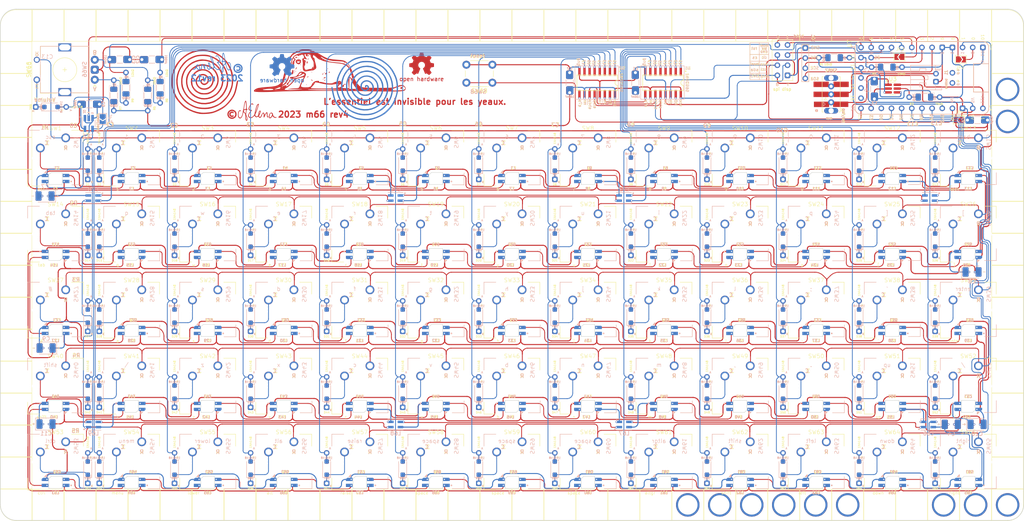
<source format=kicad_pcb>
(kicad_pcb (version 20221018) (generator pcbnew)
  (layers (0 "F.Cu" signal) (31 "B.Cu" signal) (34 "B.Paste" user) (35 "F.Paste" user) (36 "B.SilkS" user "B.Silkscreen") (37 "F.SilkS" user "F.Silkscreen") (38 "B.Mask" user) (39 "F.Mask" user) (44 "Edge.Cuts" user))
  (net 0 "")
  (net 1 "c0")
  (net 2 "c1")
  (net 3 "c2")
  (net 4 "c3")
  (net 5 "c4")
  (net 6 "c5")
  (net 7 "c6")
  (net 8 "c7")
  (net 9 "c8")
  (net 10 "c9")
  (net 11 "c10")
  (net 12 "c11")
  (net 13 "c12")
  (net 14 "r2")
  (net 15 "r3")
  (net 16 "r4")
  (net 17 "r5")
  (net 18 "Net-(D2-K)")
  (net 19 "Net-(D3-K)")
  (net 20 "Net-(D4-K)")
  (net 21 "Net-(D5-K)")
  (net 22 "Net-(D6-K)")
  (net 23 "Net-(D7-K)")
  (net 24 "Net-(D8-K)")
  (net 25 "Net-(D9-K)")
  (net 26 "Net-(D10-K)")
  (net 27 "Net-(D11-K)")
  (net 28 "Net-(D12-K)")
  (net 29 "Net-(D13-K)")
  (net 30 "Net-(D15-K)")
  (net 31 "Net-(D16-K)")
  (net 32 "Net-(D17-K)")
  (net 33 "Net-(D18-K)")
  (net 34 "Net-(D19-K)")
  (net 35 "Net-(D20-K)")
  (net 36 "Net-(D21-K)")
  (net 37 "Net-(D22-K)")
  (net 38 "Net-(D23-K)")
  (net 39 "Net-(D24-K)")
  (net 40 "Net-(D25-K)")
  (net 41 "Net-(D26-K)")
  (net 42 "Net-(D27-K)")
  (net 43 "Net-(D28-K)")
  (net 44 "Net-(D29-K)")
  (net 45 "Net-(D30-K)")
  (net 46 "Net-(D31-K)")
  (net 47 "Net-(D32-K)")
  (net 48 "Net-(D33-K)")
  (net 49 "Net-(D34-K)")
  (net 50 "Net-(D35-K)")
  (net 51 "Net-(D36-K)")
  (net 52 "Net-(D37-K)")
  (net 53 "Net-(D38-K)")
  (net 54 "Net-(D39-K)")
  (net 55 "Net-(D40-K)")
  (net 56 "Net-(D41-K)")
  (net 57 "Net-(D42-K)")
  (net 58 "Net-(D43-K)")
  (net 59 "Net-(D44-K)")
  (net 60 "Net-(D45-K)")
  (net 61 "Net-(D46-K)")
  (net 62 "Net-(D47-K)")
  (net 63 "Net-(D48-K)")
  (net 64 "Net-(D49-K)")
  (net 65 "Net-(D50-K)")
  (net 66 "Net-(D51-K)")
  (net 67 "Net-(D52-K)")
  (net 68 "Net-(D53-K)")
  (net 69 "Net-(D54-K)")
  (net 70 "Net-(D55-K)")
  (net 71 "Net-(D56-K)")
  (net 72 "Net-(D57-K)")
  (net 73 "Net-(D58-K)")
  (net 74 "Net-(D59-K)")
  (net 75 "Net-(D60-K)")
  (net 76 "Net-(D61-K)")
  (net 77 "Net-(D62-K)")
  (net 78 "Net-(D63-K)")
  (net 79 "clock")
  (net 80 "ea")
  (net 81 "eb")
  (net 82 "3v3")
  (net 83 "Net-(D64-K)")
  (net 84 "sda")
  (net 85 "scl")
  (net 86 "Net-(D65-K)")
  (net 87 "bat+")
  (net 88 "cs")
  (net 89 "c13")
  (net 90 "cs_disp")
  (net 91 "next")
  (net 92 "mosi")
  (net 93 "gnd")
  (net 95 "blk")
  (net 96 "5V")
  (net 97 "ext+")
  (net 98 "Net-(D14-K)")
  (net 99 "Net-(D66-K)")
  (net 100 "Net-(D1-K)")
  (net 101 "rst")
  (net 102 "l")
  (net 103 "Net-(L1-DOUT)")
  (net 104 "Net-(L2-DOUT)")
  (net 105 "ll")
  (net 106 "r1")
  (net 107 "Net-(L3-DOUT)")
  (net 108 "Net-(L4-DOUT)")
  (net 109 "Net-(L5-DOUT)")
  (net 110 "Net-(L6-DOUT)")
  (net 111 "Net-(L7-DOUT)")
  (net 112 "Net-(L8-DOUT)")
  (net 113 "Net-(L10-DIN)")
  (net 114 "Net-(L10-DOUT)")
  (net 115 "Net-(L11-DOUT)")
  (net 116 "Net-(L12-DOUT)")
  (net 117 "Net-(L13-DOUT)")
  (net 118 "Net-(L14-DIN)")
  (net 119 "Net-(L15-DIN)")
  (net 120 "Net-(L16-DIN)")
  (net 121 "Net-(L17-DIN)")
  (net 122 "Net-(L18-DIN)")
  (net 123 "Net-(L19-DIN)")
  (net 124 "Net-(L20-DIN)")
  (net 125 "Net-(L21-DIN)")
  (net 126 "Net-(L22-DIN)")
  (net 127 "Net-(L23-DIN)")
  (net 128 "Net-(L24-DIN)")
  (net 129 "Net-(L25-DIN)")
  (net 130 "Net-(L27-DOUT)")
  (net 131 "Net-(L28-DOUT)")
  (net 132 "Net-(L29-DOUT)")
  (net 133 "Net-(L30-DOUT)")
  (net 134 "Net-(L31-DOUT)")
  (net 135 "Net-(L32-DOUT)")
  (net 136 "Net-(L33-DOUT)")
  (net 137 "Net-(L34-DOUT)")
  (net 138 "Net-(L35-DOUT)")
  (net 139 "Net-(L36-DOUT)")
  (net 140 "Net-(L37-DOUT)")
  (net 141 "Net-(L38-DOUT)")
  (net 142 "Net-(L39-DOUT)")
  (net 143 "Net-(L40-DOUT)")
  (net 144 "Net-(L40-DIN)")
  (net 145 "Net-(L41-DIN)")
  (net 146 "Net-(L42-DIN)")
  (net 147 "Net-(L43-DIN)")
  (net 148 "Net-(L44-DIN)")
  (net 149 "Net-(L45-DIN)")
  (net 150 "Net-(L46-DIN)")
  (net 151 "Net-(L47-DIN)")
  (net 152 "Net-(L48-DIN)")
  (net 153 "Net-(L49-DIN)")
  (net 154 "Net-(L50-DIN)")
  (net 155 "Net-(L51-DIN)")
  (net 156 "Net-(L53-DOUT)")
  (net 157 "Net-(L54-DOUT)")
  (net 158 "Net-(L55-DOUT)")
  (net 159 "Net-(L56-DOUT)")
  (net 160 "Net-(L57-DOUT)")
  (net 161 "Net-(L58-DOUT)")
  (net 162 "Net-(L59-DOUT)")
  (net 163 "Net-(L60-DOUT)")
  (net 164 "Net-(L61-DOUT)")
  (net 165 "Net-(L62-DOUT)")
  (net 166 "Net-(L63-DOUT)")
  (net 167 "Net-(L64-DOUT)")
  (net 168 "dc")
  (net 169 "led_PWR")
  (net 170 "Net-(L14-DOUT)")
  (net 171 "meb")
  (net 172 "mea")
  (net 174 "reset")
  (net 176 "Net-(L65-DOUT)")
  (net 177 "Net-(L66-DOUT)")
  (net 185 "l1")
  (net 186 "l2")
  (net 187 "Net-(L67-DOUT)")
  (net 188 "Net-(L68-DOUT)")
  (net 189 "Net-(L69-DOUT)")
  (net 190 "Net-(L70-DOUT)")
  (net 191 "Net-(L71-DOUT)")
  (net 192 "Net-(L72-DOUT)")
  (net 194 "fault")
  (net 195 "led_EN")
  (net 196 "Net-(U3-ILIM)")
  (footprint "m65:SW_Cherry_MX_1.00u_PCB" (layer "F.Cu") (at 51.125 67.08)
    (fp_text reference "SW2")
    (fp_text value "1")
  )
  (footprint "m65:SW_Cherry_MX_1.00u_PCB" (layer "F.Cu") (at 51.125 86.105)
    (fp_text reference "SW15")
    (fp_text value "q")
  )
  (footprint "m65:SW_Cherry_MX_1.00u_PCB" (layer "F.Cu") (at 51.125 105.13)
    (fp_text reference "SW28")
    (fp_text value "a")
  )
  (footprint "m65:SW_Cherry_MX_1.00u_PCB" (layer "F.Cu") (at 51.125 124.155)
    (fp_text reference "SW41")
    (fp_text value "\\")
  )
  (footprint "m65:SW_Cherry_MX_1.00u_PCB" (layer "F.Cu") (at 51.125 143.18)
    (fp_text reference "SW54")
    (fp_text value "menu")
  )
  (footprint "m65:SW_Cherry_MX_1.00u_PCB" (layer "F.Cu") (at 70.15 67.08)
    (fp_text reference "SW3")
    (fp_text value "2")
  )
  (footprint "m65:SW_Cherry_MX_1.00u_PCB" (layer "F.Cu") (at 70.15 86.105)
    (fp_text reference "SW16")
    (fp_text value "w")
  )
  (footprint "m65:SW_Cherry_MX_1.00u_PCB" (layer "F.Cu") (at 70.15 105.13)
    (fp_text reference "SW29")
    (fp_text value "s")
  )
  (footprint "m65:SW_Cherry_MX_1.00u_PCB" (layer "F.Cu") (at 70.15 124.155)
    (fp_text reference "SW42")
    (fp_text value "z")
  )
  (footprint "m65:SW_Cherry_MX_1.00u_PCB" (layer "F.Cu") (at 70.15 143.18)
    (fp_text reference "SW55")
    (fp_text value "lower")
  )
  (footprint "m65:SW_Cherry_MX_1.00u_PCB" (layer "F.Cu") (at 89.175 67.08)
    (fp_text reference "SW4")
    (fp_text value "3")
  )
  (footprint "m65:SW_Cherry_MX_1.00u_PCB" (layer "F.Cu") (at 89.175 105.13)
    (fp_text reference "SW30")
    (fp_text value "d")
  )
  (footprint "m65:SW_Cherry_MX_1.00u_PCB" (layer "F.Cu") (at 89.175 124.155)
    (fp_text reference "SW43")
    (fp_text value "x")
  )
  (footprint "m65:SW_Cherry_MX_1.00u_PCB" (layer "F.Cu") (at 89.175 143.18)
    (fp_text reference "SW56")
    (fp_text value "alt")
  )
  (footprint "m65:SW_Cherry_MX_1.00u_PCB" (layer "F.Cu") (at 108.2 67.08)
    (fp_text reference "SW5")
    (fp_text value "4")
  )
  (footprint "m65:SW_Cherry_MX_1.00u_PCB" (layer "F.Cu") (at 108.2 86.105)
    (fp_text reference "SW18")
    (fp_text value "r")
  )
  (footprint "m65:SW_Cherry_MX_1.00u_PCB" (layer "F.Cu") (at 108.2 105.13)
    (fp_text reference "SW31")
    (fp_text value "f")
  )
  (footprint "m65:SW_Cherry_MX_1.00u_PCB" (layer "F.Cu") (at 108.2 124.155)
    (fp_text reference "SW44")
    (fp_text value "c")
  )
  (footprint "m65:SW_Cherry_MX_1.00u_PCB" (layer "F.Cu") (at 108.2 143.18)
    (fp_text reference "SW57")
    (fp_text value "raise")
  )
  (footprint "m65:SW_Cherry_MX_1.00u_PCB" (layer "F.Cu") (at 127.225 67.08)
    (fp_text reference "SW6")
    (fp_text value "5")
  )
  (footprint "m65:SW_Cherry_MX_1.00u_PCB" (layer "F.Cu") (at 127.225 86.105)
    (fp_text reference "SW19")
    (fp_text value "t")
  )
  (footprint "m65:SW_Cherry_MX_1.00u_PCB" (layer "F.Cu") (at 127.225 105.13)
    (fp_text reference "SW32")
    (fp_text value "g")
  )
  (footprint "m65:SW_Cherry_MX_1.00u_PCB" (layer "F.Cu") (at 127.225 124.155)
    (fp_text reference "SW45")
    (fp_text value "v")
  )
  (footprint "m65:SW_Cherry_MX_1.00u_PCB" (layer "F.Cu") (at 127.225 143.18)
    (fp_text reference "SW58")
    (fp_text value "space")
  )
  (footprint "m65:SW_Cherry_MX_1.00u_PCB" (layer "F.Cu") (at 146.25 67.08)
    (fp_text reference "SW7")
    (fp_text value "6")
  )
  (footprint "m65:SW_Cherry_MX_1.00u_PCB" (layer "F.Cu") (at 146.25 86.105)
    (fp_text reference "SW20")
    (fp_text value "y")
  )
  (footprint "m65:SW_Cherry_MX_1.00u_PCB" (layer "F.Cu") (at 146.25 105.13)
    (fp_text reference "SW33")
    (fp_text value "h")
  )
  (footprint "m65:SW_Cherry_MX_1.00u_PCB" (layer "F.Cu") (at 146.25 124.155)
    (fp_text reference "SW46")
    (fp_text value "b")
  )
  (footprint "m65:SW_Cherry_MX_1.00u_PCB" (layer "F.Cu") (at 146.25 143.18)
    (fp_text reference "SW59")
    (fp_text value "space")
  )
  (footprint "m65:SW_Cherry_MX_1.00u_PCB" (layer "F.Cu") (at 165.275 67.08)
    (fp_text reference "SW8")
    (fp_text value "7")
  )
  (footprint "m65:SW_Cherry_MX_1.00u_PCB" (layer "F.Cu") (at 165.275 86.105)
    (fp_text reference "SW21")
    (fp_text value "u")
  )
  (footprint "m65:SW_Cherry_MX_1.00u_PCB" (layer "F.Cu") (at 165.275 105.13)
    (fp_text reference "SW34")
    (fp_text value "j")
  )
  (footprint "m65:SW_Cherry_MX_1.00u_PCB" (layer "F.Cu") (at 165.275 124.155)
    (fp_text reference "SW47")
    (fp_text value "n")
  )
  (footprint "m65:SW_Cherry_MX_1.00u_PCB" (layer "F.Cu") (at 165.275 143.18)
    (fp_text reference "SW60")
    (fp_text value "space")
  )
  (footprint "m65:SW_Cherry_MX_1.00u_PCB" (layer "F.Cu") (at 184.3 67.08)
    (fp_text reference "SW9")
    (fp_text value "8")
  )
  (footprint "m65:SW_Cherry_MX_1.00u_PCB" (layer "F.Cu") (at 184.3 86.105)
    (fp_text reference "SW22")
    (fp_text value "i")
  )
  (footprint "m65:SW_Cherry_MX_1.00u_PCB" (layer "F.Cu") (at 184.3 105.13)
    (fp_text reference "SW35")
    (fp_text value "k")
  )
  (footprint "m65:SW_Cherry_MX_1.00u_PCB" (layer "F.Cu") (at 184.3 124.155)
    (fp_text reference "SW48")
    (fp_text value "m")
  )
  (footprint "m65:SW_Cherry_MX_1.00u_PCB" (layer "F.Cu") (at 184.3 143.18)
    (fp_text reference "SW61")
    (fp_text value "altgr")
  )
  (footprint "m65:SW_Cherry_MX_1.00u_PCB" (layer "F.Cu") (at 203.325 67.08)
    (fp_text reference "SW10")
    (fp_text value "9")
  )
  (footprint "m65:SW_Cherry_MX_1.00u_PCB" (layer "F.Cu") (at 203.325 86.105)
    (fp_text reference "SW23")
    (fp_text value "o")
  )
  (footprint "m65:SW_Cherry_MX_1.00u_PCB" (layer "F.Cu") (at 203.325 105.13)
    (fp_text reference "SW36")
    (fp_text value "l")
  )
  (footprint "m65:SW_Cherry_MX_1.00u_PCB" (layer "F.Cu") (at 203.325 124.155)
    (fp_text reference "SW49")
    (fp_text value ",")
  )
  (footprint "m65:SW_Cherry_MX_1.00u_PCB" (layer "F.Cu") (at 203.325 143.18)
    (fp_text reference "SW62")
    (fp_text value "shift")
  )
  (footprint "m65:SW_Cherry_MX_1.00u_PCB" (layer "F.Cu") (at 222.35 67.08)
    (fp_text reference "SW11")
    (fp_text value "0")
  )
  (footprint "m65:SW_Cherry_MX_1.00u_PCB" (layer "F.Cu") (at 222.35 86.105)
    (fp_text reference "SW24")
    (fp_text value "p")
  )
  (footprint "m65:SW_Cherry_MX_1.00u_PCB" (layer "F.Cu") (at 222.35 105.13)
    (fp_text reference "SW37")
    (fp_text value ";")
  )
  (footprint "m65:SW_Cherry_MX_1.00u_PCB" (layer "F.Cu") (at 222.35 124.155)
    (fp_text reference "SW50")
    (fp_text value ".")
  )
  (footprint "m65:SW_Cherry_MX_1.00u_PCB-3d" (layer "F.Cu") (at 222.35 143.18)
    (fp_text reference "SW63")
    (fp_text value "left")
  )
  (footprint "m65:SW_Cherry_MX_1.00u_PCB-3d" (layer "F.Cu") (at 241.375 67.08)
    (fp_text reference "SW12")
    (fp_text value "-")
  )
  (footprint "m65:SW_Cherry_MX_1.00u_PCB-3d" (layer "F.Cu") (at 241.375 86.105)
    (fp_text reference "SW25")
    (fp_text value "[")
  )
  (footprint "m65:SW_Cherry_MX_1.00u_PCB-3d" (layer "F.Cu") (at 241.375 105.13)
    (fp_text reference "SW38")
    (fp_text value "'")
  )
  (footprint "m65:SW_Cherry_MX_1.00u_PCB-3d" (layer "F.Cu") (at 241.375 124.155)
    (fp_text reference "SW51")
    (fp_text value "up")
  )
  (footprint "m65:SW_Cherry_MX_1.00u_PCB-3d" (layer "F.Cu") (at 241.375 143.18)
    (fp_text reference "SW64")
    (fp_text value "down")
  )
  (footprint "m65:SW_Cherry_MX_1.00u_PCB-3d" (layer "F.Cu") (at 260.4 67.08)
    (fp_text reference "SW13")
    (fp_text value "back")
  )
  (footprint "m65:SW_Cherry_MX_1.00u_PCB-3d" (layer "F.Cu") (at 260.4 86.105)
    (fp_text reference "SW26")
    (fp_text value "]")
  )
  (footprint "m65:SW_Cherry_MX_1.00u_PCB-3d" (layer "F.Cu") (at 260.4 105.13)
    (fp_text reference "SW39")
    (fp_text value "enter")
  )
  (footprint "m65:SW_Cherry_MX_1.00u_PCB-3d" (layer "F.Cu") (at 260.4 124.155)
    (fp_text reference "SW52")
    (fp_text value "/")
  )
  (footprint "m65:SW_Cherry_MX_1.00u_PCB-3d" (layer "F.Cu") (at 260.4 143.18)
    (fp_text reference "SW65")
    (fp_text value "right")
  )
  (footprint "m65:SW_Cherry_MX_1.00u_PCB" (layer "F.Cu") (at 32.1 86.105)
    (fp_text reference "SW14")
    (fp_text value "tab")
  )
  (footprint "m65:SW_Cherry_MX_1.00u_PCB" (layer "F.Cu") (at 32.1 105.13)
    (fp_text reference "SW27")
    (fp_text value "#")
  )
  (footprint "m65:SW_Cherry_MX_1.00u_PCB" (layer "F.Cu") (at 32.1 124.155)
    (fp_text reference "SW40")
    (fp_text value "shift")
  )
  (footprint "m65:SW_Cherry_MX_1.00u_PCB" (layer "F.Cu") (at 32.1 143.18)
    (fp_text reference "SW53")
    (fp_text value "ctrl")
  )
  (footprint "m65:RotaryEncoder_Alps_EC11E_Vertical_H20mm" (layer "F.Cu") (at 34.41 44.942 180)
    (fp_text reference "SW66")
    (fp_text value "Volume" hide)
  )
  (footprint "m65:SW_Cherry_MX_1.00u_PCB" (layer "F.Cu") (at 32.1 67.08)
    (fp_text reference "SW1")
    (fp_text value "esc")
  )
  (footprint "m65:SW_reset" (layer "F.Cu") (at 141.36 48.18 180)
    (fp_text reference "SW68")
    (fp_text value "reset")
  )
  (footprint "m65:spiral_smaller" (layer "F.Cu") (at 69.399762 47.941189)
    (fp_text reference "G***" hide)
    (fp_text value "LOGO" hide)
  )
  (footprint "m65:SolderJumper-Open" (layer "F.Cu") (at 258.025 57.54 180)
    (fp_text reference "JP4")
    (fp_text value "led")
  )
  (footprint "m65:switch_slide" (layer "F.Cu") (at 226.1 53.1 90)
    (fp_text reference "SW67")
    (fp_text value "on/off")
  )
  (footprint "m65:74HC595-sop16" (layer "F.Cu") (at 183.90869 48.165 -90)
    (fp_text reference "U1")
    (fp_text value "74HC595")
  )
  (footprint "m65:SolderJumper-Open" (layer "F.Cu") (at 243.185 41.74 180)
    (fp_text reference "JP3")
    (fp_text value "led2")
  )
  (footprint "m65:LegoHole_16-32u_4875-rev12" (layer "F.Cu") (at 22.24 33.89)
    (fp_text reference "H1" hide)
    (fp_text value "MountingHole" hide)
  )
  (footprint "m65:74HC595-sop16" (layer "F.Cu") (at 167.445 48.165 -90)
    (fp_text reference "U2")
    (fp_text value "74HC595")
  )
  (footprint "m65:SolderJumper-Open" (layer "F.Cu") (at 258.56 42.37)
    (fp_text reference "JP2")
    (fp_text value "led1")
  )
  (footprint "m65:OLED_128x32" (layer "F.Cu") (at 219.63 43.3 90)
    (fp_text reference "OL1")
    (fp_text value "oled" hide)
  )
  (footprint "m65:OSHW-Logo2_9.8x8mm_Copper" (layer "F.Cu") (at 123.67 44.42)
    (fp_text reference "G5" hide)
    (fp_text value "OSHW" hide)
  )
  (footprint "m65:sig-copper" (layer "F.Cu") (at 82.59 55.31)
    (fp_text reference "G3" hide)
    (fp_text value "LOGO" hide)
  )
  (footprint "m65:Helios_tht" (layer "F.Cu") (at 247.54 46.98 -90)
    (fp_text reference "U7")
    (fp_text value "pm like - Helios")
  )
  (footprint "m65:SOT-23-6-reg" (layer "F.Cu") (at 241.5075 49.66)
    (fp_text reference "U3")
    (fp_text value "TPS2553DBVR")
  )
  (footprint "m65:el-copper" (layer "F.Cu") (at 101.093753 45.250184)
    (fp_text reference "G4" hide)
    (fp_text value "LOGO" hide)
  )
  (footprint "m65:spi-eink-rgb-sharp" (layer "F.Cu") (at 213.72 42.54)
    (fp_text reference "DS1")
    (fp_text value "spi disp" hide)
  )
  (footprint "m65:SW_Cherry_MX_1.00u_PCB" (layer "F.Cu") (at 89.175 86.105)
    (fp_text reference "SW17")
    (fp_text value "e")
  )
  (footprint "m65:battery connector - no surface" (layer "F.Cu") (at 252.32 45.92 -90)
    (fp_text reference "J1")
    (fp_text value "battery")
  )
  (footprint "m65:D_DO-35-SOD-123" (layer "B.Cu") (at 40.1605 68.58 90)
    (fp_text reference "D1")
    (fp_text value "1N4148")
  )
  (footprint "m65:D_DO-35-SOD-123" (layer "B.Cu") (at 43.0355 87.605 90)
    (fp_text reference "D15")
    (fp_text value "1N4148")
  )
  (footprint "m65:D_DO-35-SOD-123" (layer "B.Cu") (at 43.0355 106.63 90)
    (fp_text reference "D28")
    (fp_text value "1N4148")
  )
  (footprint "m65:D_DO-35-SOD-123" (layer "B.Cu") (at 43.0355 125.655 90)
    (fp_text reference "D41")
    (fp_text value "1N4148")
  )
  (footprint "m65:D_DO-35-SOD-123" (layer "B.Cu") (at 43.0355 144.68 90)
    (fp_text reference "D54")
    (fp_text value "1N4148")
  )
  (footprint "m65:D_DO-35-SOD-123" (layer "B.Cu") (at 43.0355 68.58 90)
    (fp_text reference "D2")
    (fp_text value "1N4148")
  )
  (footprint "m65:D_DO-35-SOD-123" (layer "B.Cu") (at 61.8605 87.605 90)
    (fp_text reference "D16")
    (fp_text value "1N4148")
  )
  (footprint "m65:D_DO-35-SOD-123" (layer "B.Cu") (at 61.8605 106.63 90)
    (fp_text reference "D29")
    (fp_text value "1N4148")
  )
  (footprint "m65:D_DO-35-SOD-123" (layer "B.Cu") (at 61.8605 125.655 90)
    (fp_text reference "D42")
    (fp_text value "1N4148")
  )
  (footprint "m65:D_DO-35-SOD-123" (layer "B.Cu") (at 61.8605 144.68 90)
    (fp_text reference "D55")
    (fp_text value "1N4148")
  )
  (footprint "m65:D_DO-35-SOD-123" (layer "B.Cu") (at 61.8605 68.58 90)
    (fp_text reference "D3")
    (fp_text value "1N4148")
  )
  (footprint "m65:D_DO-35-SOD-123" (layer "B.Cu") (at 80.8855 87.605 90)
    (fp_text reference "D17")
    (fp_text value "1N4148")
  )
  (footprint "m65:D_DO-35-SOD-123" (layer "B.Cu") (at 80.8855 106.63 90)
    (fp_text reference "D30")
    (fp_text value "1N4148")
  )
  (footprint "m65:D_DO-35-SOD-123" (layer "B.Cu") (at 80.8855 125.655 90)
    (fp_text reference "D43")
    (fp_text value "1N4148")
  )
  (footprint "m65:D_DO-35-SOD-123" (layer "B.Cu") (at 80.8855 144.68 90)
    (fp_text reference "D56")
    (fp_text value "1N4148")
  )
  (footprint "m65:D_DO-35-SOD-123" (layer "B.Cu") (at 80.8855 68.58 90)
    (fp_text reference "D4")
    (fp_text value "1N4148")
  )
  (footprint "m65:D_DO-35-SOD-123" (layer "B.Cu") (at 99.9105 87.605 90)
    (fp_text reference "D18")
    (fp_text value "1N4148")
  )
  (footprint "m65:D_DO-35-SOD-123" (layer "B.Cu") (at 99.9105 106.63 90)
    (fp_text reference "D31")
    (fp_text value "1N4148")
  )
  (footprint "m65:D_DO-35-SOD-123" (layer "B.Cu") (at 99.9105 125.655 90)
    (fp_text reference "D44")
    (fp_text value "1N4148")
  )
  (footprint "m65:D_DO-35-SOD-123" (layer "B.Cu") (at 99.9105 144.68 90)
    (fp_text reference "D57")
    (fp_text value "1N4148")
  )
  (footprint "m65:D_DO-35-SOD-123" (layer "B.Cu") (at 99.9105 68.58 90)
    (fp_text reference "D5")
    (fp_text value "1N4148")
  )
  (footprint "m65:D_DO-35-SOD-123" (layer "B.Cu") (at 118.9355 87.605 90)
    (fp_text reference "D19")
    (fp_text value "1N4148")
  )
  (footprint "m65:D_DO-35-SOD-123" (layer "B.Cu") (at 118.9355 106.63 90)
    (fp_text reference "D32")
    (fp_text value "1N4148")
  )
  (footprint "m65:D_DO-35-SOD-123" (layer "B.Cu") (at 118.9355 125.655 90)
    (fp_text reference "D45")
    (fp_text value "1N4148")
  )
  (footprint "m65:D_DO-35-SOD-123" (layer "B.Cu") (at 118.9355 144.68 90)
    (fp_text reference "D58")
    (fp_text value "1N4148")
  )
  (footprint "m65:D_DO-35-SOD-123" (layer "B.Cu") (at 118.9355 68.58 90)
    (fp_text reference "D6")
    (fp_text value "1N4148")
  )
  (footprint "m65:D_DO-35-SOD-123" (layer "B.Cu") (at 137.9605 87.605 90)
    (fp_text reference "D20")
    (fp_text value "1N4148")
  )
  (footprint "m65:D_DO-35-SOD-123" (layer "B.Cu") (at 137.9605 106.63 90)
    (fp_text reference "D33")
    (fp_text value "1N4148")
  )
  (footprint "m65:D_DO-35-SOD-123" (layer "B.Cu") (at 137.9605 125.655 90)
    (fp_text reference "D46")
    (fp_text value "1N4148")
  )
  (footprint "m65:D_DO-35-SOD-123" (layer "B.Cu") (at 137.9605 144.68 90)
    (fp_text reference "D59")
    (fp_text value "1N4148")
  )
  (footprint "m65:D_DO-35-SOD-123" (layer "B.Cu") (at 137.9605 68.58 90)
    (fp_text reference "D7")
    (fp_text value "1N4148")
  )
  (footprint "m65:D_DO-35-SOD-123" (layer "B.Cu") (at 156.9855 87.605 90)
    (fp_text reference "D21")
    (fp_text value "1N4148")
  )
  (footprint "m65:D_DO-35-SOD-123" (layer "B.Cu") (at 156.9855 106.63 90)
    (fp_text reference "D34")
    (fp_text value "1N4148")
  )
  (footprint "m65:D_DO-35-SOD-123" (layer "B.Cu") (at 156.9855 125.655 90)
    (fp_text reference "D47")
    (fp_text value "1N4148")
  )
  (footprint "m65:D_DO-35-SOD-123" (layer "B.Cu") (at 156.9855 144.68 90)
    (fp_text reference "D60")
    (fp_text value "1N4148")
  )
  (footprint "m65:D_DO-35-SOD-123" (layer "B.Cu") (at 156.9855 68.58 90)
    (fp_text reference "D8")
    (fp_text value "1N4148")
  )
  (footprint "m65:D_DO-35-SOD-123" (layer "B.Cu") (at 176.0105 87.605 90)
    (fp_text reference "D22")
    (fp_text value "1N4148")
  )
  (footprint "m65:D_DO-35-SOD-123" (layer "B.Cu") (at 176.0105 106.63 90)
    (fp_text reference "D35")
    (fp_text value "1N4148")
  )
  (footprint "m65:D_DO-35-SOD-123" (layer "B.Cu") (at 176.0105 125.655 90)
    (fp_text reference "D48")
    (fp_text value "1N4148")
  )
  (footprint "m65:D_DO-35-SOD-123" (layer "B.Cu") (at 176.0105 144.68 90)
    (fp_text reference "D61")
    (fp_text value "1N4148")
  )
  (footprint "m65:D_DO-35-SOD-123" (layer "B.Cu") (at 176.0105 68.58 90)
    (fp_text reference "D9")
    (fp_text value "1N4148")
  )
  (footprint "m65:D_DO-35-SOD-123" (layer "B.Cu") (at 195.0355 87.605 90)
    (fp_text reference "D23")
    (fp_text value "1N4148")
  )
  (footprint "m65:D_DO-35-SOD-123" (layer "B.Cu") (at 195.0355 106.63 90)
    (fp_text reference "D36")
    (fp_text value "1N4148")
  )
  (footprint "m65:D_DO-35-SOD-123" (layer "B.Cu") (at 195.0355 125.655 90)
    (fp_text reference "D49")
    (fp_text value "1N4148")
  )
  (footprint "m65:D_DO-35-SOD-123" (layer "B.Cu") (at 195.0355 144.68 90)
    (fp_text reference "D62")
    (fp_text value "1N4148")
  )
  (footprint "m65:D_DO-35-SOD-123" (layer "B.Cu") (at 195.0355 68.58 90)
    (fp_text reference "D10")
    (fp_text value "1N4148")
  )
  (footprint "m65:D_DO-35-SOD-123" (layer "B.Cu") (at 214.0605 87.605 90)
    (fp_text reference "D24")
    (fp_text value "1N4148")
  )
  (footprint "m65:D_DO-35-SOD-123" (layer "B.Cu") (at 214.0605 106.63 90)
    (fp_text reference "D37")
    (fp_text value "1N4148")
  )
  (footprint "m65:D_DO-35-SOD-123" (layer "B.Cu") (at 214.0605 125.655 90)
    (fp_text reference "D50")
    (fp_text value "1N4148")
  )
  (footprint "m65:D_DO-35-SOD-123" (layer "B.Cu") (at 214.0605 144.68 90)
    (fp_text reference "D63")
    (fp_text value "1N4148")
  )
  (footprint "m65:D_DO-35-SOD-123" (layer "B.Cu") (at 214.0605 68.58 90)
    (fp_text reference "D11")
    (fp_text value "1N4148")
  )
  (footprint "m65:D_DO-35-SOD-123" (layer "B.Cu") (at 233.0855 87.605 90)
    (fp_text reference "D25")
    (fp_text value "1N4148")
  )
  (footprint "m65:D_DO-35-SOD-123" (layer "B.Cu") (at 233.0855 106.63 90)
    (fp_text reference "D38")
    (fp_text value "1N4148")
  )
  (footprint "m65:D_DO-35-SOD-123" (layer "B.Cu") (at 233.0855 125.655 90)
    (fp_text reference "D51")
    (fp_text value "1N4148")
  )
  (footprint "m65:D_DO-35-SOD-123" (layer "B.Cu") (at 233.0855 144.68 90)
    (fp_text reference "D64")
    (fp_text value "1N4148")
  )
  (footprint "m65:D_DO-35-SOD-123" (layer "B.Cu") (at 233.0855 68.58 90)
    (fp_text reference "D12")
    (fp_text value "1N4148")
  )
  (footprint "m65:D_DO-35-SOD-123" (layer "B.Cu") (at 252.1105 87.605 90)
    (fp_text reference "D26")
    (fp_text value "1N4148")
  )
  (footprint "m65:D_DO-35-SOD-123" (layer "B.Cu") (at 252.1105 106.63 90)
    (fp_text reference "D39")
    (fp_text value "1N4148")
  )
  (footprint "m65:D_DO-35-SOD-123" (layer "B.Cu") (at 252.1105 125.655 90)
    (fp_text reference "D52")
    (fp_text value "1N4148")
  )
  (footprint "m65:D_DO-35-SOD-123" (layer "B.Cu") (at 252.1105 144.68 90)
    (fp_text reference "D65")
    (fp_text value "1N4148")
  )
  (footprint "m65:D_DO-35-SOD-123" (layer "B.Cu") (at 252.1105 68.58 90)
    (fp_text reference "D13")
    (fp_text value "1N4148")
  )
  (footprint "m65:D_DO-35-SOD-123" (layer "B.Cu") (at 40.1605 125.655 90)
    (fp_text reference "D40")
    (fp_text value "1N4148")
  )
  (footprint "m65:D_DO-35-SOD-123" (layer "B.Cu") (at 40.1605 144.68 90)
    (fp_text reference "D53")
    (fp_text value "1N4148")
  )
  (footprint "m65:D_DO-35-SOD-123" (layer "B.Cu") (at 30.96 54.26)
    (fp_text reference "D66")
    (fp_text value "1N4148")
  )
  (footprint "m65:D_DO-35-SOD-123" (layer "B.Cu") (at 40.1605 106.63 90)
    (fp_text reference "D27")
    (fp_text value "1N4148")
  )
  (footprint "m65:SK6812-MINI-E-pins" (layer "B.Cu") (at 184.3 129.235)
    (fp_text reference "L48")
    (fp_text value "SK6803" hide)
    (fp_line (start -1.7 -1.5) (end -1.7 1.5) (stroke (width 0.1)) (layer "Edge.Cuts"))
    (fp_line (start -1.7 1.5) (end 1.1 1.5) (stroke (width 0.1)) (layer "Edge.Cuts"))
    (fp_line (start 1.1 1.5) (end 1.7 0.9) (stroke (width 0.1)) (layer "Edge.Cuts"))
    (fp_line (start 1.7 -1.5) (end -1.7 -1.5) (stroke (width 0.1)) (layer "Edge.Cuts"))
    (fp_line (start 1.7 0.9) (end 1.7 -1.5) (stroke (width 0.1)) (layer "Edge.Cuts"))
  )
  (footprint "m65:tantalum-3528" (layer "B.Cu") (at 29.47 76.56 180)
    (fp_text reference "C7")
    (fp_text value "100µF")
  )
  (footprint "m65:C-1206_3216Metric_Pad1.33x1.80mm_HandSolder-long" (layer "B.Cu") (at 56.19 42.39)
    (fp_text reference "C12")
    (fp_text value "100nF")
  )
  (footprint "m65:SK6812-MINI-E-pins" (layer "B.Cu") (at 51.125 110.21 180)
    (fp_text reference "L28")
    (fp_text value "SK6803" hide)
    (fp_line (start -1.7 -1.5) (end -1.7 1.5) (stroke (width 0.1)) (layer "Edge.Cuts"))
    (fp_line (start -1.7 1.5) (end 1.1 1.5) (stroke (width 0.1)) (layer "Edge.Cuts"))
    (fp_line (start 1.1 1.5) (end 1.7 0.9) (stroke (width 0.1)) (layer "Edge.Cuts"))
    (fp_line (start 1.7 -1.5) (end -1.7 -1.5) (stroke (width 0.1)) (layer "Edge.Cuts"))
    (fp_line (start 1.7 0.9) (end 1.7 -1.5) (stroke (width 0.1)) (layer "Edge.Cuts"))
  )
  (footprint "m65:SK6812-MINI-E-pins" (layer "B.Cu") (at 32.1 148.26 180)
    (fp_text reference "L53")
    (fp_text value "SK6803" hide)
    (fp_line (start -1.7 -1.5) (end -1.7 1.5) (stroke (width 0.1)) (layer "Edge.Cuts"))
    (fp_line (start -1.7 1.5) (end 1.1 1.5) (stroke (width 0.1)) (layer "Edge.Cuts"))
    (fp_line (start 1.1 1.5) (end 1.7 0.9) (stroke (width 0.1)) (layer "Edge.Cuts"))
    (fp_line (start 1.7 -1.5) (end -1.7 -1.5) (stroke (width 0.1)) (layer "Edge.Cuts"))
    (fp_line (start 1.7 0.9) (end 1.7 -1.5) (stroke (width 0.1)) (layer "Edge.Cuts"))
  )
  (footprint "m65:SK6812-MINI-E-pins" (layer "B.Cu") (at 203.325 129.235)
    (fp_text reference "L49")
    (fp_text value "SK6803" hide)
    (fp_line (start -1.7 -1.5) (end -1.7 1.5) (stroke (width 0.1)) (layer "Edge.Cuts"))
    (fp_line (start -1.7 1.5) (end 1.1 1.5) (stroke (width 0.1)) (layer "Edge.Cuts"))
    (fp_line (start 1.1 1.5) (end 1.7 0.9) (stroke (width 0.1)) (layer "Edge.Cuts"))
    (fp_line (start 1.7 -1.5) (end -1.7 -1.5) (stroke (width 0.1)) (layer "Edge.Cuts"))
    (fp_line (start 1.7 0.9) (end 1.7 -1.5) (stroke (width 0.1)) (layer "Edge.Cuts"))
  )
  (footprint "m65:SK6812-MINI-E-pins" (layer "B.Cu") (at 127.225 129.235)
    (fp_text reference "L45")
    (fp_text value "SK6803" hide)
    (fp_line (start -1.7 -1.5) (end -1.7 1.5) (stroke (width 0.1)) (layer "Edge.Cuts"))
    (fp_line (start -1.7 1.5) (end 1.1 1.5) (stroke (width 0.1)) (layer "Edge.Cuts"))
    (fp_line (start 1.1 1.5) (end 1.7 0.9) (stroke (width 0.1)) (layer "Edge.Cuts"))
    (fp_line (start 1.7 -1.5) (end -1.7 -1.5) (stroke (width 0.1)) (layer "Edge.Cuts"))
    (fp_line (start 1.7 0.9) (end 1.7 -1.5) (stroke (width 0.1)) (layer "Edge.Cuts"))
  )
  (footprint "m65:SK6812-MINI-E-pins" (layer "B.Cu") (at 108.2 110.21 180)
    (fp_text reference "L31")
    (fp_text value "SK6803" hide)
    (fp_line (start -1.7 -1.5) (end -1.7 1.5) (stroke (width 0.1)) (layer "Edge.Cuts"))
    (fp_line (start -1.7 1.5) (end 1.1 1.5) (stroke (width 0.1)) (layer "Edge.Cuts"))
    (fp_line (start 1.1 1.5) (end 1.7 0.9) (stroke (width 0.1)) (layer "Edge.Cuts"))
    (fp_line (start 1.7 -1.5) (end -1.7 -1.5) (stroke (width 0.1)) (layer "Edge.Cuts"))
    (fp_line (start 1.7 0.9) (end 1.7 -1.5) (stroke (width 0.1)) (layer "Edge.Cuts"))
  )
  (footprint "m65:SK6812-MINI-E-pins" (layer "B.Cu") (at 51.125 72.16 180)
    (fp_text reference "L2")
    (fp_text value "SK6803" hide)
    (fp_line (start -1.7 -1.5) (end -1.7 1.5) (stroke (width 0.1)) (layer "Edge.Cuts"))
    (fp_line (start -1.7 1.5) (end 1.1 1.5) (stroke (width 0.1)) (layer "Edge.Cuts"))
    (fp_line (start 1.1 1.5) (end 1.7 0.9) (stroke (width 0.1)) (layer "Edge.Cuts"))
    (fp_line (start 1.7 -1.5) (end -1.7 -1.5) (stroke (width 0.1)) (layer "Edge.Cuts"))
    (fp_line (start 1.7 0.9) (end 1.7 -1.5) (stroke (width 0.1)) (layer "Edge.Cuts"))
  )
  (footprint "m65:SK6805_PLCC4_2.4x2.7mm_P1.3mm" (layer "B.Cu") (at 250.43 133.76)
    (fp_text reference "L66")
    (fp_text value "SK6805")
  )
  (footprint "m65:SK6812-MINI-E-pins" (layer "B.Cu") (at 165.275 110.21 180)
    (fp_text reference "L34")
    (fp_text value "SK6803" hide)
    (fp_line (start -1.7 -1.5) (end -1.7 1.5) (stroke (width 0.1)) (layer "Edge.Cuts"))
    (fp_line (start -1.7 1.5) (end 1.1 1.5) (stroke (width 0.1)) (layer "Edge.Cuts"))
    (fp_line (start 1.1 1.5) (end 1.7 0.9) (stroke (width 0.1)) (layer "Edge.Cuts"))
    (fp_line (start 1.7 -1.5) (end -1.7 -1.5) (stroke (width 0.1)) (layer "Edge.Cuts"))
    (fp_line (start 1.7 0.9) (end 1.7 -1.5) (stroke (width 0.1)) (layer "Edge.Cuts"))
  )
  (footprint "m65:74AHC1G125-sot23-v2" (layer "B.Cu") (at 40.4 58.39 -90)
    (fp_text reference "U5")
    (fp_text value "74AHC1G125")
  )
  (footprint "m65:SK6812-MINI-E-pins" (layer "B.Cu") (at 89.175 91.185)
    (fp_text reference "L17")
    (fp_text value "SK6803" hide)
    (fp_line (start -1.7 -1.5) (end -1.7 1.5) (stroke (width 0.1)) (layer "Edge.Cuts"))
    (fp_line (start -1.7 1.5) (end 1.1 1.5) (stroke (width 0.1)) (layer "Edge.Cuts"))
    (fp_line (start 1.1 1.5) (end 1.7 0.9) (stroke (width 0.1)) (layer "Edge.Cuts"))
    (fp_line (start 1.7 -1.5) (end -1.7 -1.5) (stroke (width 0.1)) (layer "Edge.Cuts"))
    (fp_line (start 1.7 0.9) (end 1.7 -1.5) (stroke (width 0.1)) (layer "Edge.Cuts"))
  )
  (footprint "m65:tantalum-3528" (layer "B.Cu") (at 256.15 133.73)
    (fp_text reference "C4")
    (fp_text value "100µF")
  )
  (footprint "m65:SK6812-MINI-E-pins" (layer "B.Cu") (at 222.35 91.185)
    (fp_text reference "L24")
    (fp_text value "SK6803" hide)
    (fp_line (start -1.7 -1.5) (end -1.7 1.5) (stroke (width 0.1)) (layer "Edge.Cuts"))
    (fp_line (start -1.7 1.5) (end 1.1 1.5) (stroke (width 0.1)) (layer "Edge.Cuts"))
    (fp_line (start 1.1 1.5) (end 1.7 0.9) (stroke (width 0.1)) (layer "Edge.Cuts"))
    (fp_line (start 1.7 -1.5) (end -1.7 -1.5) (stroke (width 0.1)) (layer "Edge.Cuts"))
    (fp_line (start 1.7 0.9) (end 1.7 -1.5) (stroke (width 0.1)) (layer "Edge.Cuts"))
  )
  (footprint "m65:SK6805_PLCC4_2.4x2.7mm_P1.3mm" (layer "B.Cu") (at 174.33 133.76)
    (fp_text reference "L67")
    (fp_text value "SK6805")
  )
  (footprint "m65:R-dual-10k" (layer "B.Cu") (at 58.26 49.44 90)
    (fp_text reference "R8")
    (fp_text value "10kΩ")
  )
  (footprint "m65:SK6812-MINI-E-pins" (layer "B.Cu") (at 260.399999 148.26 180)
    (fp_text reference "L65")
    (fp_text value "SK6803" hide)
    (fp_line (start -1.7 -1.5) (end -1.7 1.5) (stroke (width 0.1)) (layer "Edge.Cuts"))
    (fp_line (start -1.7 1.5) (end 1.1 1.5) (stroke (width 0.1)) (layer "Edge.Cuts"))
    (fp_line (start 1.1 1.5) (end 1.7 0.9) (stroke (width 0.1)) (layer "Edge.Cuts"))
    (fp_line (start 1.7 -1.5) (end -1.7 -1.5) (stroke (width 0.1)) (layer "Edge.Cuts"))
    (fp_line (start 1.7 0.9) (end 1.7 -1.5) (stroke (width 0.1)) (layer "Edge.Cuts"))
  )
  (footprint "m65:SK6812-MINI-E-pins" (layer "B.Cu") (at 203.325 148.26 180)
    (fp_text reference "L62")
    (fp_text value "SK6803" hide)
    (fp_line (start -1.7 -1.5) (end -1.7 1.5) (stroke (width 0.1)) (layer "Edge.Cuts"))
    (fp_line (start -1.7 1.5) (end 1.1 1.5) (stroke (width 0.1)) (layer "Edge.Cuts"))
    (fp_line (start 1.1 1.5) (end 1.7 0.9) (stroke (width 0.1)) (layer "Edge.Cuts"))
    (fp_line (start 1.7 -1.5) (end -1.7 -1.5) (stroke (width 0.1)) (layer "Edge.Cuts"))
    (fp_line (start 1.7 0.9) (end 1.7 -1.5) (stroke (width 0.1)) (layer "Edge.Cuts"))
  )
  (footprint "m65:SK6812-MINI-E-pins" (layer "B.Cu") (at 184.3 72.16 180)
    (fp_text reference "L9")
    (fp_text value "SK6803" hide)
    (fp_line (start -1.7 -1.5) (end -1.7 1.5) (stroke (width 0.1)) (layer "Edge.Cuts"))
    (fp_line (start -1.7 1.5) (end 1.1 1.5) (stroke (width 0.1)) (layer "Edge.Cuts"))
    (fp_line (start 1.1 1.5) (end 1.7 0.9) (stroke (width 0.1)) (layer "Edge.Cuts"))
    (fp_line (start 1.7 -1.5) (end -1.7 -1.5) (stroke (width 0.1)) (layer "Edge.Cuts"))
    (fp_line (start 1.7 0.9) (end 1.7 -1.5) (stroke (width 0.1)) (layer "Edge.Cuts"))
  )
  (footprint "m65:R-dual-10k" (layer "B.Cu") (at 46.66 51.38 90)
    (fp_text reference "R7")
    (fp_text value "10kΩ")
  )
  (footprint "m65:SK6812-MINI-E-pins" (layer "B.Cu") (at 70.15 72.16 180)
    (fp_text reference "L3")
    (fp_text value "SK6803" hide)
    (fp_line (start -1.7 -1.5) (end -1.7 1.5) (stroke (width 0.1)) (layer "Edge.Cuts"))
    (fp_line (start -1.7 1.5) (end 1.1 1.5) (stroke (width 0.1)) (layer "Edge.Cuts"))
    (fp_line (start 1.1 1.5) (end 1.7 0.9) (stroke (width 0.1)) (layer "Edge.Cuts"))
    (fp_line (start 1.7 -1.5) (end -1.7 -1.5) (stroke (width 0.1)) (layer "Edge.Cuts"))
    (fp_line (start 1.7 0.9) (end 1.7 -1.5) (stroke (width 0.1)) (layer "Edge.Cuts"))
  )
  (footprint "m65:SK6812-MINI-E-pins" (layer "B.Cu") (at 70.15 129.235)
    (fp_text reference "L42")
    (fp_text value "SK6803" hide)
    (fp_line (start -1.7 -1.5) (end -1.7 1.5) (stroke (width 0.1)) (layer "Edge.Cuts"))
    (fp_line (start -1.7 1.5) (end 1.1 1.5) (stroke (width 0.1)) (layer "Edge.Cuts"))
    (fp_line (start 1.1 1.5) (end 1.7 0.9) (stroke (width 0.1)) (layer "Edge.Cuts"))
    (fp_line (start 1.7 -1.5) (end -1.7 -1.5) (stroke (width 0.1)) (layer "Edge.Cuts"))
    (fp_line (start 1.7 0.9) (end 1.7 -1.5) (stroke (width 0.1)) (layer "Edge.Cuts"))
  )
  (footprint "m65:SK6812-MINI-E-pins" (layer "B.Cu") (at 222.35 129.235)
    (fp_text reference "L50")
    (fp_text value "SK6803" hide)
    (fp_line (start -1.7 -1.5) (end -1.7 1.5) (stroke (width 0.1)) (layer "Edge.Cuts"))
    (fp_line (start -1.7 1.5) (end 1.1 1.5) (stroke (width 0.1)) (layer "Edge.Cuts"))
    (fp_line (start 1.1 1.5) (end 1.7 0.9) (stroke (width 0.1)) (layer "Edge.Cuts"))
    (fp_line (start 1.7 -1.5) (end -1.7 -1.5) (stroke (width 0.1)) (layer "Edge.Cuts"))
    (fp_line (start 1.7 0.9) (end 1.7 -1.5) (stroke (width 0.1)) (layer "Edge.Cuts"))
  )
  (footprint "m65:SK6812-MINI-E-pins" (layer "B.Cu") (at 32.1 91.185)
    (fp_text reference "L14")
    (fp_text value "SK6803" hide)
    (fp_line (start -1.7 -1.5) (end -1.7 1.5) (stroke (width 0.1)) (layer "Edge.Cuts"))
    (fp_line (start -1.7 1.5) (end 1.1 1.5) (stroke (width 0.1)) (layer "Edge.Cuts"))
    (fp_line (start 1.1 1.5) (end 1.7 0.9) (stroke (width 0.1)) (layer "Edge.Cuts"))
    (fp_line (start 1.7 -1.5) (end -1.7 -1.5) (stroke (width 0.1)) (layer "Edge.Cuts"))
    (fp_line (start 1.7 0.9) (end 1.7 -1.5) (stroke (width 0.1)) (layer "Edge.Cuts"))
  )
  (footprint "m65:SK6812-MINI-E-pins" (layer "B.Cu") (at 51.125 91.185)
    (fp_text reference "L15")
    (fp_text value "SK6803" hide)
    (fp_line (start -1.7 -1.5) (end -1.7 1.5) (stroke (width 0.1)) (layer "Edge.Cuts"))
    (fp_line (start -1.7 1.5) (end 1.1 1.5) (stroke (width 0.1)) (layer "Edge.Cuts"))
    (fp_line (start 1.1 1.5) (end 1.7 0.9) (stroke (width 0.1)) (layer "Edge.Cuts"))
    (fp_line (start 1.7 -1.5) (end -1.7 -1.5) (stroke (width 0.1)) (layer "Edge.Cuts"))
    (fp_line (start 1.7 0.9) (end 1.7 -1.5) (stroke (width 0.1)) (layer "Edge.Cuts"))
  )
  (footprint "m65:SK6812-MINI-E-pins" (layer "B.Cu") (at 184.3 91.185)
    (fp_text reference "L22")
    (fp_text value "SK6803" hide)
    (fp_line (start -1.7 -1.5) (end -1.7 1.5) (stroke (width 0.1)) (layer "Edge.Cuts"))
    (fp_line (start -1.7 1.5) (end 1.1 1.5) (stroke (width 0.1)) (layer "Edge.Cuts"))
    (fp_line (start 1.1 1.5) (end 1.7 0.9) (stroke (width 0.1)) (layer "Edge.Cuts"))
    (fp_line (start 1.7 -1.5) (end -1.7 -1.5) (stroke (width 0.1)) (layer "Edge.Cuts"))
    (fp_line (start 1.7 0.9) (end 1.7 -1.5) (stroke (width 0.1)) (layer "Edge.Cuts"))
  )
  (footprint "m65:SK6812-MINI-E-pins" (layer "B.Cu") (at 89.175 72.16 180)
    (fp_text reference "L4")
    (fp_text value "SK6803" hide)
    (fp_line (start -1.7 -1.5) (end -1.7 1.5) (stroke (width 0.1)) (layer "Edge.Cuts"))
    (fp_line (start -1.7 1.5) (end 1.1 1.5) (stroke (width 0.1)) (layer "Edge.Cuts"))
    (fp_line (start 1.1 1.5) (end 1.7 0.9) (stroke (width 0.1)) (layer "Edge.Cuts"))
    (fp_line (start 1.7 -1.5) (end -1.7 -1.5) (stroke (width 0.1)) (layer "Edge.Cuts"))
    (fp_line (start 1.7 0.9) (end 1.7 -1.5) (stroke (width 0.1)) (layer "Edge.Cuts"))
  )
  (footprint "m65:C-1206_3216Metric_Pad1.33x1.80mm_HandSolder-long" (layer "B.Cu") (at 262.7 57.54)
    (fp_text reference "C6")
    (fp_text value "4.7µF")
  )
  (footprint "m65:SolderJumper-Open" (layer "B.Cu") (at 43.9 57.285 -90)
    (fp_text reference "JP1")
    (fp_text value "led")
  )
  (footprint "m65:SK6812-MINI-E-pins" (layer "B.Cu") (at 108.2 148.26 180)
    (fp_text reference "L57")
    (fp_text value "SK6803" hide)
    (fp_line (start -1.7 -1.5) (end -1.7 1.5) (stroke (width 0.1)) (layer "Edge.Cuts"))
    (fp_line (start -1.7 1.5) (end 1.1 1.5) (stroke (width 0.1)) (layer "Edge.Cuts"))
    (fp_line (start 1.1 1.5) (end 1.7 0.9) (stroke (width 0.1)) (layer "Edge.Cuts"))
    (fp_line (start 1.7 -1.5) (end -1.7 -1.5) (stroke (width 0.1)) (layer "Edge.Cuts"))
    (fp_line (start 1.7 0.9) (end 1.7 -1.5) (stroke (width 0.1)) (layer "Edge.Cuts"))
  )
  (footprint "m65:SK6812-MINI-E-pins" (layer "B.Cu") (at 165.275 129.235)
    (fp_text reference "L47")
    (fp_text value "SK6803" hide)
    (fp_line (start -1.7 -1.5) (end -1.7 1.5) (stroke (width 0.1)) (layer "Edge.Cuts"))
    (fp_line (start -1.7 1.5) (end 1.1 1.5) (stroke (width 0.1)) (layer "Edge.Cuts"))
    (fp_line (start 1.1 1.5) (end 1.7 0.9) (stroke (width 0.1)) (layer "Edge.Cuts"))
    (fp_line (start 1.7 -1.5) (end -1.7 -1.5) (stroke (width 0.1)) (layer "Edge.Cuts"))
    (fp_line (start 1.7 0.9) (end 1.7 -1.5) (stroke (width 0.1)) (layer "Edge.Cuts"))
  )
  (footprint "m65:R-dual-75k" (layer "B.Cu") (at 249.43 51.8)
    (fp_text reference "R3")
    (fp_text value "75kΩ")
  )
  (footprint "m65:SK6812-MINI-E-pins" (layer "B.Cu") (at 108.2 72.16 180)
    (fp_text reference "L5")
    (fp_text value "SK6803" hide)
    (fp_line (start -1.7 -1.5) (end -1.7 1.5) (stroke (width 0.1)) (layer "Edge.Cuts"))
    (fp_line (start -1.7 1.5) (end 1.1 1.5) (stroke (width 0.1)) (layer "Edge.Cuts"))
    (fp_line (start 1.1 1.5) (end 1.7 0.9) (stroke (width 0.1)) (layer "Edge.Cuts"))
    (fp_line (start 1.7 -1.5) (end -1.7 -1.5) (stroke (width 0.1)) (layer "Edge.Cuts"))
    (fp_line (start 1.7 0.9) (end 1.7 -1.5) (stroke (width 0.1)) (layer "Edge.Cuts"))
  )
  (footprint "m65:R-dual-10k" (layer "B.Cu") (at 226.85 41.92)
    (fp_text reference "R1")
    (fp_text value "10kΩ")
  )
  (footprint "m65:SK6812-MINI-E-pins" (layer "B.Cu") (at 260.399999 72.16 180)
    (fp_text reference "L13")
    (fp_text value "SK6803" hide)
    (fp_line (start -1.7 -1.5) (end -1.7 1.5) (stroke (width 0.1)) (layer "Edge.Cuts"))
    (fp_line (start -1.7 1.5) (end 1.1 1.5) (stroke (width 0.1)) (layer "Edge.Cuts"))
    (fp_line (start 1.1 1.5) (end 1.7 0.9) (stroke (width 0.1)) (layer "Edge.Cuts"))
    (fp_line (start 1.7 -1.5) (end -1.7 -1.5) (stroke (width 0.1)) (layer "Edge.Cuts"))
    (fp_line (start 1.7 0.9) (end 1.7 -1.5) (stroke (width 0.1)) (layer "Edge.Cuts"))
  )
  (footprint "m65:SK6812-MINI-E-pins" (layer "B.Cu") (at 241.374999 129.235)
    (fp_text reference "L51")
    (fp_text value "SK6803" hide)
    (fp_line (start -1.7 -1.5) (end -1.7 1.5) (stroke (width 0.1)) (layer "Edge.Cuts"))
    (fp_line (start -1.7 1.5) (end 1.1 1.5) (stroke (width 0.1)) (layer "Edge.Cuts"))
    (fp_line (start 1.1 1.5) (end 1.7 0.9) (stroke (width 0.1)) (layer "Edge.Cuts"))
    (fp_line (start 1.7 -1.5) (end -1.7 -1.5) (stroke (width 0.1)) (layer "Edge.Cuts"))
    (fp_line (start 1.7 0.9) (end 1.7 -1.5) (stroke (width 0.1)) (layer "Edge.Cuts"))
  )
  (footprint "m65:SK6812-MINI-E-pins" (layer "B.Cu") (at 146.25 148.26 180)
    (fp_text reference "L59")
    (fp_text value "SK6803" hide)
    (fp_line (start -1.7 -1.5) (end -1.7 1.5) (stroke (width 0.1)) (layer "Edge.Cuts"))
    (fp_line (start -1.7 1.5) (end 1.1 1.5) (stroke (width 0.1)) (layer "Edge.Cuts"))
    (fp_line (start 1.1 1.5) (end 1.7 0.9) (stroke (width 0.1)) (layer "Edge.Cuts"))
    (fp_line (start 1.7 -1.5) (end -1.7 -1.5) (stroke (width 0.1)) (layer "Edge.Cuts"))
    (fp_line (start 1.7 0.9) (end 1.7 -1.5) (stroke (width 0.1)) (layer "Edge.Cuts"))
  )
  (footprint "m65:sig-copper" (layer "B.Cu") (at 71.101681 43.269737 180)
    (fp_text reference "G1" hide)
    (fp_text value "LOGO" hide)
  )
  (footprint "m65:SK6812-MINI-E-pins" (layer "B.Cu") (at 260.399999 91.185)
    (fp_text reference "L26")
    (fp_text value "SK6803" hide)
    (fp_line (start -1.7 -1.5) (end -1.7 1.5) (stroke (width 0.1)) (layer "Edge.Cuts"))
    (fp_line (start -1.7 1.5) (end 1.1 1.5) (stroke (width 0.1)) (layer "Edge.Cuts"))
    (fp_line (start 1.1 1.5) (end 1.7 0.9) (stroke (width 0.1)) (layer "Edge.Cuts"))
    (fp_line (start 1.7 -1.5) (end -1.7 -1.5) (stroke (width 0.1)) (layer "Edge.Cuts"))
    (fp_line (start 1.7 0.9) (end 1.7 -1.5) (stroke (width 0.1)) (layer "Edge.Cuts"))
  )
  (footprint "m65:SK6812-MINI-E-pins" (layer "B.Cu") (at 184.3 110.21 180)
    (fp_text reference "L35")
    (fp_text value "SK6803" hide)
    (fp_line (start -1.7 -1.5) (end -1.7 1.5) (stroke (width 0.1)) (layer "Edge.Cuts"))
    (fp_line (start -1.7 1.5) (end 1.1 1.5) (stroke (width 0.1)) (layer "Edge.Cuts"))
    (fp_line (start 1.1 1.5) (end 1.7 0.9) (stroke (width 0.1)) (layer "Edge.Cuts"))
    (fp_line (start 1.7 -1.5) (end -1.7 -1.5) (stroke (width 0.1)) (layer "Edge.Cuts"))
    (fp_line (start 1.7 0.9) (end 1.7 -1.5) (stroke (width 0.1)) (layer "Edge.Cuts"))
  )
  (footprint "m65:SK6812-MINI-E-pins" (layer "B.Cu") (at 32.1 110.21 180)
    (fp_text reference "L27")
    (fp_text value "SK6803" hide)
    (fp_line (start -1.7 -1.5) (end -1.7 1.5) (stroke (width 0.1)) (layer "Edge.Cuts"))
    (fp_line (start -1.7 1.5) (end 1.1 1.5) (stroke (width 0.1)) (layer "Edge.Cuts"))
    (fp_line (start 1.1 1.5) (end 1.7 0.9) (stroke (width 0.1)) (layer "Edge.Cuts"))
    (fp_line (start 1.7 -1.5) (end -1.7 -1.5) (stroke (width 0.1)) (layer "Edge.Cuts"))
    (fp_line (start 1.7 0.9) (end 1.7 -1.5) (stroke (width 0.1)) (layer "Edge.Cuts"))
  )
  (footprint "m65:tantalum-3528" (layer "B.Cu") (at 262.61 133.73)
    (fp_text reference "C10")
    (fp_text value "100µF")
  )
  (footprint "m65:SK6812-MINI-E-pins" (layer "B.Cu") (at 260.399999 110.21 180)
    (fp_text reference "L39")
    (fp_text value "SK6803" hide)
    (fp_line (start -1.7 -1.5) (end -1.7 1.5) (stroke (width 0.1)) (layer "Edge.Cuts"))
    (fp_line (start -1.7 1.5) (end 1.1 1.5) (stroke (width 0.1)) (layer "Edge.Cuts"))
    (fp_line (start 1.1 1.5) (end 1.7 0.9) (stroke (width 0.1)) (layer "Edge.Cuts"))
    (fp_line (start 1.7 -1.5) (end -1.7 -1.5) (stroke (width 0.1)) (layer "Edge.Cuts"))
    (fp_line (start 1.7 0.9) (end 1.7 -1.5) (stroke (width 0.1)) (layer "Edge.Cuts"))
  )
  (footprint "m65:SK6812-MINI-E-pins" (layer "B.Cu") (at 32.1 72.16 180)
    (fp_text reference "L1")
    (fp_text value "SK6803" hide)
    (fp_line (start -1.7 -1.5) (end -1.7 1.5) (stroke (width 0.1)) (layer "Edge.Cuts"))
    (fp_line (start -1.7 1.5) (end 1.1 1.5) (stroke (width 0.1)) (layer "Edge.Cuts"))
    (fp_line (start 1.1 1.5) (end 1.7 0.9) (stroke (width 0.1)) (layer "Edge.Cuts"))
    (fp_line (start 1.7 -1.5) (end -1.7 -1.5) (stroke (width 0.1)) (layer "Edge.Cuts"))
    (fp_line (start 1.7 0.9) (end 1.7 -1.5) (stroke (width 0.1)) (layer "Edge.Cuts"))
  )
  (footprint "m65:SK6812-MINI-E-pins" (layer "B.Cu") (at 89.175 110.21 180)
    (fp_text reference "L30")
    (fp_text value "SK6803" hide)
    (fp_line (start -1.7 -1.5) (end -1.7 1.5) (stroke (width 0.1)) (layer "Edge.Cuts"))
    (fp_line (start -1.7 1.5) (end 1.1 1.5) (stroke (width 0.1)) (layer "Edge.Cuts"))
    (fp_line (start 1.1 1.5) (end 1.7 0.9) (stroke (width 0.1)) (layer "Edge.Cuts"))
    (fp_line (start 1.7 -1.5) (end -1.7 -1.5) (stroke (width 0.1)) (layer "Edge.Cuts"))
    (fp_line (start 1.7 0.9) (end 1.7 -1.5) (stroke (width 0.1)) (layer "Edge.Cuts"))
  )
  (footprint "m65:SK6812-MINI-E-pins" (layer "B.Cu") (at 108.2 91.185)
    (fp_text reference "L18")
    (fp_text value "SK6803" hide)
    (fp_line (start -1.7 -1.5) (end -1.7 1.5) (stroke (width 0.1)) (layer "Edge.Cuts"))
    (fp_line (start -1.7 1.5) (end 1.1 1.5) (stroke (width 0.1)) (layer "Edge.Cuts"))
    (fp_line (start 1.1 1.5) (end 1.7 0.9) (stroke (width 0.1)) (layer "Edge.Cuts"))
    (fp_line (start 1.7 -1.5) (end -1.7 -1.5) (stroke (width 0.1)) (layer "Edge.Cuts"))
    (fp_line (start 1.7 0.9) (end 1.7 -1.5) (stroke (width 0.1)) (layer "Edge.Cuts"))
  )
  (footprint "m65:SK6812-MINI-E-pins" (layer "B.Cu") (at 241.374999 148.26 180)
    (fp_text reference "L64")
    (fp_text value "SK6803" hide)
    (fp_line (start -1.7 -1.5) (end -1.7 1.5) (stroke (width 0.1)) (layer "Edge.Cuts"))
    (fp_line (start -1.7 1.5) (end 1.1 1.5) (stroke (width 0.1)) (layer "Edge.Cuts"))
    (fp_line (start 1.1 1.5) (end 1.7 0.9) (stroke (width 0.1)) (layer "Edge.Cuts"))
    (fp_line (start 1.7 -1.5) (end -1.7 -1.5) (stroke (width 0.1)) (layer "Edge.Cuts"))
    (fp_line (start 1.7 0.9) (end 1.7 -1.5) (stroke (width 0.1)) (layer "Edge.Cuts"))
  )
  (footprint "m65:SK6812-MINI-E-pins" (layer "B.Cu") (at 127.225 91.185)
    (fp_text reference "L19")
    (fp_text value "SK6803" hide)
    (fp_line (start -1.7 -1.5) (end -1.7 1.5) (stroke (width 0.1)) (layer "Edge.Cuts"))
    (fp_line (start -1.7 1.5) (end 1.1 1.5) (stroke (width 0.1)) (layer "Edge.Cuts"))
    (fp_line (start 1.1 1.5) (end 1.7 0.9) (stroke (width 0.1)) (layer "Edge.Cuts"))
    (fp_line (start 1.7 -1.5) (end -1.7 -1.5) (stroke (width 0.1)) (layer "Edge.Cuts"))
    (fp_line (start 1.7 0.9) (end 1.7 -1.5) (stroke (width 0.1)) (layer "Edge.Cuts"))
  )
  (footprint "m65:SK6805_PLCC4_2.4x2.7mm_P1.3mm" (layer "B.Cu") (at 41.59 133.77)
    (fp_text reference "L69")
    (fp_text value "SK6805")
  )
  (footprint "m65:SK6812-MINI-E-pins" (layer "B.Cu") (at 241.374999 72.16 180)
    (fp_text reference "L12")
    (fp_text value "SK6803" hide)
    (fp_line (start -1.7 -1.5) (end -1.7 1.5) (stroke (width 0.1)) (layer "Edge.Cuts"))
    (fp_line (start -1.7 1.5) (end 1.1 1.5) (stroke (width 0.1)) (layer "Edge.Cuts"))
    (fp_line (start 1.1 1.5) (end 1.7 0.9) (stroke (width 0.1)) (layer "Edge.Cuts"))
    (fp_line (start 1.7 -1.5) (end -1.7 -1.5) (stroke (width 0.1)) (layer "Edge.Cuts"))
    (fp_line (start 1.7 0.9) (end 1.7 -1.5) (stroke (width 0.1)) (layer "Edge.Cuts"))
  )
  (footprint "m65:SK6812-MINI-E-pins" (layer "B.Cu") (at 222.35 72.16 180)
    (fp_text reference "L11")
    (fp_text value "SK6803" hide)
    (fp_line (start -1.7 -1.5) (end -1.7 1.5) (stroke (width 0.1)) (layer "Edge.Cuts"))
    (fp_line (start -1.7 1.5) (end 1.1 1.5) (stroke (width 0.1)) (layer "Edge.Cuts"))
    (fp_line (start 1.1 1.5) (end 1.7 0.9) (stroke (width 0.1)) (layer "Edge.Cuts"))
    (fp_line (start 1.7 -1.5) (end -1.7 -1.5) (stroke (width 0.1)) (layer "Edge.Cuts"))
    (fp_line (start 1.7 0.9) (end 1.7 -1.5) (stroke (width 0.1)) (layer "Edge.Cuts"))
  )
  (footprint "m65:C-1206_3216Metric_Pad1.33x1.80mm_HandSolder-long" (layer "B.Cu") (at 160.69869 48.165 -90)
    (fp_text reference "C2")
    (fp_text value "100nF")
  )
  (footprint "m65:SK6812-MINI-E-pins" (layer "B.Cu") (at 146.25 129.235)
    (fp_text reference "L46")
    (fp_text value "SK6803" hide)
    (fp_line (start -1.7 -1.5) (end -1.7 1.5) (stroke (width 0.1)) (layer "Edge.Cuts"))
    (fp_line (start -1.7 1.5) (end 1.1 1.5) (stroke (width 0.1)) (layer "Edge.Cuts"))
    (fp_line (start 1.1 1.5) (end 1.7 0.9) (stroke (width 0.1)) (layer "Edge.Cuts"))
    (fp_line (start 1.7 -1.5) (end -1.7 -1.5) (stroke (width 0.1)) (layer "Edge.Cuts"))
    (fp_line (start 1.7 0.9) (end 1.7 -1.5) (stroke (width 0.1)) (layer "Edge.Cuts"))
  )
  (footprint "m65:SK6812-MINI-E-pins" (layer "B.Cu") (at 51.125 129.235)
    (fp_text reference "L41")
    (fp_text value "SK6803" hide)
    (fp_line (start -1.7 -1.5) (end -1.7 1.5) (stroke (width 0.1)) (layer "Edge.Cuts"))
    (fp_line (start -1.7 1.5) (end 1.1 1.5) (stroke (width 0.1)) (layer "Edge.Cuts"))
    (fp_line (start 1.1 1.5) (end 1.7 0.9) (stroke (width 0.1)) (layer "Edge.Cuts"))
    (fp_line (start 1.7 -1.5) (end -1.7 -1.5) (stroke (width 0.1)) (layer "Edge.Cuts"))
    (fp_line (start 1.7 0.9) (end 1.7 -1.5) (stroke (width 0.1)) (layer "Edge.Cuts"))
  )
  (footprint "m65:SK6812-MINI-E-pins" (layer "B.Cu") (at 70.15 148.26 180)
    (fp_text reference "L55")
    (fp_text value "SK6803" hide)
    (fp_line (start -1.7 -1.5) (end -1.7 1.5) (stroke (width 0.1)) (layer "Edge.Cuts"))
    (fp_line (start -1.7 1.5) (end 1.1 1.5) (stroke (width 0.1)) (layer "Edge.Cuts"))
    (fp_line (start 1.1 1.5) (end 1.7 0.9) (stroke (width 0.1)) (layer "Edge.Cuts"))
    (fp_line (start 1.7 -1.5) (end -1.7 -1.5) (stroke (width 0.1)) (layer "Edge.Cuts"))
    (fp_line (start 1.7 0.9) (end 1.7 -1.5) (stroke (width 0.1)) (layer "Edge.Cuts"))
  )
  (footprint "m65:SK6805_PLCC4_2.4x2.7mm_P1.3mm" (layer "B.Cu") (at 174.26 77.07 180)
    (fp_text reference "L72")
    (fp_text value "SK6805")
  )
  (footprint "m65:SK6805_PLCC4_2.4x2.7mm_P1.3mm" (layer "B.Cu") (at 250.76 77.07 180)
    (fp_text reference "L73")
    (fp_text value "SK6805")
  )
  (footprint "m65:tantalum-3528" (layer "B.Cu") (at 29.72 133.65)
    (fp_text reference "C11")
    (fp_text value "100µF")
  )
  (footprint "m65:C-1206_3216Metric_Pad1.33x1.80mm_HandSolder-long" (layer "B.Cu") (at 236.91 49.74 90)
    (fp_text reference "C3")
    (fp_text value "100nF")
  )
  (footprint "m65:SK6812-MINI-E-pins" (layer "B.Cu") (at 222.35 148.26 180)
    (fp_text reference "L63")
    (fp_text value "SK6803" hide)
    (fp_line (start -1.7 -1.5) (end -1.7 1.5) (stroke (width 0.1)) (layer "Edge.Cuts"))
    (fp_line (start -1.7 1.5) (end 1.1 1.5) (stroke (width 0.1)) (layer "Edge.Cuts"))
    (fp_line (start 1.1 1.5) (end 1.7 0.9) (stroke (width 0.1)) (layer "Edge.Cuts"))
    (fp_line (start 1.7 -1.5) (end -1.7 -1.5) (stroke (width 0.1)) (layer "Edge.Cuts"))
    (fp_line (start 1.7 0.9) (end 1.7 -1.5) (stroke (width 0.1)) (layer "Edge.Cuts"))
  )
  (footprint "m65:SK6812-MINI-E-pins" (layer "B.Cu") (at 32.1 129.235)
    (fp_text reference "L40")
    (fp_text value "SK6803" hide)
    (fp_line (start -1.7 -1.5) (end -1.7 1.5) (stroke (width 0.1)) (layer "Edge.Cuts"))
    (fp_line (start -1.7 1.5) (end 1.1 1.5) (stroke (width 0.1)) (layer "Edge.Cuts"))
    (fp_line (start 1.1 1.5) (end 1.7 0.9) (stroke (width 0.1)) (layer "Edge.Cuts"))
    (fp_line (start 1.7 -1.5) (end -1.7 -1.5) (stroke (width 0.1)) (layer "Edge.Cuts"))
    (fp_line (start 1.7 0.9) (end 1.7 -1.5) (stroke (width 0.1)) (layer "Edge.Cuts"))
  )
  (footprint "m65:R-dual-10k" (layer "B.Cu") (at 49.71 49.44 90)
    (fp_text reference "R9")
    (fp_text value "10kΩ")
  )
  (footprint "m65:SK6812-MINI-E-pins" (layer "B.Cu") (at 165.275 91.185)
    (fp_text reference "L21")
    (fp_text value "SK6803" hide)
    (fp_line (start -1.7 -1.5) (end -1.7 1.5) (stroke (width 0.1)) (layer "Edge.Cuts"))
    (fp_line (start -1.7 1.5) (end 1.1 1.5) (stroke (width 0.1)) (layer "Edge.Cuts"))
    (fp_line (start 1.1 1.5) (end 1.7 0.9) (stroke (width 0.1)) (layer "Edge.Cuts"))
    (fp_line (start 1.7 -1.5) (end -1.7 -1.5) (stroke (width 0.1)) (layer "Edge.Cuts"))
    (fp_line (start 1.7 0.9) (end 1.7 -1.5) (stroke (width 0.1)) (layer "Edge.Cuts"))
  )
  (footprint "m65:SK6812-MINI-E-pins" (layer "B.Cu") (at 70.15 110.21 180)
    (fp_text reference "L29")
    (fp_text value "SK6803" hide)
    (fp_line (start -1.7 -1.5) (end -1.7 1.5) (stroke (width 0.1)) (layer "Edge.Cuts"))
    (fp_line (start -1.7 1.5) (end 1.1 1.5) (stroke (width 0.1)) (layer "Edge.Cuts"))
    (fp_line (start 1.1 1.5) (end 1.7 0.9) (stroke (width 0.1)) (layer "Edge.Cuts"))
    (fp_line (start 1.7 -1.5) (end -1.7 -1.5) (stroke (width 0.1)) (layer "Edge.Cuts"))
    (fp_line (start 1.7 0.9) (end 1.7 -1.5) (stroke (width 0.1)) (layer "Edge.Cuts"))
  )
  (footprint "m65:OSHW-Logo2_9.8x8mm_Copper" (layer "B.Cu") (at 88.74 44.727846 180)
    (fp_text reference "G5" hide)
    (fp_text value "OSHW" hide)
  )
  (footprint "m65:SK6812-MINI-E-pins" (layer "B.Cu") (at 146.25 72.16 180)
    (fp_text reference "L7")
    (fp_text value "SK6803" hide)
    (fp_line (start -1.7 -1.5) (end -1.7 1.5) (stroke (width 0.1)) (layer "Edge.Cuts"))
    (fp_line (start -1.7 1.5) (end 1.1 1.5) (stroke (width 0.1)) (layer "Edge.Cuts"))
    (fp_line (start 1.1 1.5) (end 1.7 0.9) (stroke (width 0.1)) (layer "Edge.Cuts"))
    (fp_line (start 1.7 -1.5) (end -1.7 -1.5) (stroke (width 0.1)) (layer "Edge.Cuts"))
    (fp_line (start 1.7 0.9) (end 1.7 -1.5) (stroke (width 0.1)) (layer "Edge.Cuts"))
  )
  (footprint "m65:SK6812-MINI-E-pins" (layer "B.Cu") (at 70.15 91.185)
    (fp_text reference "L16")
    (fp_text value "SK6803" hide)
    (fp_line (start -1.7 -1.5) (end -1.7 1.5) (stroke (width 0.1)) (layer "Edge.Cuts"))
    (fp_line (start -1.7 1.5) (end 1.1 1.5) (stroke (width 0.1)) (layer "Edge.Cuts"))
    (fp_line (start 1.1 1.5) (end 1.7 0.9) (stroke (width 0.1)) (layer "Edge.Cuts"))
    (fp_line (start 1.7 -1.5) (end -1.7 -1.5) (stroke (width 0.1)) (layer "Edge.Cuts"))
    (fp_line (start 1.7 0.9) (end 1.7 -1.5) (stroke (width 0.1)) (layer "Edge.Cuts"))
  )
  (footprint "m65:R-dual-10k" (layer "B.Cu") (at 55.15 51.38 90)
    (fp_text reference "R6")
    (fp_text value "10kΩ")
  )
  (footprint "m65:R-dual-10k" (layer "B.Cu") (at 240.02 44.3)
    (fp_text reference "R2")
    (fp_text value "10kΩ")
  )
  (footprint "m65:SK6812-MINI-E-pins" (layer "B.Cu") (at 127.225 72.16 180)
    (fp_text reference "L6")
    (fp_text value "SK6803" hide)
    (fp_line (start -1.7 -1.5) (end -1.7 1.5) (stroke (width 0.1)) (layer "Edge.Cuts"))
    (fp_line (start -1.7 1.5) (end 1.1 1.5) (stroke (width 0.1)) (layer "Edge.Cuts"))
    (fp_line (start 1.1 1.5) (end 1.7 0.9) (stroke (width 0.1)) (layer "Edge.Cuts"))
    (fp_line (start 1.7 -1.5) (end -1.7 -1.5) (stroke (width 0.1)) (layer "Edge.Cuts"))
    (fp_line (start 1.7 0.9) (end 1.7 -1.5) (stroke (width 0.1)) (layer "Edge.Cuts"))
  )
  (footprint "m65:SK6812-MINI-E-pins" (layer "B.Cu") (at 222.35 110.21 180)
    (fp_text reference "L37")
    (fp_text value "SK6803" hide)
    (fp_line (start -1.7 -1.5) (end -1.7 1.5) (stroke (width 0.1)) (layer "Edge.Cuts"))
    (fp_line (start -1.7 1.5) (end 1.1 1.5) (stroke (width 0.1)) (layer "Edge.Cuts"))
    (fp_line (start 1.1 1.5) (end 1.7 0.9) (stroke (width 0.1)) (layer "Edge.Cuts"))
    (fp_line (start 1.7 -1.5) (end -1.7 -1.5) (stroke (width 0.1)) (layer "Edge.Cuts"))
    (fp_line (start 1.7 0.9) (end 1.7 -1.5) (stroke (width 0.1)) (layer "Edge.Cuts"))
  )
  (footprint "m65:spiral_smaller" (layer "B.Cu") (at 109.440238 49.501189 180)
    (fp_text reference "G***" hide)
    (fp_text value "LOGO" hide)
  )
  (footprint "m65:SK6812-MINI-E-pins" (layer "B.Cu") (at 89.175 129.235)
    (fp_text reference "L43")
    (fp_text value "SK6803" hide)
    (fp_line (start -1.7 -1.5) (end -1.7 1.5) (stroke (width 0.1)) (layer "Edge.Cuts"))
    (fp_line (start -1.7 1.5) (end 1.1 1.5) (stroke (width 0.1)) (layer "Edge.Cuts"))
    (fp_line (start 1.1 1.5) (end 1.7 0.9) (stroke (width 0.1)) (layer "Edge.Cuts"))
    (fp_line (start 1.7 -1.5) (end -1.7 -1.5) (stroke (width 0.1)) (layer "Edge.Cuts"))
    (fp_line (start 1.7 0.9) (end 1.7 -1.5) (stroke (width 0.1)) (layer "Edge.Cuts"))
  )
  (footprint "m65:SK6805_PLCC4_2.4x2.7mm_P1.3mm" (layer "B.Cu") (at 117.147344 77.07 180)
    (fp_text reference "L71")
    (fp_text value "SK6805")
  )
  (footprint "m65:SK6812-MINI-E-pins" (layer "B.Cu") (at 203.325 91.185)
    (fp_text reference "L23")
    (fp_text value "SK6803" hide)
    (fp_line (start -1.7 -1.5) (end -1.7 1.5) (stroke (width 0.1)) (layer "Edge.Cuts"))
    (fp_line (start -1.7 1.5) (end 1.1 1.5) (stroke (width 0.1)) (layer "Edge.Cuts"))
    (fp_line (start 1.1 1.5) (end 1.7 0.9) (stroke (width 0.1)) (layer "Edge.Cuts"))
    (fp_line (start 1.7 -1.5) (end -1.7 -1.5) (stroke (width 0.1)) (layer "Edge.Cuts"))
    (fp_line (start 1.7 0.9) (end 1.7 -1.5) (stroke (width 0.1)) (layer "Edge.Cuts"))
  )
  (footprint "m65:tantalum-3528" (layer "B.Cu") (at 29.74 114.62 180)
    (fp_text reference "C9")
    (fp_text value "100µF")
  )
  (footprint "m65:SK6812-MINI-E-pins" (layer "B.Cu") (at 165.275 148.26 180)
    (fp_text reference "L60")
    (fp_text value "SK6803" hide)
    (fp_line (start -1.7 -1.5) (end -1.7 1.5) (stroke (width 0.1)) (layer "Edge.Cuts"))
    (fp_line (start -1.7 1.5) (end 1.1 1.5) (stroke (width 0.1)) (layer "Edge.Cuts"))
    (fp_line (start 1.1 1.5) (end 1.7 0.9) (stroke (width 0.1)) (layer "Edge.Cuts"))
    (fp_line (start 1.7 -1.5) (end -1.7 -1.5) (stroke (width 0.1)) (layer "Edge.Cuts"))
    (fp_line (start 1.7 0.9) (end 1.7 -1.5) (stroke (width 0.1)) (layer "Edge.Cuts"))
  )
  (footprint "m65:SK6812-MINI-E-pins" (layer "B.Cu") (at 127.225 148.26 180)
    (fp_text reference "L58")
    (fp_text value "SK6803" hide)
    (fp_line (start -1.7 -1.5) (end -1.7 1.5) (stroke (width 0.1)) (layer "Edge.Cuts"))
    (fp_line (start -1.7 1.5) (end 1.1 1.5) (stroke (width 0.1)) (layer "Edge.Cuts"))
    (fp_line (start 1.1 1.5) (end 1.7 0.9) (stroke (width 0.1)) (layer "Edge.Cuts"))
    (fp_line (start 1.7 -1.5) (end -1.7 -1.5) (stroke (width 0.1)) (layer "Edge.Cuts"))
    (fp_line (start 1.7 0.9) (end 1.7 -1.5) (stroke (width 0.1)) (layer "Edge.Cuts"))
  )
  (footprint "m65:tantalum-3528" (layer "B.Cu") (at 261.345 95.58)
    (fp_text reference "C8")
    (fp_text value "100µF")
  )
  (footprint "m65:C-1206_3216Metric_Pad1.33x1.80mm_HandSolder-long" (layer "B.Cu") (at 177.13869 48.165 -90)
    (fp_text reference "C1")
    (fp_text value "100nF")
  )
  (footprint "m65:SK6812-MINI-E-pins" (layer "B.Cu") (at 146.25 91.185)
    (fp_text reference "L20")
    (fp_text value "SK6803" hide)
    (fp_line (start -1.7 -1.5) (end -1.7 1.5) (stroke (width 0.1)) (layer "Edge.Cuts"))
    (fp_line (start -1.7 1.5) (end 1.1 1.5) (stroke (width 0.1)) (layer "Edge.Cuts"))
    (fp_line (start 1.1 1.5) (end 1.7 0.9) (stroke (width 0.1)) (layer "Edge.Cuts"))
    (fp_line (start 1.7 -1.5) (end -1.7 -1.5) (stroke (width 0.1)) (layer "Edge.Cuts"))
    (fp_line (start 1.7 0.9) (end 1.7 -1.5) (stroke (width 0.1)) (layer "Edge.Cuts"))
  )
  (footprint "m65:C-1206_3216Metric_Pad1.33x1.80mm_HandSolder-long" (layer "B.Cu") (at 48.15 42.39 180)
    (fp_text reference "C13")
    (fp_text value "100nF")
  )
  (footprint "m65:SK6812-MINI-E-pins" (layer "B.Cu") (at 203.325 110.21 180)
    (fp_text reference "L36")
    (fp_text value "SK6803" hide)
    (fp_line (start -1.7 -1.5) (end -1.7 1.5) (stroke (width 0.1)) (layer "Edge.Cuts"))
    (fp_line (start -1.7 1.5) (end 1.1 1.5) (stroke (width 0.1)) (layer "Edge.Cuts"))
    (fp_line (start 1.1 1.5) (end 1.7 0.9) (stroke (width 0.1)) (layer "Edge.Cuts"))
    (fp_line (start 1.7 -1.5) (end -1.7 -1.5) (stroke (width 0.1)) (layer "Edge.Cuts"))
    (fp_line (start 1.7 0.9) (end 1.7 -1.5) (stroke (width 0.1)) (layer "Edge.Cuts"))
  )
  (footprint "m65:SK6812-MINI-E-pins" (layer "B.Cu") (at 184.3 148.26 180)
    (fp_text reference "L61")
    (fp_text value "SK6803" hide)
    (fp_line (start -1.7 -1.5) (end -1.7 1.5) (stroke (width 0.1)) (layer "Edge.Cuts"))
    (fp_line (start -1.7 1.5) (end 1.1 1.5) (stroke (width 0.1)) (layer "Edge.Cuts"))
    (fp_line (start 1.1 1.5) (end 1.7 0.9) (stroke (width 0.1)) (layer "Edge.Cuts"))
    (fp_line (start 1.7 -1.5) (end -1.7 -1.5) (stroke (width 0.1)) (layer "Edge.Cuts"))
    (fp_line (start 1.7 0.9) (end 1.7 -1.5) (stroke (width 0.1)) (layer "Edge.Cuts"))
  )
  (footprint "m65:SK6812-MINI-E-pins" (layer "B.Cu") (at 146.25 110.21 180)
    (fp_text reference "L33")
    (fp_text value "SK6803" hide)
    (fp_line (start -1.7 -1.5) (end -1.7 1.5) (stroke (width 0.1)) (layer "Edge.Cuts"))
    (fp_line (start -1.7 1.5) (end 1.1 1.5) (stroke (width 0.1)) (layer "Edge.Cuts"))
    (fp_line (start 1.1 1.5) (end 1.7 0.9) (stroke (width 0.1)) (layer "Edge.Cuts"))
    (fp_line (start 1.7 -1.5) (end -1.7 -1.5) (stroke (width 0.1)) (layer "Edge.Cuts"))
    (fp_line (start 1.7 0.9) (end 1.7 -1.5) (stroke (width 0.1)) (layer "Edge.Cuts"))
  )
  (footprint "m65:D_DO-35-SOD-123" (layer "B.Cu") (at 40.1605 87.605 90)
    (fp_text reference "D14")
    (fp_text value "1N4148")
  )
  (footprint "m65:C-1206_3216Metric_Pad1.33x1.80mm_HandSolder-long" (layer "B.Cu") (at 40.57 53.58 180)
    (fp_text reference "C5")
    (fp_text value "100nF")
  )
  (footprint "m65:SK6805_PLCC4_2.4x2.7mm_P1.3mm" (layer "B.Cu") (at 41.51 77.07 180)
    (fp_text reference "L70")
    (fp_text value "SK6805")
  )
  (footprint "m65:SK6812-MINI-E-pins" (layer "B.Cu") (at 51.125 148.26 180)
    (fp_text reference "L54")
    (fp_text value "SK6803" hide)
    (fp_line (start -1.7 -1.5) (end -1.7 1.5) (stroke (width 0.1)) (layer "Edge.Cuts"))
    (fp_line (start -1.7 1.5) (end 1.1 1.5) (stroke (width 0.1)) (layer "Edge.Cuts"))
    (fp_line (start 1.1 1.5) (end 1.7 0.9) (stroke (width 0.1)) (layer "Edge.Cuts"))
    (fp_line (start 1.7 -1.5) (end -1.7 -1.5) (stroke (width 0.1)) (layer "Edge.Cuts"))
    (fp_line (start 1.7 0.9) (end 1.7 -1.5) (stroke (width 0.1)) (layer "Edge.Cuts"))
  )
  (footprint "m65:SK6812-MINI-E-pins" (layer "B.Cu") (at 260.399999 129.235)
    (fp_text reference "L52")
    (fp_text value "SK6803" hide)
    (fp_line (start -1.7 -1.5) (end -1.7 1.5) (stroke (width 0.1)) (layer "Edge.Cuts"))
    (fp_line (start -1.7 1.5) (end 1.1 1.5) (stroke (width 0.1)) (layer "Edge.Cuts"))
    (fp_line (start 1.1 1.5) (end 1.7 0.9) (stroke (width 0.1)) (layer "Edge.Cuts"))
    (fp_line (start 1.7 -1.5) (end -1.7 -1.5) (stroke (width 0.1)) (layer "Edge.Cuts"))
    (fp_line (start 1.7 0.9) (end 1.7 -1.5) (stroke (width 0.1)) (layer "Edge.Cuts"))
  )
  (footprint "m65:SK6812-MINI-E-pins" (layer "B.Cu") (at 241.374999 91.185)
    (fp_text reference "L25")
    (fp_text value "SK6803" hide)
    (fp_line (start -1.7 -1.5) (end -1.7 1.5) (stroke (width 0.1)) (layer "Edge.Cuts"))
    (fp_line (start -1.7 1.5) (end 1.1 1.5) (stroke (width 0.1)) (layer "Edge.Cuts"))
    (fp_line (start 1.1 1.5) (end 1.7 0.9) (stroke (width 0.1)) (layer "Edge.Cuts"))
    (fp_line (start 1.7 -1.5) (end -1.7 -1.5) (stroke (width 0.1)) (layer "Edge.Cuts"))
    (fp_line (start 1.7 0.9) (end 1.7 -1.5) (stroke (width 0.1)) (layer "Edge.Cuts"))
  )
  (footprint "m65:SK6805_PLCC4_2.4x2.7mm_P1.3mm" (layer "B.Cu") (at 117.17 133.76)
    (fp_text reference "L68")
    (fp_text value "SK6805")
  )
  (footprint "m65:SK6812-MINI-E-pins" (layer "B.Cu") (at 89.175 148.26 180)
    (fp_text reference "L56")
    (fp_text value "SK6803" hide)
    (fp_line (start -1.7 -1.5) (end -1.7 1.5) (stroke (width 0.1)) (layer "Edge.Cuts"))
    (fp_line (start -1.7 1.5) (end 1.1 1.5) (stroke (width 0.1)) (layer "Edge.Cuts"))
    (fp_line (start 1.1 1.5) (end 1.7 0.9) (stroke (width 0.1)) (layer "Edge.Cuts"))
    (fp_line (start 1.7 -1.5) (end -1.7 -1.5) (stroke (width 0.1)) (layer "Edge.Cuts"))
    (fp_line (start 1.7 0.9) (end 1.7 -1.5) (stroke (width 0.1)) (layer "Edge.Cuts"))
  )
  (footprint "m65:SK6812-MINI-E-pins" (layer "B.Cu") (at 165.275 72.16 180)
    (fp_text reference "L8")
    (fp_text value "SK6803" hide)
    (fp_line (start -1.7 -1.5) (end -1.7 1.5) (stroke (width 0.1)) (layer "Edge.Cuts"))
    (fp_line (start -1.7 1.5) (end 1.1 1.5) (stroke (width 0.1)) (layer "Edge.Cuts"))
    (fp_line (start 1.1 1.5) (end 1.7 0.9) (stroke (width 0.1)) (layer "Edge.Cuts"))
    (fp_line (start 1.7 -1.5) (end -1.7 -1.5) (stroke (width 0.1)) (layer "Edge.Cuts"))
    (fp_line (start 1.7 0.9) (end 1.7 -1.5) (stroke (width 0.1)) (layer "Edge.Cuts"))
  )
  (footprint "m65:SK6812-MINI-E-pins" (layer "B.Cu") (at 108.2 129.235)
    (fp_text reference "L44")
    (fp_text value "SK6803" hide)
    (fp_line (start -1.7 -1.5) (end -1.7 1.5) (stroke (width 0.1)) (layer "Edge.Cuts"))
    (fp_line (start -1.7 1.5) (end 1.1 1.5) (stroke (width 0.1)) (layer "Edge.Cuts"))
    (fp_line (start 1.1 1.5) (end 1.7 0.9) (stroke (width 0.1)) (layer "Edge.Cuts"))
    (fp_line (start 1.7 -1.5) (end -1.7 -1.5) (stroke (width 0.1)) (layer "Edge.Cuts"))
    (fp_line (start 1.7 0.9) (end 1.7 -1.5) (stroke (width 0.1)) (layer "Edge.Cuts"))
  )
  (footprint "m65:SK6812-MINI-E-pins" (layer "B.Cu") (at 127.225 110.21 180)
    (fp_text reference "L32")
    (fp_text value "SK6803" hide)
    (fp_line (start -1.7 -1.5) (end -1.7 1.5) (stroke (width 0.1)) (layer "Edge.Cuts"))
    (fp_line (start -1.7 1.5) (end 1.1 1.5) (stroke (width 0.1)) (layer "Edge.Cuts"))
    (fp_line (start 1.1 1.5) (end 1.7 0.9) (stroke (width 0.1)) (layer "Edge.Cuts"))
    (fp_line (start 1.7 -1.5) (end -1.7 -1.5) (stroke (width 0.1)) (layer "Edge.Cuts"))
    (fp_line (start 1.7 0.9) (end 1.7 -1.5) (stroke (width 0.1)) (layer "Edge.Cuts"))
  )
  (footprint "m65:SK6812-MINI-E-pins" (layer "B.Cu") (at 241.374999 110.21 180)
    (fp_text reference "L38")
    (fp_text value "SK6803" hide)
    (fp_line (start -1.7 -1.5) (end -1.7 1.5) (stroke (width 0.1)) (layer "Edge.Cuts"))
    (fp_line (start -1.7 1.5) (end 1.1 1.5) (stroke (width 0.1)) (layer "Edge.Cuts"))
    (fp_line (start 1.1 1.5) (end 1.7 0.9) (stroke (width 0.1)) (layer "Edge.Cuts"))
    (fp_line (start 1.7 -1.5) (end -1.7 -1.5) (stroke (width 0.1)) (layer "Edge.Cuts"))
    (fp_line (start 1.7 0.9) (end 1.7 -1.5) (stroke (width 0.1)) (layer "Edge.Cuts"))
  )
  (footprint "m65:SK6812-MINI-E-pins" (layer "B.Cu") (at 203.325 72.16 180)
    (fp_text reference "L10")
    (fp_text value "SK6803" hide)
    (fp_line (start -1.7 -1.5) (end -1.7 1.5) (stroke (width 0.1)) (layer "Edge.Cuts"))
    (fp_line (start -1.7 1.5) (end 1.1 1.5) (stroke (width 0.1)) (layer "Edge.Cuts"))
    (fp_line (start 1.1 1.5) (end 1.7 0.9) (stroke (width 0.1)) (layer "Edge.Cuts"))
    (fp_line (start 1.7 -1.5) (end -1.7 -1.5) (stroke (width 0.1)) (layer "Edge.Cuts"))
    (fp_line (start 1.7 0.9) (end 1.7 -1.5) (stroke (width 0.1)) (layer "Edge.Cuts"))
  )
  (gr_arc (start 270.28 29.77) (mid 273.108427 30.941573) (end 274.28 33.77) (stroke (width 0.15)) (layer "Edge.Cuts"))
  (gr_line (start 18.28 33.77) (end 18.28 153.77) (stroke (width 0.15)) (layer "Edge.Cuts"))
  (gr_line (start 270.28 29.77) (end 22.28 29.77) (stroke (width 0.15)) (layer "Edge.Cuts"))
  (gr_line (start 22.28 157.77) (end 270.28 157.77) (stroke (width 0.15)) (layer "Edge.Cuts"))
  (gr_arc (start 274.28 153.77) (mid 273.108427 156.598427) (end 270.28 157.77) (stroke (width 0.15)) (layer "Edge.Cuts"))
  (gr_arc (start 18.28 33.77) (mid 19.451573 30.941573) (end 22.28 29.77) (stroke (width 0.15)) (layer "Edge.Cuts"))
  (gr_line (start 274.28 33.77) (end 274.28 153.77) (stroke (width 0.15)) (layer "Edge.Cuts"))
  (gr_arc (start 22.28 157.77) (mid 19.451573 156.598427) (end 18.28 153.77) (stroke (width 0.15)) (layer "Edge.Cuts"))
  (gr_text "©         2023 m66 rev4" (at 74.75 57) (layer "F.Cu") (effects (font (size 1.5 1.5) (thickness 0.3) bold) (justify left bottom)))
  (gr_text "L'essentiel est invisible pour les yeaux." (at 121.96 52.93) (layer "F.Cu") (effects (font (size 1.5 1.5) (thickness 0.3) bold)))
  (gr_text "©\n2023 rev12" (at 79.22 47.93) (layer "B.Cu") (effects (font (size 1.5 1.5) (thickness 0.3) bold) (justify left bottom mirror)))
  (gr_text "C8" (at 176.044 58.65) (layer "B.SilkS") (effects (font (size 1 1)) (justify mirror)))
  (gr_text "C11" (at 246.43 58.49) (layer "B.SilkS") (effects (font (size 1 1)) (justify mirror)))
  (gr_text "C1" (at 45.75 58.61) (layer "B.SilkS") (effects (font (size 1 1)) (justify mirror)))
  (gr_text "R4" (at 37.28 116.48) (layer "B.SilkS") (effects (font (size 1 1)) (justify mirror)))
  (gr_text "C6" (at 137.96 58.56) (layer "B.SilkS") (effects (font (size 1 1)) (justify mirror)))
  (gr_text "R5" (at 37.08 135.35) (layer "B.SilkS") (effects (font (size 1 1)) (justify mirror)))
  (gr_text "C2" (at 61.79 58.86) (layer "B.SilkS") (effects (font (size 1 1)) (justify mirror)))
  (gr_text "C4" (at 99.84 58.59) (layer "B.SilkS") (effects (font (size 1 1)) (justify mirror)))
  (gr_text "C5" (at 119.01 58.49) (layer "B.SilkS") (effects (font (size 1 1)) (justify mirror)))
  (gr_text "C12" (at 252.46 58.35) (layer "B.SilkS") (effects (font (size 1 1)) (justify mirror)))
  (gr_text "C10" (at 213.82 60.09) (layer "B.SilkS") (effects (font (size 1 1)) (justify mirror)))
  (gr_text "R1" (at 29.36 59.39) (layer "B.SilkS") (effects (font (size 1 1)) (justify mirror)))
  (gr_text "C7" (at 157.08 58.79) (layer "B.SilkS") (effects (font (size 1 1)) (justify mirror)))
  (gr_text "R2" (at 36.62 78.35) (layer "B.SilkS") (effects (font (size 1 1)) (justify mirror)))
  (gr_text "C0" (at 36.57 58.96) (layer "B.SilkS") (effects (font (size 1 1)) (justify mirror)))
  (gr_text "C9" (at 195.1 58.9) (layer "B.SilkS") (effects (font (size 1 1)) (justify mirror)))
  (gr_text "R3" (at 37.22 97.5) (layer "B.SilkS") (effects (font (size 1 1)) (justify mirror)))
  (gr_text "C13" (at 30.03 41.68) (layer "B.SilkS") (effects (font (size 1 1) (thickness 0.1)) (justify mirror)))
  (gr_text "C3" (at 80.88 58.74) (layer "B.SilkS") (effects (font (size 1 1)) (justify mirror)))
  (gr_text "R4" (at 37.28 116.5) (layer "F.SilkS") (effects (font (size 1 1))))
  (gr_text "C1" (at 45.86 58.63) (layer "F.SilkS") (effects (font (size 1 1))))
  (gr_text "C0" (at 36.6 58.87) (layer "F.SilkS") (effects (font (size 1 1))))
  (gr_text "C3" (at 80.78 58.65) (layer "F.SilkS") (effects (font (size 1 1))))
  (gr_text "C9" (at 195.03 58.88) (layer "F.SilkS") (effects (font (size 1 1))))
  (gr_text "C5" (at 118.95 58.57) (layer "F.SilkS") (effects (font (size 1 1))))
  (gr_text "C8" (at 175.99 58.61) (layer "F.SilkS") (effects (font (size 1 1))))
  (gr_text "C2" (at 61.75 58.92) (layer "F.SilkS") (effects (font (size 1 1))))
  (gr_text "C4" (at 99.77 58.67) (layer "F.SilkS") (effects (font (size 1 1))))
  (gr_text "R5" (at 37.09 135.3) (layer "F.SilkS") (effects (font (size 1 1))))
  (gr_text "R2" (at 36.64 78.32) (layer "F.SilkS") (effects (font (size 1 1))))
  (gr_text "C11" (at 246.55 58.44) (layer "F.SilkS") (effects (font (size 1 1))))
  (gr_text "C7" (at 157.08 58.74) (layer "F.SilkS") (effects (font (size 1 1))))
  (gr_text "C10" (at 213.83 60.06) (layer "F.SilkS") (effects (font (size 1 1))))
  (gr_text "C6" (at 137.96 58.65) (layer "F.SilkS") (effects (font (size 1 1))))
  (gr_text "R1" (at 29.614 59.39) (layer "F.SilkS") (effects (font (size 1 1))))
  (gr_text "C13" (at 25.53 44.29 90) (layer "F.SilkS") (effects (font (size 1 1) (thickness 0.1))))
  (gr_text "R3" (at 37.22 97.48) (layer "F.SilkS") (effects (font (size 1 1))))
  (gr_text "C12" (at 252.47 58.34) (layer "F.SilkS") (effects (font (size 1 1))))
  (segment (start 40.1605 104.98) (end 40.1605 102.82) (width 0.2) (layer "F.Cu") (net 1))
  (segment (start 40.1605 85.955) (end 40.1605 83.795) (width 0.2) (layer "F.Cu") (net 1))
  (segment (start 40.1605 143.03) (end 40.1605 140.87) (width 0.2) (layer "F.Cu") (net 1))
  (segment (start 40.1605 124.005) (end 40.1605 121.845) (width 0.2) (layer "F.Cu") (net 1))
  (segment (start 40.1605 66.93) (end 40.1605 64.77) (width 0.2) (layer "F.Cu") (net 1))
  (segment (start 45.497401 59.25) (end 60.035382 59.25) (width 0.2) (layer "B.Cu") (net 1))
  (segment (start 40.1605 121.845) (end 40.1605 124.005) (width 0.2) (layer "B.Cu") (net 1))
  (segment (start 187.22869 40.404956) (end 187.22869 44.265) (width 0.2) (layer "B.Cu") (net 1))
  (segment (start 41.385 140.059124) (end 41.385 122.34006) (width 0.2) (layer "B.Cu") (net 1))
  (segment (start 40.1605 83.795) (end 40.1605 85.955) (width 0.2) (layer "B.Cu") (net 1))
  (segment (start 40.688849 63.05) (end 43.278162 63.05) (width 0.2) (layer "B.Cu") (net 1))
  (segment (start 40.934082 64.77) (end 40.1605 64.77) (width 0.2) (layer "B.Cu") (net 1))
  (segment (start 40.1605 121.845) (end 40.889939 121.845) (width 0.2) (layer "B.Cu") (net 1))
  (segment (start 40.1605 63.578349) (end 40.1605 64.77) (width 0.2) (layer "B.Cu") (net 1))
  (segment (start 61.0605 58.224882) (end 61.0605 41.891522) (width 0.2) (layer "B.Cu") (net 1))
  (segment (start 63.552022 39.4) (end 186.223733 39.4) (width 0.2) (layer "B.Cu") (net 1))
  (segment (start 41.3105 84.367734) (end 41.3105 102.187516) (width 0.2) (layer "B.Cu") (net 1))
  (segment (start 44.2 60.547401) (end 44.2 62.128162) (width 0.2) (layer "B.Cu") (net 1))
  (segment (start 40.1605 102.82) (end 40.1605 104.98) (width 0.2) (layer "B.Cu") (net 1))
  (segment (start 40.1605 102.82) (end 41.210294 102.82) (width 0.2) (layer "B.Cu") (net 1))
  (segment (start 40.1605 141.24475) (end 40.1605 143.03) (width 0.2) (layer "B.Cu") (net 1))
  (segment (start 41.3105 83.239336) (end 41.3105 65.146417) (width 0.2) (layer "B.Cu") (net 1))
  (segment (start 40.1605 64.77) (end 40.1605 66.93) (width 0.2) (layer "B.Cu") (net 1))
  (segment (start 41.62 121.375545) (end 41.62 103.229705) (width 0.2) (layer "B.Cu") (net 1))
  (segment (start 41.150545 121.845) (end 40.1605 121.845) (width 0.2) (layer "B.Cu") (net 1))
  (arc (start 41.24 121.99) (mid 41.07939 121.882684) (end 40.889939 121.845) (width 0.2) (layer "B.Cu") (net 1))
  (arc (start 44.2 62.128162) (mid 44.129829 62.480934) (end 43.93 62.78) (width 0.2) (layer "B.Cu") (net 1))
  (arc (start 186.934345 39.694345) (mid 187.152192 40.020376) (end 187.22869 40.404956) (width 0.2) (layer "B.Cu") (net 1))
  (arc (start 44.58 59.63) (mid 44.298758 60.050907) (end 44.2 60.547401) (width 0.2) (layer "B.Cu") (net 1))
  (arc (start 41.24 121.99) (mid 41.347315 122.150609) (end 41.385 122.34006) (width 0.2) (layer "B.Cu") (net 1))
  (arc (start 61.79025 40.12975) (mid 61.250155 40.938057) (end 61.0605 41.891522) (width 0.2) (layer "B.Cu") (net 1))
  (arc (start 41.4825 121.7075) (mid 41.330197 121.809264) (end 41.150545 121.845) (width 0.2) (layer "B.Cu") (net 1))
  (arc (start 41.3105 83.239336) (mid 41.268202 83.451979) (end 41.14775 83.63225) (width 0.2) (layer "B.Cu") (net 1))
  (arc (start 45.497401 59.25) (mid 45.000907 59.348758) (end 44.58 59.63) (width 0.2) (layer "B.Cu") (net 1))
  (arc (start 41.20025 64.88025) (mid 41.078131 64.798653) (end 40.934082 64.77) (width 0.2) (layer "B.Cu") (net 1))
  (arc (start 41.1475 140.6325) (mid 40.884432 140.808275) (end 40.574124 140.87) (width 0.2) (layer "B.Cu") (net 1))
  (arc (start 186.934345 39.694345) (mid 186.608313 39.476497) (end 186.223733 39.4) (width 0.2) (layer "B.Cu") (net 1))
  (arc (start 41.14275 83.96275) (mid 40.956941 83.838596) (end 40.737765 83.795) (width 0.2) (layer "B.Cu") (net 1))
  (arc (start 41.20025 64.88025) (mid 41.281846 65.002368) (end 41.3105 65.146417) (width 0.2) (layer "B.Cu") (net 1))
  (arc (start 43.93 62.78) (mid 43.630934 62.979829) (end 43.278162 63.05) (width 0.2) (layer "B.Cu") (net 1))
  (arc (start 41.3105 102.187516) (mid 41.262355 102.429557) (end 41.12525 102.63475) (width 0.2) (layer "B.Cu") (net 1))
  (arc (start 41.12525 102.63475) (mid 40.920057 102.771855) (end 40.678016 102.82) (width 0.2) (layer "B.Cu") (net 1))
  (arc (start 41.62 121.375545) (mid 41.584264 121.555197) (end 41.4825 121.7075) (width 0.2) (layer "B.Cu") (net 1))
  (arc (start 61.0605 58.224882) (mid 60.982467 58.617177) (end 60.76025 58.94975) (width 0.2) (layer "B.Cu") (net 1))
  (arc (start 60.76025 58.94975) (mid 60.427677 59.171967) (end 60.035382 59.25) (width 0.2) (layer "B.Cu") (net 1))
  (arc (start 41.5 102.94) (mid 41.367081 102.851186) (end 41.210294 102.82) (width 0.2) (layer "B.Cu") (net 1))
  (arc (start 40.688849 63.05) (mid 40.486658 63.090218) (end 40.31525 63.20475) (width 0.2) (layer "B.Cu") (net 1))
  (arc (start 41.14775 83.63225) (mid 40.967479 83.752702) (end 40.754836 83.795) (width 0.2) (layer "B.Cu") (net 1))
  (arc (start 41.5 102.94) (mid 41.588813 103.072917) (end 41.62 103.229705) (width 0.2) (layer "B.Cu") (net 1))
  (arc (start 41.14275 83.96275) (mid 41.266903 84.148558) (end 41.3105 84.367734) (width 0.2) (layer "B.Cu") (net 1))
  (arc (start 41.385 140.059124) (mid 41.323275 140.369432) (end 41.1475 140.6325) (width 0.2) (layer "B.Cu") (net 1))
  (arc (start 40.31525 63.20475) (mid 40.200718 63.376158) (end 40.1605 63.578349) (width 0.2) (layer "B.Cu") (net 1))
  (arc (start 63.552022 39.4) (mid 62.598557 39.589655) (end 61.79025 40.12975) (width 0.2) (layer "B.Cu") (net 1))
  (segment (start 43.0355 66.93) (end 43.0355 64.77) (width 0.2) (layer "F.Cu") (net 2))
  (segment (start 43.0355 85.955) (end 43.0355 83.795) (width 0.2) (layer "F.Cu") (net 2))
  (segment (start 43.0355 143.03) (end 43.0355 140.87) (width 0.2) (layer "F.Cu") (net 2))
  (segment (start 43.0355 124.005) (end 43.0355 121.845) (width 0.2) (layer "F.Cu") (net 2))
  (segment (start 43.0355 104.98) (end 43.0355 102.82) (width 0.2) (layer "F.Cu") (net 2))
  (segment (start 41.7105 84.366027) (end 41.7105 101.933158) (width 0.2) (layer "B.Cu") (net 2))
  (segment (start 43.0355 102.82) (end 43.0355 104.98) (width 0.2) (layer "B.Cu") (net 2))
  (segment (start 42.037824 121.912175) (end 41.945 122.005) (width 0.2) (layer "B.Cu") (net 2))
  (segment (start 43.0355 140.87) (end 42.288596 140.87) (width 0.2) (layer "B.Cu") (net 2))
  (segment (start 43.0355 83.795) (end 43.0355 85.955) (width 0.2) (layer "B.Cu") (net 2))
  (segment (start 41.7105 83.326399) (end 41.7105 65.264207) (width 0.2) (layer "B.Cu") (net 2))
  (segment (start 43.0355 121.845) (end 42.295 121.845) (width 0.2) (layer "B.Cu") (net 2))
  (segment (start 42.2 121.845) (end 42.295 121.845) (width 0.2) (layer "B.Cu") (net 2))
  (segment (start 45.78669 59.65) (end 60.230529 59.65) (width 0.2) (layer "B.Cu") (net 2))
  (segment (start 44.66 60.77669) (end 44.66 63.967659) (width 0.2) (layer "B.Cu") (net 2))
  (segment (start 43.0355 64.77) (end 43.0355 66.93) (width 0.2) (layer "B.Cu") (net 2))
  (segment (start 42.1791 83.795) (end 43.0355 83.795) (width 0.2) (layer "B.Cu") (net 2))
  (segment (start 42.295 121.845) (end 42.1575 121.7075) (width 0.2) (layer "B.Cu") (net 2))
  (segment (start 43.0355 121.845) (end 43.0355 124.005) (width 0.2) (layer "B.Cu") (net 2))
  (segment (start 171.268266 39.8) (end 63.866667 39.8) (width 0.2) (layer "B.Cu") (net 2))
  (segment (start 42.02 103.332132) (end 42.02 121.375545) (width 0.2) (layer "B.Cu") (net 2))
  (segment (start 61.4605 42.206167) (end 61.4605 58.420029) (width 0.2) (layer "B.Cu") (net 2))
  (segment (start 43.0355 140.87) (end 43.0355 143.03) (width 0.2) (layer "B.Cu") (net 2))
  (segment (start 42.281527 83.795) (end 43.0355 83.795) (width 0.2) (layer "B.Cu") (net 2))
  (segment (start 172.045 40.576733) (end 172.045 44.265) (width 0.2) (layer "B.Cu") (net 2))
  (segment (start 41.785 122.391274) (end 41.785 140.366403) (width 0.2) (layer "B.Cu") (net 2))
  (segment (start 43.0355 64.77) (end 43.857659 64.77) (width 0.2) (layer "B.Cu") (net 2))
  (segment (start 42.204707 64.77) (end 43.0355 64.77) (width 0.2) (layer "B.Cu") (net 2))
  (arc (start 44.66 63.967659) (mid 44.598925 64.274701) (end 44.425 64.535) (width 0.2) (layer "B.Cu") (net 2))
  (arc (start 42.2 121.845) (mid 42.112231 121.862458) (end 42.037824 121.912175) (width 0.2) (layer "B.Cu") (net 2))
  (arc (start 41.84775 83.65775) (mid 41.999774 83.759329) (end 42.1791 83.795) (width 0.2) (layer "B.Cu") (net 2))
  (arc (start 61.10025 59.28975) (mid 60.701218 59.556374) (end 60.230529 59.65) (width 0.2) (layer "B.Cu") (net 2))
  (arc (start 41.9325 140.7225) (mid 42.095878 140.831665) (end 42.288596 140.87) (width 0.2) (layer "B.Cu") (net 2))
  (arc (start 45.78669 59.65) (mid 45.355524 59.735764) (end 44.99 59.98) (width 0.2) (layer "B.Cu") (net 2))
  (arc (start 42.532132 102.82) (mid 42.336147 102.858983) (end 42.17 102.97) (width 0.2) (layer "B.Cu") (net 2))
  (arc (start 42.02 121.375545) (mid 42.055735 121.555197) (end 42.1575 121.7075) (width 0.2) (layer "B.Cu") (net 2))
  (arc (start 171.8175 40.0275) (mid 171.985874 40.27949) (end 172.045 40.576733) (width 0.2) (layer "B.Cu") (net 2))
  (arc (start 42.204707 64.77) (mid 42.015582 64.807619) (end 41.85525 64.91475) (width 0.2) (layer "B.Cu") (net 2))
  (arc (start 44.425 64.535) (mid 44.164701 64.708925) (end 43.857659 64.77) (width 0.2) (layer "B.Cu") (net 2))
  (arc (start 41.7105 101.933158) (mid 41.778006 102.272537) (end 41.97025 102.56025) (width 0.2) (layer "B.Cu") (net 2))
  (arc (start 41.785 140.366403) (mid 41.823334 140.559121) (end 41.9325 140.7225) (width 0.2) (layer "B.Cu") (net 2))
  (arc (start 42.17 102.97) (mid 42.058983 103.136147) (end 42.02 103.332132) (width 0.2) (layer "B.Cu") (net 2))
  (arc (start 41.87775 83.96225) (mid 41.753966 84.147504) (end 41.7105 84.366027) (width 0.2) (layer "B.Cu") (net 2))
  (arc (start 41.945 122.005) (mid 41.826582 122.182224) (end 41.785 122.391274) (width 0.2) (layer "B.Cu") (net 2))
  (arc (start 171.8175 40.0275) (mid 171.565509 39.859125) (end 171.268266 39.8) (width 0.2) (layer "B.Cu") (net 2))
  (arc (start 42.281527 83.795) (mid 42.063004 83.838466) (end 41.87775 83.96225) (width 0.2) (layer "B.Cu") (net 2))
  (arc (start 62.16525 40.50475) (mid 61.643658 41.285366) (end 61.4605 42.206167) (width 0.2) (layer "B.Cu") (net 2))
  (arc (start 61.4605 58.420029) (mid 61.366874 58.890718) (end 61.10025 59.28975) (width 0.2) (layer "B.Cu") (net 2))
  (arc (start 63.866667 39.8) (mid 62.945866 39.983158) (end 62.16525 40.50475) (width 0.2) (layer "B.Cu") (net 2))
  (arc (start 41.7105 83.326399) (mid 41.74617 83.505724) (end 41.84775 83.65775) (width 0.2) (layer "B.Cu") (net 2))
  (arc (start 41.97025 102.56025) (mid 42.257961 102.752493) (end 42.597341 102.82) (width 0.2) (layer "B.Cu") (net 2))
  (arc (start 41.85525 64.91475) (mid 41.748119 65.075082) (end 41.7105 65.264207) (width 0.2) (layer "B.Cu") (net 2))
  (arc (start 44.99 59.98) (mid 44.745764 60.345524) (end 44.66 60.77669) (width 0.2) (layer "B.Cu") (net 2))
  (segment (start 61.8605 143.03) (end 61.8605 140.87) (width 0.2) (layer "F.Cu") (net 3))
  (segment (start 61.8605 124.005) (end 61.8605 121.845) (width 0.2) (layer "F.Cu") (net 3))
  (segment (start 61.8605 66.93) (end 61.8605 64.77) (width 0.2) (layer "F.Cu") (net 3))
  (segment (start 61.8605 104.98) (end 61.8605 102.82) (width 0.2) (layer "F.Cu") (net 3))
  (segment (start 61.8605 85.955) (end 61.8605 83.795) (width 0.2) (layer "F.Cu") (net 3))
  (segment (start 60.6 102.79) (end 61.8505 102.79) (width 0.2) (layer "B.Cu") (net 3))
  (segment (start 60.879411 64.74) (end 61.8505 64.74) (width 0.2) (layer "B.Cu") (net 3))
  (segment (start 60.623345 140.84) (end 61.8505 140.84) (width 0.2) (layer "B.Cu") (net 3))
  (segment (start 60.655 121.815) (end 61.8505 121.815) (width 0.2) (layer "B.Cu") (net 3))
  (segment (start 60.06 65.559411) (end 60.06 82.715129) (width 0.2) (layer "B.Cu") (net 3))
  (segment (start 60.675 83.765) (end 60.3675 83.4575) (width 0.2) (layer "B.Cu") (net 3))
  (segment (start 61.8605 85.955) (end 61.8605 83.795) (width 0.2) (layer "B.Cu") (net 3))
  (segment (start 61.8605 104.98) (end 61.8605 102.82) (width 0.2) (layer "B.Cu") (net 3))
  (segment (start 60.6 102.79) (end 60.33 103.06) (width 0.2) (layer "B.Cu") (net 3))
  (segment (start 60.6 102.79) (end 60.33 102.52) (width 0.2) (layer "B.Cu") (net 3))
  (segment (start 60.06 103.711837) (end 60.06 120.866949) (width 0.2) (layer "B.Cu") (net 3))
  (segment (start 61.8605 42.674451) (end 61.8605 64.77) (width 0.2) (layer "B.Cu") (net 3))
  (segment (start 170.765 41.284012) (end 170.765 44.265) (width 0.2) (layer "B.Cu") (net 3))
  (segment (start 60.3575 122.1125) (end 60.655 121.815) (width 0.2) (layer "B.Cu") (net 3))
  (segment (start 60.675 83.765) (end 61.8505 83.765) (width 0.2) (layer "B.Cu") (net 3))
  (segment (start 60.06 101.868162) (end 60.06 84.81487) (width 0.2) (layer "B.Cu") (net 3))
  (segment (start 61.8605 143.03) (end 61.8605 140.87) (width 0.2) (layer "B.Cu") (net 3))
  (segment (start 60.6175 121.8275) (end 60.345 121.555) (width 0.2) (layer "B.Cu") (net 3))
  (segment (start 64.334951 40.2) (end 169.680987 40.2) (width 0.2) (layer "B.Cu") (net 3))
  (segment (start 61.8605 64.77) (end 61.8605 66.93) (width 0.2) (layer "B.Cu") (net 3))
  (segment (start 60.675 83.765) (end 60.3675 84.0725) (width 0.2) (layer "B.Cu") (net 3))
  (segment (start 61.8605 124.005) (end 61.8605 121.845) (width 0.2) (layer "B.Cu") (net 3))
  (segment (start 60.6425 121.8275) (end 60.655 121.815) (width 0.2) (layer "B.Cu") (net 3))
  (segment (start 60.06 122.830728) (end 60.06 140.276654) (width 0.2) (layer "B.Cu") (net 3))
  (arc (start 60.06 101.868162) (mid 60.13017 102.220934) (end 60.33 102.52) (width 0.2) (layer "B.Cu") (net 3))
  (arc (start 60.06 82.715129) (mid 60.139916 83.116897) (end 60.3675 83.4575) (width 0.2) (layer "B.Cu") (net 3))
  (arc (start 170.4475 40.5175) (mid 170.682484 40.869178) (end 170.765 41.284012) (width 0.2) (layer "B.Cu") (net 3))
  (arc (start 170.4475 40.5175) (mid 170.09582 40.282515) (end 169.680987 40.2) (width 0.2) (layer "B.Cu") (net 3))
  (arc (start 60.3575 122.1125) (mid 60.137317 122.442025) (end 60.06 122.830728) (width 0.2) (layer "B.Cu") (net 3))
  (arc (start 62.58525 40.92475) (mid 62.048856 41.727519) (end 61.8605 42.674451) (width 0.2) (layer "B.Cu") (net 3))
  (arc (start 60.06 140.276654) (mid 60.102882 140.492237) (end 60.225 140.675) (width 0.2) (layer "B.Cu") (net 3))
  (arc (start 60.3 64.98) (mid 60.122373 65.245836) (end 60.06 65.559411) (width 0.2) (layer "B.Cu") (net 3))
  (arc (start 64.334951 40.2) (mid 63.388019 40.388356) (end 62.58525 40.92475) (width 0.2) (layer "B.Cu") (net 3))
  (arc (start 60.3675 84.0725) (mid 60.139916 84.413102) (end 60.06 84.81487) (width 0.2) (layer "B.Cu") (net 3))
  (arc (start 60.06 120.866949) (mid 60.134069 121.239319) (end 60.345 121.555) (width 0.2) (layer "B.Cu") (net 3))
  (arc (start 60.33 103.06) (mid 60.13017 103.359065) (end 60.06 103.711837) (width 0.2) (layer "B.Cu") (net 3))
  (arc (start 60.225 140.675) (mid 60.407762 140.797117) (end 60.623345 140.84) (width 0.2) (layer "B.Cu") (net 3))
  (arc (start 60.6175 121.8275) (mid 60.63 121.832677) (end 60.6425 121.8275) (width 0.2) (layer "B.Cu") (net 3))
  (arc (start 60.879411 64.74) (mid 60.565836 64.802373) (end 60.3 64.98) (width 0.2) (layer "B.Cu") (net 3))
  (segment (start 80.8855 143.03) (end 80.8855 140.87) (width 0.2) (layer "F.Cu") (net 4))
  (segment (start 80.8855 124.005) (end 80.8855 121.845) (width 0.2) (layer "F.Cu") (net 4))
  (segment (start 80.8855 66.93) (end 80.8855 64.77) (width 0.2) (layer "F.Cu") (net 4))
  (segment (start 80.8855 85.955) (end 80.8855 83.795) (width 0.2) (layer "F.Cu") (net 4))
  (segment (start 80.8855 104.98) (end 80.8855 102.82) (width 0.2) (layer "F.Cu") (net 4))
  (segment (start 79.839411 64.8) (end 80.8105 64.8) (width 0.2) (layer "B.Cu") (net 4))
  (segment (start 79.02 103.771837) (end 79.02 120.926949) (width 0.2) (layer "B.Cu") (net 4))
  (segment (start 80.8855 64.77) (end 80.8855 66.93) (width 0.2) (layer "B.Cu") (net 4))
  (segment (start 79.615 121.875) (end 79.3175 122.1725) (width 0.2) (layer "B.Cu") (net 4))
  (segment (start 80.8855 43.868255) (end 80.8855 64.77) (width 0.2) (layer "B.Cu") (net 4))
  (segment (start 79.02 140.336654) (end 79.02 122.890728) (width 0.2) (layer "B.Cu") (net 4))
  (segment (start 79.3275 83.5175) (end 79.635 83.825) (width 0.2) (layer "B.Cu") (net 4))
  (segment (start 80.8855 124.005) (end 80.8855 121.845) (width 0.2) (layer "B.Cu") (net 4))
  (segment (start 79.615 121.875) (end 80.8105 121.875) (width 0.2) (layer "B.Cu") (net 4))
  (segment (start 79.5775 121.8875) (end 79.305 121.615) (width 0.2) (layer "B.Cu") (net 4))
  (segment (start 80.8855 85.955) (end 80.8855 83.795) (width 0.2) (layer "B.Cu") (net 4))
  (segment (start 79.635 83.825) (end 80.8105 83.825) (width 0.2) (layer "B.Cu") (net 4))
  (segment (start 79.02 82.775129) (end 79.02 65.619411) (width 0.2) (layer "B.Cu") (net 4))
  (segment (start 79.02 101.928162) (end 79.02 84.87487) (width 0.2) (layer "B.Cu") (net 4))
  (segment (start 79.3275 84.1325) (end 79.635 83.825) (width 0.2) (layer "B.Cu") (net 4))
  (segment (start 169.505 41.257236) (end 169.505 44.265) (width 0.2) (layer "B.Cu") (net 4))
  (segment (start 84.153755 40.6) (end 168.847763 40.6) (width 0.2) (layer "B.Cu") (net 4))
  (segment (start 79.6025 121.8875) (end 79.615 121.875) (width 0.2) (layer "B.Cu") (net 4))
  (segment (start 79.56 102.85) (end 80.8105 102.85) (width 0.2) (layer "B.Cu") (net 4))
  (segment (start 79.56 102.85) (end 79.29 102.58) (width 0.2) (layer "B.Cu") (net 4))
  (segment (start 80.8855 104.98) (end 80.8855 102.82) (width 0.2) (layer "B.Cu") (net 4))
  (segment (start 80.8855 143.03) (end 80.8855 140.87) (width 0.2) (layer "B.Cu") (net 4))
  (segment (start 79.56 102.85) (end 79.29 103.12) (width 0.2) (layer "B.Cu") (net 4))
  (segment (start 79.583345 140.9) (end 80.8105 140.9) (width 0.2) (layer "B.Cu") (net 4))
  (arc (start 79.02 82.775129) (mid 79.099916 83.176897) (end 79.3275 83.5175) (width 0.2) (layer "B.Cu") (net 4))
  (arc (start 79.839411 64.8) (mid 79.525836 64.862373) (end 79.26 65.04) (width 0.2) (layer "B.Cu") (net 4))
  (arc (start 79.26 65.04) (mid 79.082373 65.305836) (end 79.02 65.619411) (width 0.2) (layer "B.Cu") (net 4))
  (arc (start 81.84275 41.55725) (mid 81.134281 42.617548) (end 80.8855 43.868255) (width 0.2) (layer "B.Cu") (net 4))
  (arc (start 79.02 140.336654) (mid 79.062882 140.552237) (end 79.185 140.735) (width 0.2) (layer "B.Cu") (net 4))
  (arc (start 79.3175 122.1725) (mid 79.097317 122.502025) (end 79.02 122.890728) (width 0.2) (layer "B.Cu") (net 4))
  (arc (start 79.185 140.735) (mid 79.367762 140.857117) (end 79.583345 140.9) (width 0.2) (layer "B.Cu") (net 4))
  (arc (start 84.153755 40.6) (mid 82.903048 40.848781) (end 81.84275 41.55725) (width 0.2) (layer "B.Cu") (net 4))
  (arc (start 169.3125 40.7925) (mid 169.45497 41.005722) (end 169.505 41.257236) (width 0.2) (layer "B.Cu") (net 4))
  (arc (start 79.29 103.12) (mid 79.09017 103.419065) (end 79.02 103.771837) (width 0.2) (layer "B.Cu") (net 4))
  (arc (start 79.02 101.928162) (mid 79.09017 102.280934) (end 79.29 102.58) (width 0.2) (layer "B.Cu") (net 4))
  (arc (start 169.3125 40.7925) (mid 169.099277 40.650029) (end 168.847763 40.6) (width 0.2) (layer "B.Cu") (net 4))
  (arc (start 79.02 120.926949) (mid 79.094069 121.299319) (end 79.305 121.615) (width 0.2) (layer "B.Cu") (net 4))
  (arc (start 79.5775 121.8875) (mid 79.59 121.892677) (end 79.6025 121.8875) (width 0.2) (layer "B.Cu") (net 4))
  (arc (start 79.3275 84.1325) (mid 79.099916 84.473102) (end 79.02 84.87487) (width 0.2) (layer "B.Cu") (net 4))
  (segment (start 99.9105 143.03) (end 99.9105 140.87) (width 0.2) (layer "F.Cu") (net 5))
  (segment (start 99.9105 66.93) (end 99.9105 64.77) (width 0.2) (layer "F.Cu") (net 5))
  (segment (start 99.9105 104.98) (end 99.9105 102.82) (width 0.2) (layer "F.Cu") (net 5))
  (segment (start 99.9105 124.005) (end 99.9105 121.845) (width 0.2) (layer "F.Cu") (net 5))
  (segment (start 99.9105 85.955) (end 99.9105 83.795) (width 0.2) (layer "F.Cu") (net 5))
  (segment (start 167.458266 41) (end 102.197169 41) (width 0.2) (layer "B.Cu") (net 5))
  (segment (start 98.755 83.735) (end 99.9305 83.735) (width 0.2) (layer "B.Cu") (net 5))
  (segment (start 99.9105 64.77) (end 99.9105 66.93) (width 0.2) (layer "B.Cu") (net 5))
  (segment (start 98.4475 83.4275) (end 98.755 83.735) (width 0.2) (layer "B.Cu") (net 5))
  (segment (start 98.959411 64.71) (end 99.9305 64.71) (width 0.2) (layer "B.Cu") (net 5))
  (segment (start 99.9105 85.955) (end 99.9105 83.795) (width 0.2) (layer "B.Cu") (net 5))
  (segment (start 99.9105 124.005) (end 99.9105 121.845) (width 0.2) (layer "B.Cu") (net 5))
  (segment (start 98.68 102.76) (end 98.41 102.49) (width 0.2) (layer "B.Cu") (net 5))
  (segment (start 98.14 140.246654) (end 98.14 122.800728) (width 0.2) (layer "B.Cu") (net 5))
  (segment (start 98.14 103.681837) (end 98.14 120.836949) (width 0.2) (layer "B.Cu") (net 5))
  (segment (start 168.235 41.776733) (end 168.235 44.265) (width 0.2) (layer "B.Cu") (net 5))
  (segment (start 98.703345 140.81) (end 99.9305 140.81) (width 0.2) (layer "B.Cu") (net 5))
  (segment (start 98.14 82.685129) (end 98.14 65.529411) (width 0.2) (layer "B.Cu") (net 5))
  (segment (start 98.68 102.76) (end 98.41 103.03) (width 0.2) (layer "B.Cu") (net 5))
  (segment (start 98.735 121.785) (end 99.9305 121.785) (width 0.2) (layer "B.Cu") (net 5))
  (segment (start 99.9105 64.77) (end 99.9105 43.286669) (width 0.2) (layer "B.Cu") (net 5))
  (segment (start 98.735 121.785) (end 98.4375 122.0825) (width 0.2) (layer "B.Cu") (net 5))
  (segment (start 98.68 102.76) (end 99.9305 102.76) (width 0.2) (layer "B.Cu") (net 5))
  (segment (start 99.9105 143.03) (end 99.9105 140.87) (width 0.2) (layer "B.Cu") (net 5))
  (segment (start 98.4475 84.0425) (end 98.755 83.735) (width 0.2) (layer "B.Cu") (net 5))
  (segment (start 99.9105 104.98) (end 99.9105 102.82) (width 0.2) (layer "B.Cu") (net 5))
  (segment (start 98.6975 121.7975) (end 98.425 121.525) (width 0.2) (layer "B.Cu") (net 5))
  (segment (start 98.14 101.838162) (end 98.14 84.78487) (width 0.2) (layer "B.Cu") (net 5))
  (segment (start 98.7225 121.7975) (end 98.735 121.785) (width 0.2) (layer "B.Cu") (net 5))
  (arc (start 100.58025 41.66975) (mid 100.084562 42.411598) (end 99.9105 43.286669) (width 0.2) (layer "B.Cu") (net 5))
  (arc (start 98.4475 84.0425) (mid 98.219916 84.383102) (end 98.14 84.78487) (width 0.2) (layer "B.Cu") (net 5))
  (arc (start 98.14 140.246654) (mid 98.182882 140.462237) (end 98.305 140.645) (width 0.2) (layer "B.Cu") (net 5))
  (arc (start 98.14 120.836949) (mid 98.214069 121.209319) (end 98.425 121.525) (width 0.2) (layer "B.Cu") (net 5))
  (arc (start 98.959411 64.71) (mid 98.645836 64.772373) (end 98.38 64.95) (width 0.2) (layer "B.Cu") (net 5))
  (arc (start 168.0075 41.2275) (mid 167.755509 41.059125) (end 167.458266 41) (width 0.2) (layer "B.Cu") (net 5))
  (arc (start 98.38 64.95) (mid 98.202373 65.215836) (end 98.14 65.529411) (width 0.2) (layer "B.Cu") (net 5))
  (arc (start 102.197169 41) (mid 101.322098 41.174062) (end 100.58025 41.66975) (width 0.2) (layer "B.Cu") (net 5))
  (arc (start 98.6975 121.7975) (mid 98.71 121.802677) (end 98.7225 121.7975) (width 0.2) (layer "B.Cu") (net 5))
  (arc (start 98.14 101.838162) (mid 98.21017 102.190934) (end 98.41 102.49) (width 0.2) (layer "B.Cu") (net 5))
  (arc (start 98.41 103.03) (mid 98.21017 103.329065) (end 98.14 103.681837) (width 0.2) (layer "B.Cu") (net 5))
  (arc (start 168.0075 41.2275) (mid 168.175874 41.47949) (end 168.235 41.776733) (width 0.2) (layer "B.Cu") (net 5))
  (arc (start 98.14 82.685129) (mid 98.219916 83.086897) (end 98.4475 83.4275) (width 0.2) (layer "B.Cu") (net 5))
  (arc (start 98.4375 122.0825) (mid 98.217317 122.412025) (end 98.14 122.800728) (width 0.2) (layer "B.Cu") (net 5))
  (arc (start 98.305 140.645) (mid 98.487762 140.767117) (end 98.703345 140.81) (width 0.2) (layer "B.Cu") (net 5))
  (segment (start 118.9355 143.03) (end 118.9355 140.87) (width 0.2) (layer "F.Cu") (net 6))
  (segment (start 118.9355 66.93) (end 118.9355 64.77) (width 0.2) (layer "F.Cu") (net 6))
  (segment (start 118.9355 124.005) (end 118.9355 121.845) (width 0.2) (layer "F.Cu") (net 6))
  (segment (start 118.9355 85.955) (end 118.9355 83.795) (width 0.2) (layer "F.Cu") (net 6))
  (segment (start 118.9355 104.98) (end 118.9355 102.82) (width 0.2) (layer "F.Cu") (net 6))
  (segment (start 117.735 121.845) (end 118.9305 121.845) (width 0.2) (layer "B.Cu") (net 6))
  (segment (start 118.9355 104.98) (end 118.9355 102.82) (width 0.2) (layer "B.Cu") (net 6))
  (segment (start 117.14 120.896949) (end 117.14 103.741837) (width 0.2) (layer "B.Cu") (net 6))
  (segment (start 166.955 42.313302) (end 166.955 44.265) (width 0.2) (layer "B.Cu") (net 6))
  (segment (start 118.9355 124.005) (end 118.9355 121.845) (width 0.2) (layer "B.Cu") (net 6))
  (segment (start 117.14 101.898162) (end 117.14 84.84487) (width 0.2) (layer "B.Cu") (net 6))
  (segment (start 117.4475 84.1025) (end 117.755 83.795) (width 0.2) (layer "B.Cu") (net 6))
  (segment (start 117.68 102.82) (end 117.41 103.09) (width 0.2) (layer "B.Cu") (net 6))
  (segment (start 117.68 102.82) (end 118.9305 102.82) (width 0.2) (layer "B.Cu") (net 6))
  (segment (start 166.041697 41.4) (end 121.64041 41.4) (width 0.2) (layer "B.Cu") (net 6))
  (segment (start 117.41 102.55) (end 117.68 102.82) (width 0.2) (layer "B.Cu") (net 6))
  (segment (start 118.9355 64.77) (end 118.9355 66.93) (width 0.2) (layer "B.Cu") (net 6))
  (segment (start 118.9355 44.10491) (end 118.9355 64.77) (width 0.2) (layer "B.Cu") (net 6))
  (segment (start 118.9355 85.955) (end 118.9355 83.795) (width 0.2) (layer "B.Cu") (net 6))
  (segment (start 117.425 121.585) (end 117.6975 121.8575) (width 0.2) (layer "B.Cu") (net 6))
  (segment (start 118.9355 143.03) (end 118.9355 140.87) (width 0.2) (layer "B.Cu") (net 6))
  (segment (start 117.959411 64.77) (end 118.9305 64.77) (width 0.2) (layer "B.Cu") (net 6))
  (segment (start 117.755 83.795) (end 117.4475 83.4875) (width 0.2) (layer "B.Cu") (net 6))
  (segment (start 117.735 121.845) (end 117.4375 122.1425) (width 0.2) (layer "B.Cu") (net 6))
  (segment (start 117.703345 140.87) (end 118.9305 140.87) (width 0.2) (layer "B.Cu") (net 6))
  (segment (start 117.14 65.589411) (end 117.14 82.745129) (width 0.2) (layer "B.Cu") (net 6))
  (segment (start 117.755 83.795) (end 118.9305 83.795) (width 0.2) (layer "B.Cu") (net 6))
  (segment (start 117.14 140.306654) (end 117.14 122.860728) (width 0.2) (layer "B.Cu") (net 6))
  (segment (start 117.735 121.845) (end 117.7225 121.8575) (width 0.2) (layer "B.Cu") (net 6))
  (arc (start 117.14 101.898162) (mid 117.21017 102.250934) (end 117.41 102.55) (width 0.2) (layer "B.Cu") (net 6))
  (arc (start 117.6975 121.8575) (mid 117.71 121.862677) (end 117.7225 121.8575) (width 0.2) (layer "B.Cu") (net 6))
  (arc (start 117.14 140.306654) (mid 117.182882 140.522237) (end 117.305 140.705) (width 0.2) (layer "B.Cu") (net 6))
  (arc (start 117.305 140.705) (mid 117.487762 140.827117) (end 117.703345 140.87) (width 0.2) (layer "B.Cu") (net 6))
  (arc (start 117.4375 122.1425) (mid 117.217317 122.472025) (end 117.14 122.860728) (width 0.2) (layer "B.Cu") (net 6))
  (arc (start 121.64041 41.4) (mid 120.605286 41.605899) (end 119.72775 42.19225) (width 0.2) (layer "B.Cu") (net 6))
  (arc (start 117.14 82.745129) (mid 117.219916 83.146897) (end 117.4475 83.4875) (width 0.2) (layer "B.Cu") (net 6))
  (arc (start 166.6875 41.6675) (mid 166.885479 41.963796) (end 166.955 42.313302) (width 0.2) (layer "B.Cu") (net 6))
  (arc (start 119.72775 42.19225) (mid 119.141399 43.069786) (end 118.9355 44.10491) (width 0.2) (layer "B.Cu") (net 6))
  (arc (start 117.959411 64.77) (mid 117.645836 64.832373) (end 117.38 65.01) (width 0.2) (layer "B.Cu") (net 6))
  (arc (start 117.41 103.09) (mid 117.21017 103.389065) (end 117.14 103.741837) (width 0.2) (layer "B.Cu") (net 6))
  (arc (start 117.38 65.01) (mid 117.202373 65.275836) (end 117.14 65.589411) (width 0.2) (layer "B.Cu") (net 6))
  (arc (start 117.14 120.896949) (mid 117.214069 121.269319) (end 117.425 121.585) (width 0.2) (layer "B.Cu") (net 6))
  (arc (start 166.6875 41.6675) (mid 166.391203 41.46952) (end 166.041697 41.4) (width 0.2) (layer "B.Cu") (net 6))
  (arc (start 117.4475 84.1025) (mid 117.219916 84.443102) (end 117.14 84.84487) (width 0.2) (layer "B.Cu") (net 6))
  (segment (start 137.9605 143.03) (end 137.9605 140.87) (width 0.2) (layer "F.Cu") (net 7))
  (segment (start 137.9605 85.955) (end 137.9605 83.795) (width 0.2) (layer "F.Cu") (net 7))
  (segment (start 137.9605 124.005) (end 137.9605 121.845) (width 0.2) (layer "F.Cu") (net 7))
  (segment (start 137.9605 104.98) (end 137.9605 102.82) (width 0.2) (layer "F.Cu") (net 7))
  (segment (start 137.9605 66.93) (end 137.9605 64.77) (width 0.2) (layer "F.Cu") (net 7))
  (segment (start 136.49 102.53) (end 136.76 102.8) (width 0.2) (layer "B.Cu") (net 7))
  (segment (start 164.839982 41.8) (end 139.547255 41.8) (width 0.2) (layer "B.Cu") (net 7))
  (segment (start 136.815 121.825) (end 136.8025 121.8375) (width 0.2) (layer "B.Cu") (net 7))
  (segment (start 137.9605 143.03) (end 137.9605 140.87) (width 0.2) (layer "B.Cu") (net 7))
  (segment (start 137.9605 64.77) (end 137.9605 43.386755) (width 0.2) (layer "B.Cu") (net 7))
  (segment (start 136.22 65.569411) (end 136.22 82.725129) (width 0.2) (layer "B.Cu") (net 7))
  (segment (start 137.9605 64.77) (end 137.9605 66.93) (width 0.2) (layer "B.Cu") (net 7))
  (segment (start 136.835 83.775) (end 136.5275 83.4675) (width 0.2) (layer "B.Cu") (net 7))
  (segment (start 136.49 103.07) (end 136.76 102.8) (width 0.2) (layer "B.Cu") (net 7))
  (segment (start 136.783345 140.85) (end 138.0105 140.85) (width 0.2) (layer "B.Cu") (net 7))
  (segment (start 136.5275 84.0825) (end 136.835 83.775) (width 0.2) (layer "B.Cu") (net 7))
  (segment (start 136.22 103.721837) (end 136.22 120.876949) (width 0.2) (layer "B.Cu") (net 7))
  (segment (start 137.9605 104.98) (end 137.9605 102.82) (width 0.2) (layer "B.Cu") (net 7))
  (segment (start 136.22 140.286654) (end 136.22 122.840728) (width 0.2) (layer "B.Cu") (net 7))
  (segment (start 136.815 121.825) (end 138.0105 121.825) (width 0.2) (layer "B.Cu") (net 7))
  (segment (start 136.835 83.775) (end 138.0105 83.775) (width 0.2) (layer "B.Cu") (net 7))
  (segment (start 165.685 42.645017) (end 165.685 44.265) (width 0.2) (layer "B.Cu") (net 7))
  (segment (start 137.9605 124.005) (end 137.9605 121.845) (width 0.2) (layer "B.Cu") (net 7))
  (segment (start 136.815 121.825) (end 136.5175 122.1225) (width 0.2) (layer "B.Cu") (net 7))
  (segment (start 136.76 102.8) (end 138.0105 102.8) (width 0.2) (layer "B.Cu") (net 7))
  (segment (start 137.039411 64.75) (end 138.0105 64.75) (width 0.2) (layer "B.Cu") (net 7))
  (segment (start 136.22 101.878162) (end 136.22 84.82487) (width 0.2) (layer "B.Cu") (net 7))
  (segment (start 136.505 121.565) (end 136.7775 121.8375) (width 0.2) (layer "B.Cu") (net 7))
  (segment (start 137.9605 85.955) (end 137.9605 83.795) (width 0.2) (layer "B.Cu") (net 7))
  (arc (start 136.5175 122.1225) (mid 136.297317 122.452025) (end 136.22 122.840728) (width 0.2) (layer "B.Cu") (net 7))
  (arc (start 138.42525 42.26475) (mid 138.081284 42.77953) (end 137.9605 43.386755) (width 0.2) (layer "B.Cu") (net 7))
  (arc (start 136.385 140.685) (mid 136.567762 140.807117) (end 136.783345 140.85) (width 0.2) (layer "B.Cu") (net 7))
  (arc (start 137.039411 64.75) (mid 136.725836 64.812373) (end 136.46 64.99) (width 0.2) (layer "B.Cu") (net 7))
  (arc (start 136.49 103.07) (mid 136.29017 103.369065) (end 136.22 103.721837) (width 0.2) (layer "B.Cu") (net 7))
  (arc (start 136.22 101.878162) (mid 136.29017 102.230934) (end 136.49 102.53) (width 0.2) (layer "B.Cu") (net 7))
  (arc (start 165.4375 42.0475) (mid 165.163356 41.864323) (end 164.839982 41.8) (width 0.2) (layer "B.Cu") (net 7))
  (arc (start 136.22 140.286654) (mid 136.262882 140.502237) (end 136.385 140.685) (width 0.2) (layer "B.Cu") (net 7))
  (arc (start 136.46 64.99) (mid 136.282373 65.255836) (end 136.22 65.569411) (width 0.2) (layer "B.Cu") (net 7))
  (arc (start 136.7775 121.8375) (mid 136.79 121.842677) (end 136.8025 121.8375) (width 0.2) (layer "B.Cu") (net 7))
  (arc (start 136.5275 84.0825) (mid 136.299916 84.423102) (end 136.22 84.82487) (width 0.2) (layer "B.Cu") (net 7))
  (arc (start 165.4375 42.0475) (mid 165.620676 42.321643) (end 165.685 42.645017) (width 0.2) (layer "B.Cu") (net 7))
  (arc (start 136.22 120.876949) (mid 136.294069 121.249319) (end 136.505 121.565) (width 0.2) (layer "B.Cu") (net 7))
  (arc (start 139.547255 41.8) (mid 138.94003 41.920784) (end 138.42525 42.26475) (width 0.2) (layer "B.Cu") (net 7))
  (arc (start 136.22 82.725129) (mid 136.299916 83.126897) (end 136.5275 83.4675) (width 0.2) (layer "B.Cu") (net 7))
  (segment (start 156.9855 66.93) (end 156.9855 64.77) (width 0.2) (layer "F.Cu") (net 8))
  (segment (start 156.9855 143.03) (end 156.9855 140.87) (width 0.2) (layer "F.Cu") (net 8))
  (segment (start 156.9855 85.955) (end 156.9855 83.795) (width 0.2) (layer "F.Cu") (net 8))
  (segment (start 156.9855 124.005) (end 156.9855 121.845) (width 0.2) (layer "F.Cu") (net 8))
  (segment (start 156.9855 104.98) (end 156.9855 102.82) (width 0.2) (layer "F.Cu") (net 8))
  (segment (start 155.5675 122.1825) (end 155.865 121.885) (width 0.2) (layer "B.Cu") (net 8))
  (segment (start 155.81 102.86) (end 155.54 103.13) (width 0.2) (layer "B.Cu") (net 8))
  (segment (start 158.53 63.711593) (end 158.53 43.719325) (width 0.2) (layer "B.Cu") (net 8))
  (segment (start 155.27 101.938162) (end 155.27 84.88487) (width 0.2) (layer "B.Cu") (net 8))
  (segment (start 155.865 121.885) (end 157.0605 121.885) (width 0.2) (layer "B.Cu") (net 8))
  (segment (start 155.885 83.835) (end 155.5775 83.5275) (width 0.2) (layer "B.Cu") (net 8))
  (segment (start 155.8525 121.8975) (end 155.865 121.885) (width 0.2) (layer "B.Cu") (net 8))
  (segment (start 155.8275 121.8975) (end 155.555 121.625) (width 0.2) (layer "B.Cu") (net 8))
  (segment (start 155.81 102.86) (end 157.0605 102.86) (width 0.2) (layer "B.Cu") (net 8))
  (segment (start 156.9855 85.955) (end 156.9855 83.795) (width 0.2) (layer "B.Cu") (net 8))
  (segment (start 155.885 83.835) (end 155.5775 84.1425) (width 0.2) (layer "B.Cu") (net 8))
  (segment (start 156.9855 124.005) (end 156.9855 121.845) (width 0.2) (layer "B.Cu") (net 8))
  (segment (start 156.9855 65.23225) (end 156.9855 66.93) (width 0.2) (layer "B.Cu") (net 8))
  (segment (start 156.9855 143.03) (end 156.9855 140.87) (width 0.2) (layer "B.Cu") (net 8))
  (segment (start 156.089411 64.81) (end 157.0605 64.81) (width 0.2) (layer "B.Cu") (net 8))
  (segment (start 155.27 103.781837) (end 155.27 120.936949) (width 0.2) (layer "B.Cu") (net 8))
  (segment (start 155.833345 140.91) (end 157.0605 140.91) (width 0.2) (layer "B.Cu") (net 8))
  (segment (start 155.27 122.900728) (end 155.27 140.346654) (width 0.2) (layer "B.Cu") (net 8))
  (segment (start 164.425 43.164515) (end 164.425 44.265) (width 0.2) (layer "B.Cu") (net 8))
  (segment (start 163.460484 42.2) (end 160.049325 42.2) (width 0.2) (layer "B.Cu") (net 8))
  (segment (start 155.885 83.835) (end 157.0605 83.835) (width 0.2) (layer "B.Cu") (net 8))
  (segment (start 155.27 65.629411) (end 155.27 82.785129) (width 0.2) (layer "B.Cu") (net 8))
  (segment (start 156.9855 104.98) (end 156.9855 102.82) (width 0.2) (layer "B.Cu") (net 8))
  (segment (start 155.81 102.86) (end 155.54 102.59) (width 0.2) (layer "B.Cu") (net 8))
  (arc (start 156.089411 64.81) (mid 155.775836 64.872373) (end 155.51 65.05) (width 0.2) (layer "B.Cu") (net 8))
  (arc (start 158.22 64.46) (mid 157.876628 64.689433) (end 157.471593 64.77) (width 0.2) (layer "B.Cu") (net 8))
  (arc (start 164.1425 42.4825) (mid 163.829588 42.273419) (end 163.460484 42.2) (width 0.2) (layer "B.Cu") (net 8))
  (arc (start 164.1425 42.4825) (mid 164.35158 42.795411) (end 164.425 43.164515) (width 0.2) (layer "B.Cu") (net 8))
  (arc (start 155.5775 84.1425) (mid 155.349916 84.483102) (end 155.27 84.88487) (width 0.2) (layer "B.Cu") (net 8))
  (arc (start 160.049325 42.2) (mid 159.467904 42.315651) (end 158.975 42.645) (width 0.2) (layer "B.Cu") (net 8))
  (arc (start 158.975 42.645) (mid 158.645651 43.137904) (end 158.53 43.719325) (width 0.2) (layer "B.Cu") (net 8))
  (arc (start 155.54 103.13) (mid 155.34017 103.429065) (end 155.27 103.781837) (width 0.2) (layer "B.Cu") (net 8))
  (arc (start 155.27 120.936949) (mid 155.344069 121.309319) (end 155.555 121.625) (width 0.2) (layer "B.Cu") (net 8))
  (arc (start 155.435 140.745) (mid 155.617762 140.867117) (end 155.833345 140.91) (width 0.2) (layer "B.Cu") (net 8))
  (arc (start 155.8275 121.8975) (mid 155.84 121.902677) (end 155.8525 121.8975) (width 0.2) (layer "B.Cu") (net 8))
  (arc (start 158.53 63.711593) (mid 158.449433 64.116628) (end 158.22 64.46) (width 0.2) (layer "B.Cu") (net 8))
  (arc (start 155.5675 122.1825) (mid 155.347317 122.512025) (end 155.27 122.900728) (width 0.2) (layer "B.Cu") (net 8))
  (arc (start 155.27 82.785129) (mid 155.349916 83.186897) (end 155.5775 83.5275) (width 0.2) (layer "B.Cu") (net 8))
  (arc (start 155.27 140.346654) (mid 155.312882 140.562237) (end 155.435 140.745) (width 0.2) (layer "B.Cu") (net 8))
  (arc (start 155.27 101.938162) (mid 155.34017 102.290934) (end 155.54 102.59) (width 0.2) (layer "B.Cu") (net 8))
  (arc (start 155.51 65.05) (mid 155.332373 65.315836) (end 155.27 65.629411) (width 0.2) (layer "B.Cu") (net 8))
  (segment (start 176.0105 143.03) (end 176.0105 140.87) (width 0.2) (layer "F.Cu") (net 9))
  (segment (start 176.0105 124.005) (end 176.0105 121.845) (width 0.2) (layer "F.Cu") (net 9))
  (segment (start 176.0105 85.955) (end 176.0105 83.795) (width 0.2) (layer "F.Cu") (net 9))
  (segment (start 176.0105 66.93) (end 176.0105 64.77) (width 0.2) (layer "F.Cu") (net 9))
  (segment (start 176.0105 104.98) (end 176.0105 102.82) (width 0.2) (layer "F.Cu") (net 9))
  (segment (start 174.813345 140.92) (end 176.0405 140.92) (width 0.2) (layer "B.Cu") (net 9))
  (segment (start 174.5575 84.1525) (end 174.865 83.845) (width 0.2) (layer "B.Cu") (net 9))
  (segment (start 174.25 82.795129) (end 174.25 65.639411) (width 0.2) (layer "B.Cu") (net 9))
  (segment (start 174.5475 122.1925) (end 174.845 121.895) (width 0.2) (layer "B.Cu") (net 9))
  (segment (start 174.8075 121.9075) (end 174.535 121.635) (width 0.2) (layer "B.Cu") (net 9))
  (segment (start 185.96869 40.728388) (end 185.96869 44.265) (width 0.2) (layer "B.Cu") (net 9))
  (segment (start 176.0105 85.955) (end 176.0105 83.795) (width 0.2) (layer "B.Cu") (net 9))
  (segment (start 174.5575 83.5375) (end 174.865 83.845) (width 0.2) (layer "B.Cu") (net 9))
  (segment (start 176.0105 124.005) (end 176.0105 121.845) (width 0.2) (layer "B.Cu") (net 9))
  (segment (start 176.0105 64.77) (end 176.0105 66.93) (width 0.2) (layer "B.Cu") (net 9))
  (segment (start 174.845 121.895) (end 176.0405 121.895) (width 0.2) (layer "B.Cu") (net 9))
  (segment (start 175.139021 60.55) (end 174.270624 60.55) (width 0.2) (layer "B.Cu") (net 9))
  (segment (start 176.0105 64.77) (end 176.0105 61.421478) (width 0.2) (layer "B.Cu") (net 9))
  (segment (start 174.25 101.948162) (end 174.25 84.89487) (width 0.2) (layer "B.Cu") (net 9))
  (segment (start 175.021751 39.86) (end 185.100301 39.86) (width 0.2) (layer "B.Cu") (net 9))
  (segment (start 174.25 122.910728) (end 174.25 140.356654) (width 0.2) (layer "B.Cu") (net 9))
  (segment (start 174.25 103.791837) (end 174.25 120.946949) (width 0.2) (layer "B.Cu") (net 9))
  (segment (start 176.0105 104.98) (end 176.0105 102.82) (width 0.2) (layer "B.Cu") (net 9))
  (segment (start 174.79 102.87) (end 174.52 103.14) (width 0.2) (layer "B.Cu") (net 9))
  (segment (start 174.865 83.845) (end 176.0405 83.845) (width 0.2) (layer "B.Cu") (net 9))
  (segment (start 176.0105 143.03) (end 176.0105 140.87) (width 0.2) (layer "B.Cu") (net 9))
  (segment (start 174.79 102.87) (end 176.0405 102.87) (width 0.2) (layer "B.Cu") (net 9))
  (segment (start 174.8325 121.9075) (end 174.845 121.895) (width 0.2) (layer "B.Cu") (net 9))
  (segment (start 173.4 41.481751) (end 173.4 59.679375) (width 0.2) (layer "B.Cu") (net 9))
  (segment (start 175.069411 64.82) (end 176.0405 64.82) (width 0.2) (layer "B.Cu") (net 9))
  (segment (start 174.79 102.87) (end 174.52 102.6) (width 0.2) (layer "B.Cu") (net 9))
  (arc (start 175.069411 64.82) (mid 174.755836 64.882373) (end 174.49 65.06) (width 0.2) (layer "B.Cu") (net 9))
  (arc (start 173.4 59.679375) (mid 173.466272 60.012548) (end 173.655 60.295) (width 0.2) (layer "B.Cu") (net 9))
  (arc (start 174.25 140.356654) (mid 174.292882 140.572237) (end 174.415 140.755) (width 0.2) (layer "B.Cu") (net 9))
  (arc (start 175.75525 60.80525) (mid 175.472521 60.616337) (end 175.139021 60.55) (width 0.2) (layer "B.Cu") (net 9))
  (arc (start 174.5475 122.1925) (mid 174.327317 122.522025) (end 174.25 122.910728) (width 0.2) (layer "B.Cu") (net 9))
  (arc (start 175.75525 60.80525) (mid 175.944162 61.087977) (end 176.0105 61.421478) (width 0.2) (layer "B.Cu") (net 9))
  (arc (start 185.714345 40.114345) (mid 185.902587 40.39607) (end 185.96869 40.728388) (width 0.2) (layer "B.Cu") (net 9))
  (arc (start 175.021751 39.86) (mid 174.401133 39.983448) (end 173.875 40.335) (width 0.2) (layer "B.Cu") (net 9))
  (arc (start 174.25 101.948162) (mid 174.32017 102.300934) (end 174.52 102.6) (width 0.2) (layer "B.Cu") (net 9))
  (arc (start 174.25 82.795129) (mid 174.329916 83.196897) (end 174.5575 83.5375) (width 0.2) (layer "B.Cu") (net 9))
  (arc (start 174.52 103.14) (mid 174.32017 103.439065) (end 174.25 103.791837) (width 0.2) (layer "B.Cu") (net 9))
  (arc (start 173.875 40.335) (mid 173.523448 40.861133) (end 173.4 41.481751) (width 0.2) (layer "B.Cu") (net 9))
  (arc (start 174.5575 84.1525) (mid 174.329916 84.493102) (end 174.25 84.89487) (width 0.2) (layer "B.Cu") (net 9))
  (arc (start 174.8075 121.9075) (mid 174.82 121.912677) (end 174.8325 121.9075) (width 0.2) (layer "B.Cu") (net 9))
  (arc (start 174.49 65.06) (mid 174.312373 65.325836) (end 174.25 65.639411) (width 0.2) (layer "B.Cu") (net 9))
  (arc (start 174.25 120.946949) (mid 174.324069 121.319319) (end 174.535 121.635) (width 0.2) (layer "B.Cu") (net 9))
  (arc (start 173.655 60.295) (mid 173.93745 60.483727) (end 174.270624 60.55) (width 0.2) (layer "B.Cu") (net 9))
  (arc (start 185.714345 40.114345) (mid 185.432619 39.926102) (end 185.100301 39.86) (width 0.2) (layer "B.Cu") (net 9))
  (arc (start 174.415 140.755) (mid 174.597762 140.877117) (end 174.813345 140.92) (width 0.2) (layer "B.Cu") (net 9))
  (segment (start 195.0355 143.03) (end 195.0355 140.87) (width 0.2) (layer "F.Cu") (net 10))
  (segment (start 195.0355 104.98) (end 195.0355 102.82) (width 0.2) (layer "F.Cu") (net 10))
  (segment (start 195.0355 124.005) (end 195.0355 121.845) (width 0.2) (layer "F.Cu") (net 10))
  (segment (start 195.0355 85.955) (end 195.0355 83.795) (width 0.2) (layer "F.Cu") (net 10))
  (segment (start 195.0355 66.93) (end 195.0355 64.77) (width 0.2) (layer "F.Cu") (net 10))
  (segment (start 193.8475 121.9275) (end 193.575 121.655) (width 0.2) (layer "B.Cu") (net 10))
  (segment (start 193.853345 140.94) (end 195.0805 140.94) (width 0.2) (layer "B.Cu") (net 10))
  (segment (start 195.0355 85.955) (end 195.0355 83.795) (width 0.2) (layer "B.Cu") (net 10))
  (segment (start 195.0355 64.77) (end 195.0355 66.93) (width 0.2) (layer "B.Cu") (net 10))
  (segment (start 195.0355 124.005) (end 195.0355 121.845) (width 0.2) (layer "B.Cu") (net 10))
  (segment (start 173.8 41.563259) (end 173.8 59.433015) (width 0.2) (layer "B.Cu") (net 10))
  (segment (start 193.905 83.865) (end 195.0805 83.865) (width 0.2) (layer "B.Cu") (net 10))
  (segment (start 193.5975 84.1725) (end 193.905 83.865) (width 0.2) (layer "B.Cu") (net 10))
  (segment (start 194.109411 64.84) (end 195.0805 64.84) (width 0.2) (layer "B.Cu") (net 10))
  (segment (start 193.885 121.915) (end 195.0805 121.915) (width 0.2) (layer "B.Cu") (net 10))
  (segment (start 184.69869 41.168388) (end 184.69869 44.265) (width 0.2) (layer "B.Cu") (net 10))
  (segment (start 195.0355 143.03) (end 195.0355 140.87) (width 0.2) (layer "B.Cu") (net 10))
  (segment (start 193.5975 83.5575) (end 193.905 83.865) (width 0.2) (layer "B.Cu") (net 10))
  (segment (start 193.5875 122.2125) (end 193.885 121.915) (width 0.2) (layer "B.Cu") (net 10))
  (segment (start 193.29 101.968162) (end 193.29 84.91487) (width 0.2) (layer "B.Cu") (net 10))
  (segment (start 193.8725 121.9275) (end 193.885 121.915) (width 0.2) (layer "B.Cu") (net 10))
  (segment (start 195.0355 64.77) (end 195.0355 61.388505) (width 0.2) (layer "B.Cu") (net 10))
  (segment (start 193.83 102.89) (end 195.0805 102.89) (width 0.2) (layer "B.Cu") (net 10))
  (segment (start 193.29 122.930728) (end 193.29 140.376654) (width 0.2) (layer "B.Cu") (net 10))
  (segment (start 183.830301 40.3) (end 175.063259 40.3) (width 0.2) (layer "B.Cu") (net 10))
  (segment (start 195.0355 104.98) (end 195.0355 102.82) (width 0.2) (layer "B.Cu") (net 10))
  (segment (start 193.796994 60.15) (end 174.516984 60.15) (width 0.2) (layer "B.Cu") (net 10))
  (segment (start 193.83 102.89) (end 193.56 102.62) (width 0.2) (layer "B.Cu") (net 10))
  (segment (start 193.29 103.811837) (end 193.29 120.966949) (width 0.2) (layer "B.Cu") (net 10))
  (segment (start 193.29 82.815129) (end 193.29 65.659411) (width 0.2) (layer "B.Cu") (net 10))
  (segment (start 193.83 102.89) (end 193.56 103.16) (width 0.2) (layer "B.Cu") (net 10))
  (arc (start 193.5975 84.1725) (mid 193.369916 84.513102) (end 193.29 84.91487) (width 0.2) (layer "B.Cu") (net 10))
  (arc (start 175.063259 40.3) (mid 174.57983 40.396159) (end 174.17 40.67) (width 0.2) (layer "B.Cu") (net 10))
  (arc (start 174.17 40.67) (mid 173.896159 41.07983) (end 173.8 41.563259) (width 0.2) (layer "B.Cu") (net 10))
  (arc (start 174.01 59.94) (mid 174.242606 60.095422) (end 174.516984 60.15) (width 0.2) (layer "B.Cu") (net 10))
  (arc (start 193.455 140.775) (mid 193.637762 140.897117) (end 193.853345 140.94) (width 0.2) (layer "B.Cu") (net 10))
  (arc (start 184.444345 40.554345) (mid 184.162619 40.366102) (end 183.830301 40.3) (width 0.2) (layer "B.Cu") (net 10))
  (arc (start 193.56 103.16) (mid 193.36017 103.459065) (end 193.29 103.811837) (width 0.2) (layer "B.Cu") (net 10))
  (arc (start 194.67275 60.51275) (mid 194.941224 60.91455) (end 195.0355 61.388505) (width 0.2) (layer "B.Cu") (net 10))
  (arc (start 194.67275 60.51275) (mid 194.270949 60.244275) (end 193.796994 60.15) (width 0.2) (layer "B.Cu") (net 10))
  (arc (start 193.29 101.968162) (mid 193.36017 102.320934) (end 193.56 102.62) (width 0.2) (layer "B.Cu") (net 10))
  (arc (start 184.444345 40.554345) (mid 184.632587 40.83607) (end 184.69869 41.168388) (width 0.2) (layer "B.Cu") (net 10))
  (arc (start 173.8 59.433015) (mid 173.854577 59.707393) (end 174.01 59.94) (width 0.2) (layer "B.Cu") (net 10))
  (arc (start 193.29 82.815129) (mid 193.369916 83.216897) (end 193.5975 83.5575) (width 0.2) (layer "B.Cu") (net 10))
  (arc (start 193.53 65.08) (mid 193.352373 65.345836) (end 193.29 65.659411) (width 0.2) (layer "B.Cu") (net 10))
  (arc (start 193.29 140.376654) (mid 193.332882 140.592237) (end 193.455 140.775) (width 0.2) (layer "B.Cu") (net 10))
  (arc (start 193.29 120.966949) (mid 193.364069 121.339319) (end 193.575 121.655) (width 0.2) (layer "B.Cu") (net 10))
  (arc (start 193.5875 122.2125) (mid 193.367317 122.542025) (end 193.29 122.930728) (width 0.2) (layer "B.Cu") (net 10))
  (arc (start 194.109411 64.84) (mid 193.795836 64.902373) (end 193.53 65.08) (width 0.2) (layer "B.Cu") (net 10))
  (arc (start 193.8475 121.9275) (mid 193.86 121.932677) (end 193.8725 121.9275) (width 0.2) (layer "B.Cu") (net 10))
  (segment (start 214.0605 104.98) (end 214.0605 102.82) (width 0.2) (layer "F.Cu") (net 11))
  (segment (start 214.0605 121.845) (end 214.0605 124.005) (width 0.2) (layer "F.Cu") (net 11))
  (segment (start 214.0605 66.93) (end 214.0605 64.77) (width 0.2) (layer "F.Cu") (net 11))
  (segment (start 214.0605 85.955) (end 214.0605 83.795) (width 0.2) (layer "F.Cu") (net 11))
  (segment (start 214.0605 143.03) (end 214.0605 140.87) (width 0.2) (layer "F.Cu") (net 11))
  (segment (start 212.9825 121.8475) (end 212.995 121.835) (width 0.2) (layer "B.Cu") (net 11))
  (segment (start 214.0605 64.77) (end 214.0605 60.50198) (width 0.2) (layer "B.Cu") (net 11))
  (segment (start 212.7075 83.4775) (end 213.015 83.785) (width 0.2) (layer "B.Cu") (net 11))
  (segment (start 212.9575 121.8475) (end 212.685 121.575) (width 0.2) (layer "B.Cu") (net 11))
  (segment (start 212.995 121.835) (end 214.1905 121.835) (width 0.2) (layer "B.Cu") (net 11))
  (segment (start 175.32669 40.7) (end 182.567372 40.7) (width 0.2) (layer "B.Cu") (net 11))
  (segment (start 212.94 102.81) (end 214.1905 102.81) (width 0.2) (layer "B.Cu") (net 11))
  (segment (start 214.0605 64.77) (end 214.0605 66.93) (width 0.2) (layer "B.Cu") (net 11))
  (segment (start 212.995 121.835) (end 212.6975 122.1325) (width 0.2) (layer "B.Cu") (net 11))
  (segment (start 213.015 83.785) (end 214.1905 83.785) (width 0.2) (layer "B.Cu") (net 11))
  (segment (start 212.7075 84.0925) (end 213.015 83.785) (width 0.2) (layer "B.Cu") (net 11))
  (segment (start 212.4 82.735129) (end 212.4 65.579411) (width 0.2) (layer "B.Cu") (net 11))
  (segment (start 212.963345 140.86) (end 214.1905 140.86) (width 0.2) (layer "B.Cu") (net 11))
  (segment (start 214.0605 85.955) (end 214.0605 83.795) (width 0.2) (layer "B.Cu") (net 11))
  (segment (start 212.4 101.888162) (end 212.4 84.83487) (width 0.2) (layer "B.Cu") (net 11))
  (segment (start 174.2 41.82669) (end 174.2 59.101299) (width 0.2) (layer "B.Cu") (net 11))
  (segment (start 212.4 140.296654) (end 212.4 122.850728) (width 0.2) (layer "B.Cu") (net 11))
  (segment (start 174.8487 59.75) (end 213.308519 59.75) (width 0.2) (layer "B.Cu") (net 11))
  (segment (start 214.0605 124.005) (end 214.0605 121.845) (width 0.2) (layer "B.Cu") (net 11))
  (segment (start 214.0605 143.03) (end 214.0605 140.87) (width 0.2) (layer "B.Cu") (net 11))
  (segment (start 212.94 102.81) (end 212.67 103.08) (width 0.2) (layer "B.Cu") (net 11))
  (segment (start 214.0605 104.98) (end 214.0605 102.82) (width 0.2) (layer "B.Cu") (net 11))
  (segment (start 183.41869 41.551317) (end 183.41869 44.265) (width 0.2) (layer "B.Cu") (net 11))
  (segment (start 212.94 102.81) (end 212.67 102.54) (width 0.2) (layer "B.Cu") (net 11))
  (segment (start 212.4 103.731837) (end 212.4 120.886949) (width 0.2) (layer "B.Cu") (net 11))
  (segment (start 213.219411 64.76) (end 214.1905 64.76) (width 0.2) (layer "B.Cu") (net 11))
  (arc (start 212.9575 121.8475) (mid 212.97 121.852677) (end 212.9825 121.8475) (width 0.2) (layer "B.Cu") (net 11))
  (arc (start 213.84025 59.97025) (mid 214.003258 60.214209) (end 214.0605 60.50198) (width 0.2) (layer "B.Cu") (net 11))
  (arc (start 212.7075 84.0925) (mid 212.479916 84.433102) (end 212.4 84.83487) (width 0.2) (layer "B.Cu") (net 11))
  (arc (start 183.169345 40.949345) (mid 182.893157 40.764802) (end 182.567372 40.7) (width 0.2) (layer "B.Cu") (net 11))
  (arc (start 212.4 101.888162) (mid 212.47017 102.240934) (end 212.67 102.54) (width 0.2) (layer "B.Cu") (net 11))
  (arc (start 183.169345 40.949345) (mid 183.353887 41.225532) (end 183.41869 41.551317) (width 0.2) (layer "B.Cu") (net 11))
  (arc (start 175.32669 40.7) (mid 174.895524 40.785764) (end 174.53 41.03) (width 0.2) (layer "B.Cu") (net 11))
  (arc (start 212.4 120.886949) (mid 212.474069 121.259319) (end 212.685 121.575) (width 0.2) (layer "B.Cu") (net 11))
  (arc (start 213.219411 64.76) (mid 212.905836 64.822373) (end 212.64 65) (width 0.2) (layer "B.Cu") (net 11))
  (arc (start 174.53 41.03) (mid 174.285764 41.395524) (end 174.2 41.82669) (width 0.2) (layer "B.Cu") (net 11))
  (arc (start 174.39 59.56) (mid 174.600453 59.70062) (end 174.8487 59.75) (width 0.2) (layer "B.Cu") (net 11))
  (arc (start 174.2 59.101299) (mid 174.249379 59.349546) (end 174.39 59.56) (width 0.2) (layer "B.Cu") (net 11))
  (arc (start 213.84025 59.97025) (mid 213.596289 59.807241) (end 213.308519 59.75) (width 0.2) (layer "B.Cu") (net 11))
  (arc (start 212.4 82.735129) (mid 212.479916 83.136897) (end 212.7075 83.4775) (width 0.2) (layer "B.Cu") (net 11))
  (arc (start 212.4 140.296654) (mid 212.442882 140.512237) (end 212.565 140.695) (width 0.2) (layer "B.Cu") (net 11))
  (arc (start 212.67 103.08) (mid 212.47017 103.379065) (end 212.4 103.731837) (width 0.2) (layer "B.Cu") (net 11))
  (arc (start 212.6975 122.1325) (mid 212.477317 122.462025) (end 212.4 122.850728) (width 0.2) (layer "B.Cu") (net 11))
  (arc (start 212.64 65) (mid 212.462373 65.265836) (end 212.4 65.579411) (width 0.2) (layer "B.Cu") (net 11))
  (arc (start 212.565 140.695) (mid 212.747762 140.817117) (end 212.963345 140.86) (width 0.2) (layer "B.Cu") (net 11))
  (segment (start 233.0855 85.955) (end 233.0855 83.795) (width 0.2) (layer "F.Cu") (net 12))
  (segment (start 233.0855 124.005) (end 233.0855 121.845) (width 0.2) (layer "F.Cu") (net 12))
  (segment (start 233.0855 66.93) (end 233.0855 64.77) (width 0.2) (layer "F.Cu") (net 12))
  (segment (start 233.0855 143.03) (end 233.0855 140.87) (width 0.2) (layer "F.Cu") (net 12))
  (segment (start 233.0855 104.98) (end 233.0855 102.82) (width 0.2) (layer "F.Cu") (net 12))
  (segment (start 182.14869 41.981317) (end 182.14869 44.265) (width 0.2) (layer "B.Cu") (net 12))
  (segment (start 174.6 58.547659) (end 174.6 42.017695) (width 0.2) (layer "B.Cu") (net 12))
  (segment (start 233.0855 64.77) (end 233.0855 66.93) (width 0.2) (layer "B.Cu") (net 12))
  (segment (start 231.4 122.970728) (end 231.4 140.416654) (width 0.2) (layer "B.Cu") (net 12))
  (segment (start 231.94 102.93) (end 231.67 103.2) (width 0.2) (layer "B.Cu") (net 12))
  (segment (start 232.015 83.905) (end 231.7075 83.5975) (width 0.2) (layer "B.Cu") (net 12))
  (segment (start 231.995 121.955) (end 231.6975 122.2525) (width 0.2) (layer "B.Cu") (net 12))
  (segment (start 231.27 64.172512) (end 231.27 59.981629) (width 0.2) (layer "B.Cu") (net 12))
  (segment (start 233.0855 143.03) (end 233.0855 140.87) (width 0.2) (layer "B.Cu") (net 12))
  (segment (start 231.94 102.93) (end 231.67 102.66) (width 0.2) (layer "B.Cu") (net 12))
  (segment (start 231.995 121.955) (end 233.1905 121.955) (width 0.2) (layer "B.Cu") (net 12))
  (segment (start 233.0855 104.98) (end 233.0855 102.82) (width 0.2) (layer "B.Cu") (net 12))
  (segment (start 231.94 102.93) (end 233.1905 102.93) (width 0.2) (layer "B.Cu") (net 12))
  (segment (start 231.867487 64.77) (end 233.0855 64.77) (width 0.2) (layer "B.Cu") (net 12))
  (segment (start 231.4 103.851837) (end 231.4 121.006949) (width 0.2) (layer "B.Cu") (net 12))
  (segment (start 232.219411 64.88) (end 233.1905 64.88) (width 0.2) (layer "B.Cu") (net 12))
  (segment (start 232.015 83.905) (end 233.1905 83.905) (width 0.2) (layer "B.Cu") (net 12))
  (segment (start 231.4 84.95487) (end 231.4 102.008162) (width 0.2) (layer "B.Cu") (net 12))
  (segment (start 231.995 121.955) (end 231.9825 121.9675) (width 0.2) (layer "B.Cu") (net 12))
  (segment (start 231.7075 84.2125) (end 232.015 83.905) (width 0.2) (layer "B.Cu") (net 12))
  (segment (start 233.0855 124.005) (end 233.0855 121.845) (width 0.2) (layer "B.Cu") (net 12))
  (segment (start 230.63837 59.35) (end 175.40234 59.35) (width 0.2) (layer "B.Cu") (net 12))
  (segment (start 231.963345 140.98) (end 233.1905 140.98) (width 0.2) (layer "B.Cu") (net 12))
  (segment (start 231.9575 121.9675) (end 231.685 121.695) (width 0.2) (layer "B.Cu") (net 12))
  (segment (start 233.0855 85.955) (end 233.0855 83.795) (width 0.2) (layer "B.Cu") (net 12))
  (segment (start 231.4 65.699411) (end 231.4 82.855129) (width 0.2) (layer "B.Cu") (net 12))
  (segment (start 181.297372 41.13) (end 175.487695 41.13) (width 0.2) (layer "B.Cu") (net 12))
  (arc (start 231.4 140.416654) (mid 231.442882 140.632237) (end 231.565 140.815) (width 0.2) (layer "B.Cu") (net 12))
  (arc (start 181.899345 41.379345) (mid 182.083887 41.655532) (end 182.14869 41.981317) (width 0.2) (layer "B.Cu") (net 12))
  (arc (start 231.085 59.535) (mid 230.880084 59.398079) (end 230.63837 59.35) (width 0.2) (layer "B.Cu") (net 12))
  (arc (start 231.4 121.006949) (mid 231.474069 121.379319) (end 231.685 121.695) (width 0.2) (layer "B.Cu") (net 12))
  (arc (start 231.64 65.12) (mid 231.462373 65.385836) (end 231.4 65.699411) (width 0.2) (layer "B.Cu") (net 12))
  (arc (start 231.6975 122.2525) (mid 231.477317 122.582025) (end 231.4 122.970728) (width 0.2) (layer "B.Cu") (net 12))
  (arc (start 174.6 58.547659) (mid 174.661074 58.854701) (end 174.835 59.115) (width 0.2) (layer "B.Cu") (net 12))
  (arc (start 174.86 41.39) (mid 174.667571 41.677989) (end 174.6 42.017695) (width 0.2) (layer "B.Cu") (net 12))
  (arc (start 181.899345 41.379345) (mid 181.623157 41.194802) (end 181.297372 41.13) (width 0.2) (layer "B.Cu") (net 12))
  (arc (start 231.4 82.855129) (mid 231.479916 83.256897) (end 231.7075 83.5975) (width 0.2) (layer "B.Cu") (net 12))
  (arc (start 231.445 64.595) (mid 231.638838 64.724518) (end 231.867487 64.77) (width 0.2) (layer "B.Cu") (net 12))
  (arc (start 232.219411 64.88) (mid 231.905836 64.942373) (end 231.64 65.12) (width 0.2) (layer "B.Cu") (net 12))
  (arc (start 174.835 59.115) (mid 175.095297 59.288925) (end 175.40234 59.35) (width 0.2) (layer "B.Cu") (net 12))
  (arc (start 231.27 64.172512) (mid 231.315481 64.40116) (end 231.445 64.595) (width 0.2) (layer "B.Cu") (net 12))
  (arc (start 231.565 140.815) (mid 231.747762 140.937117) (end 231.963345 140.98) (width 0.2) (layer "B.Cu") (net 12))
  (arc (start 231.9575 121.9675) (mid 231.97 121.972677) (end 231.9825 121.9675) (width 0.2) (layer "B.Cu") (net 12))
  (arc (start 175.487695 41.13) (mid 175.147989 41.197571) (end 174.86 41.39) (width 0.2) (layer "B.Cu") (net 12))
  (arc (start 231.085 59.535) (mid 231.22192 59.739915) (end 231.27 59.981629) (width 0.2) (layer "B.Cu") (net 12))
  (arc (start 231.67 103.2) (mid 231.47017 103.499065) (end 231.4 103.851837) (width 0.2) (layer "B.Cu") (net 12))
  (arc (start 231.7075 84.2125) (mid 231.479916 84.553102) (end 231.4 84.95487) (width 0.2) (layer "B.Cu") (net 12))
  (arc (start 231.4 102.008162) (mid 231.47017 102.360934) (end 231.67 102.66) (width 0.2) (layer "B.Cu") (net 12))
  (segment (start 252.1105 66.93) (end 252.1105 64.77) (width 0.2) (layer "F.Cu") (net 13))
  (segment (start 252.1105 124.005) (end 252.1105 121.845) (width 0.2) (layer "F.Cu") (net 13))
  (segment (start 252.1105 85.955) (end 252.1105 83.795) (width 0.2) (layer "F.Cu") (net 13))
  (segment (start 252.1105 104.98) (end 252.1105 102.82) (width 0.2) (layer "F.Cu") (net 13))
  (segment (start 252.1105 143.03) (end 252.1105 140.87) (width 0.2) (layer "F.Cu") (net 13))
  (segment (start 252.1105 64.77) (end 252.1105 59.736122) (width 0.2) (layer "B.Cu") (net 13))
  (segment (start 250.32 101.898162) (end 250.32 84.84487) (width 0.2) (layer "B.Cu") (net 13))
  (segment (start 252.1105 121.845) (end 252.1105 124.005) (width 0.2) (layer "B.Cu") (net 13))
  (segment (start 180.225154 41.59) (end 175.904766 41.59) (width 0.2) (layer "B.Cu") (net 13))
  (segment (start 252.1105 83.795) (end 251.36987 83.795) (width 0.2) (layer "B.Cu") (net 13))
  (segment (start 250.86 102.82) (end 250.59 102.55) (width 0.2) (layer "B.Cu") (net 13))
  (segment (start 250.86 102.82) (end 250.59 103.09) (width 0.2) (layer "B.Cu") (net 13))
  (segment (start 175 42.494766) (end 175 58.284228) (width 0.2) (layer "B.Cu") (net 13))
  (segment (start 252.1105 83.795) (end 251.164099 83.795) (width 0.2) (layer "B.Cu") (net 13))
  (segment (start 250.32 103.741837) (end 250.32 120.896949) (width 0.2) (layer "B.Cu") (net 13))
  (segment (start 252.1105 121.845) (end 250.915 121.845) (width 0.2) (layer "B.Cu") (net 13))
  (segment (start 252.1105 140.87) (end 250.95052 140.87) (width 0.2) (layer "B.Cu") (net 13))
  (segment (start 250.86 102.82) (end 252.1105 102.82) (width 0.2) (layer "B.Cu") (net 13))
  (segment (start 250.57 122.19) (end 250.915 121.845) (width 0.2) (layer "B.Cu") (net 13))
  (segment (start 252.1105 140.87) (end 252.1105 143.03) (width 0.2) (layer "B.Cu") (net 13))
  (segment (start 251.223847 64.77) (end 252.1105 64.77) (width 0.2) (layer "B.Cu") (net 13))
  (segment (start 250.8775 121.8575) (end 250.605 121.585) (width 0.2) (layer "B.Cu") (net 13))
  (segment (start 250.225 123.022903) (end 250.225 140.144479) (width 0.2) (layer "B.Cu") (net 13))
  (segment (start 175.665771 58.95) (end 251.324377 58.95) (width 0.2) (layer "B.Cu") (net 13))
  (segment (start 252.1105 64.77) (end 252.1105 66.93) (width 0.2) (layer "B.Cu") (net 13))
  (segment (start 250.78 83.4109) (end 250.78 65.213847) (width 0.2) (layer "B.Cu") (net 13))
  (segment (start 252.1105 83.795) (end 252.1105 85.955) (width 0.2) (layer "B.Cu") (net 13))
  (segment (start 252.1105 102.82) (end 252.1105 104.98) (width 0.2) (layer "B.Cu") (net 13))
  (segment (start 250.9025 121.8575) (end 250.915 121.845) (width 0.2) (layer "B.Cu") (net 13))
  (segment (start 180.88869 42.253535) (end 180.88869 44.265) (width 0.2) (layer "B.Cu") (net 13))
  (arc (start 250.4375 140.6575) (mid 250.672875 140.814773) (end 250.95052 140.87) (width 0.2) (layer "B.Cu") (net 13))
  (arc (start 251.88025 59.18025) (mid 252.050659 59.435286) (end 252.1105 59.736122) (width 0.2) (layer "B.Cu") (net 13))
  (arc (start 250.6275 84.1025) (mid 250.399916 84.443102) (end 250.32 84.84487) (width 0.2) (layer "B.Cu") (net 13))
  (arc (start 175 58.284228) (mid 175.050678 58.539008) (end 175.195 58.755) (width 0.2) (layer "B.Cu") (net 13))
  (arc (start 175.195 58.755) (mid 175.410991 58.899321) (end 175.665771 58.95) (width 0.2) (layer "B.Cu") (net 13))
  (arc (start 175.265 41.855) (mid 175.068871 42.148527) (end 175 42.494766) (width 0.2) (layer "B.Cu") (net 13))
  (arc (start 250.8775 121.8575) (mid 250.89 121.862677) (end 250.9025 121.8575) (width 0.2) (layer "B.Cu") (net 13))
  (arc (start 250.32 120.896949) (mid 250.394069 121.269319) (end 250.605 121.585) (width 0.2) (layer "B.Cu") (net 13))
  (arc (start 250.91 64.9) (mid 250.813785 65.043994) (end 250.78 65.213847) (width 0.2) (layer "B.Cu") (net 13))
  (arc (start 250.57 122.19) (mid 250.314662 122.572139) (end 250.225 123.022903) (width 0.2) (layer "B.Cu") (net 13))
  (arc (start 250.32 101.898162) (mid 250.39017 102.250934) (end 250.59 102.55) (width 0.2) (layer "B.Cu") (net 13))
  (arc (start 251.223847 64.77) (mid 251.053994 64.803785) (end 250.91 64.9) (width 0.2) (layer "B.Cu") (net 13))
  (arc (start 251.88025 59.18025) (mid 251.625213 59.00984) (end 251.324377 58.95) (width 0.2) (layer "B.Cu") (net 13))
  (arc (start 175.904766 41.59) (mid 175.558527 41.658871) (end 175.265 41.855) (width 0.2) (layer "B.Cu") (net 13))
  (arc (start 250.78 83.4109) (mid 250.809237 83.557889) (end 250.8925 83.6825) (width 0.2) (layer "B.Cu") (net 13))
  (arc (start 180.694345 41.784345) (mid 180.479078 41.640508) (end 180.225154 41.59) (width 0.2) (layer "B.Cu") (net 13))
  (arc (start 180.694345 41.784345) (mid 180.838181 41.999611) (end 180.88869 42.253535) (width 0.2) (layer "B.Cu") (net 13))
  (arc (start 250.8925 83.6825) (mid 251.01711 83.765762) (end 251.164099 83.795) (width 0.2) (layer "B.Cu") (net 13))
  (arc (start 250.225 140.144479) (mid 250.280226 140.422124) (end 250.4375 140.6575) (width 0.2) (layer "B.Cu") (net 13))
  (arc (start 250.59 103.09) (mid 250.39017 103.389065) (end 250.32 103.741837) (width 0.2) (layer "B.Cu") (net 13))
  (arc (start 251.36987 83.795) (mid 250.968102 83.874916) (end 250.6275 84.1025) (width 0.2) (layer "B.Cu") (net 13))
  (segment (start 244.004736 79.49) (end 244.004736 81.17) (width 0.2) (layer "F.Cu") (net 14))
  (segment (start 147.642534 76.755) (end 130.896521 76.755) (width 0.2) (layer "F.Cu") (net 14))
  (segment (start 187.997128 76.755) (end 204.760211 76.755) (width 0.2) (layer "F.Cu") (net 14))
  (segment (start 224.979736 77.771179) (end 224.979736 78.915) (width 0.2) (layer "F.Cu") (net 14))
  (segment (start 110.829736 79.365132) (end 110.829736 79.5) (width 0.2) (layer "F.Cu") (net 14))
  (segment (start 224.979736 77.701993) (end 224.979736 78.915) (width 0.2) (layer "F.Cu") (net 14))
  (segment (start 53.754736 77.882141) (end 53.754736 79.31) (width 0.2) (layer "F.Cu") (net 14))
  (segment (start 111.769095 78.68) (end 129.069466 78.68) (width 0.2) (layer "F.Cu") (net 14))
  (segment (start 225.995915 76.755) (end 242.912638 76.755) (width 0.2) (layer "F.Cu") (net 14))
  (segment (start 73.089001 77.160998) (end 73.137368 77.112632) (width 0.2) (layer "F.Cu") (net 14))
  (segment (start 129.854736 79.14) (end 129.624736 78.91) (width 0.2) (layer "F.Cu") (net 14))
  (segment (start 110.925102 79.134897) (end 111.104868 78.955132) (width 0.2) (layer "F.Cu") (net 14))
  (segment (start 129.854736 79.14) (end 129.854736 77.796785) (width 0.2) (layer "F.Cu") (net 14))
  (segment (start 168.092236 78.6375) (end 167.904736 78.825) (width 0.2) (layer "F.Cu") (net 14))
  (segment (start 93.119658 76.755) (end 109.780316 76.755) (width 0.2) (layer "F.Cu") (net 14))
  (segment (start 53.754736 79.31) (end 53.754736 81.17) (width 0.2) (layer "F.Cu") (net 14))
  (segment (start 72.466747 77.146747) (end 72.427368 77.107368) (width 0.2) (layer "F.Cu") (net 14))
  (segment (start 186.929736 78.955) (end 186.929736 81.17) (width 0.2) (layer "F.Cu") (net 14))
  (segment (start 72.779736 77.907632) (end 72.779736 78.345) (width 0.2) (layer "F.Cu") (net 14))
  (segment (start 34.64 79.652045) (end 34.64 81.025) (width 0.2) (layer "F.Cu") (net 14))
  (segment (start 91.804736 78.695) (end 91.804736 78.034879) (width 0.2) (layer "F.Cu") (net 14))
  (segment (start 53.754736 79.112368) (end 53.754736 79.31) (width 0.2) (layer "F.Cu") (net 14))
  (segment (start 72.779736 78.345) (end 72.779736 77.902368) (width 0.2) (layer "F.Cu") (net 14))
  (segment (start 186.929736 78.955) (end 186.929736 77.822392) (width 0.2) (layer "F.Cu") (net 14))
  (segment (start 167.904736 77.625173) (end 167.904736 78.825) (width 0.2) (layer "F.Cu") (net 14))
  (segment (start 244.344736 79.15) (end 244.004736 79.49) (width 0.2) (layer "F.Cu") (net 14))
  (segment (start 148.879736 78.478) (end 148.879736 81.17) (width 0.2) (layer "F.Cu") (net 14))
  (segment (start 129.854736 79.14) (end 129.854736 81.17) (width 0.2) (layer "F.Cu") (net 14))
  (segment (start 224.032742 76.755) (end 207.286729 76.755) (width 0.2) (layer "F.Cu") (net 14))
  (segment (start 91.804736 78.695) (end 91.804736 81.17) (width 0.2) (layer "F.Cu") (net 14))
  (segment (start 224.979736 78.915) (end 224.979736 81.17) (width 0.2) (layer "F.Cu") (net 14))
  (segment (start 244.004736 79.49) (end 244.004736 77.847097) (width 0.2) (layer "F.Cu") (net 14))
  (segment (start 167.034562 76.755) (end 150.066625 76.755) (width 0.2) (layer "F.Cu") (net 14))
  (segment (start 167.904736 78.825) (end 167.904736 81.17) (width 0.2) (layer "F.Cu") (net 14))
  (segment (start 53.614989 78.774989) (end 53.517368 78.677368) (width 0.2) (layer "F.Cu") (net 14))
  (segment (start 72.779736 78.345) (end 72.779736 81.17) (width 0.2) (layer "F.Cu") (net 14))
  (segment (start 54.881877 76.755) (end 71.576676 76.755) (width 0.2) (layer "F.Cu") (net 14))
  (segment (start 262.94 79.322132) (end 262.94 81.025) (width 0.2) (layer "F.Cu") (net 14))
  (segment (start 148.879736 77.978868) (end 148.879736 78.478) (width 0.2) (layer "F.Cu") (net 14))
  (segment (start 186.677236 78.7025) (end 186.929736 78.955) (width 0.2) (layer "F.Cu") (net 14))
  (segment (start 91.804736 78.695) (end 91.804736 78.069922) (width 0.2) (layer "F.Cu") (net 14))
  (segment (start 205.954736 78.086993) (end 205.954736 78.695) (width 0.2) (layer "F.Cu") (net 14))
  (segment (start 186.067647 78.45) (end 168.544901 78.45) (width 0.2) (layer "F.Cu") (net 14))
  (segment (start 148.879736 78.478) (end 148.879736 77.941889) (width 0.2) (layer "F.Cu") (net 14))
  (segment (start 110.829736 79.5) (end 110.829736 81.17) (width 0.2) (layer "F.Cu") (net 14))
  (segment (start 110.829736 77.804419) (end 110.829736 79.5) (width 0.2) (layer "F.Cu") (net 14))
  (segment (start 205.954736 78.695) (end 205.954736 81.17) (width 0.2) (layer "F.Cu") (net 14))
  (segment (start 52.94431 78.44) (end 35.852045 78.44) (width 0.2) (layer "F.Cu") (net 14))
  (segment (start 245.165568 78.81) (end 262.427867 78.81) (width 0.2) (layer "F.Cu") (net 14))
  (segment (start 90.524856 76.755) (end 74.000768 76.755) (width 0.2) (layer "F.Cu") (net 14))
  (segment (start 148.526796 77.126796) (end 148.517368 77.117368) (width 0.2) (layer "F.Cu") (net 14))
  (segment (start 205.954736 78.695) (end 205.954736 77.949524) (width 0.2) (layer "F.Cu") (net 14))
  (arc (start 245.165568 78.81) (mid 244.721337 78.898363) (end 244.344736 79.15) (width 0.2) (layer "F.Cu") (net 14))
  (arc (start 187.997128 76.755) (mid 187.588654 76.83625) (end 187.242368 77.067632) (width 0.2) (layer "F.Cu") (net 14))
  (arc (start 262.79 78.96) (mid 262.901016 79.126147) (end 262.94 79.322132) (width 0.2) (layer "F.Cu") (net 14))
  (arc (start 167.649868 77.009868) (mid 167.838497 77.292172) (end 167.904736 77.625173) (width 0.2) (layer "F.Cu") (net 14))
  (arc (start 74.000768 76.755) (mid 73.533499 76.847945) (end 73.137368 77.112632) (width 0.2) (layer "F.Cu") (net 14))
  (arc (start 35.852045 78.44) (mid 35.388215 78.532261) (end 34.995 78.795) (width 0.2) (layer "F.Cu") (net 14))
  (arc (start 110.522368 77.062368) (mid 110.749853 77.402824) (end 110.829736 77.804419) (width 0.2) (layer "F.Cu") (net 14))
  (arc (start 206.344868 77.145132) (mid 206.056128 77.577261) (end 205.954736 78.086993) (width 0.2) (layer "F.Cu") (net 14))
  (arc (start 207.286729 76.755) (mid 206.776997 76.856392) (end 206.344868 77.145132) (width 0.2) (layer "F.Cu") (net 14))
  (arc (start 186.677236 78.7025) (mid 186.397554 78.515622) (end 186.067647 78.45) (width 0.2) (layer "F.Cu") (net 14))
  (arc (start 225.995915 76.755) (mid 225.60704 76.832352) (end 225.277368 77.052632) (width 0.2) (layer "F.Cu") (net 14))
  (arc (start 262.79 78.96) (mid 262.623852 78.848983) (end 262.427867 78.81) (width 0.2) (layer "F.Cu") (net 14))
  (arc (start 130.896521 76.755) (mid 130.497847 76.834301) (end 130.159868 77.060132) (width 0.2) (layer "F.Cu") (net 14))
  (arc (start 205.604868 77.104868) (mid 205.863808 77.492399) (end 205.954736 77.949524) (width 0.2) (layer "F.Cu") (net 14))
  (arc (start 73.089001 77.160998) (mid 72.860111 77.503556) (end 72.779736 77.907632) (width 0.2) (layer "F.Cu") (net 14))
  (arc (start 53.614989 78.774989) (mid 53.718416 78.929779) (end 53.754736 79.112368) (width 0.2) (layer "F.Cu") (net 14))
  (arc (start 225.277368 77.052632) (mid 225.057088 77.382304) (end 224.979736 77.771179) (width 0.2) (layer "F.Cu") (net 14))
  (arc (start 129.624736 78.91) (mid 129.369976 78.739775) (end 129.069466 78.68) (width 0.2) (layer "F.Cu") (net 14))
  (arc (start 72.427368 77.107368) (mid 72.037067 76.846577) (end 71.576676 76.755) (width 0.2) (layer "F.Cu") (net 14))
  (arc (start 130.159868 77.060132) (mid 129.934037 77.398111) (end 129.854736 77.796785) (width 0.2) (layer "F.Cu") (net 14))
  (arc (start 34.995 78.795) (mid 34.732261 79.188215) (end 34.64 79.652045) (width 0.2) (layer "F.Cu") (net 14))
  (arc (start 205.604868 77.104868) (mid 205.217336 76.845927) (end 204.760211 76.755) (width 0.2) (layer "F.Cu") (net 14))
  (arc (start 148.517368 77.117368) (mid 148.11599 76.849176) (end 147.642534 76.755) (width 0.2) (layer "F.Cu") (net 14))
  (arc (start 168.544901 78.45) (mid 168.29992 78.498729) (end 168.092236 78.6375) (width 0.2) (layer "F.Cu") (net 14))
  (arc (start 224.702368 77.032368) (mid 224.90765 77.339594) (end 224.979736 77.701993) (width 0.2) (layer "F.Cu") (net 14))
  (arc (start 110.522368 77.062368) (mid 110.181911 76.834882) (end 109.780316 76.755) (width 0.2) (layer "F.Cu") (net 14))
  (arc (start 54.084868 77.085132) (mid 53.840534 77.450802) (end 53.754736 77.882141) (width 0.2) (layer "F.Cu") (net 14))
  (arc (start 149.227368 77.102632) (mid 148.970082 77.487686) (end 148.879736 77.941889) (width 0.2) (layer "F.Cu") (net 14))
  (arc (start 54.881877 76.755) (mid 54.450538 76.840798) (end 54.084868 77.085132) (width 0.2) (layer "F.Cu") (net 14))
  (arc (start 167.649868 77.009868) (mid 167.367563 76.821238) (end 167.034562 76.755) (width 0.2) (layer "F.Cu") (net 14))
  (arc (start 91.429868 77.129868) (mid 91.70731 77.54509) (end 91.804736 78.034879) (width 0.2) (layer "F.Cu") (net 14))
  (arc (start 243.684868 77.074868) (mid 243.921605 77.429169) (end 244.004736 77.847097) (width 0.2) (layer "F.Cu") (net 14))
  (arc (start 92.189868 77.140132) (mid 91.904828 77.566723) (end 91.804736 78.069922) (width 0.2) (layer "F.Cu") (net 14))
  (arc (start 111.769095 78.68) (mid 111.409618 78.751504) (end 111.104868 78.955132) (width 0.2) (layer "F.Cu") (net 14))
  (arc (start 150.066625 76.755) (mid 149.612422 76.845346) (end 149.227368 77.102632) (width 0.2) (layer "F.Cu") (net 14))
  (arc (start 93.119658 76.755) (mid 92.616459 76.855092) (end 92.189868 77.140132) (width 0.2) (layer "F.Cu") (net 14))
  (arc (start 148.526796 77.126796) (mid 148.788009 77.51773) (end 148.879736 77.978868) (width 0.2) (layer "F.Cu") (net 14))
  (arc (start 53.517368 78.677368) (mid 53.254446 78.501689) (end 52.94431 78.44) (width 0.2) (layer "F.Cu") (net 14))
  (arc (start 110.925102 79.134897) (mid 110.85452 79.240529) (end 110.829736 79.365132) (width 0.2) (layer "F.Cu") (net 14))
  (arc (start 243.684868 77.074868) (mid 243.330565 76.83813) (end 242.912638 76.755) (width 0.2) (layer "F.Cu") (net 14))
  (arc (start 187.242368 77.067632) (mid 187.010986 77.413918) (end 186.929736 77.822392) (width 0.2) (layer "F.Cu") (net 14))
  (arc (start 224.702368 77.032368) (mid 224.395141 76.827085) (end 224.032742 76.755) (width 0.2) (layer "F.Cu") (net 14))
  (arc (start 91.429868 77.129868) (mid 91.014645 76.852425) (end 90.524856 76.755) (width 0.2) (layer "F.Cu") (net 14))
  (arc (start 72.466747 77.146747) (mid 72.698392 77.493429) (end 72.779736 77.902368) (width 0.2) (layer "F.Cu") (net 14))
  (segment (start 244.53234 57.91) (end 257.290086 57.91) (width 0.2) (layer "B.Cu") (net 14))
  (segment (start 262.982 69.26158) (end 262.982 65.722648) (width 0.2) (layer "B.Cu") (net 14))
  (segment (start 261.913351 64.654) (end 259.004021 64.654) (width 0.2) (layer "B.Cu") (net 14))
  (segment (start 257.99 58.609913) (end 257.99 63.639978) (width 0.2) (layer "B.Cu") (net 14))
  (segment (start 264.944 70.733106) (end 264.944 80.480328) (width 0.2) (layer "B.Cu") (net 14))
  (segment (start 263.731419 70.011) (end 264.221893 70.011) (width 0.2) (layer "B.Cu") (net 14))
  (segment (start 264.254328 81.17) (end 263.029736 81.17) (width 0.2) (layer "B.Cu") (net 14))
  (segment (start 243.73 57.107659) (end 243.73 54.6) (width 0.2) (layer "B.Cu") (net 14))
  (arc (start 257.785 58.115) (mid 257.936722 58.342068) (end 257.99 58.609913) (width 0.2) (layer "B.Cu") (net 14))
  (arc (start 243.965 57.675) (mid 244.225297 57.848925) (end 244.53234 57.91) (width 0.2) (layer "B.Cu") (net 14))
  (arc (start 264.944 80.480328) (mid 264.891501 80.744254) (end 264.742 80.968) (width 0.2) (layer "B.Cu") (net 14))
  (arc (start 262.669 64.967) (mid 262.900653 65.313694) (end 262.982 65.722648) (width 0.2) (layer "B.Cu") (net 14))
  (arc (start 264.7325 70.2225) (mid 264.889032 70.456768) (end 264.944 70.733106) (width 0.2) (layer "B.Cu") (net 14))
  (arc (start 262.669 64.967) (mid 262.322305 64.735346) (end 261.913351 64.654) (width 0.2) (layer "B.Cu") (net 14))
  (arc (start 262.982 69.26158) (mid 263.039046 69.54837) (end 263.2015 69.7915) (width 0.2) (layer "B.Cu") (net 14))
  (arc (start 257.99 63.639978) (mid 258.067187 64.028027) (end 258.287 64.357) (width 0.2) (layer "B.Cu") (net 14))
  (arc (start 264.7325 70.2225) (mid 264.498231 70.065967) (end 264.221893 70.011) (width 0.2) (layer "B.Cu") (net 14))
  (arc (start 263.2015 69.7915) (mid 263.444629 69.953953) (end 263.731419 70.011) (width 0.2) (layer "B.Cu") (net 14))
  (arc (start 258.287 64.357) (mid 258.615972 64.576812) (end 259.004021 64.654) (width 0.2) (layer "B.Cu") (net 14))
  (arc (start 264.742 80.968) (mid 264.518254 81.117501) (end 264.254328 81.17) (width 0.2) (layer "B.Cu") (net 14))
  (arc (start 243.73 57.107659) (mid 243.791074 57.414701) (end 243.965 57.675) (width 0.2) (layer "B.Cu") (net 14))
  (arc (start 257.785 58.115) (mid 257.557931 57.963277) (end 257.290086 57.91) (width 0.2) (layer "B.Cu") (net 14))
  (segment (start 110.85 96.978614) (end 110.85 97.74) (width 0.2) (layer "F.Cu") (net 15))
  (segment (start 186.95 97.83) (end 186.95 96.722548) (width 0.2) (layer "F.Cu") (net 15))
  (segment (start 35.654766 95.63) (end 52.725129 95.63) (width 0.2) (layer "F.Cu") (net 15))
  (segment (start 112.113259 95.63) (end 128.637347 95.63) (width 0.2) (layer "F.Cu") (net 15))
  (segment (start 90.570276 95.63) (end 73.824264 95.63) (width 0.2) (layer "F.Cu") (net 15))
  (segment (start 53.775 96.585) (end 53.775 96.965) (width 0.2) (layer "F.Cu") (net 15))
  (segment (start 148.9 97.14) (end 148.9 100.045) (width 0.2) (layer "F.Cu") (net 15))
  (segment (start 149.1687 96.111299) (end 149.275 96.005) (width 0.2) (layer "F.Cu") (net 15))
  (segment (start 225 97.79) (end 225 97.585) (width 0.2) (layer "F.Cu") (net 15))
  (segment (start 228.03865 95.63) (end 243.043413 95.63) (width 0.2) (layer "F.Cu") (net 15))
  (segment (start 167.925 97.7) (end 167.925 100.045) (width 0.2) (layer "F.Cu") (net 15))
  (segment (start 169.111439 95.63) (end 185.772096 95.63) (width 0.2) (layer "F.Cu") (net 15))
  (segment (start 225.889999 96.519999) (end 225.13435 97.275649) (width 0.2) (layer "F.Cu") (net 15))
  (segment (start 167.925 96.816439) (end 167.925 97.7) (width 0.2) (layer "F.Cu") (net 15))
  (segment (start 188.042548 95.63) (end 204.805631 95.63) (width 0.2) (layer "F.Cu") (net 15))
  (segment (start 186.95 97.83) (end 186.95 100.045) (width 0.2) (layer "F.Cu") (net 15))
  (segment (start 54.756586 95.63) (end 71.775735 95.63) (width 0.2) (layer "F.Cu") (net 15))
  (segment (start 110.85 96.893259) (end 110.85 97.74) (width 0.2) (layer "F.Cu") (net 15))
  (segment (start 129.875 96.355) (end 129.875 100.045) (width 0.2) (layer "F.Cu") (net 15))
  (segment (start 205.975 97.57) (end 205.975 96.748154) (width 0.2) (layer "F.Cu") (net 15))
  (segment (start 262.94 98.321837) (end 262.94 100.05) (width 0.2) (layer "F.Cu") (net 15))
  (segment (start 244.025 98.0825) (end 244.025 100.045) (width 0.2) (layer "F.Cu") (net 15))
  (segment (start 244.025 96.611586) (end 244.025 98.77) (width 0.2) (layer "F.Cu") (net 15))
  (segment (start 53.520441 95.990441) (end 53.4675 95.9375) (width 0.2) (layer "F.Cu") (net 15))
  (segment (start 166.772702 95.63) (end 150.18033 95.63) (width 0.2) (layer "F.Cu") (net 15))
  (segment (start 244.031767 98.078232) (end 244.37 97.74) (width 0.2) (layer "F.Cu") (net 15))
  (segment (start 34.75 96.534766) (end 34.75 100.045) (width 0.2) (layer "F.Cu") (net 15))
  (segment (start 73.1 95.93) (end 72.8 96.23) (width 0.2) (layer "F.Cu") (net 15))
  (segment (start 54.0437 95.936299) (end 54.0625 95.9175) (width 0.2) (layer "F.Cu") (net 15))
  (segment (start 72.8 96.23) (end 72.5 95.93) (width 0.2) (layer "F.Cu") (net 15))
  (segment (start 225 97.79) (end 225 97.6) (width 0.2) (layer "F.Cu") (net 15))
  (segment (start 186.95 97.83) (end 186.95 96.807903) (width 0.2) (layer "F.Cu") (net 15))
  (segment (start 147.585527 95.63) (end 131.112652 95.63) (width 0.2) (layer "F.Cu") (net 15))
  (segment (start 262.018162 97.4) (end 245.190832 97.4) (width 0.2) (layer "F.Cu") (net 15))
  (segment (start 91.825 97.57) (end 91.825 100.045) (width 0.2) (layer "F.Cu") (net 15))
  (segment (start 224.855043 97.235043) (end 224.125 96.505) (width 0.2) (layer "F.Cu") (net 15))
  (segment (start 148.515 96.015) (end 148.63837 96.13837) (width 0.2) (layer "F.Cu") (net 15))
  (segment (start 93.045581 95.63) (end 109.501385 95.63) (width 0.2) (layer "F.Cu") (net 15))
  (segment (start 167.925 96.782297) (end 167.925 97.7) (width 0.2) (layer "F.Cu") (net 15))
  (segment (start 148.9 96.76) (end 148.9 97.14) (width 0.2) (layer "F.Cu") (net 15))
  (segment (start 72.8 96.23) (end 72.8 100.045) (width 0.2) (layer "F.Cu") (net 15))
  (segment (start 225 97.79) (end 225 100.045) (width 0.2) (layer "F.Cu") (net 15))
  (segment (start 207.093154 95.63) (end 222.012563 95.63) (width 0.2) (layer "F.Cu") (net 15))
  (segment (start 205.975 97.57) (end 205.975 96.799368) (width 0.2) (layer "F.Cu") (net 15))
  (segment (start 53.775 96.965) (end 53.775 100.045) (width 0.2) (layer "F.Cu") (net 15))
  (segment (start 91.825 96.850581) (end 91.825 97.57) (width 0.2) (layer "F.Cu") (net 15))
  (segment (start 53.775 96.605) (end 53.775 96.965) (width 0.2) (layer "F.Cu") (net 15))
  (segment (start 205.975 97.57) (end 205.975 100.045) (width 0.2) (layer "F.Cu") (net 15))
  (segment (start 130.2375 95.9925) (end 129.875 96.355) (width 0.2) (layer "F.Cu") (net 15))
  (segment (start 148.9 96.77) (end 148.9 97.14) (width 0.2) (layer "F.Cu") (net 15))
  (segment (start 91.825 97.57) (end 91.825 96.884723) (width 0.2) (layer "F.Cu") (net 15))
  (segment (start 110.85 97.74) (end 110.85 100.045) (width 0.2) (layer "F.Cu") (net 15))
  (segment (start 129.5125 95.9925) (end 129.875 96.355) (width 0.2) (layer "F.Cu") (net 15))
  (arc (start 225.13435 97.275649) (mid 225.034916 97.424462) (end 225 97.6) (width 0.2) (layer "F.Cu") (net 15))
  (arc (start 188.042548 95.63) (mid 187.624448 95.713165) (end 187.27 95.95) (width 0.2) (layer "F.Cu") (net 15))
  (arc (start 35.654766 95.63) (mid 35.308527 95.698871) (end 35.015 95.895) (width 0.2) (layer "F.Cu") (net 15))
  (arc (start 91.4575 95.9975) (mid 91.729489 96.404561) (end 91.825 96.884723) (width 0.2) (layer "F.Cu") (net 15))
  (arc (start 187.27 95.95) (mid 187.033165 96.304448) (end 186.95 96.722548) (width 0.2) (layer "F.Cu") (net 15))
  (arc (start 131.112652 95.63) (mid 130.639023 95.72421) (end 130.2375 95.9925) (width 0.2) (layer "F.Cu") (net 15))
  (arc (start 110.455 96.025) (mid 110.747342 96.462521) (end 110.85 96.978614) (width 0.2) (layer "F.Cu") (net 15))
  (arc (start 93.045581 95.63) (mid 92.578484 95.722911) (end 92.1825 95.9875) (width 0.2) (layer "F.Cu") (net 15))
  (arc (start 110.455 96.025) (mid 110.017477 95.732657) (end 109.501385 95.63) (width 0.2) (layer "F.Cu") (net 15))
  (arc (start 205.6325 95.9725) (mid 205.885987 96.35187) (end 205.975 96.799368) (width 0.2) (layer "F.Cu") (net 15))
  (arc (start 150.18033 95.63) (mid 149.690368 95.727459) (end 149.275 96.005) (width 0.2) (layer "F.Cu") (net 15))
  (arc (start 73.824264 95.63) (mid 73.432295 95.707967) (end 73.1 95.93) (width 0.2) (layer "F.Cu") (net 15))
  (arc (start 167.5875 95.9675) (mid 167.837286 96.341332) (end 167.925 96.782297) (width 0.2) (layer "F.Cu") (net 15))
  (arc (start 262.67 97.67) (mid 262.869829 97.969065) (end 262.94 98.321837) (width 0.2) (layer "F.Cu") (net 15))
  (arc (start 169.111439 95.63) (mid 168.657408 95.720312) (end 168.2725 95.9775) (width 0.2) (layer "F.Cu") (net 15))
  (arc (start 245.190832 97.4) (mid 244.746601 97.488363) (end 244.37 97.74) (width 0.2) (layer "F.Cu") (net 15))
  (arc (start 53.4675 95.9375) (mid 53.126897 95.709916) (end 52.725129 95.63) (width 0.2) (layer "F.Cu") (net 15))
  (arc (start 244.0275 98.08) (mid 244.025732 98.080732) (end 244.025 98.0825) (width 0.2) (layer "F.Cu") (net 15))
  (arc (start 186.605 95.975) (mid 186.860337 96.357139) (end 186.95 96.807903) (width 0.2) (layer "F.Cu") (net 15))
  (arc (start 53.520441 95.990441) (mid 53.708842 96.272403) (end 53.775 96.605) (width 0.2) (layer "F.Cu") (net 15))
  (arc (start 243.7375 95.9175) (mid 243.41905 95.704718) (end 243.043413 95.63) (width 0.2) (layer "F.Cu") (net 15))
  (arc (start 92.1825 95.9875) (mid 91.917911 96.383484) (end 91.825 96.850581) (width 0.2) (layer "F.Cu") (net 15))
  (arc (start 111.22 96) (mid 110.946159 96.40983) (end 110.85 96.893259) (width 0.2) (layer "F.Cu") (net 15))
  (arc (start 112.113259 95.63) (mid 111.62983 95.726159) (end 111.22 96) (width 0.2) (layer "F.Cu") (net 15))
  (arc (start 207.093154 95.63) (mid 206.665255 95.715114) (end 206.3025 95.9575) (width 0.2) (layer "F.Cu") (net 15))
  (arc (start 148.63837 96.13837) (mid 148.832004 96.428164) (end 148.9 96.77) (width 0.2) (layer "F.Cu") (net 15))
  (arc (start 148.515 96.015) (mid 148.088554 95.730058) (end 147.585527 95.63) (width 0.2) (layer "F.Cu") (net 15))
  (arc (start 224.125 96.505) (mid 223.155805 95.857405) (end 222.012563 95.63) (width 0.2) (layer "F.Cu") (net 15))
  (arc (start 72.5 95.93) (mid 72.167704 95.707967) (end 71.775735 95.63) (width 0.2) (layer "F.Cu") (net 15))
  (arc (start 54.0437 95.936299) (mid 53.844832 96.233925) (end 53.775 96.585) (width 0.2) (layer "F.Cu") (net 15))
  (arc (start 243.7375 95.9175) (mid 243.950281 96.235949) (end 244.025 96.611586) (width 0.2) (layer "F.Cu") (net 15))
  (arc (start 186.605 95.975) (mid 186.22286 95.719662) (end 185.772096 95.63) (width 0.2) (layer "F.Cu") (net 15))
  (arc (start 167.5875 95.9675) (mid 167.213667 95.717713) (end 166.772702 95.63) (width 0.2) (layer "F.Cu") (net 15))
  (arc (start 149.1687 96.111299) (mid 148.969832 96.408925) (end 148.9 96.76) (width 0.2) (layer "F.Cu") (net 15))
  (arc (start 228.03865 95.63) (mid 226.875808 95.861303) (end 225.889999 96.519999) (width 0.2) (layer "F.Cu") (net 15))
  (arc (start 129.5125 95.9925) (mid 129.110976 95.72421) (end 128.637347 95.63) (width 0.2) (layer "F.Cu") (net 15))
  (arc (start 168.2725 95.9775) (mid 168.015312 96.362408) (end 167.925 96.816439) (width 0.2) (layer "F.Cu") (net 15))
  (arc (start 262.67 97.67) (mid 262.370934 97.47017) (end 262.018162 97.4) (width 0.2) (layer "F.Cu") (net 15))
  (arc (start 54.756586 95.63) (mid 54.380949 95.704718) (end 54.0625 95.9175) (width 0.2) (layer "F.Cu") (net 15))
  (arc (start 205.6325 95.9725) (mid 205.253129 95.719012) (end 204.805631 95.63) (width 0.2) (layer "F.Cu") (net 15))
  (arc (start 244.031767 98.078232) (mid 244.029809 98.07954) (end 244.0275 98.08) (width 0.2) (layer "F.Cu") (net 15))
  (arc (start 206.3025 95.9575) (mid 206.060114 96.320255) (end 205.975 96.748154) (width 0.2) (layer "F.Cu") (net 15))
  (arc (start 224.855043 97.235043) (mid 224.962326 97.395604) (end 225 97.585) (width 0.2) (layer "F.Cu") (net 15))
  (arc (start 35.015 95.895) (mid 34.818871 96.188527) (end 34.75 96.534766) (width 0.2) (layer "F.Cu") (net 15))
  (arc (start 91.4575 95.9975) (mid 91.050438 95.72551) (end 90.570276 95.63) (width 0.2) (layer "F.Cu") (net 15))
  (segment (start 251.35 56.003725) (end 251.35 54.6) (width 0.2) (layer "B.Cu") (net 15))
  (segment (start 259.19 57.403553) (end 259.19 62.652195) (width 0.2) (layer "B.Cu") (net 15))
  (segment (start 264.901593 100.05) (end 262.94 100.05) (width 0.2) (layer "B.Cu") (net 15))
  (segment (start 264.714617 68.63) (end 265.362304 68.63) (width 0.2) (layer "B.Cu") (net 15))
  (segment (start 264.182 68.097382) (end 264.182 64.64556) (width 0.2) (layer "B.Cu") (net 15))
  (segment (start 265.611629 87.901629) (end 265.655 87.945) (width 0.2) (layer "B.Cu") (net 15))
  (segment (start 251.896274 56.55) (end 258.336446 56.55) (width 0.2) (layer "B.Cu") (net 15))
  (segment (start 264.881378 83.445) (end 265.524479 83.445) (width 0.2) (layer "B.Cu") (net 15))
  (segment (start 264.906984 87.64) (end 264.98 87.64) (width 0.2) (layer "B.Cu") (net 15))
  (segment (start 265.96 88.681335) (end 265.96 98.991593) (width 0.2) (layer "B.Cu") (net 15))
  (segment (start 266.25 69.517695) (end 266.25 82.719479) (width 0.2) (layer "B.Cu") (net 15))
  (segment (start 262.990439 63.454) (end 259.991804 63.454) (width 0.2) (layer "B.Cu") (net 15))
  (segment (start 264.19 84.136378) (end 264.19 86.923015) (width 0.2) (layer "B.Cu") (net 15))
  (arc (start 265.65 99.74) (mid 265.306628 99.969433) (end 264.901593 100.05) (width 0.2) (layer "B.Cu") (net 15))
  (arc (start 264.3925 83.6475) (mid 264.242628 83.871799) (end 264.19 84.136378) (width 0.2) (layer "B.Cu") (net 15))
  (arc (start 259.424843 63.219157) (mid 259.684966 63.392966) (end 259.991804 63.454) (width 0.2) (layer "B.Cu") (net 15))
  (arc (start 264.881378 83.445) (mid 264.616799 83.497628) (end 264.3925 83.6475) (width 0.2) (layer "B.Cu") (net 15))
  (arc (start 265.99 68.89) (mid 266.182428 69.177989) (end 266.25 69.517695) (width 0.2) (layer "B.Cu") (net 15))
  (arc (start 264.4 87.43) (mid 264.632606 87.585422) (end 264.906984 87.64) (width 0.2) (layer "B.Cu") (net 15))
  (arc (start 263.833 63.803) (mid 263.446429 63.544702) (end 262.990439 63.454) (width 0.2) (layer "B.Cu") (net 15))
  (arc (start 264.19 86.923015) (mid 264.244577 87.197393) (end 264.4 87.43) (width 0.2) (layer "B.Cu") (net 15))
  (arc (start 264.182 68.097382) (mid 264.222543 68.301206) (end 264.338 68.474) (width 0.2) (layer "B.Cu") (net 15))
  (arc (start 258.94 56.8) (mid 259.125027 57.076912) (end 259.19 57.403553) (width 0.2) (layer "B.Cu") (net 15))
  (arc (start 264.338 68.474) (mid 264.510793 68.589456) (end 264.714617 68.63) (width 0.2) (layer "B.Cu") (net 15))
  (arc (start 258.94 56.8) (mid 258.663087 56.614972) (end 258.336446 56.55) (width 0.2) (layer "B.Cu") (net 15))
  (arc (start 259.19 62.652195) (mid 259.251033 62.959032) (end 259.424843 63.219157) (width 0.2) (layer "B.Cu") (net 15))
  (arc (start 266.25 82.719479) (mid 266.194773 82.997124) (end 266.0375 83.2325) (width 0.2) (layer "B.Cu") (net 15))
  (arc (start 265.611629 87.901629) (mid 265.321835 87.707995) (end 264.98 87.64) (width 0.2) (layer "B.Cu") (net 15))
  (arc (start 265.96 98.991593) (mid 265.879433 99.396628) (end 265.65 99.74) (width 0.2) (layer "B.Cu") (net 15))
  (arc (start 263.833 63.803) (mid 264.091297 64.189569) (end 264.182 64.64556) (width 0.2) (layer "B.Cu") (net 15))
  (arc (start 265.655 87.945) (mid 265.880733 88.282833) (end 265.96 88.681335) (width 0.2) (layer "B.Cu") (net 15))
  (arc (start 265.99 68.89) (mid 265.70201 68.697571) (end 265.362304 68.63) (width 0.2) (layer "B.Cu") (net 15))
  (arc (start 266.0375 83.2325) (mid 265.802124 83.389773) (end 265.524479 83.445) (width 0.2) (layer "B.Cu") (net 15))
  (arc (start 251.51 56.39) (mid 251.687224 56.508417) (end 251.896274 56.55) (width 0.2) (layer "B.Cu") (net 15))
  (arc (start 251.35 56.003725) (mid 251.391582 56.212775) (end 251.51 56.39) (width 0.2) (layer "B.Cu") (net 15))
  (segment (start 243.975 115.295) (end 243.975 119.065) (width 0.2) (layer "F.Cu") (net 16))
  (segment (start 186.9 116.85) (end 186.9 119.065) (width 0.2) (layer "F.Cu") (net 16))
  (segment (start 110.8 116.76) (end 110.8 115.998614) (width 0.2) (layer "F.Cu") (net 16))
  (segment (start 72.421195 114.981195) (end 72.42 114.98) (width 0.2) (layer "F.Cu") (net 16))
  (segment (start 224.95 116.81) (end 224.95 115.947401) (width 0.2) (layer "F.Cu") (net 16))
  (segment (start 52.53856 114.65) (end 35.946187 114.65) (width 0.2) (layer "F.Cu") (net 16))
  (segment (start 245.076083 114.65) (end 262.248873 114.65) (width 0.2) (layer "F.Cu") (net 16))
  (segment (start 53.725 115.665) (end 53.725 115.985) (width 0.2) (layer "F.Cu") (net 16))
  (segment (start 244.2975 114.9725) (end 243.975 115.295) (width 0.2) (layer "F.Cu") (net 16))
  (segment (start 129.4525 115.0225) (end 129.533318 115.103318) (width 0.2) (layer "F.Cu") (net 16))
  (segment (start 148.85 116.16) (end 148.85 119.065) (width 0.2) (layer "F.Cu") (net 16))
  (segment (start 186.9 116.85) (end 186.9 116.152253) (width 0.2) (layer "F.Cu") (net 16))
  (segment (start 224.95 116.81) (end 224.95 119.065) (width 0.2) (layer "F.Cu") (net 16))
  (segment (start 53.725 115.985) (end 53.725 119.065) (width 0.2) (layer "F.Cu") (net 16))
  (segment (start 149.229999 115.029999) (end 149.115165 115.144834) (width 0.2) (layer "F.Cu") (net 16))
  (segment (start 72.75 116.24) (end 72.75 115.78) (width 0.2) (layer "F.Cu") (net 16))
  (segment (start 110.8 116.76) (end 110.8 119.065) (width 0.2) (layer "F.Cu") (net 16))
  (segment (start 90.520276 114.65) (end 73.893761 114.65) (width 0.2) (layer "F.Cu") (net 16))
  (segment (start 72.75 116.24) (end 72.75 115.775) (width 0.2) (layer "F.Cu") (net 16))
  (segment (start 34.7 115.896187) (end 34.7 119.065) (width 0.2) (layer "F.Cu") (net 16))
  (segment (start 109.451385 114.65) (end 93.029723 114.65) (width 0.2) (layer "F.Cu") (net 16))
  (segment (start 205.925 116.59) (end 205.925 116.007149) (width 0.2) (layer "F.Cu") (net 16))
  (segment (start 147.467243 114.65) (end 131.011439 114.65) (width 0.2) (layer "F.Cu") (net 16))
  (segment (start 167.875 116.72) (end 167.875 116.02422) (width 0.2) (layer "F.Cu") (net 16))
  (segment (start 73.075269 114.99473) (end 73.085 114.985) (width 0.2) (layer "F.Cu") (net 16))
  (segment (start 129.825 116.22) (end 129.825 115.7825) (width 0.2) (layer "F.Cu") (net 16))
  (segment (start 53.725 115.67) (end 53.725 115.985) (width 0.2) (layer "F.Cu") (net 16))
  (segment (start 148.85 116.16) (end 148.85 115.785) (width 0.2) (layer "F.Cu") (net 16))
  (segment (start 53.3775 114.9975) (end 53.498725 115.118725) (width 0.2) (layer "F.Cu") (net 16))
  (segment (start 263 115.401126) (end 263 119.065) (width 0.2) (layer "F.Cu") (net 16))
  (segment (start 223.567243 114.65) (end 207.265078 114.65) (width 0.2) (layer "F.Cu") (net 16))
  (segment (start 224.95 116.81) (end 224.95 116.032756) (width 0.2) (layer "F.Cu") (net 16))
  (segment (start 91.4075 115.0175) (end 91.775 115.385) (width 0.2) (layer "F.Cu") (net 16))
  (segment (start 54.92851 114.65) (end 71.623309 114.65) (width 0.2) (layer "F.Cu") (net 16))
  (segment (start 205.925 115.990078) (end 205.925 116.59) (width 0.2) (layer "F.Cu") (net 16))
  (segment (start 186.9 116.135182) (end 186.9 116.85) (width 0.2) (layer "F.Cu") (net 16))
  (segment (start 91.775 115.385) (end 91.775 119.065) (width 0.2) (layer "F.Cu") (net 16))
  (segment (start 185.397746 114.65) (end 169.215078 114.65) (width 0.2) (layer "F.Cu") (net 16))
  (segment (start 167.875 116.72) (end 167.875 119.065) (width 0.2) (layer "F.Cu") (net 16))
  (segment (start 129.825 116.22) (end 129.825 115.8075) (width 0.2) (layer "F.Cu") (net 16))
  (segment (start 53.947738 115.132261) (end 54.0775 115.0025) (width 0.2) (layer "F.Cu") (net 16))
  (segment (start 92.1425 115.0175) (end 91.775 115.385) (width 0.2) (layer "F.Cu") (net 16))
  (segment (start 148.85 116.16) (end 148.85 115.81) (width 0.2) (layer "F.Cu") (net 16))
  (segment (start 243.975 115.295) (end 243.6525 114.9725) (width 0.2) (layer "F.Cu") (net 16))
  (segment (start 128.553205 114.65) (end 112.097401 114.65) (width 0.2) (layer "F.Cu") (net 16))
  (segment (start 110.8 116.76) (end 110.8 115.947401) (width 0.2) (layer "F.Cu") (net 16))
  (segment (start 167.875 115.990078) (end 167.875 116.72) (width 0.2) (layer "F.Cu") (net 16))
  (segment (start 150.147401 114.65) (end 166.500779 114.65) (width 0.2) (layer "F.Cu") (net 16))
  (segment (start 148.445 115.055) (end 148.602512 115.212512) (width 0.2) (layer "F.Cu") (net 16))
  (segment (start 204.56785 114.65) (end 188.385182 114.65) (width 0.2) (layer "F.Cu") (net 16))
  (segment (start 129.825 116.22) (end 129.825 119.065) (width 0.2) (layer "F.Cu") (net 16))
  (segment (start 205.925 116.59) (end 205.925 119.065) (width 0.2) (layer "F.Cu") (net 16))
  (segment (start 72.75 116.24) (end 72.75 119.065) (width 0.2) (layer "F.Cu") (net 16))
  (segment (start 226.247401 114.65) (end 242.873916 114.65) (width 0.2) (layer "F.Cu") (net 16))
  (segment (start 130.172499 114.997499) (end 130.134359 115.03564) (width 0.2) (layer "F.Cu") (net 16))
  (arc (start 110.405 115.045) (mid 110.697342 115.482521) (end 110.8 115.998614) (width 0.2) (layer "F.Cu") (net 16))
  (arc (start 129.533318 115.103318) (mid 129.749194 115.426399) (end 129.825 115.8075) (width 0.2) (layer "F.Cu") (net 16))
  (arc (start 130.134359 115.03564) (mid 129.905399 115.378302) (end 129.825 115.7825) (width 0.2) (layer "F.Cu") (net 16))
  (arc (start 148.602512 115.212512) (mid 148.785679 115.486642) (end 148.85 115.81) (width 0.2) (layer "F.Cu") (net 16))
  (arc (start 72.42 114.98) (mid 72.054475 114.735764) (end 71.623309 114.65) (width 0.2) (layer "F.Cu") (net 16))
  (arc (start 150.147401 114.65) (mid 149.650906 114.748758) (end 149.229999 115.029999) (width 0.2) (layer "F.Cu") (net 16))
  (arc (start 169.215078 114.65) (mid 168.702252 114.752007) (end 168.2675 115.0425) (width 0.2) (layer "F.Cu") (net 16))
  (arc (start 72.421195 114.981195) (mid 72.664546 115.345395) (end 72.75 115.775) (width 0.2) (layer "F.Cu") (net 16))
  (arc (start 129.4525 115.0225) (mid 129.0399 114.746809) (end 128.553205 114.65) (width 0.2) (layer "F.Cu") (net 16))
  (arc (start 186.46 115.09) (mid 185.972633 114.764352) (end 185.397746 114.65) (width 0.2) (layer "F.Cu") (net 16))
  (arc (start 91.4075 115.0175) (mid 91.000438 114.74551) (end 90.520276 114.65) (width 0.2) (layer "F.Cu") (net 16))
  (arc (start 111.18 115.03) (mid 110.898758 115.450907) (end 110.8 115.947401) (width 0.2) (layer "F.Cu") (net 16))
  (arc (start 93.029723 114.65) (mid 92.549561 114.74551) (end 92.1425 115.0175) (width 0.2) (layer "F.Cu") (net 16))
  (arc (start 35.065 115.015) (mid 34.79486 115.419292) (end 34.7 115.896187) (width 0.2) (layer "F.Cu") (net 16))
  (arc (start 148.445 115.055) (mid 147.996401 114.755256) (end 147.467243 114.65) (width 0.2) (layer "F.Cu") (net 16))
  (arc (start 110.405 115.045) (mid 109.967477 114.752657) (end 109.451385 114.65) (width 0.2) (layer "F.Cu") (net 16))
  (arc (start 35.946187 114.65) (mid 35.469292 114.74486) (end 35.065 115.015) (width 0.2) (layer "F.Cu") (net 16))
  (arc (start 53.3775 114.9975) (mid 52.992591 114.740312) (end 52.53856 114.65) (width 0.2) (layer "F.Cu") (net 16))
  (arc (start 205.5275 115.0475) (mid 205.087208 114.753306) (end 204.56785 114.65) (width 0.2) (layer "F.Cu") (net 16))
  (arc (start 205.5275 115.0475) (mid 205.821693 115.48779) (end 205.925 116.007149) (width 0.2) (layer "F.Cu") (net 16))
  (arc (start 53.498725 115.118725) (mid 53.666193 115.369358) (end 53.725 115.665) (width 0.2) (layer "F.Cu") (net 16))
  (arc (start 207.265078 114.65) (mid 206.752252 114.752007) (end 206.3175 115.0425) (width 0.2) (layer "F.Cu") (net 16))
  (arc (start 112.097401 114.65) (mid 111.600907 114.748758) (end 111.18 115.03) (width 0.2) (layer "F.Cu") (net 16))
  (arc (start 73.075269 114.99473) (mid 72.834534 115.355015) (end 72.75 115.78) (width 0.2) (layer "F.Cu") (net 16))
  (arc (start 131.011439 114.65) (mid 130.557408 114.740312) (end 130.172499 114.997499) (width 0.2) (layer "F.Cu") (net 16))
  (arc (start 262.78 114.87) (mid 262.942823 115.113682) (end 263 115.401126) (width 0.2) (layer "F.Cu") (net 16))
  (arc (start 225.33 115.03) (mid 225.048758 115.450907) (end 224.95 115.947401) (width 0.2) (layer "F.Cu") (net 16))
  (arc (start 243.6525 114.9725) (mid 243.295282 114.733815) (end 242.873916 114.65) (width 0.2) (layer "F.Cu") (net 16))
  (arc (start 73.893761 114.65) (mid 73.456062 114.737063) (end 73.085 114.985) (width 0.2) (layer "F.Cu") (net 16))
  (arc (start 53.947738 115.132261) (mid 53.782887 115.378977) (end 53.725 115.67) (width 0.2) (layer "F.Cu") (net 16))
  (arc (start 168.2675 115.0425) (mid 167.977007 115.477252) (end 167.875 115.990078) (width 0.2) (layer "F.Cu") (net 16))
  (arc (start 226.247401 114.65) (mid 225.750907 114.748758) (end 225.33 115.03) (width 0.2) (layer "F.Cu") (net 16))
  (arc (start 149.115165 115.144834) (mid 148.918914 115.438544) (end 148.85 115.785) (width 0.2) (layer "F.Cu") (net 16))
  (arc (start 54.92851 114.65) (mid 54.467946 114.741611) (end 54.0775 115.0025) (width 0.2) (layer "F.Cu") (net 16))
  (arc (start 167.4725 115.0525) (mid 167.02667 114.754606) (end 166.500779 114.65) (width 0.2) (layer "F.Cu") (net 16))
  (arc (start 262.78 114.87) (mid 262.536316 114.707176) (end 262.248873 114.65) (width 0.2) (layer "F.Cu") (net 16))
  (arc (start 167.4725 115.0525) (mid 167.770393 115.498329) (end 167.875 116.02422) (width 0.2) (layer "F.Cu") (net 16))
  (arc (start 245.076083 114.65) (mid 244.654717 114.733815) (end 244.2975 114.9725) (width 0.2) (layer "F.Cu") (net 16))
  (arc (start 206.3175 115.0425) (mid 206.027007 115.477252) (end 205.925 115.990078) (width 0.2) (layer "F.Cu") (net 16))
  (arc (start 186.46 115.09) (mid 186.785647 115.577366) (end 186.9 116.152253) (width 0.2) (layer "F.Cu") (net 16))
  (arc (start 224.545 115.055) (mid 224.844743 115.503598) (end 224.95 116.032756) (width 0.2) (layer "F.Cu") (net 16))
  (arc (start 224.545 115.055) (mid 224.096401 114.755256) (end 223.567243 114.65) (width 0.2) (layer "F.Cu") (net 16))
  (arc (start 188.385182 114.65) (mid 187.816827 114.763052) (end 187.335 115.085) (width 0.2) (layer "F.Cu") (net 16))
  (arc (start 187.335 115.085) (mid 187.013052 115.566827) (end 186.9 116.135182) (width 0.2) (layer "F.Cu") (net 16))
  (segment (start 265.85 69.997695) (end 265.85 82.28847) (width 0.2) (layer "B.Cu") (net 16))
  (segment (start 264.516055 69.11) (end 264.962304 69.11) (width 0.2) (layer "B.Cu") (net 16))
  (segment (start 263.782 68.375944) (end 263.782 65.130915) (width 0.2) (layer "B.Cu") (net 16))
  (segment (start 263.932 87.782) (end 263.935441 87.785441) (width 0.2) (layer "B.Cu") (net 16))
  (segment (start 261.388 100.972027) (end 261.388 98.976256) (width 0.2) (layer "B.Cu") (net 16))
  (segment (start 262.074256 98.29) (end 264.173812 98.29) (width 0.2) (layer "B.Cu") (net 16))
  (segment (start 265.96 107.210918) (end 265.96 117.871489) (width 0.2) (layer "B.Cu") (net 16))
  (segment (start 262.005972 101.59) (end 263.547867 101.59) (width 0.2) (layer "B.Cu") (net 16))
  (segment (start 257.970588 56.97) (end 249.61234 56.97) (width 0.2) (layer "B.Cu") (net 16))
  (segment (start 263.674 87.159132) (end 263.674 83.85218) (width 0.2) (layer "B.Cu") (net 16))
  (segment (start 262.505084 63.854) (end 259.838163 63.854) (width 0.2) (layer "B.Cu") (net 16))
  (segment (start 258.79 57.789411) (end 258.79 62.805836) (width 0.2) (layer "B.Cu") (net 16))
  (segment (start 264.756489 119.075) (end 262.94 119.075) (width 0.2) (layer "B.Cu") (net 16))
  (segment (start 265.42 97.043812) (end 265.42 88.910624) (width 0.2) (layer "B.Cu") (net 16))
  (segment (start 264.640416 106.75) (end 265.499081 106.75) (width 0.2) (layer "B.Cu") (net 16))
  (segment (start 248.81 56.167659) (end 248.81 54.6) (width 0.2) (layer "B.Cu") (net 16))
  (segment (start 264.58218 82.944) (end 265.19447 82.944) (width 0.2) (layer "B.Cu") (net 16))
  (segment (start 265.164558 88.294558) (end 265.165 88.295) (width 0.2) (layer "B.Cu") (net 16))
  (segment (start 264.06 106.169583) (end 264.06 102.102132) (width 0.2) (layer "B.Cu") (net 16))
  (arc (start 265.658 82.752) (mid 265.44533 82.8941) (end 265.19447 82.944) (width 0.2) (layer "B.Cu") (net 16))
  (arc (start 265.164558 88.294558) (mid 264.882596 88.106157) (end 264.55 88.04) (width 0.2) (layer "B.Cu") (net 16))
  (arc (start 263.91 101.74) (mid 264.021016 101.906147) (end 264.06 102.102132) (width 0.2) (layer "B.Cu") (net 16))
  (arc (start 265.85 82.28847) (mid 265.8001 82.53933) (end 265.658 82.752) (width 0.2) (layer "B.Cu") (net 16))
  (arc (start 265.825 106.885) (mid 265.675467 106.785085) (end 265.499081 106.75) (width 0.2) (layer "B.Cu") (net 16))
  (arc (start 263.935441 87.785441) (mid 264.217403 87.973842) (end 264.55 88.04) (width 0.2) (layer "B.Cu") (net 16))
  (arc (start 263.782 68.375944) (mid 263.837876 68.656855) (end 263.997 68.895) (width 0.2) (layer "B.Cu") (net 16))
  (arc (start 264.23 106.58) (mid 264.4183 106.705818) (end 264.640416 106.75) (width 0.2) (layer "B.Cu") (net 16))
  (arc (start 263.674 87.159132) (mid 263.741052 87.496225) (end 263.932 87.782) (width 0.2) (layer "B.Cu") (net 16))
  (arc (start 263.408 64.228) (mid 263.6848 64.642261) (end 263.782 65.130915) (width 0.2) (layer "B.Cu") (net 16))
  (arc (start 264.06 106.169583) (mid 264.104181 106.391699) (end 264.23 106.58) (width 0.2) (layer "B.Cu") (net 16))
  (arc (start 265.59 69.37) (mid 265.30201 69.177571) (end 264.962304 69.11) (width 0.2) (layer "B.Cu") (net 16))
  (arc (start 261.569 101.409) (mid 261.769484 101.542959) (end 262.005972 101.59) (width 0.2) (layer "B.Cu") (net 16))
  (arc (start 265.59 69.37) (mid 265.782428 69.657989) (end 265.85 69.997695) (width 0.2) (layer "B.Cu") (net 16))
  (arc (start 263.408 64.228) (mid 262.993738 63.951199) (end 262.505084 63.854) (width 0.2) (layer "B.Cu") (net 16))
  (arc (start 261.589 98.491) (mid 261.440238 98.713637) (end 261.388 98.976256) (width 0.2) (layer "B.Cu") (net 16))
  (arc (start 265.825 106.885) (mid 265.924914 107.034532) (end 265.96 107.210918) (width 0.2) (layer "B.Cu") (net 16))
  (arc (start 264.58218 82.944) (mid 264.234634 83.013131) (end 263.94 83.21) (width 0.2) (layer "B.Cu") (net 16))
  (arc (start 258.79 62.805836) (mid 258.869786 63.206951) (end 259.097 63.547) (width 0.2) (layer "B.Cu") (net 16))
  (arc (start 263.997 68.895) (mid 264.235144 69.054123) (end 264.516055 69.11) (width 0.2) (layer "B.Cu") (net 16))
  (arc (start 265.165 88.295) (mid 265.353727 88.57745) (end 265.42 88.910624) (width 0.2) (layer "B.Cu") (net 16))
  (arc (start 261.388 100.972027) (mid 261.43504 101.208515) (end 261.569 101.409) (width 0.2) (layer "B.Cu") (net 16))
  (arc (start 249.045 56.735) (mid 249.305297 56.908925) (end 249.61234 56.97) (width 0.2) (layer "B.Cu") (net 16))
  (arc (start 265.96 117.871489) (mid 265.868388 118.332052) (end 265.6075 118.7225) (width 0.2) (layer "B.Cu") (net 16))
  (arc (start 263.91 101.74) (mid 263.743852 101.628983) (end 263.547867 101.59) (width 0.2) (layer "B.Cu") (net 16))
  (arc (start 258.55 57.21) (mid 258.284163 57.032373) (end 257.970588 56.97) (width 0.2) (layer "B.Cu") (net 16))
  (arc (start 248.81 56.167659) (mid 248.871074 56.474701) (end 249.045 56.735) (width 0.2) (layer "B.Cu") (net 16))
  (arc (start 265.42 97.043812) (mid 265.325139 97.520707) (end 265.055 97.925) (width 0.2) (layer "B.Cu") (net 16))
  (arc (start 263.94 83.21) (mid 263.743131 83.504634) (end 263.674 83.85218) (width 0.2) (layer "B.Cu") (net 16))
  (arc (start 259.097 63.547) (mid 259.437048 63.774213) (end 259.838163 63.854) (width 0.2) (layer "B.Cu") (net 16))
  (arc (start 265.6075 118.7225) (mid 265.217052 118.983388) (end 264.756489 119.075) (width 0.2) (layer "B.Cu") (net 16))
  (arc (start 258.55 57.21) (mid 258.727626 57.475836) (end 258.79 57.789411) (width 0.2) (layer "B.Cu") (net 16))
  (arc (start 262.074256 98.29) (mid 261.811637 98.342238) (end 261.589 98.491) (width 0.2) (layer "B.Cu") (net 16))
  (arc (start 265.055 97.925) (mid 264.650707 98.195139) (end 264.173812 98.29) (width 0.2) (layer "B.Cu") (net 16))
  (segment (start 110.864999 135.424999) (end 110.66889 135.621109) (width 0.2) (layer "F.Cu") (net 17))
  (segment (start 39.83 135.52669) (end 39.83 137.007451) (width 0.2) (layer "F.Cu") (net 17))
  (segment (start 91.605 134.812297) (end 91.605 135.6) (width 0.2) (layer "F.Cu") (net 17))
  (segment (start 262.94 136.37506) (end 262.94 138.1) (width 0.2) (layer "F.Cu") (net 17))
  (segment (start 110.63 135.77) (end 110.63 135.715) (width 0.2) (layer "F.Cu") (net 17))
  (segment (start 54.451231 133.66) (end 71.436238 133.66) (width 0.2) (layer "F.Cu") (net 17))
  (segment (start 40.95669 134.4) (end 52.539271 134.4) (width 0.2) (layer "F.Cu") (net 17))
  (segment (start 186.73 136.02) (end 186.73 135.885) (width 0.2) (layer "F.Cu") (net 17))
  (segment (start 223.51674 133.66) (end 206.924368 133.66) (width 0.2) (layer "F.Cu") (net 17))
  (segment (start 72.58 135.25) (end 72.58 138.075) (width 0.2) (layer "F.Cu") (net 17))
  (segment (start 129.655 135.65) (end 129.655 134.300165) (width 0.2) (layer "F.Cu") (net 17))
  (segment (start 110.63 135.77) (end 110.63 138.075) (width 0.2) (layer "F.Cu") (net 17))
  (segment (start 186.73 136.02) (end 186.73 138.075) (width 0.2) (layer "F.Cu") (net 17))
  (segment (start 148.68 134.43) (end 148.68 138.075) (width 0.2) (layer "F.Cu") (net 17))
  (segment (start 186.47 135.49) (end 186.63454 135.65454) (width 0.2) (layer "F.Cu") (net 17))
  (segment (start 149.065 134.045) (end 148.68 134.43) (width 0.2) (layer "F.Cu") (net 17))
  (segment (start 110.63 135.77) (end 110.63 134.701335) (width 0.2) (layer "F.Cu") (net 17))
  (segment (start 149.994472 133.66) (end 166.842911 133.66) (width 0.2) (layer "F.Cu") (net 17))
  (segment (start 92.706083 133.66) (end 109.588664 133.66) (width 0.2) (layer "F.Cu") (net 17))
  (segment (start 243.805 135.102505) (end 243.805 138.075) (width 0.2) (layer "F.Cu") (net 17))
  (segment (start 224.78 135.82) (end 224.78 138.075) (width 0.2) (layer "F.Cu") (net 17))
  (segment (start 72.58 135.25) (end 72.58 134.79) (width 0.2) (layer "F.Cu") (net 17))
  (segment (start 186.73 134.906187) (end 186.73 136.02) (width 0.2) (layer "F.Cu") (net 17))
  (segment (start 187.976187 133.66) (end 204.483205 133.66) (width 0.2) (layer "F.Cu") (net 17))
  (segment (start 224.78 135.82) (end 224.78 134.923259) (width 0.2) (layer "F.Cu") (net 17))
  (segment (start 91.605 134.761083) (end 91.605 135.6) (width 0.2) (layer "F.Cu") (net 17))
  (segment (start 129.655 135.65) (end 129.655 138.075) (width 0.2) (layer "F.Cu") (net 17))
  (segment (start 129.655 135.65) (end 129.425 135.42) (width 0.2) (layer "F.Cu") (net 17))
  (segment (start 205.755 135.6) (end 205.755 134.829368) (width 0.2) (layer "F.Cu") (net 17))
  (segment (start 53.2575 134.6975) (end 53.555 134.995) (width 0.2) (layer "F.Cu") (net 17))
  (segment (start 244.03 136.105) (end 243.805 136.33) (width 0.2) (layer "F.Cu") (net 17))
  (segment (start 111.43234 135.19) (end 128.86973 135.19) (width 0.2) (layer "F.Cu") (net 17))
  (segment (start 167.967499 135.492499) (end 167.812833 135.647166) (width 0.2) (layer "F.Cu") (net 17))
  (segment (start 167.705 136.06) (end 167.705 138.075) (width 0.2) (layer "F.Cu") (net 17))
  (segment (start 72.58 135.25) (end 72.58 134.81) (width 0.2) (layer "F.Cu") (net 17))
  (segment (start 73.792045 133.66) (end 90.452702 133.66) (width 0.2) (layer "F.Cu") (net 17))
  (segment (start 205.755 135.6) (end 205.755 138.075) (width 0.2) (layer "F.Cu") (net 17))
  (segment (start 72.245 133.995) (end 72.25473 134.00473) (width 0.2) (layer "F.Cu") (net 17))
  (segment (start 91.605 135.6) (end 91.605 138.075) (width 0.2) (layer "F.Cu") (net 17))
  (segment (start 167.705 136.06) (end 167.705 135.9075) (width 0.2) (layer "F.Cu") (net 17))
  (segment (start 185.842304 135.23) (end 168.601231 135.23) (width 0.2) (layer "F.Cu") (net 17))
  (segment (start 38.737451 138.1) (end 34.64 138.1) (width 0.2) (layer "F.Cu") (net 17))
  (segment (start 148.295 134.045) (end 148.68 134.43) (width 0.2) (layer "F.Cu") (net 17))
  (segment (start 167.705 136.06) (end 167.705 134.522088) (width 0.2) (layer "F.Cu") (net 17))
  (segment (start 242.362494 133.66) (end 225.974974 133.66) (width 0.2) (layer "F.Cu") (net 17))
  (segment (start 224.78 134.854974) (end 224.78 135.82) (width 0.2) (layer "F.Cu") (net 17))
  (segment (start 72.891126 134.058873) (end 72.935 134.015) (width 0.2) (layer "F.Cu") (net 17))
  (segment (start 53.555 134.995) (end 53.555 138.075) (width 0.2) (layer "F.Cu") (net 17))
  (segment (start 53.555 134.556231) (end 53.555 134.995) (width 0.2) (layer "F.Cu") (net 17))
  (segment (start 205.755 134.931794) (end 205.755 135.6) (width 0.2) (layer "F.Cu") (net 17))
  (segment (start 262.444939 135.88) (end 244.573198 135.88) (width 0.2) (layer "F.Cu") (net 17))
  (segment (start 130.295165 133.66) (end 147.365527 133.66) (width 0.2) (layer "F.Cu") (net 17))
  (arc (start 243.3825 134.0825) (mid 243.695195 134.550482) (end 243.805 135.102505) (width 0.2) (layer "F.Cu") (net 17))
  (arc (start 206.924368 133.66) (mid 206.47687 133.749012) (end 206.0975 134.0025) (width 0.2) (layer "F.Cu") (net 17))
  (arc (start 225.13 134.01) (mid 224.870962 134.397677) (end 224.78 134.854974) (width 0.2) (layer "F.Cu") (net 17))
  (arc (start 205.3825 134.0325) (mid 205.65819 134.445099) (end 205.755 134.931794) (width 0.2) (layer "F.Cu") (net 17))
  (arc (start 73.792045 133.66) (mid 73.328215 133.752261) (end 72.935 134.015) (width 0.2) (layer "F.Cu") (net 17))
  (arc (start 39.51 137.78) (mid 39.155551 138.016834) (end 38.737451 138.1) (width 0.2) (layer "F.Cu") (net 17))
  (arc (start 224.41 134.03) (mid 224.000169 133.756159) (end 223.51674 133.66) (width 0.2) (layer "F.Cu") (net 17))
  (arc (start 262.795 136.025) (mid 262.902315 136.185609) (end 262.94 136.37506) (width 0.2) (layer "F.Cu") (net 17))
  (arc (start 110.325 133.965) (mid 110.550733 134.302833) (end 110.63 134.701335) (width 0.2) (layer "F.Cu") (net 17))
  (arc (start 244.573198 135.88) (mid 244.279221 135.938475) (end 244.03 136.105) (width 0.2) (layer "F.Cu") (net 17))
  (arc (start 262.795 136.025) (mid 262.63439 135.917684) (end 262.444939 135.88) (width 0.2) (layer "F.Cu") (net 17))
  (arc (start 149.994472 133.66) (mid 149.491445 133.760058) (end 149.065 134.045) (width 0.2) (layer "F.Cu") (net 17))
  (arc (start 167.4525 133.9125) (mid 167.639377 134.192181) (end 167.705 134.522088) (width 0.2) (layer "F.Cu") (net 17))
  (arc (start 39.83 137.007451) (mid 39.746834 137.425551) (end 39.51 137.78) (width 0.2) (layer "F.Cu") (net 17))
  (arc (start 40.95669 134.4) (mid 40.525524 134.485764) (end 40.16 134.73) (width 0.2) (layer "F.Cu") (net 17))
  (arc (start 224.41 134.03) (mid 224.68384 134.43983) (end 224.78 134.923259) (width 0.2) (layer "F.Cu") (net 17))
  (arc (start 187.095 134.025) (mid 186.82486 134.429292) (end 186.73 134.906187) (width 0.2) (layer "F.Cu") (net 17))
  (arc (start 129.425 135.42) (mid 129.17024 135.249775) (end 128.86973 135.19) (width 0.2) (layer "F.Cu") (net 17))
  (arc (start 167.4525 133.9125) (mid 167.172818 133.725622) (end 166.842911 133.66) (width 0.2) (layer "F.Cu") (net 17))
  (arc (start 225.974974 133.66) (mid 225.517677 133.750962) (end 225.13 134.01) (width 0.2) (layer "F.Cu") (net 17))
  (arc (start 91.2675 133.9975) (mid 90.893667 133.747713) (end 90.452702 133.66) (width 0.2) (layer "F.Cu") (net 17))
  (arc (start 167.812833 135.647166) (mid 167.733024 135.766608) (end 167.705 135.9075) (width 0.2) (layer "F.Cu") (net 17))
  (arc (start 54.451231 133.66) (mid 54.108258 133.728221) (end 53.8175 133.9225) (width 0.2) (layer "F.Cu") (net 17))
  (arc (start 148.295 134.045) (mid 147.868554 133.760058) (end 147.365527 133.66) (width 0.2) (layer "F.Cu") (net 17))
  (arc (start 186.63454 135.65454) (mid 186.70519 135.760276) (end 186.73 135.885) (width 0.2) (layer "F.Cu") (net 17))
  (arc (start 53.8175 133.9225) (mid 53.623221 134.213258) (end 53.555 134.556231) (width 0.2) (layer "F.Cu") (net 17))
  (arc (start 129.8425 133.8475) (mid 129.703729 134.055184) (end 129.655 134.300165) (width 0.2) (layer "F.Cu") (net 17))
  (arc (start 110.325 133.965) (mid 109.987166 133.739266) (end 109.588664 133.66) (width 0.2) (layer "F.Cu") (net 17))
  (arc (start 130.295165 133.66) (mid 130.050184 133.708729) (end 129.8425 133.8475) (width 0.2) (layer "F.Cu") (net 17))
  (arc (start 72.245 133.995) (mid 71.873936 133.747063) (end 71.436238 133.66) (width 0.2) (layer "F.Cu") (net 17))
  (arc (start 187.976187 133.66) (mid 187.499292 133.75486) (end 187.095 134.025) (width 0.2) (layer "F.Cu") (net 17))
  (arc (start 91.2675 133.9975) (mid 91.517286 134.371332) (end 91.605 134.812297) (width 0.2) (layer "F.Cu") (net 17))
  (arc (start 72.25473 134.00473) (mid 72.495465 134.365015) (end 72.58 134.79) (width 0.2) (layer "F.Cu") (net 17))
  (arc (start 205.3825 134.0325) (mid 204.9699 133.756809) (end 204.483205 133.66) (width 0.2) (layer "F.Cu") (net 17))
  (arc (start 91.9275 133.9825) (mid 91.688815 134.339717) (end 91.605 134.761083) (width 0.2) (layer "F.Cu") (net 17))
  (arc (start 110.66889 135.621109) (mid 110.640107 135.664186) (end 110.63 135.715) (width 0.2) (layer "F.Cu") (net 17))
  (arc (start 53.2575 134.6975) (mid 52.927973 134.477317) (end 52.539271 134.4) (width 0.2) (layer "F.Cu") (net 17))
  (arc (start 168.601231 135.23) (mid 168.258258 135.298221) (end 167.967499 135.492499) (width 0.2) (layer "F.Cu") (net 17))
  (arc (start 243.3825 134.0825) (mid 242.914517 133.769804) (end 242.362494 133.66) (width 0.2) (layer "F.Cu") (net 17))
  (arc (start 72.891126 134.058873) (mid 72.660859 134.403493) (end 72.58 134.81) (width 0.2) (layer "F.Cu") (net 17))
  (arc (start 206.0975 134.0025) (mid 205.844012 134.38187) (end 205.755 134.829368) (width 0.2) (layer "F.Cu") (net 17))
  (arc (start 186.47 135.49) (mid 186.18201 135.297571) (end 185.842304 135.23) (width 0.2) (layer "F.Cu") (net 17))
  (arc (start 92.706083 133.66) (mid 92.284717 133.743815) (end 91.9275 133.9825) (width 0.2) (layer "F.Cu") (net 17))
  (arc (start 111.43234 135.19) (mid 111.125297 135.251074) (end 110.864999 135.424999) (width 0.2) (layer "F.Cu") (net 17))
  (arc (start 40.16 134.73) (mid 39.915764 135.095524) (end 39.83 135.52669) (width 0.2) (layer "F.Cu") (net 17))
  (segment (start 264.045612 82.544) (end 264.640831 82.544) (width 0.2) (layer "B.Cu") (net 17))
  (segment (start 260.89 101.243517) (end 260.89 98.74305) (width 0.2) (layer "B.Cu") (net 17))
  (segment (start 263.66 106.646654) (end 263.66 102.489705) (width 0.2) (layer "B.Cu") (net 17))
  (segment (start 264.996654 107.21) (end 264.223345 107.21) (width 0.2) (layer "B.Cu") (net 17))
  (segment (start 265.02 89.156984) (end 265.02 96.762806) (width 0.2) (layer "B.Cu") (net 17))
  (segment (start 262.218908 117.25) (end 264.586949 117.25) (width 0.2) (layer "B.Cu") (net 17))
  (segment (start 262.992806 120.71) (end 262.201837 120.71) (width 0.2) (layer "B.Cu") (net 17))
  (segment (start 246.27 56.627659) (end 246.27 54.6) (width 0.2) (layer "B.Cu") (net 17))
  (segment (start 262.94 136.356984) (end 262.94 138.1) (width 0.2) (layer "B.Cu") (net 17))
  (segment (start 264.452304 135.64) (end 263.656984 135.64) (width 0.2) (layer "B.Cu") (net 17))
  (segment (start 263.382 65.479702) (end 263.382 68.847642) (width 0.2) (layer "B.Cu") (net 17))
  (segment (start 259.438163 64.254) (end 262.156297 64.254) (width 0.2) (layer "B.Cu") (net 17))
  (segment (start 261.28 119.788162) (end 261.28 118.188908) (width 0.2) (layer "B.Cu") (net 17))
  (segment (start 265.56 116.276949) (end 265.56 107.773345) (width 0.2) (layer "B.Cu") (net 17))
  (segment (start 264.195 125.425) (end 264.220294 125.450294) (width 0.2) (layer "B.Cu") (net 17))
  (segment (start 264.391593 69.51) (end 264.044357 69.51) (width 0.2) (layer "B.Cu") (net 17))
  (segment (start 265.34 126.42234) (end 265.34 134.752304) (width 0.2) (layer "B.Cu") (net 17))
  (segment (start 265.45 81.734831) (end 265.45 70.568406) (width 0.2) (layer "B.Cu") (net 17))
  (segment (start 258.39 58.23234) (end 258.39 63.205836) (width 0.2) (layer "B.Cu") (net 17))
  (segment (start 265.105 125.855) (end 265.039705 125.789705) (width 0.2) (layer "B.Cu") (net 17))
  (segment (start 263.250294 102.08) (end 261.726482 102.08) (width 0.2) (layer "B.Cu") (net 17))
  (segment (start 261.86305 97.77) (end 264.012806 97.77) (width 0.2) (layer "B.Cu") (net 17))
  (segment (start 247.07234 57.43) (end 257.587659 57.43) (width 0.2) (layer "B.Cu") (net 17))
  (segment (start 264 124.954228) (end 264 121.717193) (width 0.2) (layer "B.Cu") (net 17))
  (segment (start 263.274 87.627417) (end 263.274 83.315612) (width 0.2) (layer "B.Cu") (net 17))
  (segment (start 264.086582 88.44) (end 264.303015 88.44) (width 0.2) (layer "B.Cu") (net 17))
  (arc (start 262.218908 117.25) (mid 261.859603 117.32147) (end 261.555 117.525) (width 0.2) (layer "B.Cu") (net 17))
  (arc (start 265.08 135.38) (mid 264.79201 135.572428) (end 264.452304 135.64) (width 0.2) (layer "B.Cu") (net 17))
  (arc (start 265.34 134.752304) (mid 265.272428 135.09201) (end 265.08 135.38) (width 0.2) (layer "B.Cu") (net 17))
  (arc (start 263.705 121.005) (mid 263.923331 121.331756) (end 264 121.717193) (width 0.2) (layer "B.Cu") (net 17))
  (arc (start 263.576 69.316) (mid 263.790884 69.459581) (end 264.044357 69.51) (width 0.2) (layer "B.Cu") (net 17))
  (arc (start 264 124.954228) (mid 264.050678 125.209008) (end 264.195 125.425) (width 0.2) (layer "B.Cu") (net 17))
  (arc (start 263.15 135.85) (mid 262.994577 136.082606) (end 262.94 136.356984) (width 0.2) (layer "B.Cu") (net 17))
  (arc (start 264.725 97.475) (mid 264.398242 97.693331) (end 264.012806 97.77) (width 0.2) (layer "B.Cu") (net 17))
  (arc (start 263.54 102.2) (mid 263.407081 102.111186) (end 263.250294 102.08) (width 0.2) (layer "B.Cu") (net 17))
  (arc (start 246.27 56.627659) (mid 246.331074 56.934701) (end 246.505 57.195) (width 0.2) (layer "B.Cu") (net 17))
  (arc (start 246.505 57.195) (mid 246.765297 57.368925) (end 247.07234 57.43) (width 0.2) (layer "B.Cu") (net 17))
  (arc (start 264.220294 125.450294) (mid 264.408268 125.575894) (end 264.63 125.62) (width 0.2) (layer "B.Cu") (net 17))
  (arc (start 263.274 87.627417) (mid 263.335854 87.938379) (end 263.512 88.202) (width 0.2) (layer "B.Cu") (net 17))
  (arc (start 263.825 107.045) (mid 264.007762 107.167117) (end 264.223345 107.21) (width 0.2) (layer "B.Cu") (net 17))
  (arc (start 261.555 117.525) (mid 261.35147 117.829603) (end 261.28 118.188908) (width 0.2) (layer "B.Cu") (net 17))
  (arc (start 258.39 63.205836) (mid 258.469786 63.606951) (end 258.697 63.947) (width 0.2) (layer "B.Cu") (net 17))
  (arc (start 263.66 106.646654) (mid 263.702882 106.862237) (end 263.825 107.045) (width 0.2) (layer "B.Cu") (net 17))
  (arc (start 258.155 57.665) (mid 258.328925 57.925297) (end 258.39 58.23234) (width 0.2) (layer "B.Cu") (net 17))
  (arc (start 264.81 88.65) (mid 264.965422 88.882606) (end 265.02 89.156984) (width 0.2) (layer "B.Cu") (net 17))
  (arc (start 263.656984 135.64) (mid 263.382606 135.694577) (end 263.15 135.85) (width 0.2) (layer "B.Cu") (net 17))
  (arc (start 258.155 57.665) (mid 257.894701 57.491074) (end 257.587659 57.43) (width 0.2) (layer "B.Cu") (net 17))
  (arc (start 265.56 116.276949) (mid 265.48593 116.649319) (end 265.275 116.965) (width 0.2) (layer "B.Cu") (net 17))
  (arc (start 265.275 116.965) (mid 264.959319 117.17593) (end 264.586949 117.25) (width 0.2) (layer "B.Cu") (net 17))
  (arc (start 265.395 107.375) (mid 265.212237 107.252882) (end 264.996654 107.21) (width 0.2) (layer "B.Cu") (net 17))
  (arc (start 265.213 82.307) (mid 264.950486 82.482405) (end 264.640831 82.544) (width 0.2) (layer "B.Cu") (net 17))
  (arc (start 265.039705 125.789705) (mid 264.85173 125.664104) (end 264.63 125.62) (width 0.2) (layer "B.Cu") (net 17))
  (arc (start 263.705 121.005) (mid 263.378242 120.786668) (end 262.992806 120.71) (width 0.2) (layer "B.Cu") (net 17))
  (arc (start 265.14 69.82) (mid 265.369433 70.163371) (end 265.45 70.568406) (width 0.2) (layer "B.Cu") (net 17))
  (arc (start 263.54 102.2) (mid 263.628813 102.332917) (end 263.66 102.489705) (width 0.2) (layer "B.Cu") (net 17))
  (arc (start 263.023 64.613) (mid 263.288698 65.010646) (end 263.382 65.479702) (width 0.2) (layer "B.Cu") (net 17))
  (arc (start 261.55 120.44) (mid 261.849065 120.639829) (end 262.201837 120.71) (width 0.2) (layer "B.Cu") (net 17))
  (arc (start 263.512 88.202) (mid 263.77562 88.378145) (end 264.086582 88.44) (width 0.2) (layer "B.Cu") (net 17))
  (arc (start 264.045612 82.544) (mid 263.750328 82.602735) (end 263.5 82.77) (width 0.2) (layer "B.Cu") (net 17))
  (arc (start 260.89 101.243517) (mid 260.953673 101.563625) (end 261.135 101.835) (width 0.2) (layer "B.Cu") (net 17))
  (arc (start 264.81 88.65) (mid 264.577393 88.494577) (end 264.303015 88.44) (width 0.2) (layer "B.Cu") (net 17))
  (arc (start 261.28 119.788162) (mid 261.35017 120.140934) (end 261.55 120.44) (width 0.2) (layer "B.Cu") (net 17))
  (arc (start 261.175 98.055) (mid 260.964069 98.37068) (end 260.89 98.74305) (width 0.2) (layer "B.Cu") (net 17))
  (arc (start 265.105 125.855) (mid 265.278925 126.115297) (end 265.34 126.42234) (width 0.2) (layer "B.Cu") (net 17))
  (arc (start 261.86305 97.77) (mid 261.49068 97.844069) (end 261.175 98.055) (width 0.2) (layer "B.Cu") (net 17))
  (arc (start 265.02 96.762806) (mid 264.943331 97.148242) (end 264.725 97.475) (width 0.2) (layer "B.Cu") (net 17))
  (arc (start 263.5 82.77) (mid 263.332735 83.020328) (end 263.274 83.315612) (width 0.2) (layer "B.Cu") (net 17))
  (arc (start 258.697 63.947) (mid 259.037048 64.174213) (end 259.438163 64.254) (width 0.2) (layer "B.Cu") (net 17))
  (arc (start 265.395 107.375) (mid 265.517117 107.557762) (end 265.56 107.773345) (width 0.2) (layer "B.Cu") (net 17))
  (arc (start 263.382 68.847642) (mid 263.432418 69.101115) (end 263.576 69.316) (width 0.2) (layer "B.Cu") (net 17))
  (arc (start 265.14 69.82) (mid 264.796628 69.590566) (end 264.391593 69.51) (width 0.2) (layer "B.Cu") (net 17))
  (arc (start 263.023 64.613) (mid 262.625353 64.347301) (end 262.156297 64.254) (width 0.2) (layer "B.Cu") (net 17))
  (arc (start 265.45 81.734831) (mid 265.388405 82.044486) (end 265.213 82.307) (width 0.2) (layer "B.Cu") (net 17))
  (arc (start 261.135 101.835) (mid 261.406374 102.016326) (end 261.726482 102.08) (width 0.2) (layer "B.Cu") (net 17))
  (segment (start 43.0355 72.39) (end 43.0355 70.23) (width 0.2) (layer "F.Cu") (net 18))
  (segment (start 47.315 69.074773) (end 47.315 64.54) (width 0.2) (layer "B.Cu") (net 18))
  (segment (start 46.179773 70.21) (end 42.8355 70.21) (width 0.2) (layer "B.Cu") (net 18))
  (segment (start 43.0355 70.23) (end 43.0355 72.39) (width 0.2) (layer "B.Cu") (net 18))
  (arc (start 46.9825 69.8775) (mid 46.614205 70.123586) (end 46.179773 70.21) (width 0.2) (layer "B.Cu") (net 18))
  (arc (start 47.315 69.074773) (mid 47.228586 69.509205) (end 46.9825 69.8775) (width 0.2) (layer "B.Cu") (net 18))
  (segment (start 61.8605 72.39) (end 61.8605 70.23) (width 0.2) (layer "F.Cu") (net 19))
  (segment (start 61.8605 72.39) (end 61.8605 70.23) (width 0.2) (layer "B.Cu") (net 19))
  (segment (start 66.34 69.25402) (end 66.34 64.54) (width 0.2) (layer "B.Cu") (net 19))
  (segment (start 65.38402 70.21) (end 61.8605 70.21) (width 0.2) (layer "B.Cu") (net 19))
  (arc (start 66.34 69.25402) (mid 66.26723 69.619857) (end 66.06 69.93) (width 0.2) (layer "B.Cu") (net 19))
  (arc (start 66.06 69.93) (mid 65.749857 70.13723) (end 65.38402 70.21) (width 0.2) (layer "B.Cu") (net 19))
  (segment (start 80.8855 72.39) (end 80.8855 70.23) (width 0.2) (layer "F.Cu") (net 20))
  (segment (start 85.365 69.108916) (end 85.365 64.54) (width 0.2) (layer "B.Cu") (net 20))
  (segment (start 84.263916 70.21) (end 80.8855 70.21) (width 0.2) (layer "B.Cu") (net 20))
  (segment (start 80.8855 72.39) (end 80.8855 70.23) (width 0.2) (layer "B.Cu") (net 20))
  (arc (start 85.0425 69.8875) (mid 84.685282 70.126184) (end 84.263916 70.21) (width 0.2) (layer "B.Cu") (net 20))
  (arc (start 85.365 69.108916) (mid 85.281184 69.530282) (end 85.0425 69.8875) (width 0.2) (layer "B.Cu") (net 20))
  (segment (start 99.9105 72.39) (end 99.9105 70.23) (width 0.2) (layer "F.Cu") (net 21))
  (segment (start 104.39 69.202806) (end 104.39 64.54) (width 0.2) (layer "B.Cu") (net 21))
  (segment (start 103.382806 70.21) (end 99.9105 70.21) (width 0.2) (layer "B.Cu") (net 21))
  (segment (start 99.9105 72.39) (end 99.9105 70.23) (width 0.2) (layer "B.Cu") (net 21))
  (arc (start 104.095 69.915) (mid 103.768242 70.133331) (end 103.382806 70.21) (width 0.2) (layer "B.Cu") (net 21))
  (arc (start 104.39 69.202806) (mid 104.313331 69.588242) (end 104.095 69.915) (width 0.2) (layer "B.Cu") (net 21))
  (segment (start 118.9355 72.39) (end 118.9355 70.23) (width 0.2) (layer "F.Cu") (net 22))
  (segment (start 122.365129 70.21) (end 118.9355 70.21) (width 0.2) (layer "B.Cu") (net 22))
  (segment (start 118.9355 72.39) (end 118.9355 70.23) (width 0.2) (layer "B.Cu") (net 22))
  (segment (start 123.415 69.160129) (end 123.415 64.54) (width 0.2) (layer "B.Cu") (net 22))
  (arc (start 123.415 69.160129) (mid 123.335083 69.561897) (end 123.1075 69.9025) (width 0.2) (layer "B.Cu") (net 22))
  (arc (start 123.1075 69.9025) (mid 122.766897 70.130083) (end 122.365129 70.21) (width 0.2) (layer "B.Cu") (net 22))
  (segment (start 137.9605 72.39) (end 137.9605 70.23) (width 0.2) (layer "F.Cu") (net 23))
  (segment (start 142.44 69.271091) (end 142.44 64.54) (width 0.2) (layer "B.Cu") (net 23))
  (segment (start 141.501091 70.21) (end 137.9605 70.21) (width 0.2) (layer "B.Cu") (net 23))
  (segment (start 137.9605 72.39) (end 137.9605 70.23) (width 0.2) (layer "B.Cu") (net 23))
  (arc (start 142.44 69.271091) (mid 142.368529 69.630396) (end 142.165 69.935) (width 0.2) (layer "B.Cu") (net 23))
  (arc (start 142.165 69.935) (mid 141.860396 70.138529) (end 141.501091 70.21) (width 0.2) (layer "B.Cu") (net 23))
  (segment (start 156.9855 72.39) (end 156.9855 70.23) (width 0.2) (layer "F.Cu") (net 24))
  (segment (start 160.534626 70.21) (end 156.9855 70.21) (width 0.2) (layer "B.Cu") (net 24))
  (segment (start 161.465 69.279626) (end 161.465 64.54) (width 0.2) (layer "B.Cu") (net 24))
  (segment (start 156.9855 72.39) (end 156.9855 70.23) (width 0.2) (layer "B.Cu") (net 24))
  (arc (start 161.1925 69.9375) (mid 160.890665 70.139179) (end 160.534626 70.21) (width 0.2) (layer "B.Cu") (net 24))
  (arc (start 161.465 69.279626) (mid 161.394179 69.635665) (end 161.1925 69.9375) (width 0.2) (layer "B.Cu") (net 24))
  (segment (start 176.0105 72.39) (end 176.0105 70.23) (width 0.2) (layer "F.Cu") (net 25))
  (segment (start 180.49 69.015025) (end 180.49 64.54) (width 0.2) (layer "B.Cu") (net 25))
  (segment (start 179.295025 70.21) (end 176.0105 70.21) (width 0.2) (layer "B.Cu") (net 25))
  (segment (start 176.0105 72.39) (end 176.0105 70.23) (width 0.2) (layer "B.Cu") (net 25))
  (arc (start 180.14 69.86) (mid 179.752322 70.119037) (end 179.295025 70.21) (width 0.2) (layer "B.Cu") (net 25))
  (arc (start 180.49 69.015025) (mid 180.399037 69.472322) (end 180.14 69.86) (width 0.2) (layer "B.Cu") (net 25))
  (segment (start 195.0355 72.39) (end 195.0355 70.23) (width 0.2) (layer "F.Cu") (net 26))
  (segment (start 199.515 69.074773) (end 199.515 64.54) (width 0.2) (layer "B.Cu") (net 26))
  (segment (start 198.379773 70.21) (end 195.0355 70.21) (width 0.2) (layer "B.Cu") (net 26))
  (segment (start 195.0355 70.23) (end 195.0355 72.39) (width 0.2) (layer "B.Cu") (net 26))
  (arc (start 199.515 69.074773) (mid 199.428586 69.509205) (end 199.1825 69.8775) (width 0.2) (layer "B.Cu") (net 26))
  (arc (start 199.1825 69.8775) (mid 198.814205 70.123586) (end 198.379773 70.21) (width 0.2) (layer "B.Cu") (net 26))
  (segment (start 214.0605 72.39) (end 214.0605 70.23) (width 0.2) (layer "F.Cu") (net 27))
  (segment (start 214.0605 72.39) (end 214.0605 70.23) (width 0.2) (layer "B.Cu") (net 27))
  (segment (start 218.54 69.032096) (end 218.54 64.54) (width 0.2) (layer "B.Cu") (net 27))
  (segment (start 217.362096 70.21) (end 214.0605 70.21) (width 0.2) (layer "B.Cu") (net 27))
  (arc (start 218.54 69.032096) (mid 218.450337 69.48286) (end 218.195 69.865) (width 0.2) (layer "B.Cu") (net 27))
  (arc (start 218.195 69.865) (mid 217.81286 70.120337) (end 217.362096 70.21) (width 0.2) (layer "B.Cu") (net 27))
  (segment (start 233.0855 72.39) (end 233.0855 70.23) (width 0.2) (layer "F.Cu") (net 28))
  (segment (start 237.565 69.006489) (end 237.565 64.54) (width 0.2) (layer "B.Cu") (net 28))
  (segment (start 233.0855 70.23) (end 233.0855 72.39) (width 0.2) (layer "B.Cu") (net 28))
  (segment (start 236.361489 70.21) (end 233.0855 70.21) (width 0.2) (layer "B.Cu") (net 28))
  (arc (start 237.565 69.006489) (mid 237.473388 69.467052) (end 237.2125 69.8575) (width 0.2) (layer "B.Cu") (net 28))
  (arc (start 237.2125 69.8575) (mid 236.822052 70.118388) (end 236.361489 70.21) (width 0.2) (layer "B.Cu") (net 28))
  (segment (start 252.1105 72.39) (end 252.1105 70.23) (width 0.2) (layer "F.Cu") (net 29))
  (segment (start 255.582806 70.21) (end 252.1105 70.21) (width 0.2) (layer "B.Cu") (net 29))
  (segment (start 252.1105 72.39) (end 252.1105 70.23) (width 0.2) (layer "B.Cu") (net 29))
  (segment (start 256.59 69.202806) (end 256.59 64.54) (width 0.2) (layer "B.Cu") (net 29))
  (arc (start 256.59 69.202806) (mid 256.513331 69.588242) (end 256.295 69.915) (width 0.2) (layer "B.Cu") (net 29))
  (arc (start 256.295 69.915) (mid 255.968242 70.133331) (end 255.582806 70.21) (width 0.2) (layer "B.Cu") (net 29))
  (segment (start 43.0355 91.415) (end 43.0355 89.255) (width 0.2) (layer "F.Cu") (net 30))
  (segment (start 47.315 88.108309) (end 47.315 83.565) (width 0.2) (layer "B.Cu") (net 30))
  (segment (start 46.188309 89.235) (end 42.8355 89.235) (width 0.2) (layer "B.Cu") (net 30))
  (segment (start 43.0355 91.415) (end 43.0355 89.255) (width 0.2) (layer "B.Cu") (net 30))
  (arc (start 47.315 88.108309) (mid 47.229235 88.539475) (end 46.985 88.905) (width 0.2) (layer "B.Cu") (net 30))
  (arc (start 46.985 88.905) (mid 46.619475 89.149235) (end 46.188309 89.235) (width 0.2) (layer "B.Cu") (net 30))
  (segment (start 61.8605 91.415) (end 61.8605 89.255) (width 0.2) (layer "F.Cu") (net 31))
  (segment (start 61.8605 91.415) (end 61.8605 89.255) (width 0.2) (layer "B.Cu") (net 31))
  (segment (start 66.34 88.219271) (end 66.34 83.565) (width 0.2) (layer "B.Cu") (net 31))
  (segment (start 65.324271 89.235) (end 61.8605 89.235) (width 0.2) (layer "B.Cu") (net 31))
  (arc (start 66.34 88.219271) (mid 66.262682 88.607973) (end 66.0425 88.9375) (width 0.2) (layer "B.Cu") (net 31))
  (arc (start 66.0425 88.9375) (mid 65.712973 89.157682) (end 65.324271 89.235) (width 0.2) (layer "B.Cu") (net 31))
  (segment (start 80.8855 91.415) (end 80.8855 89.255) (width 0.2) (layer "F.Cu") (net 32))
  (segment (start 84.323664 89.235) (end 80.8855 89.235) (width 0.2) (layer "B.Cu") (net 32))
  (segment (start 85.365 88.193664) (end 85.365 83.565) (width 0.2) (layer "B.Cu") (net 32))
  (segment (start 80.8855 91.415) (end 80.8855 89.255) (width 0.2) (layer "B.Cu") (net 32))
  (arc (start 85.06 88.93) (mid 84.722166 89.155733) (end 84.323664 89.235) (width 0.2) (layer "B.Cu") (net 32))
  (arc (start 85.365 88.193664) (mid 85.285733 88.592166) (end 85.06 88.93) (width 0.2) (layer "B.Cu") (net 32))
  (segment (start 99.9105 91.415) (end 99.9105 89.255) (width 0.2) (layer "F.Cu") (net 33))
  (segment (start 104.39 88.407053) (end 104.39 83.565) (width 0.2) (layer "B.Cu") (net 33))
  (segment (start 99.9105 91.415) (end 99.9105 89.255) (width 0.2) (layer "B.Cu") (net 33))
  (segment (start 103.562053 89.235) (end 99.9105 89.235) (width 0.2) (layer "B.Cu") (net 33))
  (arc (start 104.39 88.407053) (mid 104.326976 88.723894) (end 104.1475 88.9925) (width 0.2) (layer "B.Cu") (net 33))
  (arc (start 104.1475 88.9925) (mid 103.878894 89.171976) (end 103.562053 89.235) (width 0.2) (layer "B.Cu") (net 33))
  (segment (start 118.9355 91.415) (end 118.9355 89.255) (width 0.2) (layer "F.Cu") (net 34))
  (segment (start 123.415 88.27902) (end 123.415 83.565) (width 0.2) (layer "B.Cu") (net 34))
  (segment (start 122.45902 89.235) (end 118.9355 89.235) (width 0.2) (layer "B.Cu") (net 34))
  (segment (start 118.9355 91.415) (end 118.9355 89.255) (width 0.2) (layer "B.Cu") (net 34))
  (arc (start 123.415 88.27902) (mid 123.34223 88.644857) (end 123.135 88.955) (width 0.2) (layer "B.Cu") (net 34))
  (arc (start 123.135 88.955) (mid 122.824857 89.16223) (end 122.45902 89.235) (width 0.2) (layer "B.Cu") (net 34))
  (segment (start 137.9605 91.415) (end 137.9605 89.255) (width 0.2) (layer "F.Cu") (net 35))
  (segment (start 142.44 88.389982) (end 142.44 83.565) (width 0.2) (layer "B.Cu") (net 35))
  (segment (start 141.594982 89.235) (end 137.9605 89.235) (width 0.2) (layer "B.Cu") (net 35))
  (segment (start 137.9605 91.415) (end 137.9605 89.255) (width 0.2) (layer "B.Cu") (net 35))
  (arc (start 142.44 88.389982) (mid 142.375676 88.713356) (end 142.1925 88.9875) (width 0.2) (layer "B.Cu") (net 35))
  (arc (start 142.1925 88.9875) (mid 141.918356 89.170676) (end 141.594982 89.235) (width 0.2) (layer "B.Cu") (net 35))
  (segment (start 156.9855 91.415) (end 156.9855 89.255) (width 0.2) (layer "F.Cu") (net 36))
  (segment (start 160.560233 89.235) (end 156.9855 89.235) (width 0.2) (layer "B.Cu") (net 36))
  (segment (start 156.9855 91.415) (end 156.9855 89.255) (width 0.2) (layer "B.Cu") (net 36))
  (segment (start 161.465 88.330233) (end 161.465 83.565) (width 0.2) (layer "B.Cu") (net 36))
  (arc (start 161.465 88.330233) (mid 161.396128 88.676472) (end 161.2 88.97) (width 0.2) (layer "B.Cu") (net 36))
  (arc (start 161.2 88.97) (mid 160.906472 89.166128) (end 160.560233 89.235) (width 0.2) (layer "B.Cu") (net 36))
  (segment (start 176.0105 91.415) (end 176.0105 89.255) (width 0.2) (layer "F.Cu") (net 37))
  (segment (start 180.49 88.287555) (end 180.49 83.565) (width 0.2) (layer "B.Cu") (net 37))
  (segment (start 176.0105 91.415) (end 176.0105 89.255) (width 0.2) (layer "B.Cu") (net 37))
  (segment (start 179.542555 89.235) (end 176.0105 89.235) (width 0.2) (layer "B.Cu") (net 37))
  (arc (start 180.49 88.287555) (mid 180.41788 88.650126) (end 180.2125 88.9575) (width 0.2) (layer "B.Cu") (net 37))
  (arc (start 180.2125 88.9575) (mid 179.905126 89.16288) (end 179.542555 89.235) (width 0.2) (layer "B.Cu") (net 37))
  (segment (start 195.0355 91.415) (end 195.0355 89.255) (width 0.2) (layer "F.Cu") (net 38))
  (segment (start 195.0355 91.415) (end 195.0355 89.255) (width 0.2) (layer "B.Cu") (net 38))
  (segment (start 199.515 88.210735) (end 199.515 83.565) (width 0.2) (layer "B.Cu") (net 38))
  (segment (start 198.490735 89.235) (end 195.0355 89.235) (width 0.2) (layer "B.Cu") (net 38))
  (arc (start 199.215 88.935) (mid 198.882704 89.157032) (end 198.490735 89.235) (width 0.2) (layer "B.Cu") (net 38))
  (arc (start 199.515 88.210735) (mid 199.437032 88.602704) (end 199.215 88.935) (width 0.2) (layer "B.Cu") (net 38))
  (segment (start 214.0605 91.415) (end 214.0605 89.255) (width 0.2) (layer "F.Cu") (net 39))
  (segment (start 217.421845 89.235) (end 214.0605 89.235) (width 0.2) (layer "B.Cu") (net 39))
  (segment (start 218.54 88.116845) (end 218.54 83.565) (width 0.2) (layer "B.Cu") (net 39))
  (segment (start 214.0605 89.255) (end 214.0605 91.415) (width 0.2) (layer "B.Cu") (net 39))
  (arc (start 218.2125 88.9075) (mid 217.849744 89.149885) (end 217.421845 89.235) (width 0.2) (layer "B.Cu") (net 39))
  (arc (start 218.54 88.116845) (mid 218.454885 88.544744) (end 218.2125 88.9075) (width 0.2) (layer "B.Cu") (net 39))
  (segment (start 233.0855 91.415) (end 233.0855 89.255) (width 0.2) (layer "F.Cu") (net 40))
  (segment (start 237.565 88.261949) (end 237.565 83.565) (width 0.2) (layer "B.Cu") (net 40))
  (segment (start 233.0855 89.255) (end 233.0855 91.415) (width 0.2) (layer "B.Cu") (net 40))
  (segment (start 236.591949 89.235) (end 233.0855 89.235) (width 0.2) (layer "B.Cu") (net 40))
  (arc (start 237.565 88.261949) (mid 237.49093 88.634319) (end 237.28 88.95) (width 0.2) (layer "B.Cu") (net 40))
  (arc (start 237.28 88.95) (mid 236.964319 89.16093) (end 236.591949 89.235) (width 0.2) (layer "B.Cu") (net 40))
  (segment (start 252.1105 91.415) (end 252.1105 89.255) (width 0.2) (layer "F.Cu") (net 41))
  (segment (start 252.1105 91.415) (end 252.1105 89.255) (width 0.2) (layer "B.Cu") (net 41))
  (segment (start 255.608413 89.235) (end 252.1105 89.235) (width 0.2) (layer "B.Cu") (net 41))
  (segment (start 256.59 88.253413) (end 256.59 83.565) (width 0.2) (layer "B.Cu") (net 41))
  (arc (start 256.59 88.253413) (mid 256.515281 88.62905) (end 256.3025 88.9475) (width 0.2) (layer "B.Cu") (net 41))
  (arc (start 256.3025 88.9475) (mid 255.98405 89.160281) (end 255.608413 89.235) (width 0.2) (layer "B.Cu") (net 41))
  (segment (start 40.1605 110.44) (end 40.1605 108.28) (width 0.2) (layer "F.Cu") (net 42))
  (segment (start 40.1605 110.44) (end 40.1605 108.28) (width 0.2) (layer "B.Cu") (net 42))
  (segment (start 29.348406 107.98) (end 40.0805 107.98) (width 0.2) (layer "B.Cu") (net 42))
  (segment (start 28.29 106.921593) (end 28.29 102.59) (width 0.2) (layer "B.Cu") (net 42))
  (arc (start 28.6 107.67) (mid 28.943371 107.899433) (end 29.348406 107.98) (width 0.2) (layer "B.Cu") (net 42))
  (arc (start 28.29 106.921593) (mid 28.370566 107.326628) (end 28.6 107.67) (width 0.2) (layer "B.Cu") (net 42))
  (segment (start 43.0355 110.44) (end 43.0355 108.28) (width 0.2) (layer "F.Cu") (net 43))
  (segment (start 46.469982 108.26) (end 42.8355 108.26) (width 0.2) (layer "B.Cu") (net 43))
  (segment (start 47.315 107.414982) (end 47.315 102.59) (width 0.2) (layer "B.Cu") (net 43))
  (segment (start 43.0355 110.44) (end 43.0355 108.28) (width 0.2) (layer "B.Cu") (net 43))
  (arc (start 47.315 107.414982) (mid 47.250676 107.738356) (end 47.0675 108.0125) (width 0.2) (layer "B.Cu") (net 43))
  (arc (start 47.0675 108.0125) (mid 46.793356 108.195676) (end 46.469982 108.26) (width 0.2) (layer "B.Cu") (net 43))
  (segment (start 61.8605 110.44) (end 61.8605 108.28) (width 0.2) (layer "F.Cu") (net 44))
  (segment (start 65.196238 108.26) (end 61.8605 108.26) (width 0.2) (layer "B.Cu") (net 44))
  (segment (start 61.8605 110.44) (end 61.8605 108.28) (width 0.2) (layer "B.Cu") (net 44))
  (segment (start 66.34 107.116238) (end 66.34 102.59) (width 0.2) (layer "B.Cu") (net 44))
  (arc (start 66.005 107.925) (mid 65.633936 108.172936) (end 65.196238 108.26) (width 0.2) (layer "B.Cu") (net 44))
  (arc (start 66.34 107.116238) (mid 66.252936 107.553936) (end 66.005 107.925) (width 0.2) (layer "B.Cu") (net 44))
  (segment (start 80.8855 110.44) (end 80.8855 108.28) (width 0.2) (layer "F.Cu") (net 45))
  (segment (start 80.8855 110.44) (end 80.8855 108.28) (width 0.2) (layer "B.Cu") (net 45))
  (segment (start 85.365 107.278413) (end 85.365 102.59) (width 0.2) (layer "B.Cu") (net 45))
  (segment (start 84.383413 108.26) (end 80.8855 108.26) (width 0.2) (layer "B.Cu") (net 45))
  (arc (start 85.0775 107.9725) (mid 84.75905 108.185281) (end 84.383413 108.26) (width 0.2) (layer "B.Cu") (net 45))
  (arc (start 85.365 107.278413) (mid 85.290281 107.65405) (end 85.0775 107.9725) (width 0.2) (layer "B.Cu") (net 45))
  (segment (start 99.9105 110.44) (end 99.9105 108.28) (width 0.2) (layer "F.Cu") (net 46))
  (segment (start 104.39 107.389375) (end 104.39 102.59) (width 0.2) (layer "B.Cu") (net 46))
  (segment (start 103.519375 108.26) (end 99.9105 108.26) (width 0.2) (layer "B.Cu") (net 46))
  (segment (start 99.9105 110.44) (end 99.9105 108.28) (width 0.2) (layer "B.Cu") (net 46))
  (arc (start 104.135 108.005) (mid 103.852548 108.193727) (end 103.519375 108.26) (width 0.2) (layer "B.Cu") (net 46))
  (arc (start 104.39 107.389375) (mid 104.323727 107.722548) (end 104.135 108.005) (width 0.2) (layer "B.Cu") (net 46))
  (segment (start 118.9355 110.44) (end 118.9355 108.28) (width 0.2) (layer "F.Cu") (net 47))
  (segment (start 122.672408 108.26) (end 118.9355 108.26) (width 0.2) (layer "B.Cu") (net 47))
  (segment (start 118.9355 110.44) (end 118.9355 108.28) (width 0.2) (layer "B.Cu") (net 47))
  (segment (start 123.415 107.517408) (end 123.415 102.59) (width 0.2) (layer "B.Cu") (net 47))
  (arc (start 123.1975 108.0425) (mid 122.956585 108.203473) (end 122.672408 108.26) (width 0.2) (layer "B.Cu") (net 47))
  (arc (start 123.415 107.517408) (mid 123.358473 107.801585) (end 123.1975 108.0425) (width 0.2) (layer "B.Cu") (net 47))
  (segment (start 137.9605 110.44) (end 137.9605 108.28) (width 0.2) (layer "F.Cu") (net 48))
  (segment (start 141.620588 108.26) (end 137.9605 108.26) (width 0.2) (layer "B.Cu") (net 48))
  (segment (start 137.9605 110.44) (end 137.9605 108.28) (width 0.2) (layer "B.Cu") (net 48))
  (segment (start 142.44 107.440588) (end 142.44 102.59) (width 0.2) (layer "B.Cu") (net 48))
  (arc (start 142.2 108.02) (mid 141.934163 108.197626) (end 141.620588 108.26) (width 0.2) (layer "B.Cu") (net 48))
  (arc (start 142.44 107.440588) (mid 142.377626 107.754163) (end 142.2 108.02) (width 0.2) (layer "B.Cu") (net 48))
  (segment (start 156.9855 110.44) (end 156.9855 108.28) (width 0.2) (layer "F.Cu") (net 49))
  (segment (start 161.465 107.244271) (end 161.465 102.59) (width 0.2) (layer "B.Cu") (net 49))
  (segment (start 160.449271 108.26) (end 156.9855 108.26) (width 0.2) (layer "B.Cu") (net 49))
  (segment (start 156.9855 110.44) (end 156.9855 108.28) (width 0.2) (layer "B.Cu") (net 49))
  (arc (start 161.465 107.244271) (mid 161.387682 107.632973) (end 161.1675 107.9625) (width 0.2) (layer "B.Cu") (net 49))
  (arc (start 161.1675 107.9625) (mid 160.837973 108.182682) (end 160.449271 108.26) (width 0.2) (layer "B.Cu") (net 49))
  (segment (start 176.0105 110.44) (end 176.0105 108.28) (width 0.2) (layer "F.Cu") (net 50))
  (segment (start 176.0105 110.44) (end 176.0105 108.28) (width 0.2) (layer "B.Cu") (net 50))
  (segment (start 179.568162 108.26) (end 176.0105 108.26) (width 0.2) (layer "B.Cu") (net 50))
  (segment (start 180.49 107.338162) (end 180.49 102.59) (width 0.2) (layer "B.Cu") (net 50))
  (arc (start 180.49 107.338162) (mid 180.419829 107.690934) (end 180.22 107.99) (width 0.2) (layer "B.Cu") (net 50))
  (arc (start 180.22 107.99) (mid 179.920934 108.189829) (end 179.568162 108.26) (width 0.2) (layer "B.Cu") (net 50))
  (segment (start 195.0355 110.44) (end 195.0355 108.28) (width 0.2) (layer "F.Cu") (net 51))
  (segment (start 198.533413 108.26) (end 195.0355 108.26) (width 0.2) (layer "B.Cu") (net 51))
  (segment (start 195.0355 110.44) (end 195.0355 108.28) (width 0.2) (layer "B.Cu") (net 51))
  (segment (start 199.515 107.278413) (end 199.515 102.59) (width 0.2) (layer "B.Cu") (net 51))
  (arc (start 199.515 107.278413) (mid 199.440281 107.65405) (end 199.2275 107.9725) (width 0.2) (layer "B.Cu") (net 51))
  (arc (start 199.2275 107.9725) (mid 198.90905 108.185281) (end 198.533413 108.26) (width 0.2) (layer "B.Cu") (net 51))
  (segment (start 214.0605 110.44) (end 214.0605 108.28) (width 0.2) (layer "F.Cu") (net 52))
  (segment (start 217.515735 108.26) (end 214.0605 108.26) (width 0.2) (layer "B.Cu") (net 52))
  (segment (start 214.0605 110.44) (end 214.0605 108.28) (width 0.2) (layer "B.Cu") (net 52))
  (segment (start 218.54 107.235735) (end 218.54 102.59) (width 0.2) (layer "B.Cu") (net 52))
  (arc (start 218.54 107.235735) (mid 218.462032 107.627704) (end 218.24 107.96) (width 0.2) (layer "B.Cu") (net 52))
  (arc (start 218.24 107.96) (mid 217.907704 108.182032) (end 217.515735 108.26) (width 0.2) (layer "B.Cu") (net 52))
  (segment (start 233.0855 110.44) (end 233.0855 108.28) (width 0.2) (layer "F.Cu") (net 53))
  (segment (start 237.565 107.090631) (end 237.565 102.59) (width 0.2) (layer "B.Cu") (net 53))
  (segment (start 233.0855 110.44) (end 233.0855 108.28) (width 0.2) (layer "B.Cu") (net 53))
  (segment (start 236.395631 108.26) (end 233.0855 108.26) (width 0.2) (layer "B.Cu") (net 53))
  (arc (start 237.565 107.090631) (mid 237.475987 107.538129) (end 237.2225 107.9175) (width 0.2) (layer "B.Cu") (net 53))
  (arc (start 237.2225 107.9175) (mid 236.843129 108.170987) (end 236.395631 108.26) (width 0.2) (layer "B.Cu") (net 53))
  (segment (start 252.1105 110.44) (end 252.1105 108.28) (width 0.2) (layer "F.Cu") (net 54))
  (segment (start 256.59 107.047954) (end 256.59 102.59) (width 0.2) (layer "B.Cu") (net 54))
  (segment (start 255.377954 108.26) (end 252.1105 108.26) (width 0.2) (layer "B.Cu") (net 54))
  (segment (start 252.1105 110.44) (end 252.1105 108.28) (width 0.2) (layer "B.Cu") (net 54))
  (arc (start 256.235 107.905) (mid 255.841783 108.167738) (end 255.377954 108.26) (width 0.2) (layer "B.Cu") (net 54))
  (arc (start 256.59 107.047954) (mid 256.497738 107.511783) (end 256.235 107.905) (width 0.2) (layer "B.Cu") (net 54))
  (segment (start 40.1605 129.465) (end 40.1605 127.305) (width 0.2) (layer "F.Cu") (net 55))
  (segment (start 28.29 126.182408) (end 28.29 121.615) (width 0.2) (layer "F.Cu") (net 55))
  (segment (start 29.032591 126.925) (end 39.7805 126.925) (width 0.2) (layer "F.Cu") (net 55))
  (arc (start 28.5075 126.7075) (mid 28.748413 126.868473) (end 29.032591 126.925) (width 0.2) (layer "F.Cu") (net 55))
  (arc (start 28.29 126.182408) (mid 28.346526 126.466585) (end 28.5075 126.7075) (width 0.2) (layer "F.Cu") (net 55))
  (segment (start 40.1605 127.305) (end 40.1605 129.465) (width 0.2) (layer "B.Cu") (net 55))
  (segment (start 43.0355 129.465) (end 43.0355 127.305) (width 0.2) (layer "F.Cu") (net 56))
  (segment (start 43.0355 127.305) (end 43.0355 129.465) (width 0.2) (layer "B.Cu") (net 56))
  (segment (start 46.20538 127.285) (end 42.8355 127.285) (width 0.2) (layer "B.Cu") (net 56))
  (segment (start 47.315 126.17538) (end 47.315 121.615) (width 0.2) (layer "B.Cu") (net 56))
  (arc (start 46.99 126.96) (mid 46.630013 127.200535) (end 46.20538 127.285) (width 0.2) (layer "B.Cu") (net 56))
  (arc (start 47.315 126.17538) (mid 47.230535 126.600013) (end 46.99 126.96) (width 0.2) (layer "B.Cu") (net 56))
  (segment (start 61.8605 129.465) (end 61.8605 127.305) (width 0.2) (layer "F.Cu") (net 57))
  (segment (start 61.8605 129.465) (end 61.8605 127.305) (width 0.2) (layer "B.Cu") (net 57))
  (segment (start 65.409626 127.285) (end 61.8605 127.285) (width 0.2) (layer "B.Cu") (net 57))
  (segment (start 66.34 126.354626) (end 66.34 121.615) (width 0.2) (layer "B.Cu") (net 57))
  (arc (start 66.34 126.354626) (mid 66.269179 126.710665) (end 66.0675 127.0125) (width 0.2) (layer "B.Cu") (net 57))
  (arc (start 66.0675 127.0125) (mid 65.765665 127.214179) (end 65.409626 127.285) (width 0.2) (layer "B.Cu") (net 57))
  (segment (start 80.8855 129.465) (end 80.8855 127.305) (width 0.2) (layer "F.Cu") (net 58))
  (segment (start 84.494375 127.285) (end 80.8855 127.285) (width 0.2) (layer "B.Cu") (net 58))
  (segment (start 80.8855 129.465) (end 80.8855 127.305) (width 0.2) (layer "B.Cu") (net 58))
  (segment (start 85.365 126.414375) (end 85.365 121.615) (width 0.2) (layer "B.Cu") (net 58))
  (arc (start 85.11 127.03) (mid 84.827548 127.218727) (end 84.494375 127.285) (width 0.2) (layer "B.Cu") (net 58))
  (arc (start 85.365 126.414375) (mid 85.298727 126.747548) (end 85.11 127.03) (width 0.2) (layer "B.Cu") (net 58))
  (segment (start 99.9105 129.465) (end 99.9105 127.305) (width 0.2) (layer "F.Cu") (net 59))
  (segment (start 103.51084 127.285) (end 99.9105 127.285) (width 0.2) (layer "B.Cu") (net 59))
  (segment (start 104.39 126.40584) (end 104.39 121.615) (width 0.2) (layer "B.Cu") (net 59))
  (segment (start 99.9105 129.465) (end 99.9105 127.305) (width 0.2) (layer "B.Cu") (net 59))
  (arc (start 104.1325 127.0275) (mid 103.847279 127.218077) (end 103.51084 127.285) (width 0.2) (layer "B.Cu") (net 59))
  (arc (start 104.39 126.40584) (mid 104.323077 126.742279) (end 104.1325 127.0275) (width 0.2) (layer "B.Cu") (net 59))
  (segment (start 118.9355 129.465) (end 118.9355 127.305) (width 0.2) (layer "F.Cu") (net 60))
  (segment (start 118.9355 129.465) (end 118.9355 127.305) (width 0.2) (layer "B.Cu") (net 60))
  (segment (start 122.527304 127.285) (end 118.9355 127.285) (width 0.2) (layer "B.Cu") (net 60))
  (segment (start 123.415 126.397304) (end 123.415 121.615) (width 0.2) (layer "B.Cu") (net 60))
  (arc (start 123.415 126.397304) (mid 123.347428 126.73701) (end 123.155 127.025) (width 0.2) (layer "B.Cu") (net 60))
  (arc (start 123.155 127.025) (mid 122.86701 127.217428) (end 122.527304 127.285) (width 0.2) (layer "B.Cu") (net 60))
  (segment (start 137.9605 129.465) (end 137.9605 127.305) (width 0.2) (layer "F.Cu") (net 61))
  (segment (start 137.9605 129.465) (end 137.9605 127.305) (width 0.2) (layer "B.Cu") (net 61))
  (segment (start 142.44 126.320484) (end 142.44 121.615) (width 0.2) (layer "B.Cu") (net 61))
  (segment (start 141.475484 127.285) (end 137.9605 127.285) (width 0.2) (layer "B.Cu") (net 61))
  (arc (start 142.1575 127.0025) (mid 141.844588 127.21158) (end 141.475484 127.285) (width 0.2) (layer "B.Cu") (net 61))
  (arc (start 142.44 126.320484) (mid 142.36658 126.689588) (end 142.1575 127.0025) (width 0.2) (layer "B.Cu") (net 61))
  (segment (start 156.9855 129.465) (end 156.9855 127.305) (width 0.2) (layer "F.Cu") (net 62))
  (segment (start 161.465 125.885172) (end 161.465 121.615) (width 0.2) (layer "B.Cu") (net 62))
  (segment (start 156.9855 129.465) (end 156.9855 127.305) (width 0.2) (layer "B.Cu") (net 62))
  (segment (start 160.065172 127.285) (end 156.9855 127.285) (width 0.2) (layer "B.Cu") (net 62))
  (arc (start 161.055 126.875) (mid 160.600863 127.178444) (end 160.065172 127.285) (width 0.2) (layer "B.Cu") (net 62))
  (arc (start 161.465 125.885172) (mid 161.358444 126.420863) (end 161.055 126.875) (width 0.2) (layer "B.Cu") (net 62))
  (segment (start 176.0105 129.465) (end 176.0105 127.305) (width 0.2) (layer "F.Cu") (net 63))
  (segment (start 176.0105 129.465) (end 176.0105 127.305) (width 0.2) (layer "B.Cu") (net 63))
  (segment (start 180.49 126.320484) (end 180.49 121.615) (width 0.2) (layer "B.Cu") (net 63))
  (segment (start 179.525484 127.285) (end 176.0105 127.285) (width 0.2) (layer "B.Cu") (net 63))
  (arc (start 180.2075 127.0025) (mid 179.894588 127.21158) (end 179.525484 127.285) (width 0.2) (layer "B.Cu") (net 63))
  (arc (start 180.49 126.320484) (mid 180.41658 126.689588) (end 180.2075 127.0025) (width 0.2) (layer "B.Cu") (net 63))
  (segment (start 195.0355 129.465) (end 195.0355 127.305) (width 0.2) (layer "F.Cu") (net 64))
  (segment (start 195.0355 129.465) (end 195.0355 127.305) (width 0.2) (layer "B.Cu") (net 64))
  (segment (start 199.515 126.226593) (end 199.515 121.615) (width 0.2) (layer "B.Cu") (net 64))
  (segment (start 198.456593 127.285) (end 195.0355 127.285) (width 0.2) (layer "B.Cu") (net 64))
  (arc (start 199.205 126.975) (mid 198.861628 127.204433) (end 198.456593 127.285) (width 0.2) (layer "B.Cu") (net 64))
  (arc (start 199.515 126.226593) (mid 199.434433 126.631628) (end 199.205 126.975) (width 0.2) (layer "B.Cu") (net 64))
  (segment (start 214.0605 129.465) (end 214.0605 127.305) (width 0.2) (layer "F.Cu") (net 65))
  (segment (start 214.0605 129.465) (end 214.0605 127.305) (width 0.2) (layer "B.Cu") (net 65))
  (segment (start 217.694982 127.285) (end 214.0605 127.285) (width 0.2) (layer "B.Cu") (net 65))
  (segment (start 218.54 126.439982) (end 218.54 121.615) (width 0.2) (layer "B.Cu") (net 65))
  (arc (start 218.2925 127.0375) (mid 218.018356 127.220676) (end 217.694982 127.285) (width 0.2) (layer "B.Cu") (net 65))
  (arc (start 218.54 126.439982) (mid 218.475676 126.763356) (end 218.2925 127.0375) (width 0.2) (layer "B.Cu") (net 65))
  (segment (start 233.0855 129.465) (end 233.0855 127.305) (width 0.2) (layer "F.Cu") (net 66))
  (segment (start 236.694375 127.285) (end 233.0855 127.285) (width 0.2) (layer "B.Cu") (net 66))
  (segment (start 237.565 126.414375) (end 237.565 121.615) (width 0.2) (layer "B.Cu") (net 66))
  (segment (start 233.0855 129.465) (end 233.0855 127.305) (width 0.2) (layer "B.Cu") (net 66))
  (arc (start 237.31 127.03) (mid 237.027548 127.218727) (end 236.694375 127.285) (width 0.2) (layer "B.Cu") (net 66))
  (arc (start 237.565 126.414375) (mid 237.498727 126.747548) (end 237.31 127.03) (width 0.2) (layer "B.Cu") (net 66))
  (segment (start 252.1105 129.465) (end 252.1105 127.305) (width 0.2) (layer "F.Cu") (net 67))
  (segment (start 252.1105 129.465) (end 252.1105 127.305) (width 0.2) (layer "B.Cu") (net 67))
  (segment (start 255.642555 127.285) (end 252.1105 127.285) (width 0.2) (layer "B.Cu") (net 67))
  (segment (start 256.59 126.337555) (end 256.59 121.615) (width 0.2) (layer "B.Cu") (net 67))
  (arc (start 256.3125 127.0075) (mid 256.005126 127.21288) (end 255.642555 127.285) (width 0.2) (layer "B.Cu") (net 67))
  (arc (start 256.59 126.337555) (mid 256.51788 126.700126) (end 256.3125 127.0075) (width 0.2) (layer "B.Cu") (net 67))
  (segment (start 40.1605 148.49) (end 40.1605 146.33) (width 0.2) (layer "F.Cu") (net 68))
  (segment (start 30.331636 145.725) (end 39.1277 145.725) (width 0.2) (layer "B.Cu") (net 68))
  (segment (start 29.365477 145.75) (end 30.271281 145.75) (width 0.2) (layer "B.Cu") (net 68))
  (segment (start 40.1605 146.757799) (end 40.1605 148.49) (width 0.2) (layer "B.Cu") (net 68))
  (segment (start 28.29 144.674522) (end 28.29 140.64) (width 0.2) (layer "B.Cu") (net 68))
  (arc (start 30.301459 145.7375) (mid 30.287613 145.746751) (end 30.271281 145.75) (width 0.2) (layer "B.Cu") (net 68))
  (arc (start 39.858 146.0275) (mid 39.522935 145.803617) (end 39.1277 145.725) (width 0.2) (layer "B.Cu") (net 68))
  (arc (start 30.331636 145.725) (mid 30.315304 145.728248) (end 30.301459 145.7375) (width 0.2) (layer "B.Cu") (net 68))
  (arc (start 28.29 144.674522) (mid 28.371865 145.086089) (end 28.605 145.435) (width 0.2) (layer "B.Cu") (net 68))
  (arc (start 28.605 145.435) (mid 28.953909 145.668134) (end 29.365477 145.75) (width 0.2) (layer "B.Cu") (net 68))
  (segment (start 43.0355 148.49) (end 43.0355 146.33) (width 0.2) (layer "F.Cu") (net 69))
  (segment (start 46.469982 146.31) (end 42.8355 146.31) (width 0.2) (layer "B.Cu") (net 69))
  (segment (start 47.315 145.464982) (end 47.315 140.64) (width 0.2) (layer "B.Cu") (net 69))
  (segment (start 43.0355 146.33) (end 43.0355 148.49) (width 0.2) (layer "B.Cu") (net 69))
  (arc (start 47.315 145.464982) (mid 47.250676 145.788356) (end 47.0675 146.0625) (width 0.2) (layer "B.Cu") (net 69))
  (arc (start 47.0675 146.0625) (mid 46.793356 146.245676) (end 46.469982 146.31) (width 0.2) (layer "B.Cu") (net 69))
  (segment (start 61.8605 148.49) (end 61.8605 146.33) (width 0.2) (layer "F.Cu") (net 70))
  (segment (start 61.8605 148.49) (end 61.8605 146.33) (width 0.2) (layer "B.Cu") (net 70))
  (segment (start 66.34 145.319878) (end 66.34 140.64) (width 0.2) (layer "B.Cu") (net 70))
  (segment (start 65.349878 146.31) (end 61.8605 146.31) (width 0.2) (layer "B.Cu") (net 70))
  (arc (start 66.05 146.02) (mid 65.728781 146.234631) (end 65.349878 146.31) (width 0.2) (layer "B.Cu") (net 70))
  (arc (start 66.34 145.319878) (mid 66.264631 145.698781) (end 66.05 146.02) (width 0.2) (layer "B.Cu") (net 70))
  (segment (start 80.8855 148.49) (end 80.8855 146.33) (width 0.2) (layer "F.Cu") (net 71))
  (segment (start 80.8855 148.49) (end 80.8855 146.33) (width 0.2) (layer "B.Cu") (net 71))
  (segment (start 85.365 145.379626) (end 85.365 140.64) (width 0.2) (layer "B.Cu") (net 71))
  (segment (start 84.434626 146.31) (end 80.8855 146.31) (width 0.2) (layer "B.Cu") (net 71))
  (arc (start 85.365 145.379626) (mid 85.294179 145.735665) (end 85.0925 146.0375) (width 0.2) (layer "B.Cu") (net 71))
  (arc (start 85.0925 146.0375) (mid 84.790665 146.239179) (end 84.434626 146.31) (width 0.2) (layer "B.Cu") (net 71))
  (segment (start 99.9105 148.49) (end 99.9105 146.33) (width 0.2) (layer "F.Cu") (net 72))
  (segment (start 99.9105 148.49) (end 99.9105 146.33) (width 0.2) (layer "B.Cu") (net 72))
  (segment (start 104.39 145.52473) (end 104.39 140.64) (width 0.2) (layer "B.Cu") (net 72))
  (segment (start 103.60473 146.31) (end 99.9105 146.31) (width 0.2) (layer "B.Cu") (net 72))
  (arc (start 104.39 145.52473) (mid 104.330224 145.82524) (end 104.16 146.08) (width 0.2) (layer "B.Cu") (net 72))
  (arc (start 104.16 146.08) (mid 103.90524 146.250224) (end 103.60473 146.31) (width 0.2) (layer "B.Cu") (net 72))
  (segment (start 118.9355 148.49) (end 118.9355 146.33) (width 0.2) (layer "F.Cu") (net 73))
  (segment (start 118.9355 147.138895) (end 118.9355 148.49) (width 0.2) (layer "B.Cu") (net 73))
  (segment (start 122.552911 146.31) (end 118.9355 146.31) (width 0.2) (layer "B.Cu") (net 73))
  (segment (start 118.9355 147.021104) (end 118.9355 146.33) (width 0.2) (layer "B.Cu") (net 73))
  (segment (start 123.415 145.447911) (end 123.415 140.64) (width 0.2) (layer "B.Cu") (net 73))
  (arc (start 123.1625 146.0575) (mid 122.882818 146.244377) (end 122.552911 146.31) (width 0.2) (layer "B.Cu") (net 73))
  (arc (start 118.9355 147.021104) (mid 118.939983 147.043642) (end 118.95275 147.06275) (width 0.2) (layer "B.Cu") (net 73))
  (arc (start 118.95275 147.09725) (mid 118.939983 147.116356) (end 118.9355 147.138895) (width 0.2) (layer "B.Cu") (net 73))
  (arc (start 118.95275 147.06275) (mid 118.959895 147.08) (end 118.95275 147.09725) (width 0.2) (layer "B.Cu") (net 73))
  (arc (start 123.415 145.447911) (mid 123.349377 145.777818) (end 123.1625 146.0575) (width 0.2) (layer "B.Cu") (net 73))
  (segment (start 137.9605 148.49) (end 137.9605 146.33) (width 0.2) (layer "F.Cu") (net 74))
  (segment (start 141.569375 146.31) (end 137.9605 146.31) (width 0.2) (layer "B.Cu") (net 74))
  (segment (start 142.44 145.439375) (end 142.44 140.64) (width 0.2) (layer "B.Cu") (net 74))
  (segment (start 137.9605 148.49) (end 137.9605 146.33) (width 0.2) (layer "B.Cu") (net 74))
  (arc (start 142.185 146.055) (mid 141.902548 146.243727) (end 141.569375 146.31) (width 0.2) (layer "B.Cu") (net 74))
  (arc (start 142.44 145.439375) (mid 142.373727 145.772548) (end 142.185 146.055) (width 0.2) (layer "B.Cu") (net 74))
  (segment (start 156.9855 148.49) (end 156.9855 146.33) (width 0.2) (layer "F.Cu") (net 75))
  (segment (start 160.58584 146.31) (end 156.9855 146.31) (width 0.2) (layer "B.Cu") (net 75))
  (segment (start 156.9855 148.49) (end 156.9855 146.33) (width 0.2) (layer "B.Cu") (net 75))
  (segment (start 161.465 145.43084) (end 161.465 140.64) (width 0.2) (layer "B.Cu") (net 75))
  (arc (start 161.2075 146.0525) (mid 160.922279 146.243077) (end 160.58584 146.31) (width 0.2) (layer "B.Cu") (net 75))
  (arc (start 161.465 145.43084) (mid 161.398077 145.767279) (end 161.2075 146.0525) (width 0.2) (layer "B.Cu") (net 75))
  (segment (start 176.0105 148.49) (end 176.0105 146.33) (width 0.2) (layer "F.Cu") (net 76))
  (segment (start 179.636446 146.31) (end 176.0105 146.31) (width 0.2) (layer "B.Cu") (net 76))
  (segment (start 176.0105 148.49) (end 176.0105 146.33) (width 0.2) (layer "B.Cu") (net 76))
  (segment (start 180.49 145.456446) (end 180.49 140.64) (width 0.2) (layer "B.Cu") (net 76))
  (arc (start 180.49 145.456446) (mid 180.425027 145.783087) (end 180.24 146.06) (width 0.2) (layer "B.Cu") (net 76))
  (arc (start 180.24 146.06) (mid 179.963087 146.245027) (end 179.636446 146.31) (width 0.2) (layer "B.Cu") (net 76))
  (segment (start 195.0355 148.49) (end 195.0355 146.33) (width 0.2) (layer "F.Cu") (net 77))
  (segment (start 195.0355 148.49) (end 195.0355 146.33) (width 0.2) (layer "B.Cu") (net 77))
  (segment (start 199.515 145.225987) (end 199.515 140.64) (width 0.2) (layer "B.Cu") (net 77))
  (segment (start 198.430987 146.31) (end 195.0355 146.31) (width 0.2) (layer "B.Cu") (net 77))
  (arc (start 199.515 145.225987) (mid 199.432484 145.64082) (end 199.1975 145.9925) (width 0.2) (layer "B.Cu") (net 77))
  (arc (start 199.1975 145.9925) (mid 198.84582 146.227484) (end 198.430987 146.31) (width 0.2) (layer "B.Cu") (net 77))
  (segment (start 214.0605 148.49) (end 214.0605 146.33) (width 0.2) (layer "F.Cu") (net 78))
  (segment (start 214.0605 148.49) (end 214.0605 146.33) (width 0.2) (layer "B.Cu") (net 78))
  (segment (start 218.54 145.439375) (end 218.54 140.64) (width 0.2) (layer "B.Cu") (net 78))
  (segment (start 217.669375 146.31) (end 214.0605 146.31) (width 0.2) (layer "B.Cu") (net 78))
  (arc (start 218.54 145.439375) (mid 218.473727 145.772548) (end 218.285 146.055) (width 0.2) (layer "B.Cu") (net 78))
  (arc (start 218.285 146.055) (mid 218.002548 146.243727) (end 217.669375 146.31) (width 0.2) (layer "B.Cu") (net 78))
  (segment (start 167.56 52.956654) (end 167.56 50.001629) (width 0.2) (layer "F.Cu") (net 79))
  (segment (start 166.92837 49.37) (end 166.171525 49.37) (width 0.2) (layer "F.Cu") (net 79))
  (segment (start 181.26323 53.52) (end 168.123345 53.52) (width 0.2) (layer "F.Cu") (net 79))
  (segment (start 182.14869 52.63454) (end 182.14869 52.065) (width 0.2) (layer "F.Cu") (net 79))
  (segment (start 165.685 49.856525) (end 165.685 52.065) (width 0.2) (layer "F.Cu") (net 79))
  (arc (start 167.56 52.956654) (mid 167.602882 53.172237) (end 167.725 53.355) (width 0.2) (layer "F.Cu") (net 79))
  (arc (start 166.171525 49.37) (mid 165.98534 49.407034) (end 165.8275 49.5125) (width 0.2) (layer "F.Cu") (net 79))
  (arc (start 165.8275 49.5125) (mid 165.722034 49.67034) (end 165.685 49.856525) (width 0.2) (layer "F.Cu") (net 79))
  (arc (start 167.375 49.555) (mid 167.170084 49.418079) (end 166.92837 49.37) (width 0.2) (layer "F.Cu") (net 79))
  (arc (start 167.375 49.555) (mid 167.51192 49.759915) (end 167.56 50.001629) (width 0.2) (layer "F.Cu") (net 79))
  (arc (start 182.14869 52.63454) (mid 182.081288 52.973391) (end 181.889345 53.260655) (width 0.2) (layer "F.Cu") (net 79))
  (arc (start 181.889345 53.260655) (mid 181.602081 53.452598) (end 181.26323 53.52) (width 0.2) (layer "F.Cu") (net 79))
  (arc (start 167.725 53.355) (mid 167.907762 53.477117) (end 168.123345 53.52) (width 0.2) (layer "F.Cu") (net 79))
  (segment (start 214.01 47.26019) (end 214.01 44.13435) (width 0.2) (layer "B.Cu") (net 79))
  (segment (start 201.91 57.4) (end 202.26 57.05) (width 0.2) (layer "B.Cu") (net 79))
  (segment (start 182.14869 56.358664) (end 182.14869 52.065) (width 0.2) (layer "B.Cu") (net 79))
  (segment (start 201.91 57.4) (end 183.190025 57.4) (width 0.2) (layer "B.Cu") (net 79))
  (segment (start 213.45519 47.815) (end 203.728154 47.815) (width 0.2) (layer "B.Cu") (net 79))
  (segment (start 241.19 56.358664) (end 241.19 54.6) (width 0.2) (layer "B.Cu") (net 79))
  (segment (start 214.33435 43.81) (end 215.19 43.81) (width 0.2) (layer "B.Cu") (net 79))
  (segment (start 202.61 48.933154) (end 202.61 56.205025) (width 0.2) (layer "B.Cu") (net 79))
  (segment (start 201.91 57.4) (end 240.148664 57.4) (width 0.2) (layer "B.Cu") (net 79))
  (arc (start 214.105 43.905) (mid 214.034689 44.010226) (end 214.01 44.13435) (width 0.2) (layer "B.Cu") (net 79))
  (arc (start 214.33435 43.81) (mid 214.210226 43.834689) (end 214.105 43.905) (width 0.2) (layer "B.Cu") (net 79))
  (arc (start 241.19 56.358664) (mid 241.110733 56.757166) (end 240.885 57.095) (width 0.2) (layer "B.Cu") (net 79))
  (arc (start 213.8475 47.6525) (mid 213.667506 47.772767) (end 213.45519 47.815) (width 0.2) (layer "B.Cu") (net 79))
  (arc (start 214.01 47.26019) (mid 213.967767 47.472506) (end 213.8475 47.6525) (width 0.2) (layer "B.Cu") (net 79))
  (arc (start 240.885 57.095) (mid 240.547166 57.320733) (end 240.148664 57.4) (width 0.2) (layer "B.Cu") (net 79))
  (arc (start 202.9375 48.1425) (mid 202.695114 48.505255) (end 202.61 48.933154) (width 0.2) (layer "B.Cu") (net 79))
  (arc (start 182.14869 56.358664) (mid 182.227956 56.757166) (end 182.45369 57.095) (width 0.2) (layer "B.Cu") (net 79))
  (arc (start 203.728154 47.815) (mid 203.300255 47.900114) (end 202.9375 48.1425) (width 0.2) (layer "B.Cu") (net 79))
  (arc (start 202.61 56.205025) (mid 202.519037 56.662322) (end 202.26 57.05) (width 0.2) (layer "B.Cu") (net 79))
  (arc (start 182.45369 57.095) (mid 182.791523 57.320733) (end 183.190025 57.4) (width 0.2) (layer "B.Cu") (net 79))
  (segment (start 46.66 49.83) (end 46.66 47.57) (width 0.2) (layer "F.Cu") (net 80))
  (segment (start 49.71 53.25) (end 49.71 50.99) (width 0.2) (layer "F.Cu") (net 80))
  (segment (start 48.28 48.201629) (end 48.28 52.823223) (width 0.2) (layer "B.Cu") (net 80))
  (segment (start 46.66 47.57) (end 46.66 49.83) (width 0.2) (layer "B.Cu") (net 80))
  (segment (start 49.71 53.25) (end 48.706776 53.25) (width 0.2) (layer "B.Cu") (net 80))
  (segment (start 49.71 53.25) (end 49.71 50.99) (width 0.2) (layer "B.Cu") (net 80))
  (segment (start 46.292 47.442) (end 41.91 47.442) (width 0.2) (layer "B.Cu") (net 80))
  (segment (start 47.64837 47.57) (end 46.66 47.57) (width 0.2) (layer "B.Cu") (net 80))
  (arc (start 48.405 53.125) (mid 48.543456 53.217513) (end 48.706776 53.25) (width 0.2) (layer "B.Cu") (net 80))
  (arc (start 48.28 52.823223) (mid 48.312486 52.986543) (end 48.405 53.125) (width 0.2) (layer "B.Cu") (net 80))
  (arc (start 48.095 47.755) (mid 47.890084 47.618079) (end 47.64837 47.57) (width 0.2) (layer "B.Cu") (net 80))
  (arc (start 48.095 47.755) (mid 48.23192 47.959915) (end 48.28 48.201629) (width 0.2) (layer "B.Cu") (net 80))
  (segment (start 55.15 49.83) (end 55.15 47.57) (width 0.2) (layer "F.Cu") (net 81))
  (segment (start 58.26 53.25) (end 58.26 50.99) (width 0.2) (layer "F.Cu") (net 81))
  (segment (start 55.15 47.57) (end 55.15 49.83) (width 0.2) (layer "B.Cu") (net 81))
  (segment (start 55.15 45.725685) (end 55.15 47.57) (width 0.2) (layer "B.Cu") (net 81))
  (segment (start 43.630068 42.442) (end 41.91 42.442) (width 0.2) (layer "B.Cu") (net 81))
  (segment (start 44.19 43.001931) (end 44.19 43.591801) (width 0.2) (layer "B.Cu") (net 81))
  (segment (start 56.63 52.857365) (end 56.63 47.918492) (width 0.2) (layer "B.Cu") (net 81))
  (segment (start 44.958198 44.36) (end 53.784314 44.36) (width 0.2) (layer "B.Cu") (net 81))
  (segment (start 57.022634 53.25) (end 58.26 53.25) (width 0.2) (layer "B.Cu") (net 81))
  (segment (start 58.26 53.25) (end 58.26 50.99) (width 0.2) (layer "B.Cu") (net 81))
  (segment (start 56.402928 47.57) (end 55.15 47.57) (width 0.2) (layer "B.Cu") (net 81))
  (segment (start 56.525 47.665) (end 56.425 47.565) (width 0.2) (layer "B.Cu") (net 81))
  (arc (start 44.026 42.606) (mid 44.147377 42.787654) (end 44.19 43.001931) (width 0.2) (layer "B.Cu") (net 81))
  (arc (start 44.415 44.135) (mid 44.664221 44.301524) (end 44.958198 44.36) (width 0.2) (layer "B.Cu") (net 81))
  (arc (start 56.415 47.565) (mid 56.409461 47.5687) (end 56.402928 47.57) (width 0.2) (layer "B.Cu") (net 81))
  (arc (start 44.026 42.606) (mid 43.844345 42.484622) (end 43.630068 42.442) (width 0.2) (layer "B.Cu") (net 81))
  (arc (start 56.63 52.857365) (mid 56.659887 53.00762) (end 56.745 53.135) (width 0.2) (layer "B.Cu") (net 81))
  (arc (start 56.425 47.565) (mid 56.42 47.562928) (end 56.415 47.565) (width 0.2) (layer "B.Cu") (net 81))
  (arc (start 44.19 43.591801) (mid 44.248475 43.885778) (end 44.415 44.135) (width 0.2) (layer "B.Cu") (net 81))
  (arc (start 56.525 47.665) (mid 56.602711 47.781303) (end 56.63 47.918492) (width 0.2) (layer "B.Cu") (net 81))
  (arc (start 54.75 44.76) (mid 54.306939 44.463956) (end 53.784314 44.36) (width 0.2) (layer "B.Cu") (net 81))
  (arc (start 54.75 44.76) (mid 55.046043 45.20306) (end 55.15 45.725685) (width 0.2) (layer "B.Cu") (net 81))
  (arc (start 56.745 53.135) (mid 56.872379 53.220112) (end 57.022634 53.25) (width 0.2) (layer "B.Cu") (net 81))
  (segment (start 217.138873 48.35) (end 213.2987 48.35) (width 0.25) (layer "F.Cu") (net 82))
  (segment (start 188.50869 49.794037) (end 188.50869 52.065) (width 0.25) (layer "F.Cu") (net 82))
  (segment (start 56.12305 58.92) (end 159.096245 58.92) (width 0.25) (layer "F.Cu") (net 82))
  (segment (start 187.964652 49.25) (end 181.522555 49.25) (width 0.25) (layer "F.Cu") (net 82))
  (segment (start 180.048905 49.25) (end 178.640337 49.25) (width 0.25) (layer "F.Cu") (net 82))
  (segment (start 172.258388 49.6) (end 176.64869 49.6) (width 0.25) (layer "F.Cu") (net 82))
  (segment (start 223.04 41.92) (end 225.3 41.92) (width 0.25) (layer "F.Cu") (net 82))
  (segment (start 180.87238 50.073474) (end 180.87238 51.0162) (width 0.25) (layer "F.Cu") (net 82))
  (segment (start 172.045 49.813388) (end 172.045 52.065) (width 0.25) (layer "F.Cu") (net 82))
  (segment (start 219.63 42.03) (end 218.743553 42.03) (width 0.25) (layer "F.Cu") (net 82))
  (segment (start 46.66 55.19) (end 46.66 52.93) (width 0.25) (layer "F.Cu") (net 82))
  (segment (start 160.69869 57.317555) (end 160.69869 50.665) (width 0.25) (layer "F.Cu") (net 82))
  (segment (start 180.88869 49.883865) (end 180.88869 52.065) (width 0.25) (layer "F.Cu") (net 82))
  (segment (start 212.65 47.701299) (end 212.65 46.35) (width 0.25) (layer "F.Cu") (net 82))
  (segment (start 55.15 55.19) (end 55.15 52.93) (width 0.25) (layer "F.Cu") (net 82))
  (segment (start 219.63 42.03) (end 222.93 42.03) (width 0.25) (layer "F.Cu") (net 82))
  (segment (start 217.89 47.598873) (end 217.89 42.883553) (width 0.25) (layer "F.Cu") (net 82))
  (segment (start 55.15 57.946949) (end 55.15 55.19) (width 0.25) (layer "F.Cu") (net 82))
  (arc (start 212.84 48.16) (mid 213.050453 48.30062) (end 213.2987 48.35) (width 0.25) (layer "F.Cu") (net 82))
  (arc (start 180.63119 49.49119) (mid 180.809696 49.758344) (end 180.87238 50.073474) (width 0.25) (layer "F.Cu") (net 82))
  (arc (start 55.15 57.946949) (mid 55.224069 58.319319) (end 55.435 58.635) (width 0.25) (layer "F.Cu") (net 82))
  (arc (start 178.640337 49.25) (mid 178.075248 49.362403) (end 177.59619 49.6825) (width 0.25) (layer "F.Cu") (net 82))
  (arc (start 217.89 47.598873) (mid 217.832823 47.886316) (end 217.67 48.13) (width 0.25) (layer "F.Cu") (net 82))
  (arc (start 160.69869 57.317555) (mid 160.576711 57.930784) (end 160.229345 58.450655) (width 0.25) (layer "F.Cu") (net 82))
  (arc (start 180.63119 49.49119) (mid 180.364035 49.312683) (end 180.048905 49.25) (width 0.25) (layer "F.Cu") (net 82))
  (arc (start 160.229345 58.450655) (mid 159.709474 58.798021) (end 159.096245 58.92) (width 0.25) (layer "F.Cu") (net 82))
  (arc (start 212.65 47.701299) (mid 212.699379 47.949546) (end 212.84 48.16) (width 0.25) (layer "F.Cu") (net 82))
  (arc (start 188.349345 49.409345) (mid 188.172846 49.291412) (end 187.964652 49.25) (width 0.25) (layer "F.Cu") (net 82))
  (arc (start 217.67 48.13) (mid 217.426316 48.292823) (end 217.138873 48.35) (width 0.25) (layer "F.Cu") (net 82))
  (arc (start 172.258388 49.6) (mid 172.176728 49.616243) (end 172.1075 49.6625) (width 0.25) (layer "F.Cu") (net 82))
  (arc (start 218.743553 42.03) (mid 218.416912 42.094972) (end 218.14 42.28) (width 0.25) (layer "F.Cu") (net 82))
  (arc (start 181.522555 49.25) (mid 181.279985 49.29825) (end 181.074345 49.435655) (width 0.25) (layer "F.Cu") (net 82))
  (arc (start 181.074345 49.435655) (mid 180.93694 49.641295) (end 180.88869 49.883865) (width 0.25) (layer "F.Cu") (net 82))
  (arc (start 55.435 58.635) (mid 55.75068 58.84593) (end 56.12305 58.92) (width 0.25) (layer "F.Cu") (net 82))
  (arc (start 188.349345 49.409345) (mid 188.467277 49.585843) (end 188.50869 49.794037) (width 0.25) (layer "F.Cu") (net 82))
  (arc (start 172.1075 49.6625) (mid 172.061243 49.731728) (end 172.045 49.813388) (width 0.25) (layer "F.Cu") (net 82))
  (arc (start 218.14 42.28) (mid 217.954972 42.556912) (end 217.89 42.883553) (width 0.25) (layer "F.Cu") (net 82))
  (segment (start 230.927157 44.31) (end 223.995979 44.31) (width 0.25) (layer "B.Cu") (net 82))
  (segment (start 46.66 55.19) (end 55.15 55.19) (width 0.25) (layer "B.Cu") (net 82))
  (segment (start 46.66 55.19) (end 46.66 52.93) (width 0.25) (layer "B.Cu") (net 82))
  (segment (start 164.877383 49.4) (end 171.481654 49.4) (width 0.25) (layer "B.Cu") (net 82))
  (segment (start 164.425 50.9) (end 164.425 52.065) (width 0.25) (layer "B.Cu") (net 82))
  (segment (start 55.15 55.19) (end 55.15 52.93) (width 0.25) (layer "B.Cu") (net 82))
  (segment (start 200.63 50.895631) (end 200.63 47.357193) (width 0.25) (layer "B.Cu") (net 82))
  (segment (start 164.425 50.041378) (end 164.425 50.9) (width 0.25) (layer "B.Cu") (net 82))
  (segment (start 253.58272 53.55) (end 232.804974 53.55) (width 0.25) (layer "B.Cu") (net 82))
  (segment (start 164.425 49.852383) (end 164.425 50.9) (width 0.25) (layer "B.Cu") (net 82))
  (segment (start 223.04 41.92) (end 225.22 41.92) (width 0.25) (layer "B.Cu") (net 82))
  (segment (start 201.637193 46.35) (end 212.65 46.35) (width 0.25) (layer "B.Cu") (net 82))
  (segment (start 223.04 41.92) (end 223.04 43.35402) (width 0.25) (layer "B.Cu") (net 82))
  (segment (start 231.61 52.355025) (end 231.61 44.992842) (width 0.25) (layer "B.Cu") (net 82))
  (segment (start 199.460631 52.065) (end 188.50869 52.065) (width 0.25) (layer "B.Cu") (net 82))
  (segment (start 163.733621 49.35) (end 161.48869 49.35) (width 0.25) (layer "B.Cu") (net 82))
  (segment (start 172.045 49.963345) (end 172.045 52.065) (width 0.25) (layer "B.Cu") (net 82))
  (segment (start 253.89 53.857279) (end 253.89 54.6) (width 0.25) (layer "B.Cu") (net 82))
  (arc (start 164.5575 49.5325) (mid 164.459435 49.679263) (end 164.425 49.852383) (width 0.25) (layer "B.Cu") (net 82))
  (arc (start 223.04 43.35402) (mid 223.112769 43.719857) (end 223.32 44.03) (width 0.25) (layer "B.Cu") (net 82))
  (arc (start 223.32 44.03) (mid 223.630141 44.23723) (end 223.995979 44.31) (width 0.25) (layer "B.Cu") (net 82))
  (arc (start 253.8 53.64) (mid 253.866609 53.739688) (end 253.89 53.857279) (width 0.25) (layer "B.Cu") (net 82))
  (arc (start 231.41 44.51) (mid 231.558021 44.731529) (end 231.61 44.992842) (width 0.25) (layer "B.Cu") (net 82))
  (arc (start 200.63 50.895631) (mid 200.540987 51.343129) (end 200.2875 51.7225) (width 0.25) (layer "B.Cu") (net 82))
  (arc (start 231.61 52.355025) (mid 231.700962 52.812322) (end 231.96 53.2) (width 0.25) (layer "B.Cu") (net 82))
  (arc (start 231.96 53.2) (mid 232.347677 53.459037) (end 232.804974 53.55) (width 0.25) (layer "B.Cu") (net 82))
  (arc (start 164.877383 49.4) (mid 164.704263 49.434435) (end 164.5575 49.5325) (width 0.25) (layer "B.Cu") (net 82))
  (arc (start 231.41 44.51) (mid 231.188469 44.361978) (end 230.927157 44.31) (width 0.25) (layer "B.Cu") (net 82))
  (arc (start 201.637193 46.35) (mid 201.251756 46.426668) (end 200.925 46.645) (width 0.25) (layer "B.Cu") (net 82))
  (arc (start 164.2225 49.5525) (mid 164.372371 49.776799) (end 164.425 50.041378) (width 0.25) (layer "B.Cu") (net 82))
  (arc (start 200.925 46.645) (mid 200.706668 46.971756) (end 200.63 47.357193) (width 0.25) (layer "B.Cu") (net 82))
  (arc (start 164.2225 49.5525) (mid 163.9982 49.402628) (end 163.733621 49.35) (width 0.25) (layer "B.Cu") (net 82))
  (arc (start 200.2875 51.7225) (mid 199.908129 51.975987) (end 199.460631 52.065) (width 0.25) (layer "B.Cu") (net 82))
  (arc (start 171.88 49.565) (mid 171.697237 49.442882) (end 171.481654 49.4) (width 0.25) (layer "B.Cu") (net 82))
  (arc (start 171.88 49.565) (mid 172.002117 49.747762) (end 172.045 49.963345) (width 0.25) (layer "B.Cu") (net 82))
  (arc (start 253.8 53.64) (mid 253.700311 53.57339) (end 253.58272 53.55) (width 0.25) (layer "B.Cu") (net 82))
  (segment (start 233.0855 148.49) (end 233.0855 146.33) (width 0.2) (layer "F.Cu") (net 83))
  (segment (start 237.565 145.464982) (end 237.565 140.64) (width 0.2) (layer "B.Cu") (net 83))
  (segment (start 233.0855 148.49) (end 233.0855 146.33) (width 0.2) (layer "B.Cu") (net 83))
  (segment (start 236.719982 146.31) (end 233.0855 146.31) (width 0.2) (layer "B.Cu") (net 83))
  (arc (start 237.3175 146.0625) (mid 237.043356 146.245676) (end 236.719982 146.31) (width 0.2) (layer "B.Cu") (net 83))
  (arc (start 237.565 145.464982) (mid 237.500676 145.788356) (end 237.3175 146.0625) (width 0.2) (layer "B.Cu") (net 83))
  (segment (start 237.816576 45.46) (end 220.521268 45.46) (width 0.2) (layer "F.Cu") (net 84))
  (segment (start 242.223423 45.46) (end 250.701299 45.46) (width 0.2) (layer "F.Cu") (net 84))
  (segment (start 237.852789 45.475) (end 242.18721 45.475) (width 0.2) (layer "F.Cu") (net 84))
  (segment (start 219.63 46.351268) (end 219.63 47.11) (width 0.2) (layer "F.Cu") (net 84))
  (segment (start 251.35 44.811299) (end 251.35 39.36) (width 0.2) (layer "F.Cu") (net 84))
  (arc (start 251.16 45.27) (mid 250.949546 45.41062) (end 250.701299 45.46) (width 0.2) (layer "F.Cu") (net 84))
  (arc (start 237.834683 45.4675) (mid 237.826375 45.461949) (end 237.816576 45.46) (width 0.2) (layer "F.Cu") (net 84))
  (arc (start 251.35 44.811299) (mid 251.30062 45.059546) (end 251.16 45.27) (width 0.2) (layer "F.Cu") (net 84))
  (arc (start 242.205317 45.4675) (mid 242.197009 45.47305) (end 242.18721 45.475) (width 0.2) (layer "F.Cu") (net 84))
  (arc (start 220.521268 45.46) (mid 220.180194 45.527843) (end 219.891046 45.721046) (width 0.2) (layer "F.Cu") (net 84))
  (arc (start 242.223423 45.46) (mid 242.213624 45.461949) (end 242.205317 45.4675) (width 0.2) (layer "F.Cu") (net 84))
  (arc (start 219.891046 45.721046) (mid 219.697843 46.010194) (end 219.63 46.351268) (width 0.2) (layer "F.Cu") (net 84))
  (arc (start 237.834683 45.4675) (mid 237.84299 45.47305) (end 237.852789 45.475) (width 0.2) (layer "F.Cu") (net 84))
  (segment (start 248.81 42.181697) (end 248.81 39.36) (width 0.2) (layer "F.Cu") (net 85))
  (segment (start 219.63 43.888804) (end 219.63 44.57) (width 0.2) (layer "F.Cu") (net 85))
  (segment (start 220.423804 43.095) (end 247.896697 43.095) (width 0.2) (layer "F.Cu") (net 85))
  (arc (start 220.423804 43.095) (mid 220.120028 43.155424) (end 219.8625 43.3275) (width 0.2) (layer "F.Cu") (net 85))
  (arc (start 248.81 42.181697) (mid 248.740479 42.531203) (end 248.5425 42.8275) (width 0.2) (layer "F.Cu") (net 85))
  (arc (start 248.5425 42.8275) (mid 248.246203 43.025479) (end 247.896697 43.095) (width 0.2) (layer "F.Cu") (net 85))
  (arc (start 219.8625 43.3275) (mid 219.690424 43.585028) (end 219.63 43.888804) (width 0.2) (layer "F.Cu") (net 85))
  (segment (start 252.1105 148.49) (end 252.1105 146.33) (width 0.2) (layer "F.Cu") (net 86))
  (segment (start 256.59 145.456446) (end 256.59 140.64) (width 0.2) (layer "B.Cu") (net 86))
  (segment (start 252.1105 148.49) (end 252.1105 146.33) (width 0.2) (layer "B.Cu") (net 86))
  (segment (start 255.736446 146.31) (end 252.1105 146.31) (width 0.2) (layer "B.Cu") (net 86))
  (arc (start 256.59 145.456446) (mid 256.525027 145.783087) (end 256.34 146.06) (width 0.2) (layer "B.Cu") (net 86))
  (arc (start 256.34 146.06) (mid 256.063087 146.245027) (end 255.736446 146.31) (width 0.2) (layer "B.Cu") (net 86))
  (segment (start 231.21 49.967157) (end 231.21 46.739411) (width 0.25) (layer "F.Cu") (net 87))
  (segment (start 232.029411 45.92) (end 252.32 45.92) (width 0.25) (layer "F.Cu") (net 87))
  (segment (start 230.527157 50.65) (end 229.19 50.65) (width 0.25) (layer "F.Cu") (net 87))
  (arc (start 232.029411 45.92) (mid 231.715836 45.982373) (end 231.45 46.16) (width 0.25) (layer "F.Cu") (net 87))
  (arc (start 231.21 49.967157) (mid 231.158021 50.228469) (end 231.01 50.45) (width 0.25) (layer "F.Cu") (net 87))
  (arc (start 231.45 46.16) (mid 231.272373 46.425836) (end 231.21 46.739411) (width 0.25) (layer "F.Cu") (net 87))
  (arc (start 231.01 50.45) (mid 230.788469 50.598021) (end 230.527157 50.65) (width 0.25) (layer "F.Cu") (net 87))
  (segment (start 166.955 53.023768) (end 166.955 52.065) (width 0.2) (layer "F.Cu") (net 88))
  (segment (start 183.41869 53.14) (end 183.41869 52.065) (width 0.2) (layer "F.Cu") (net 88))
  (segment (start 183.149344 53.650654) (end 183.333374 53.466625) (width 0.2) (layer "F.Cu") (net 88))
  (segment (start 183.41869 53.14) (end 183.41869 56.589357) (width 0.2) (layer "F.Cu") (net 88))
  (segment (start 184.479332 57.65) (end 232.699375 57.65) (width 0.2) (layer "F.Cu") (net 88))
  (segment (start 183.41869 53.14) (end 183.41869 53.260655) (width 0.2) (layer "F.Cu") (net 88))
  (segment (start 233.57 56.779375) (end 233.57 54.6) (width 0.2) (layer "F.Cu") (net 88))
  (segment (start 182.499088 53.92) (end 167.851231 53.92) (width 0.2) (layer "F.Cu") (net 88))
  (arc (start 183.729345 57.339345) (mid 184.073442 57.569263) (end 184.479332 57.65) (width 0.2) (layer "F.Cu") (net 88))
  (arc (start 233.57 56.779375) (mid 233.503727 57.112548) (end 233.315 57.395) (width 0.2) (layer "F.Cu") (net 88))
  (arc (start 233.315 57.395) (mid 233.032548 57.583727) (end 232.699375 57.65) (width 0.2) (layer "F.Cu") (net 88))
  (arc (start 166.955 53.023768) (mid 167.023221 53.366741) (end 167.2175 53.6575) (width 0.2) (layer "F.Cu") (net 88))
  (arc (start 183.41869 53.260655) (mid 183.396517 53.372125) (end 183.333374 53.466625) (width 0.2) (layer "F.Cu") (net 88))
  (arc (start 183.149344 53.650654) (mid 182.851004 53.849999) (end 182.499088 53.92) (width 0.2) (layer "F.Cu") (net 88))
  (arc (start 183.41869 56.589357) (mid 183.499426 56.995247) (end 183.729345 57.339345) (width 0.2) (layer "F.Cu") (net 88))
  (arc (start 167.2175 53.6575) (mid 167.508258 53.851778) (end 167.851231 53.92) (width 0.2) (layer "F.Cu") (net 88))
  (segment (start 32.61 54.26) (end 34.77 54.26) (width 0.2) (layer "F.Cu") (net 89))
  (segment (start 44.364522 51.82) (end 37.751335 51.82) (width 0.2) (layer "B.Cu") (net 89))
  (segment (start 45.44 52.895477) (end 45.44 57.842806) (width 0.2) (layer "B.Cu") (net 89))
  (segment (start 34.77 54.26) (end 32.61 54.26) (width 0.2) (layer "B.Cu") (net 89))
  (segment (start 60.6605 57.841953) (end 60.6605 41.269598) (width 0.2) (layer "B.Cu") (net 89))
  (segment (start 36.146654 54.26) (end 34.77 54.26) (width 0.2) (layer "B.Cu") (net 89))
  (segment (start 46.447193 58.85) (end 59.652453 58.85) (width 0.2) (layer "B.Cu") (net 89))
  (segment (start 36.71 52.861335) (end 36.71 53.696654) (width 0.2) (layer "B.Cu") (net 89))
  (segment (start 187.674443 39) (end 62.930098 39) (width 0.2) (layer "B.Cu") (net 89))
  (segment (start 188.50869 39.834246) (end 188.50869 44.265) (width 0.2) (layer "B.Cu") (net 89))
  (arc (start 62.930098 39) (mid 62.06156 39.172762) (end 61.32525 39.66475) (width 0.2) (layer "B.Cu") (net 89))
  (arc (start 61.32525 39.66475) (mid 60.833262 40.40106) (end 60.6605 41.269598) (width 0.2) (layer "B.Cu") (net 89))
  (arc (start 45.125 52.135) (mid 44.776089 51.901865) (end 44.364522 51.82) (width 0.2) (layer "B.Cu") (net 89))
  (arc (start 36.71 53.696654) (mid 36.667117 53.912237) (end 36.545 54.095) (width 0.2) (layer "B.Cu") (net 89))
  (arc (start 36.545 54.095) (mid 36.362237 54.217117) (end 36.146654 54.26) (width 0.2) (layer "B.Cu") (net 89))
  (arc (start 45.44 57.842806) (mid 45.516668 58.228242) (end 45.735 58.555) (width 0.2) (layer "B.Cu") (net 89))
  (arc (start 45.735 58.555) (mid 46.061756 58.773331) (end 46.447193 58.85) (width 0.2) (layer "B.Cu") (net 89))
  (arc (start 37.015 52.125) (mid 36.789266 52.462833) (end 36.71 52.861335) (width 0.2) (layer "B.Cu") (net 89))
  (arc (start 60.36525 58.55475) (mid 60.038216 58.773267) (end 59.652453 58.85) (width 0.2) (layer "B.Cu") (net 89))
  (arc (start 37.751335 51.82) (mid 37.352833 51.899266) (end 37.015 52.125) (width 0.2) (layer "B.Cu") (net 89))
  (arc (start 60.6605 57.841953) (mid 60.583767 58.227716) (end 60.36525 58.55475) (width 0.2) (layer "B.Cu") (net 89))
  (arc (start 188.264345 39.244345) (mid 188.445186 39.514993) (end 188.50869 39.834246) (width 0.2) (layer "B.Cu") (net 89))
  (arc (start 45.125 52.135) (mid 45.358134 52.483909) (end 45.44 52.895477) (width 0.2) (layer "B.Cu") (net 89))
  (arc (start 188.264345 39.244345) (mid 187.993695 39.063503) (end 187.674443 39) (width 0.2) (layer "B.Cu") (net 89))
  (segment (start 240.612144 40.3585) (end 233.076642 40.3585) (width 0.2) (layer "B.Cu") (net 90))
  (segment (start 217.245 42.047616) (end 217.245 38.992535) (width 0.2) (layer "B.Cu") (net 90))
  (segment (start 216.792616 42.5) (end 213.042634 42.5) (width 0.2) (layer "B.Cu") (net 90))
  (segment (start 217.746035 38.4915) (end 232.057499 38.4915) (width 0.2) (layer "B.Cu") (net 90))
  (segment (start 232.55 38.984) (end 232.55 39.831857) (width 0.2) (layer "B.Cu") (net 90))
  (segment (start 212.65 42.107365) (end 212.65 41.27) (width 0.2) (layer "B.Cu") (net 90))
  (arc (start 241.19 39.780644) (mid 241.146013 40.00178) (end 241.02075 40.18925) (width 0.2) (layer "B.Cu") (net 90))
  (arc (start 212.65 42.107365) (mid 212.679887 42.25762) (end 212.765 42.385) (width 0.2) (layer "B.Cu") (net 90))
  (arc (start 212.765 42.385) (mid 212.892379 42.470112) (end 213.042634 42.5) (width 0.2) (layer "B.Cu") (net 90))
  (arc (start 232.70425 40.20425) (mid 232.875104 40.318411) (end 233.076642 40.3585) (width 0.2) (layer "B.Cu") (net 90))
  (arc (start 232.40575 38.63575) (mid 232.51251 38.795528) (end 232.55 38.984) (width 0.2) (layer "B.Cu") (net 90))
  (arc (start 217.245 42.047616) (mid 217.210564 42.220736) (end 217.1125 42.3675) (width 0.2) (layer "B.Cu") (net 90))
  (arc (start 241.02075 40.18925) (mid 240.83328 40.314513) (end 240.612144 40.3585) (width 0.2) (layer "B.Cu") (net 90))
  (arc (start 232.40575 38.63575) (mid 232.245971 38.528989) (end 232.057499 38.4915) (width 0.2) (layer "B.Cu") (net 90))
  (arc (start 217.746035 38.4915) (mid 217.554297 38.529639) (end 217.39175 38.63825) (width 0.2) (layer "B.Cu") (net 90))
  (arc (start 217.39175 38.63825) (mid 217.283139 38.800797) (end 217.245 38.992535) (width 0.2) (layer "B.Cu") (net 90))
  (arc (start 217.1125 42.3675) (mid 216.965736 42.465564) (end 216.792616 42.5) (width 0.2) (layer "B.Cu") (net 90))
  (arc (start 232.55 39.831857) (mid 232.590088 40.033394) (end 232.70425 40.20425) (width 0.2) (layer "B.Cu") (net 90))
  (segment (start 179.60869 52.44182) (end 179.60869 52.065) (width 0.2) (layer "F.Cu") (net 91))
  (segment (start 169.505 52.499332) (end 169.505 52.065) (width 0.2) (layer "F.Cu") (net 91))
  (segment (start 170.025667 53.02) (end 179.03051 53.02) (width 0.2) (layer "F.Cu") (net 91))
  (arc (start 169.6575 52.8675) (mid 169.826416 52.980366) (end 170.025667 53.02) (width 0.2) (layer "F.Cu") (net 91))
  (arc (start 179.439345 52.850655) (mid 179.251769 52.975988) (end 179.03051 53.02) (width 0.2) (layer "F.Cu") (net 91))
  (arc (start 169.505 52.499332) (mid 169.544633 52.698583) (end 169.6575 52.8675) (width 0.2) (layer "F.Cu") (net 91))
  (arc (start 179.60869 52.44182) (mid 179.564678 52.663079) (end 179.439345 52.850655) (width 0.2) (layer "F.Cu") (net 91))
  (segment (start 230.851299 57.25) (end 211.231126 57.25) (width 0.2) (layer "F.Cu") (net 92))
  (segment (start 210.48 56.498873) (end 210.48 51.027071) (width 0.2) (layer "F.Cu") (net 92))
  (segment (start 236.11 53.91435) (end 236.11 54.6) (width 0.2) (layer "F.Cu") (net 92))
  (segment (start 210.934142 43.81) (end 212.65 43.81) (width 0.2) (layer "F.Cu") (net 92))
  (segment (start 231.5 54.067989) (end 231.5 56.601299) (width 0.2) (layer "F.Cu") (net 92))
  (segment (start 210.89 43.8) (end 210.695 43.995) (width 0.2) (layer "F.Cu") (net 92))
  (segment (start 210.49 44.489913) (end 210.49 51.002928) (width 0.2) (layer "F.Cu") (net 92))
  (segment (start 231.977989 53.59) (end 235.785649 53.59) (width 0.2) (layer "F.Cu") (net 92))
  (arc (start 210.7 57.03) (mid 210.943682 57.192823) (end 211.231126 57.25) (width 0.2) (layer "F.Cu") (net 92))
  (arc (start 210.91 43.8) (mid 210.9 43.795857) (end 210.89 43.8) (width 0.2) (layer "F.Cu") (net 92))
  (arc (start 210.91 43.8) (mid 210.921076 43.807401) (end 210.934142 43.81) (width 0.2) (layer "F.Cu") (net 92))
  (arc (start 231.31 57.06) (mid 231.099546 57.20062) (end 230.851299 57.25) (width 0.2) (layer "F.Cu") (net 92))
  (arc (start 210.695 43.995) (mid 210.543277 44.222068) (end 210.49 44.489913) (width 0.2) (layer "F.Cu") (net 92))
  (arc (start 231.5 56.601299) (mid 231.45062 56.849546) (end 231.31 57.06) (width 0.2) (layer "F.Cu") (net 92))
  (arc (start 236.015 53.685) (mid 235.909773 53.614689) (end 235.785649 53.59) (width 0.2) (layer "F.Cu") (net 92))
  (arc (start 210.485 51.015) (mid 210.481299 51.020538) (end 210.48 51.027071) (width 0.2) (layer "F.Cu") (net 92))
  (arc (start 236.015 53.685) (mid 236.08531 53.790226) (end 236.11 53.91435) (width 0.2) (layer "F.Cu") (net 92))
  (arc (start 210.49 51.002928) (mid 210.4887 51.009461) (end 210.485 51.015) (width 0.2) (layer "F.Cu") (net 92))
  (arc (start 210.48 56.498873) (mid 210.537176 56.786316) (end 210.7 57.03) (width 0.2) (layer "F.Cu") (net 92))
  (arc (start 231.64 53.73) (mid 231.536384 53.88507) (end 231.5 54.067989) (width 0.2) (layer "F.Cu") (net 92))
  (arc (start 231.977989 53.59) (mid 231.79507 53.626384) (end 231.64 53.73) (width 0.2) (layer "F.Cu") (net 92))
  (segment (start 196.81 44.578198) (end 196.81 46.65473) (width 0.2) (layer "B.Cu") (net 92))
  (segment (start 187.148829 47.44) (end 196.02473 47.44) (width 0.2) (layer "B.Cu") (net 92))
  (segment (start 185.96869 48.620139) (end 185.96869 52.065) (width 0.2) (layer "B.Cu") (net 92))
  (segment (start 197.578198 43.81) (end 212.65 43.81) (width 0.2) (layer "B.Cu") (net 92))
  (arc (start 197.578198 43.81) (mid 197.284221 43.868475) (end 197.035 44.035) (width 0.2) (layer "B.Cu") (net 92))
  (arc (start 187.148829 47.44) (mid 186.697209 47.529832) (end 186.314345 47.785655) (width 0.2) (layer "B.Cu") (net 92))
  (arc (start 196.81 46.65473) (mid 196.750224 46.95524) (end 196.58 47.21) (width 0.2) (layer "B.Cu") (net 92))
  (arc (start 197.035 44.035) (mid 196.868475 44.284221) (end 196.81 44.578198) (width 0.2) (layer "B.Cu") (net 92))
  (arc (start 196.58 47.21) (mid 196.32524 47.380224) (end 196.02473 47.44) (width 0.2) (layer "B.Cu") (net 92))
  (arc (start 186.314345 47.785655) (mid 186.058522 48.168519) (end 185.96869 48.620139) (width 0.2) (layer "B.Cu") (net 92))
  (segment (start 174.03 111.689066) (end 174.03 109.628621) (width 0.25) (layer "F.Cu") (net 93))
  (segment (start 167.475 132.145) (end 167.475 132.005) (width 0.25) (layer "F.Cu") (net 93))
  (segment (start 264.628406 70.3) (end 264.821801 70.3) (width 0.25) (layer "F.Cu") (net 93))
  (segment (start 110.4 93.7) (end 110.4 93.3) (width 0.25) (layer "F.Cu") (net 93))
  (segment (start 34.3 132.710294) (end 34.3 132.49) (width 0.25) (layer "F.Cu") (net 93))
  (segment (start 128.180519 132.43) (end 111.629116 132.43) (width 0.25) (layer "F.Cu") (net 93))
  (segment (start 224.927 132.457) (end 224.55 132.08) (width 0.25) (layer "F.Cu") (net 93))
  (segment (start 58.654799 107.942) (end 50.001012 107.942) (width 0.25) (layer "F.Cu") (net 93))
  (segment (start 221.170849 107.942) (end 229.323586 107.942) (width 0.25) (layer "F.Cu") (net 93))
  (segment (start 180.950121 109.46) (end 182.1 109.46) (width 0.25) (layer "F.Cu") (net 93))
  (segment (start 243.524999 93.574876) (end 243.524999 91.935) (width 0.25) (layer "F.Cu") (net 93))
  (segment (start 140.58038 112.82) (end 136.744264 112.82) (width 0.25) (layer "F.Cu") (net 93))
  (segment (start 65.66 112.225441) (end 65.66 110.142842) (width 0.25) (layer "F.Cu") (net 93))
  (segment (start 178.817952 74.154976) (end 174.338113 74.154976) (width 0.25) (layer "F.Cu") (net 93))
  (segment (start 224.55 132.08) (end 224.173 132.457) (width 0.25) (layer "F.Cu") (net 93))
  (segment (start 34.82 106.82) (end 34.82 102.714558) (width 0.25) (layer "F.Cu") (net 93))
  (segment (start 185.537408 53.65) (end 208.952806 53.65) (width 0.25) (layer "F.Cu") (net 93))
  (segment (start 216.195944 46.35) (end 215.19 46.35) (width 0.25) (layer "F.Cu") (net 93))
  (segment (start 258.199999 109.46) (end 258.199999 108.614601) (width 0.25) (layer "F.Cu") (net 93))
  (segment (start 186.5 93.37) (end 186.5 93.74) (width 0.25) (layer "F.Cu") (net 93))
  (segment (start 258.199999 71.41) (end 258.199999 71.09) (width 0.25) (layer "F.Cu") (net 93))
  (segment (start 53.325 93.41) (end 53.325 93.7475) (width 0.25) (layer "F.Cu") (net 93))
  (segment (start 34.419999 107.795999) (end 34.616353 107.599646) (width 0.25) (layer "F.Cu") (net 93))
  (segment (start 53.058067 94.431932) (end 53.0405 94.4495) (width 0.25) (layer "F.Cu") (net 93))
  (segment (start 72.215649 132.44435) (end 72.088 132.572) (width 0.25) (layer "F.Cu") (net 93))
  (segment (start 230.98 70.794565) (end 230.98 73.361212) (width 0.25) (layer "F.Cu") (net 93))
  (segment (start 72.35 131.93) (end 72.35 132.12) (width 0.25) (layer "F.Cu") (net 93))
  (segment (start 135.72 109.363661) (end 135.72 111.795735) (width 0.25) (layer "F.Cu") (net 93))
  (segment (start 201.125 109.46) (end 201.125 108.486567) (width 0.25) (layer "F.Cu") (net 93))
  (segment (start 35.01 140.874766) (end 35.01 145.202304) (width 0.25) (layer "F.Cu") (net 93))
  (segment (start 39.665 132.782885) (end 39.665 133.12) (width 0.25) (layer "F.Cu") (net 93))
  (segment (start 264.748672 122.64) (end 264.28721 122.64) (width 0.25) (layer "F.Cu") (net 93))
  (segment (start 91.375 132.0925) (end 91.375 131.87) (width 0.25) (layer "F.Cu") (net 93))
  (segment (start 167.475 132.005) (end 167.475 129.985) (width 0.25) (layer "F.Cu") (net 93))
  (segment (start 205.438025 94.131974) (end 205.1805 94.3895) (width 0.25) (layer "F.Cu") (net 93))
  (segment (start 186.837 132.497) (end 186.545961 132.205961) (width 0.25) (layer "F.Cu") (net 93))
  (segment (start 33.971999 133.267999) (end 34.1409 133.099099) (width 0.25) (layer "F.Cu") (net 93))
  (segment (start 71.455476 132.834) (end 54.262201 132.834) (width 0.25) (layer "F.Cu") (net 93))
  (segment (start 110.4 93.3) (end 110.4 91.935) (width 0.25) (layer "F.Cu") (net 93))
  (segment (start 44.03 52.180172) (end 44.03 45.877494) (width 0.25) (layer "F.Cu") (net 93))
  (segment (start 160.69869 44.702027) (end 160.69869 45.665) (width 0.25) (layer "F.Cu") (net 93))
  (segment (start 182.14 109.062) (end 182.14 109.42) (width 0.25) (layer "F.Cu") (net 93))
  (segment (start 98.871577 112.826) (end 102.779635 112.826) (width 0.25) (layer "F.Cu") (net 93))
  (segment (start 154.69 71.297803) (end 154.69 72.969167) (width 0.25) (layer "F.Cu") (net 93))
  (segment (start 186.5 93.37) (end 186.5 93.725) (width 0.25) (layer "F.Cu") (net 93))
  (segment (start 261.237053 93.92) (end 259.316187 93.92) (width 0.25) (layer "F.Cu") (net 93))
  (segment (start 179.68 73.292928) (end 179.68 72.161126) (width 0.25) (layer "F.Cu") (net 93))
  (segment (start 239.804923 108.196) (end 248.864054 108.196) (width 0.25) (layer "F.Cu") (net 93))
  (segment (start 122.048662 74.154976) (end 117.037403 74.154976) (width 0.25) (layer "F.Cu") (net 93))
  (segment (start 129.425 131.54) (end 129.425 129.985) (width 0.25) (layer "F.Cu") (net 93))
  (segment (start 205.525 93.799) (end 205.525 91.935) (width 0.25) (layer "F.Cu") (net 93))
  (segment (start 193.030124 74.154976) (end 198.48816 74.154976) (width 0.25) (layer "F.Cu") (net 93))
  (segment (start 205.525 93.902) (end 205.525 93.799) (width 0.25) (layer "F.Cu") (net 93))
  (segment (start 52.353656 94.734) (end 35.836 94.734) (width 0.25) (layer "F.Cu") (net 93))
  (segment (start 236.99 110.228198) (end 236.99 111.68038) (width 0.25) (layer "F.Cu") (net 93))
  (segment (start 186.5 93.37) (end 186.5 91.935) (width 0.25) (layer "F.Cu") (net 93))
  (segment (start 45.80428 112.826) (end 39.161872 112.826) (width 0.25) (layer "F.Cu") (net 93))
  (segment (start 79.260121 74.13) (end 83.865233 74.13) (width 0.25) (layer "F.Cu") (net 93))
  (segment (start 34.82 106.82) (end 34.82 107.108) (width 0.25) (layer "F.Cu") (net 93))
  (segment (start 199.674558 71.41) (end 201.125 71.41) (width 0.25) (layer "F.Cu") (net 93))
  (segment (start 35.205 107.811) (end 35.034253 107.640253) (width 0.25) (layer "F.Cu") (net 93))
  (segment (start 179.181559 112.826) (end 175.166933 112.826) (width 0.25) (layer "F.Cu") (net 93))
  (segment (start 266.22 63.346446) (end 266.22 56.851629) (width 0.25) (layer "F.Cu") (net 93))
  (segment (start 29.9 71.034055) (end 29.9 71.41) (width 0.25) (layer "F.Cu") (net 93))
  (segment (start 193.27 111.928061) (end 193.27 109.45791) (width 0.25) (layer "F.Cu") (net 93))
  (segment (start 223.262841 94.734) (end 206.76948 94.734) (width 0.25) (layer "F.Cu") (net 93))
  (segment (start 46.89 110.364766) (end 46.89 111.74028) (width 0.25) (layer "F.Cu") (net 93))
  (segment (start 34.3 132.49) (end 34.3 129.985) (width 0.25) (layer "F.Cu") (net 93))
  (segment (start 167.475 94.039) (end 167.475 91.935) (width 0.25) (layer "F.Cu") (net 93))
  (segment (start 67.95 70.275605) (end 67.95 71.41) (width 0.25) (layer "F.Cu") (net 93))
  (segment (start 163.075 108.401211) (end 163.075 109.46) (width 0.25) (layer "F.Cu") (net 93))
  (segment (start 142.372132 71.41) (end 144.05 71.41) (width 0.25) (layer "F.Cu") (net 93))
  (segment (start 163.71688 47.57) (end 167.628977 47.57) (width 0.25) (layer "F.Cu") (net 93))
  (segment (start 110.682842 94.382842) (end 110.717 94.417) (width 0.25) (layer "F.Cu") (net 93))
  (segment (start 220.15 109.46) (end 218.712842 109.46) (width 0.25) (layer "F.Cu") (net 93))
  (segment (start 129.060499 132.065499) (end 129.368077 131.757922) (width 0.25) (layer "F.Cu") (net 93))
  (segment (start 258.199999 71.41) (end 256.515269 71.41) (width 0.25) (layer "F.Cu") (net 93))
  (segment (start 263.222499 129.787499) (end 263.17526 129.834739) (width 0.25) (layer "F.Cu") (net 93))
  (segment (start 183.440815 107.942) (end 191.754089 107.942) (width 0.25) (layer "F.Cu") (net 93))
  (segment (start 53.325 132.109) (end 53.325 129.985) (width 0.25) (layer "F.Cu") (net 93))
  (segment (start 125.322338 70.271661) (end 125.3885 70.2055) (width 0.25) (layer "F.Cu") (net 93))
  (segment (start 148.45 132.024) (end 148.45 129.985) (width 0.25) (layer "F.Cu") (net 93))
  (segment (start 264.638198 84.19) (end 264.924228 84.19) (width 0.25) (layer "F.Cu") (net 93))
  (segment (start 43.62 53.17) (end 43.21 53.58) (width 0.25) (layer "F.Cu") (net 93))
  (segment (start 90.454869 94.734) (end 73.142097 94.734) (width 0.25) (layer "F.Cu") (net 93))
  (segment (start 163.075 71.41) (end 163.075 70.988816) (width 0.25) (layer "F.Cu") (net 93))
  (segment (start 246.07 92.694662) (end 246.07 94.904522) (width 0.25) (layer "F.Cu") (net 93))
  (segment (start 72.35 131.93) (end 72.35 132.1) (width 0.25) (layer "F.Cu") (net 93))
  (segment (start 103.249875 74.154976) (end 98.861753 74.154976) (width 0.25) (layer "F.Cu") (net 93))
  (segment (start 206.940191 132.834) (end 223.262841 132.834) (width 0.25) (layer "F.Cu") (net 93))
  (segment (start 248.376255 69.588) (end 240.074645 69.588) (width 0.25) (layer "F.Cu") (net 93))
  (segment (start 201.669567 107.942) (end 210.847226 107.942) (width 0.25) (layer "F.Cu") (net 93))
  (segment (start 145.333744 107.688) (end 153.688473 107.688) (width 0.25) (layer "F.Cu") (net 93))
  (segment (start 91.532331 132.472331) (end 91.6345 132.5745) (width 0.25) (layer "F.Cu") (net 93))
  (segment (start 129.425 93.8275) (end 129.425 93.46) (width 0.25) (layer "F.Cu") (net 93))
  (segment (start 220.15 71.41) (end 218.989619 71.41) (width 0.25) (layer "F.Cu") (net 93))
  (segment (start 243.574999 131.606589) (end 243.574999 129.985) (width 0.25) (layer "F.Cu") (net 93))
  (segment (start 167.1275 94.3865) (end 167.475 94.039) (width 0.25) (layer "F.Cu") (net 93))
  (segment (start 220.15 71.41) (end 220.15 70.862849) (width 0.25) (layer "F.Cu") (net 93))
  (segment (start 32.685078 139.97) (end 34.105233 139.97) (width 0.25) (layer "F.Cu") (net 93))
  (segment (start 205.525 131.801) (end 205.525 131.903) (width 0.25) (layer "F.Cu") (net 93))
  (segment (start 67.95 109.46) (end 67.95 108.621428) (width 0.25) (layer "F.Cu") (net 93))
  (segment (start 72.35 93.993115) (end 72.35 93.47) (width 0.25) (layer "F.Cu") (net 93))
  (segment (start 224.55 132.08) (end 224.55 129.985) (width 0.25) (layer "F.Cu") (net 93))
  (segment (start 198.24863 112.826) (end 194.167938 112.826) (width 0.25) (layer "F.Cu") (net 93))
  (segment (start 156.160364 112.826) (end 160.303985 112.826) (width 0.25) (layer "F.Cu") (net 93))
  (segment (start 129.165138 94.454861) (end 129.1555 94.4645) (width 0.25) (layer "F.Cu") (net 93))
  (segment (start 263.57 65.155979) (end 263.57 69.68) (width 0.25) (layer "F.Cu") (net 93))
  (segment (start 257.318873 95.98) (end 247.145477 95.98) (width 0.25) (layer "F.Cu") (net 93))
  (segment (start 110.087999 94.421999) (end 110.113621 94.396378) (width 0.25) (layer "F.Cu") (net 93))
  (segment (start 86.975 71.41) (end 85.4187 71.41) (width 0.25) (layer "F.Cu") (net 93))
  (segment (start 257.86 135.07272) (end 257.86 133.815) (width 0.25) (layer "F.Cu") (net 93))
  (segment (start 202.536777 69.842) (end 210.785302 69.842) (width 0.25) (layer "F.Cu") (net 93))
  (segment (start 205.9395 132.4195) (end 205.597124 132.077124) (width 0.25) (layer "F.Cu") (net 93))
  (segment (start 205.8895 94.3695) (end 205.597831 94.077831) (width 0.25) (layer "F.Cu") (net 93))
  (segment (start 72.35 93.47) (end 72.35 91.935) (width 0.25) (layer "F.Cu") (net 93))
  (segment (start 201.386983 70.407016) (end 201.5385 70.2555) (width 0.25) (layer "F.Cu") (net 93))
  (segment (start 80.207903 112.84) (end 83.752304 112.84) (width 0.25) (layer "F.Cu") (net 93))
  (segment (start 253.24 51.8) (end 257.775025 51.8) (width 0.25) (layer "F.Cu") (net 93))
  (segment (start 263.57 69.68) (end 263.26 69.99) (width 0.25) (layer "F.Cu") (net 93))
  (segment (start 205.525 131.801) (end 205.525 131.833) (width 0.25) (layer "F.Cu") (net 93))
  (segment (start 173.22 73.036862) (end 173.22 71.519727) (width 0.25) (layer "F.Cu") (net 93))
  (segment (start 109.198196 132.834) (end 92.260988 132.834) (width 0.25) (layer "F.Cu") (net 93))
  (segment (start 205.525 131.801) (end 205.525 129.985) (width 0.25) (layer "F.Cu") (net 93))
  (segment (start 104.811837 71.41) (end 106 71.41) (width 0.25) (layer "F.Cu") (net 93))
  (segment (start 163.075 71.41) (end 161.755979 71.41) (width 0.25) (layer "F.Cu") (net 93))
  (segment (start 91.375 131.87) (end 91.375 132.0875) (width 0.25) (layer "F.Cu") (net 93))
  (segment (start 38.06 71.375477) (end 38.06 73.634349) (width 0.25) (layer "F.Cu") (net 93))
  (segment (start 230.72 111.83402) (end 230.72 109.338413) (width 0.25) (layer "F.Cu") (net 93))
  (segment (start 159.676662 43.68) (end 141.36 43.68) (width 0.25) (layer "F.Cu") (net 93))
  (segment (start 91.110499 132.569499) (end 91.221204 132.458795) (width 0.25) (layer "F.Cu") (net 93))
  (segment (start 209.96 43.608406) (end 209.96 52.642806) (width 0.25) (layer "F.Cu") (net 93))
  (segment (start 86.975 71.41) (end 86.975 70.384501) (width 0.25) (layer "F.Cu") (net 93))
  (segment (start 236.91 50.476984) (end 236.91 52.24) (width 0.25) (layer "F.Cu") (net 93))
  (segment (start 182.490578 70.486578) (end 182.288388 70.688768) (width 0.25) (layer "F.Cu") (net 93))
  (segment (start 256.165 112.075) (end 255.81 112.43) (width 0.25) (layer "F.Cu") (net 93))
  (segment (start 29.95 146.89234) (end 29.95 147.51) (width 0.25) (layer "F.Cu") (net 93))
  (segment (start 187.650589 132.834) (end 203.870813 132.834) (width 0.25) (layer "F.Cu") (net 93))
  (segment (start 107.198388 69.842) (end 114.522875 69.842) (width 0.25) (layer "F.Cu") (net 93))
  (segment (start 155.16 111.825635) (end 155.16 109.159526) (width 0.25) (layer "F.Cu") (net 93))
  (segment (start 72.35 93.941902) (end 72.35 93.47) (width 0.25) (layer "F.Cu") (net 93))
  (segment (start 147.538404 132.834) (end 130.49877 132.834) (width 0.25) (layer "F.Cu") (net 93))
  (segment (start 224.55 93.33) (end 224.55 91.935) (width 0.25) (layer "F.Cu") (net 93))
  (segment (start 186.5 132.03) (end 186.5 129.985) (width 0.25) (layer "F.Cu") (net 93))
  (segment (start 30.214999 108.510999) (end 30.124152 108.601847) (width 0.25) (layer "F.Cu") (net 93))
  (segment (start 65.8 73.361212) (end 65.8 72.229411) (width 0.25) (layer "F.Cu") (net 93))
  (segment (start 166.537798 132.834) (end 149.412808 132.834) (width 0.25) (layer "F.Cu") (net 93))
  (segment (start 251.38033 112.79) (end 254.940883 112.79) (width 0.25) (layer "F.Cu") (net 93))
  (segment (start 213.129119 74.154976) (end 216.83017 74.154976) (width 0.25) (layer "F.Cu") (net 93))
  (segment (start 187.565234 94.734) (end 204.348803 94.734) (width 0.25) (layer "F.Cu") (net 93))
  (segment (start 133.970657 69.842) (end 126.266066 69.842) (width 0.25) (layer "F.Cu") (net 93))
  (segment (start 111.482305 94.734) (end 128.504869 94.734) (width 0.25) (layer "F.Cu") (net 93))
  (segment (start 153.488196 70.096) (end 144.900139 70.096) (width 0.25) (layer "F.Cu") (net 93))
  (segment (start 123.07 110.245269) (end 123.07 111.371888) (width 0.25) (layer "F.Cu") (net 93))
  (segment (start 205.525 93.922) (end 205.525 93.799) (width 0.25) (layer "F.Cu") (net 93))
  (segment (start 50.65 42.39) (end 53.69 42.39) (width 0.25) (layer "F.Cu") (net 93))
  (segment (start 87.184657 108.155342) (end 87.1865 108.1535) (width 0.25) (layer "F.Cu") (net 93))
  (segment (start 180.431126 71.41) (end 182.1 71.41) (width 0.25) (layer "F.Cu") (net 93))
  (segment (start 220.15 109.46) (end 220.15 108.962849) (width 0.25) (layer "F.Cu") (net 93))
  (segment (start 258.434999 94.284999) (end 258.384662 94.335337) (width 0.25) (layer "F.Cu") (net 93))
  (segment (start 168.235 47.925) (end 168.3825 47.7775) (width 0.25) (layer "F.Cu") (net 93))
  (segment (start 259.00234 70.3) (end 262.511593 70.3) (width 0.25) (layer "F.Cu") (net 93))
  (segment (start 123.855269 109.46) (end 125.025 109.46) (width 0.25) (layer "F.Cu") (net 93))
  (segment (start 217.88 73.105146) (end 217.88 72.519619) (width 0.25) (layer "F.Cu") (net 93))
  (segment (start 85.459411 109.46) (end 86.975 109.46) (width 0.25) (layer "F.Cu") (net 93))
  (segment (start 35.187695 94.734) (end 35.836 94.734) (width 0.25) (layer "F.Cu") (net 93))
  (segment (start 258.47 132.6275) (end 258.47 132.608908) (width 0.25) (layer "F.Cu") (net 93))
  (segment (start 129.425 93.8225) (end 129.425 93.46) (width 0.25) (layer "F.Cu") (net 93))
  (segment (start 31.345 138.629921) (end 31.345 133.65) (width 0.25) (layer "F.Cu") (net 93))
  (segment (start 254.731383 74.154976) (end 250.624474 74.154976) (width 0.25) (layer "F.Cu") (net 93))
  (segment (start 129.681326 94.441326) (end 129.6995 94.4595) (width 0.25) (layer "F.Cu") (net 93))
  (segment (start 86.975 108.707) (end 86.975 109.209) (width 0.25) (layer "F.Cu") (net 93))
  (segment (start 242.365875 94.734) (end 226.00104 94.734) (width 0.25) (layer "F.Cu") (net 93))
  (segment (start 97.59 72.883222) (end 97.59 71.792864) (width 0.25) (layer "F.Cu") (net 93))
  (segment (start 45.588662 74.154976) (end 38.580626 74.154976) (width 0.25) (layer "F.Cu") (net 93))
  (segment (start 255.73 73.156359) (end 255.73 72.195269) (width 0.25) (layer "F.Cu") (net 93))
  (segment (start 129.425 131.8725) (end 129.425 131.54) (width 0.25) (layer "F.Cu") (net 93))
  (segment (start 141.86 71.922132) (end 141.86 73.258785) (width 0.25) (layer "F.Cu") (net 93))
  (segment (start 59.33 71.135986) (end 59.33 73.770917) (width 0.25) (layer "F.Cu") (net 93))
  (segment (start 92.44877 94.734) (end 109.334765 94.734) (width 0.25) (layer "F.Cu") (net 93))
  (segment (start 265.59 71.068198) (end 265.59 83.524228) (width 0.25) (layer "F.Cu") (net 93))
  (segment (start 186.2725 132.2575) (end 186.5 132.03) (width 0.25) (layer "F.Cu") (net 93))
  (segment (start 155.850832 74.13) (end 159.861091 74.13) (width 0.25) (layer "F.Cu") (net 93))
  (segment (start 144.05 109.46) (end 142.406984 109.46) (width 0.25) (layer "F.Cu") (net 93))
  (segment (start 167.475 94.039) (end 167.8225 94.3865) (width 0.25) (layer "F.Cu") (net 93))
  (segment (start 253.89 47.083517) (end 253.89 39.36) (width 0.25) (layer "F.Cu") (net 93))
  (segment (start 262.973768 91.935) (end 262.599999 91.935) (width 0.25) (layer "F.Cu") (net 93))
  (segment (start 216.93 43.591335) (end 216.93 45.615944) (width 0.25) (layer "F.Cu") (net 93))
  (segment (start 201.125 71.0395) (end 201.125 71.41) (width 0.25) (layer "F.Cu") (net 93))
  (segment (start 185.383552 94.734) (end 168.661439 94.734) (width 0.25) (layer "F.Cu") (net 93))
  (segment (start 49.472096 39.22) (end 45.563467 39.22) (width 0.25) (layer "F.Cu") (net 93))
  (segment (start 257.150121 109.46) (end 258.199999 109.46) (width 0.25) (layer "F.Cu") (net 93))
  (segment (start 224.55 93.33) (end 224.55 93.607) (width 0.25) (layer "F.Cu") (net 93))
  (segment (start 96.49187 107.942) (end 87.697106 107.942) (width 0.25) (layer "F.Cu") (net 93))
  (segment (start 205.040499 132.349499) (end 205.502372 131.887627) (width 0.25) (layer "F.Cu") (net 93))
  (segment (start 160.8 73.191091) (end 160.8 72.365979) (width 0.25) (layer "F.Cu") (net 93))
  (segment (start 249.003266 129.985) (end 243.524999 129.985) (width 0.25) (layer "F.Cu") (net 93))
  (segment (start 110.4 131.71) (end 110.76 132.07) (width 0.25) (layer "F.Cu") (net 93))
  (segment (start 148.45 132.024) (end 148.45 132.147) (width 0.25) (layer "F.Cu") (net 93))
  (segment (start 49.56175 69.842) (end 58.036013 69.842) (width 0.25) (layer "F.Cu") (net 93))
  (segment (start 224.55 93.33) (end 224.55 93.655) (width 0.25) (layer "F.Cu") (net 93))
  (segment (start 263.42 129.310692) (end 263.42 123.50721) (width 0.25) (layer "F.Cu") (net 93))
  (segment (start 135.35 72.917364) (end 135.35 71.221342) (width 0.25) (layer "F.Cu") (net 93))
  (segment (start 103.89 73.514851) (end 103.89 72.331837) (width 0.25) (layer "F.Cu") (net 93))
  (segment (start 141.36 43.68) (end 134.86 43.68) (width 0.25) (layer "F.Cu") (net 93))
  (segment (start 148.45 93.46) (end 148.45 93.83) (width 0.25) (layer "F.Cu") (net 93))
  (segment (start 168.235 47.925) (end 168.235 52.065) (width 0.25) (layer "F.Cu") (net 93))
  (segment (start 166.28856 94.734) (end 149.429879 94.734) (width 0.25) (layer "F.Cu") (net 93))
  (segment (start 231.675979 112.79) (end 235.88038 112.79) (width 0.25) (layer "F.Cu") (net 93))
  (segment (start 258.8726 107.942) (end 264.151184 107.942) (width 0.25) (layer "F.Cu") (net 93))
  (segment (start 199.01 110.296482) (end 199.01 112.06463) (width 0.25) (layer "F.Cu") (net 93))
  (segment (start 239.174999 109.46) (end 237.758198 109.46) (width 0.25) (layer "F.Cu") (net 93))
  (segment (start 46.28 73.463638) (end 46.28 72.314766) (width 0.25) (layer "F.Cu") (net 93))
  (segment (start 263.87 84.958198) (end 263.87 91.038768) (width 0.25) (layer "F.Cu") (net 93))
  (segment (start 34.3 132.49) (end 34.3 132.715) (width 0.25) (layer "F.Cu") (net 93))
  (segment (start 91.105499 94.464499) (end 91.22085 94.349149) (width 0.25) (layer "F.Cu") (net 93))
  (segment (start 48.921 108.573) (end 49.2345 108.2595) (width 0.25) (layer "F.Cu") (net 93))
  (segment (start 231.773763 74.154976) (end 235.186238 74.154976) (width 0.25) (layer "F.Cu") (net 93))
  (segment (start 199.846482 109.46) (end 201.125 109.46) (width 0.25) (layer "F.Cu") (net 93))
  (segment (start 179.96 110.450121) (end 179.96 112.047559) (width 0.25) (layer "F.Cu") (net 93))
  (segment (start 53.325 132.109) (end 53.1545 132.2795) (width 0.25) (layer "F.Cu") (net 93))
  (segment (start 47.184766 71.41) (end 48.925 71.41) (width 0.25) (layer "F.Cu") (net 93))
  (segment (start 66.342842 109.46) (end 67.95 109.46) (width 0.25) (layer "F.Cu") (net 93))
  (segment (start 39.997885 132.45) (end 52.742876 132.45) (width 0.25) (layer "F.Cu") (net 93))
  (segment (start 36.984522 70.3) (end 30.634055 70.3) (width 0.25) (layer "F.Cu") (net 93))
  (segment (start 104.531126 109.46) (end 106 109.46) (width 0.25) (layer "F.Cu") (net 93))
  (segment (start 53.325 93.41) (end 53.325 91.935) (width 0.25) (layer "F.Cu") (net 93))
  (segment (start 258.434999 70.535) (end 258.426272 70.543727) (width 0.25) (layer "F.Cu") (net 93))
  (segment (start 106 109.46) (end 106 108.877494) (width 0.25) (layer "F.Cu") (net 93))
  (segment (start 241.57 44.3) (end 243.83 44.3) (width 0.25) (layer "F.Cu") (net 93))
  (segment (start 260.2 56.749203) (end 260.2 57.54) (width 0.25) (layer "F.Cu") (net 93))
  (segment (start 117.1 109.270129) (end 117.1 112.003517) (width 0.25) (layer "F.Cu") (net 93))
  (segment (start 263.33 132.506482) (end 263.33 133.73) (width 0.25) (layer "F.Cu") (net 93))
  (segment (start 249.66 70.871744) (end 249.66 73.190501) (width 0.25) (layer "F.Cu") (net 93))
  (segment (start 212.25 73.275856) (end 212.25 71.306697) (width 0.25) (layer "F.Cu") (net 93))
  (segment (start 125.832461 108.196) (end 134.552338 108.196) (width 0.25) (layer "F.Cu") (net 93))
  (segment (start 167.376005 132.383994) (end 167.2005 132.5595) (width 0.25) (layer "F.Cu") (net 93))
  (segment (start 103.78 110.211126) (end 103.78 111.825635) (width 0.25) (layer "F.Cu") (net 93))
  (segment (start 148.536974 132.356974) (end 148.732 132.552) (width 0.25) (layer "F.Cu") (net 93))
  (segment (start 121.601888 112.84) (end 117.936482 112.84) (width 0.25) (layer "F.Cu") (net 93))
  (segment (start 110.251507 132.278492) (end 110.048 132.482) (width 0.25) (layer "F.Cu") (net 93))
  (segment (start 34.82 106.82) (end 34.82 107.123) (width 0.25) (layer "F.Cu") (net 93))
  (segment (start 186.812 94.422) (end 186.761629 94.371629) (width 0.25) (layer "F.Cu") (net 93))
  (segment (start 97.82 111.774422) (end 97.82 109.270129) (width 0.25) (layer "F.Cu") (net 93))
  (segment (start 262.812499 129.985) (end 262.599999 129.985) (width 0.25) (layer "F.Cu") (net 93))
  (segment (start 245.310337 91.935) (end 243.524999 91.935) (width 0.25) (layer "F.Cu") (net 93))
  (segment (start 218.03 112.286554) (end 218.03 110.142842) (width 0.25) (layer "F.Cu") (net 93))
  (segment (start 129.425 93.46) (end 129.425 91.935) (width 0.25) (layer "F.Cu") (net 93))
  (segment (start 91.375 93.759) (end 91.375 91.935) (width 0.25) (layer "F.Cu") (net 93))
  (segment (start 161.748198 109.46) (end 163.075 109.46) (width 0.25) (layer "F.Cu") (net 93))
  (segment (start 213.090364 112.826) (end 217.490554 112.826) (width 0.25) (layer "F.Cu") (net 93))
  (segment (start 60 111.832806) (end 60 109.2872) (width 0.25) (layer "F.Cu") (net 93))
  (segment (start 183.433518 70.096) (end 191.427191 70.096) (width 0.25) (layer "F.Cu") (net 93))
  (segment (start 236.33 72.604974) (end 236.33 73.011214) (width 0.25) (layer "F.Cu") (net 93))
  (segment (start 122.74 73.463638) (end 122.74 72.041629) (width 0.25) (layer "F.Cu") (net 93))
  (segment (start 29.9 109.143) (end 29.9 109.46) (width 0.25) (layer "F.Cu") (net 93))
  (segment (start 48.925 109.46) (end 47.794766 109.46) (width 0.25) (layer "F.Cu") (net 93))
  (segment (start 125.025 71.41) (end 123.371629 71.41) (width 0.25) (layer "F.Cu") (net 93))
  (segment (start 34.122304 146.09) (end 30.75234 146.09) (width 0.25) (layer "F.Cu") (net 93))
  (segment (start 34.3 93.846304) (end 34.3 91.935) (width 0.25) (layer "F.Cu") (net 93))
  (segment (start 160.98 110.228198) (end 160.98 112.149985) (width 0.25) (layer "F.Cu") (net 93))
  (segment (start 186.172999 94.406999) (end 186.248977 94.331022) (width 0.25) (layer "F.Cu") (net 93))
  (segment (start 106.350999 70.192999) (end 106.306177 70.237822) (width 0.25) (layer "F.Cu") (net 93))
  (segment (start 43.094505 44.942) (end 41.91 44.942) (width 0.25) (layer "F.Cu") (net 93))
  (segment (start 129.660113 132.440113) (end 129.7395 132.5195) (width 0.25) (layer "F.Cu") (net 93))
  (segment (start 186.5 132.03) (end 186.5 132.095) (width 0.25) (layer "F.Cu") (net 93))
  (segment (start 224.172999 94.356999) (end 224.32019 94.209809) (width 0.25) (layer "F.Cu") (net 93))
  (segment (start 144.05 108.707) (end 144.05 108.699) (width 0.25) (layer "F.Cu") (net 93))
  (segment (start 38.52 112.184127) (end 38.52 109.790437) (width 0.25) (layer "F.Cu") (net 93))
  (segment (start 68.383605 69.842) (end 77.146723 69.842) (width 0.25) (layer "F.Cu") (net 93))
  (segment (start 78.27 70.965276) (end 78.27 73.139878) (width 0.25) (layer "F.Cu") (net 93))
  (segment (start 86.975 109.209) (end 86.975 109.46) (width 0.25) (layer "F.Cu") (net 93))
  (segment (start 34.709705 133.12) (end 39.665 133.12) (width 0.25) (layer "F.Cu") (net 93))
  (segment (start 224.745868 94.079868) (end 224.975 94.309) (width 0.25) (layer "F.Cu") (net 93))
  (segment (start 48.925 70.47875) (end 48.925 71.41) (width 0.25) (layer "F.Cu") (net 93))
  (segment (start 148.45 132.024) (end 148.45 132.162) (width 0.25) (layer "F.Cu") (net 93))
  (segment (start 65.045441 112.84) (end 61.007193 112.84) (width 0.25) (layer "F.Cu") (net 93))
  (segment (start 237.626984 49.76) (end 240.27 49.76) (width 0.25) (layer "F.Cu") (net 93))
  (segment (start 168.235 47.925) (end 168.0575 47.7475) (width 0.25) (layer "F.Cu") (net 93))
  (segment (start 148.182999 94.466999) (end 148.18837 94.461629) (width 0.25) (layer "F.Cu") (net 93))
  (segment (start 250.75305 135.38) (end 257.55272 135.38) (width 0.25) (layer "F.Cu") (net 93))
  (segment (start 239.174999 109.46) (end 239.174999 108.825924) (width 0.25) (layer "F.Cu") (net 93))
  (segment (start 106 70.977) (end 106 71.41) (width 0.25) (layer "F.Cu") (net 93))
  (segment (start 258.97 52.994974) (end 258.97 54.6) (width 0.25) (layer "F.Cu") (net 93))
  (segment (start 239.174999 71.41) (end 237.524974 71.41) (width 0.25) (layer "F.Cu") (net 93))
  (segment (start 48.925 108.590656) (end 48.925 109.46) (width 0.25) (layer "F.Cu") (net 93))
  (segment (start 163.145 46.998119) (end 163.145 44.265) (width 0.25) (layer "F.Cu") (net 93))
  (segment (start 147.538404 94.734) (end 130.362201 94.734) (width 0.25) (layer "F.Cu") (net 93))
  (segment (start 125.025 70.9895) (end 125.025 71.41) (width 0.25) (layer "F.Cu") (net 93))
  (segment (start 77.616515 107.942) (end 68.629428 107.942) (width 0.25) (layer "F.Cu") (net 93))
  (segment (start 73.312808 132.834) (end 90.47194 132.834) (width 0.25) (layer "F.Cu") (net 93))
  (segment (start 110.4 93.3) (end 110.4 93.705) (width 0.25) (layer "F.Cu") (net 93))
  (segment (start 36.925562 108.196) (end 36.134472 108.196) (width 0.25) (layer "F.Cu") (net 93))
  (segment (start 110.4 131.71) (end 110.4 131.92) (width 0.25) (layer "F.Cu") (net 93))
  (segment (start 221.170849 69.842) (end 230.027434 69.842) (width 0.25) (layer "F.Cu") (net 93))
  (segment (start 53.325 132.197) (end 53.325 132.109) (width 0.25) (layer "F.Cu") (net 93))
  (segment (start 129.425 131.6205) (end 129.425 131.54) (width 0.25) (layer "F.Cu") (net 93))
  (segment (start 53.387225 132.347225) (end 53.5995 132.5595) (width 0.25) (layer "F.Cu") (net 93))
  (segment (start 141.69 111.71038) (end 141.69 110.176984) (width 0.25) (layer "F.Cu") (net 93))
  (segment (start 148.182999 132.566999) (end 148.352419 132.39758) (width 0.25) (layer "F.Cu") (net 93))
  (segment (start 144.05 109.209) (end 144.05 109.46) (width 0.25) (layer "F.Cu") (net 93))
  (segment (start 106.935494 107.942) (end 115.77187 107.942) (width 0.25) (layer "F.Cu") (net 93))
  (segment (start 185.723266 132.485) (end 168.294411 132.485) (width 0.25) (layer "F.Cu") (net 93))
  (segment (start 256.16 110.450121) (end 256.16 112.052928) (width 0.25) (layer "F.Cu") (net 93))
  (segment (start 182.1 71.143578) (end 182.1 71.41) (width 0.25) (layer "F.Cu") (net 93))
  (segment (start 33.454314 108.196) (end 30.975477 108.196) (width 0.25) (layer "F.Cu") (net 93))
  (segment (start 253.053517 47.92) (end 252.32 47.92) (width 0.25) (layer "F.Cu") (net 93))
  (segment (start 144.425999 108.063999) (end 144.23314 108.256859) (width 0.25) (layer "F.Cu") (net 93))
  (segment (start 250.1 111.509669) (end 250.1 109.431945) (width 0.25) (layer "F.Cu") (net 93))
  (segment (start 54.432912 94.734) (end 71.609115 94.734) (width 0.25) (layer "F.Cu") (net 93))
  (segment (start 91.375 93.759) (end 91.375 93.977) (width 0.25) (layer "F.Cu") (net 93))
  (segment (start 239.174999 70.487646) (end 239.174999 71.41) (width 0.25) (layer "F.Cu") (net 93))
  (segment (start 148.45 93.46) (end 148.45 93.81) (width 0.25) (layer "F.Cu") (net 93))
  (segment (start 144.05 71.41) (end 144.05 70.946139) (width 0.25) (layer "F.Cu") (net 93))
  (segment (start 263.57 69.68) (end 263.88 69.99) (width 0.25) (layer "F.Cu") (net 93))
  (segment (start 95.893135 70.096) (end 87.263501 70.096) (width 0.25) (layer "F.Cu") (net 93))
  (segment (start 91.375 93.932) (end 91.375 93.759) (width 0.25) (layer "F.Cu") (net 93))
  (segment (start 140.963809 74.154976) (end 136.587611 74.154976) (width 0.25) (layer "F.Cu") (net 93))
  (segment (start 33.69208 94.734) (end 35.836 94.734) (width 0.25) (layer "F.Cu") (net 93))
  (segment (start 258.07 95.228873) (end 258.07 95.095) (width 0.25) (layer "F.Cu") (net 93))
  (segment (start 265.366446 64.2) (end 264.525979 64.2) (width 0.25) (layer "F.Cu") (net 93))
  (segment (start 168.738596 47.63) (end 176.509903 47.63) (width 0.25) (layer "F.Cu") (net 93))
  (segment (start 211.018406 42.55) (end 215.888664 42.55) (width 0.25) (layer "F.Cu") (net 93))
  (segment (start 72.35 131.93) (end 72.35 129.985) (width 0.25) (layer "F.Cu") (net 93))
  (segment (start 184.69869 52.811281) (end 184.69869 52.065) (width 0.25) (layer "F.Cu") (net 93))
  (segment (start 192.39 73.514851) (end 192.39 71.058808) (width 0.25) (layer "F.Cu") (net 93))
  (segment (start 253.24 51.8) (end 250.98 51.8) (width 0.25) (layer "F.Cu") (net 93))
  (segment (start 163.967816 70.096) (end 171.796272 70.096) (width 0.25) (layer "F.Cu") (net 93))
  (segment (start 182.393144 108.450855) (end 182.521 108.323) (width 0.25) (layer "F.Cu") (net 93))
  (segment (start 265.452 109.242815) (end 265.452 121.936672) (width 0.25) (layer "F.Cu") (net 93))
  (segment (start 242.34759 132.834) (end 225.837158 132.834) (width 0.25) (layer "F.Cu") (net 93))
  (segment (start 262.065 94.747946) (end 262.065 95.58) (width 0.25) (layer "F.Cu") (net 93))
  (segment (start 53.325 93.7875) (end 53.325 93.41) (width 0.25) (layer "F.Cu") (net 93))
  (segment (start 84.64 111.952304) (end 84.64 110.279411) (width 0.25) (layer "F.Cu") (net 93))
  (segment (start 50.65 42.39) (end 50.65 40.397903) (width 0.25) (layer "F.Cu") (net 93))
  (segment (start 172.343378 107.942) (end 163.534211 107.942) (width 0.25) (layer "F.Cu") (net 93))
  (segment (start 53.563648 94.323648) (end 53.6495 94.4095) (width 0.25) (layer "F.Cu") (net 93))
  (segment (start 110.4 131.71) (end 110.4 129.985) (width 0.25) (layer "F.Cu") (net 93))
  (segment (start 167.475 132.005) (end 167.715 132.245) (width 0.25) (layer "F.Cu") (net 93))
  (segment (start 148.737 94.447) (end 148.697487 94.407487) (width 0.25) (layer "F.Cu") (net 93))
  (segment (start 86.975 108.6615) (end 86.975 108.707) (width 0.25) (layer "F.Cu") (net 93))
  (segment (start 67.95 71.41) (end 66.619411 71.41) (width 0.25) (layer "F.Cu") (net 93))
  (segment (start 44.01 43.716297) (end 44.01 40.773467) (width 0.25) (layer "F.Cu") (net 93))
  (segment (start 116.09 71.409124) (end 116.09 73.207572) (width 0.25) (layer "F.Cu") (net 93))
  (segment (start 260.729203 56.22) (end 265.58837 56.22) (width 0.25) (layer "F.Cu") (net 93))
  (segment (start 32.76 101.417157) (end 32.76 95.66608) (width 0.25) (layer "F.Cu") (net 93))
  (segment (start 249.78 134.406949) (end 249.78 130.761733) (width 0.25) (layer "F.Cu") (net 93))
  (segment (start 199.06 73.583136) (end 199.06 72.024558) (width 0.25) (layer "F.Cu") (net 93))
  (segment (start 144.05 108.707) (end 144.05 109.209) (width 0.25) (layer "F.Cu") (net 93))
  (segment (start 262.493517 131.67) (end 259.408908 131.67) (width 0.25) (layer "F.Cu") (net 93))
  (segment (start 91.375 131.87) (end 91.375 129.985) (width 0.25) (layer "F.Cu") (net 93))
  (segment (start 79.03 111.662096) (end 79.03 109.355484) (width 0.25) (layer "F.Cu") (net 93))
  (segment (start 33.180137 133.596) (end 30.39 133.596) (width 0.25) (layer "F.Cu") (net 93))
  (segment (start 148.45 93.46) (end 148.45 91.935) (width 0.25) (layer "F.Cu") (net 93))
  (segment (start 212.09 109.184773) (end 212.09 111.825635) (width 0.25) (layer "F.Cu") (net 93))
  (segment (start 84.77 73.225233) (end 84.77 72.0587) (width 0.25) (layer "F.Cu") (net 93))
  (segment (start 65.006236 74.154976) (end 59.714058 74.154976) (width 0.25) (layer "F.Cu") (net 93))
  (segment (start 72.632 132.552) (end 72.470208 132.390208) (width 0.25) (layer "F.Cu") (net 93))
  (segment (start 91.6895 94.4195) (end 91.497329 94.227329) (width 0.25) (layer "F.Cu") (net 93))
  (segment (start 34.205441 102.1) (end 33.442842 102.1) (width 0.25) (layer "F.Cu") (net 93))
  (segment (start 125.025 109.46) (end 125.025 109.003461) (width 0.25) (layer "F.Cu") (net 93))
  (arc (start 160.399345 43.979345) (mid 160.067775 43.757797) (end 159.676662 43.68) (width 0.25) (layer "F.Cu") (net 93))
  (arc (start 160.98 112.149985) (mid 160.928541 112.408684) (end 160.782 112.628) (width 0.25) (layer "F.Cu") (net 93))
  (arc (start 192.826 108.386) (mid 192.334203 108.057391) (end 191.754089 107.942) (width 0.25) (layer "F.Cu") (net 93))
  (arc (start 209.665 53.355) (mid 209.338242 53.573331) (end 208.952806 53.65) (width 0.25) (layer "F.Cu") (net 93))
  (arc (start 236.99 111.68038) (mid 236.905535 112.105013) (end 236.665 112.465) (width 0.25) (layer "F.Cu") (net 93))
  (arc (start 246.07 94.904522) (mid 246.151865 95.316089) (end 246.385 95.665) (width 0.25) (layer "F.Cu") (net 93))
  (arc (start 65.86 109.66) (mid 65.711978 109.881529) (end 65.66 110.142842) (width 0.25) (layer "F.Cu") (net 93))
  (arc (start 37.745 70.615) (mid 37.978134 70.963909) (end 38.06 71.375477) (width 0.25) (layer "F.Cu") (net 93))
  (arc (start 265.071 108.323) (mid 265.352981 108.745014) (end 265.452 109.242815) (width 0.25) (layer "F.Cu") (net 93))
  (arc (start 258.745 131.945) (mid 258.54147 132.249603) (end 258.47 132.608908) (width 0.25) (layer "F.Cu") (net 93))
  (arc (start 263.17526 129.834739) (mid 263.008824 129.945948) (end 262.812499 129.985) (width 0.25) (layer "F.Cu") (net 93))
  (arc (start 245.8475 92.1575) (mid 246.012174 92.403952) (end 246.07 92.694662) (width 0.25) (layer "F.Cu") (net 93))
  (arc (start 72.35 132.1) (mid 72.381241 132.257059) (end 72.470208 132.390208) (width 0.25) (layer "F.Cu") (net 93))
  (arc (start 35.205 107.811) (mid 35.631445 108.095941) (end 36.134472 108.196) (width 0.25) (layer "F.Cu") (net 93))
  (arc (start 135.72 111.795735) (mid 135.797967 112.187704) (end 136.02 112.52) (width 0.25) (layer "F.Cu") (net 93))
  (arc (start 104.16 71.68) (mid 103.96017 71.979065) (end 103.89 72.331837) (width 0.25) (layer "F.Cu") (net 93))
  (arc (start 37.745 70.615) (mid 37.396089 70.381865) (end 36.984522 70.3) (width 0.25) (layer "F.Cu") (net 93))
  (arc (start 263.88 69.99) (mid 264.223371 70.219433) (end 264.628406 70.3) (width 0.25) (layer "F.Cu") (net 93))
  (arc (start 236.33 73.011214) (mid 236.242936 73.448912) (end 235.995 73.819976) (width 0.25) (layer "F.Cu") (net 93))
  (arc (start 243.215499 132.474499) (mid 242.817299 132.740568) (end 242.34759 132.834) (width 0.25) (layer "F.Cu") (net 93))
  (arc (start 110.717 94.417) (mid 111.068125 94.651614) (end 111.482305 94.734) (width 0.25) (layer "F.Cu") (net 93))
  (arc (start 218.03 112.286554) (mid 217.988937 112.492991) (end 217.872 112.668) (width 0.25) (layer "F.Cu") (net 93))
  (arc (start 78.616 108.356) (mid 78.157432 108.049595) (end 77.616515 107.942) (width 0.25) (layer "F.Cu") (net 93))
  (arc (start 72.35 132.12) (mid 72.315083 132.295537) (end 72.215649 132.44435) (width 0.25) (layer "F.Cu") (net 93))
  (arc (start 34.64 102.28) (mid 34.773219 102.479376) (end 34.82 102.714558) (width 0.25) (layer "F.Cu") (net 93))
  (arc (start 103.89 73.514851) (mid 103.841273 73.759816) (end 103.702512 73.967488) (width 0.25) (layer "F.Cu") (net 93))
  (arc (start 148.182999 132.566999) (mid 147.887256 132.764608) (end 147.538404 132.834) (width 0.25) (layer "F.Cu") (net 93))
  (arc (start 58.951 70.221) (mid 58.5312 69.940498) (end 58.036013 69.842) (width 0.25) (layer "F.Cu") (net 93))
  (arc (start 91.110499 132.569499) (mid 90.817526 132.765258) (end 90.47194 132.834) (width 0.25) (layer "F.Cu") (net 93))
  (arc (start 186.5 93.74) (mid 186.567995 94.081835) (end 186.761629 94.371629) (width 0.25) (layer "F.Cu") (net 93))
  (arc (start 58.951 70.221) (mid 59.231501 70.640799) (end 59.33 71.135986) (width 0.25) (layer "F.Cu") (net 93))
  (arc (start 104.531126 109.46) (mid 104.243682 109.517176) (end 104 109.68) (width 0.25) (layer "F.Cu") (net 93))
  (arc (start 122.74 73.463638) (mid 122.687375 73.728201) (end 122.537512 73.952488) (width 0.25) (layer "F.Cu") (net 93))
  (arc (start 38.212488 74.002488) (mid 38.381391 74.115345) (end 38.580626 74.154976) (width 0.25) (layer "F.Cu") (net 93))
  (arc (start 258.396999 108.139) (mid 258.251197 108.357207) (end 258.199999 108.614601) (width 0.25) (layer "F.Cu") (net 93))
  (arc (start 125.2615 108.4325) (mid 125.086464 108.694459) (end 125.025 109.003461) (width 0.25) (layer "F.Cu") (net 93))
  (arc (start 59.606 108.336) (mid 59.897602 108.772414) (end 60 109.2872) (width 0.25) (layer "F.Cu") (net 93))
  (arc (start 50.001012 107.942) (mid 49.586178 108.024515) (end 49.2345 108.2595) (width 0.25) (layer "F.Cu") (net 93))
  (arc (start 258.8726 107.942) (mid 258.615206 107.993198) (end 258.396999 108.139) (width 0.25) (layer "F.Cu") (net 93))
  (arc (start 201.669567 107.942) (mid 201.46117 107.983452) (end 201.2845 108.1015) (width 0.25) (layer "F.Cu") (net 93))
  (arc (start 104.811837 71.41) (mid 104.459065 71.48017) (end 104.16 71.68) (width 0.25) (layer "F.Cu") (net 93))
  (arc (start 34.82 107.108) (mid 34.767073 107.374077) (end 34.616353 107.599646) (width 0.25) (layer "F.Cu") (net 93))
  (arc (start 32.96 101.9) (mid 33.181529 102.048021) (end 33.442842 102.1) (width 0.25) (layer "F.Cu") (net 93))
  (arc (start 50.305 39.565) (mid 50.560337 39.947139) (end 50.65 40.397903) (width 0.25) (layer "F.Cu") (net 93))
  (arc (start 135.378 108.538) (mid 135.631117 108.916816) (end 135.72 109.363661) (width 0.25) (layer "F.Cu") (net 93))
  (arc (start 260.355 56.375) (mid 260.240283 56.546685) (end 260.2 56.749203) (width 0.25) (layer "F.Cu") (net 93))
  (arc (start 258.384662 94.335337) (mid 258.151777 94.683873) (end 258.07 95.095) (width 0.25) (layer "F.Cu") (net 93))
  (arc (start 161.08 71.69) (mid 160.872769 72.000141) (end 160.8 72.365979) (width 0.25) (layer "F.Cu") (net 93))
  (arc (start 38.52 112.184127) (mid 38.568859 112.429761) (end 38.708 112.638) (width 0.25) (layer "F.Cu") (net 93))
  (arc (start 91.375 93.932) (mid 91.406792 94.091831) (end 91.497329 94.227329) (width 0.25) (layer "F.Cu") (net 93))
  (arc (start 155.453 112.533) (mid 155.777541 112.749851) (end 156.160364 112.826) (width 0.25) (layer "F.Cu") (net 93))
  (arc (start 97.093 70.593) (mid 96.542497 70.225166) (end 95.893135 70.096) (width 0.25) (layer "F.Cu") (net 93))
  (arc (start 224.927 132.457) (mid 225.344584 132.73602) (end 225.837158 132.834) (width 0.25) (layer "F.Cu") (net 93))
  (arc (start 116.711 108.331) (mid 116.998902 108.761876) (end 117.1 109.270129) (width 0.25) (layer "F.Cu") (net 93))
  (arc (start 257.85 95.76) (mid 257.606316 95.922823) (end 257.318873 95.98) (width 0.25) (layer "F.Cu") (net 93))
  (arc (start 257.77 135.29) (mid 257.670311 135.356609) (end 257.55272 135.38) (width 0.25) (layer "F.Cu") (net 93))
  (arc (start 179.96 112.047559) (mid 179.900744 112.345455) (end 179.732 112.598) (width 0.25) (layer "F.Cu") (net 93))
  (arc (start 202.536777 69.842) (mid 201.996513 69.949465) (end 201.5385 70.2555) (width 0.25) (layer "F.Cu") (net 93))
  (arc (start 85.459411 109.46) (mid 85.145836 109.522373) (end 84.88 109.7) (width 0.25) (layer "F.Cu") (net 93))
  (arc (start 34.3 132.710294) (mid 34.331186 132.867081) (end 34.42 133) (width 0.25) (layer "F.Cu") (net 93))
  (arc (start 84.64 111.952304) (mid 84.572428 112.29201) (end 84.38 112.58) (width 0.25) (layer "F.Cu") (net 93))
  (arc (start 218.989619 71.41) (mid 218.564986 71.494464) (end 218.205 71.735) (width 0.25) (layer "F.Cu") (net 93))
  (arc (start 167.2005 132.5595) (mid 166.896449 132.762659) (end 166.537798 132.834) (width 0.25) (layer "F.Cu") (net 93))
  (arc (start 205.8895 94.3695) (mid 206.293238 94.639269) (end 206.76948 94.734) (width 0.25) (layer "F.Cu") (net 93))
  (arc (start 163.967816 70.096) (mid 163.62615 70.163961) (end 163.3365 70.3575) (width 0.25) (layer "F.Cu") (net 93))
  (arc (start 30.115 70.515) (mid 29.955876 70.753144) (end 29.9 71.034055) (width 0.25) (layer "F.Cu") (net 93))
  (arc (start 257.150121 109.46) (mid 256.771218 109.535368) (end 256.45 109.75) (width 0.25) (layer "F.Cu") (net 93))
  (arc (start 160.8 73.191091) (mid 160.728529 73.550396) (end 160.525 73.855) (width 0.25) (layer "F.Cu") (net 93))
  (arc (start 192.826 108.386) (mid 193.154608 108.877796) (end 193.27 109.45791) (width 0.25) (layer "F.Cu") (net 93))
  (arc (start 84.505 73.865) (mid 84.211472 74.061128) (end 83.865233 74.13) (width 0.25) (layer "F.Cu") (net 93))
  (arc (start 183.433518 70.096) (mid 182.923202 70.197507) (end 182.490578 70.486578) (width 0.25) (layer "F.Cu") (net 93))
  (arc (start 249.942488 73.872488) (mid 250.255385 74.081559) (end 250.624474 74.154976) (width 0.25) (layer "F.Cu") (net 93))
  (arc (start 264.638198 84.19) (mid 264.344221 84.248475) (end 264.095 84.415) (width 0.25) (layer "F.Cu") (net 93))
  (arc (start 224.172999 94.356999) (mid 223.755415 94.63602) (end 223.262841 94.734) (width 0.25) (layer "F.Cu") (net 93))
  (arc (start 72.632 132.552) (mid 72.944357 132.76071) (end 73.312808 132.834) (width 0.25) (layer "F.Cu") (net 93))
  (arc (start 265.246 122.434) (mid 265.017823 122.586462) (end 264.748672 122.64) (width 0.25) (layer "F.Cu") (net 93))
  (arc (start 85.4187 71.41) (mid 85.170453 71.459379) (end 84.96 71.6) (width 0.25) (layer "F.Cu") (net 93))
  (arc (start 141.597512 73.892488) (mid 141.306766 74.086757) (end 140.963809 74.154976) (width 0.25) (layer "F.Cu") (net 93))
  (arc (start 260.729203 56.22) (mid 260.526685 56.260283) (end 260.355 56.375) (width 0.25) (layer "F.Cu") (net 93))
  (arc (start 87.697106 107.942) (mid 87.420768 107.996967) (end 87.1865 108.1535) (width 0.25) (layer "F.Cu") (net 93))
  (arc (start 34.42 133) (mid 34.552917 133.088813) (end 34.709705 133.12) (width 0.25) (layer "F.Cu") (net 93))
  (arc (start 261.8225 94.1625) (mid 261.553894 93.983023) (end 261.237053 93.92) (width 0.25) (layer "F.Cu") (net 93))
  (arc (start 59.33 73.770917) (mid 59.359234 73.91789) (end 59.442488 74.042488) (width 0.25) (layer "F.Cu") (net 93))
  (arc (start 182.393144 108.450855) (mid 182.205789 108.73125) (end 182.14 109.062) (width 0.25) (layer "F.Cu") (net 93))
  (arc (start 176.936845 47.453155) (mid 176.740962 47.584039) (end 176.509903 47.63) (width 0.25) (layer "F.Cu") (net 93))
  (arc (start 60.295 112.545) (mid 60.621756 112.763331) (end 61.007193 112.84) (width 0.25) (layer "F.Cu") (net 93))
  (arc (start 53.0405 94.4495) (mid 52.725373 94.66006) (end 52.353656 94.734) (width 0.25) (layer "F.Cu") (net 93))
  (arc (start 48.921 108.573) (mid 48.919343 108.577) (end 48.921 108.581) (width 0.25) (layer "F.Cu") (net 93))
  (arc (start 163.145 46.998119) (mid 163.188531 47.216968) (end 163.3125 47.4025) (width 0.25) (layer "F.Cu") (net 93))
  (arc (start 249.66 73.190501) (mid 249.733416 73.559589) (end 249.942488 73.872488) (width 0.25) (layer "F.Cu") (net 93))
  (arc (start 199.06 73.583136) (mid 199.016471 73.801969) (end 198.892512 73.987488) (width 0.25) (layer "F.Cu") (net 93))
  (arc (start 173.536 108.436) (mid 173.901613 108.983179) (end 174.03 109.628621) (width 0.25) (layer "F.Cu") (net 93))
  (arc (start 97.431 108.331) (mid 97.718902 108.761876) (end 97.82 109.270129) (width 0.25) (layer "F.Cu") (net 93))
  (arc (start 192.108 70.378) (mid 192.31671 70.690357) (end 192.39 71.058808) (width 0.25) (layer "F.Cu") (net 93))
  (arc (start 46.545 71.675) (mid 46.348871 71.968527) (end 46.28 72.314766) (width 0.25) (layer "F.Cu") (net 93))
  (arc (start 84.88 109.7) (mid 84.702373 109.965836) (end 84.64 110.279411) (width 0.25) (layer "F.Cu") (net 93))
  (arc (start 237.626984 49.76) (mid 237.352606 49.814577) (end 237.12 49.97) (width 0.25) (layer "F.Cu") (net 93))
  (arc (start 240.074645 69.588) (mid 239.730365 69.656481) (end 239.438499 69.8515) (width 0.25) (layer "F.Cu") (net 93))
  (arc (start 110.087999 94.421999) (mid 109.742412 94.652913) (end 109.334765 94.734) (width 0.25) (layer "F.Cu") (net 93))
  (arc (start 66.04 71.65) (mid 65.862373 71.915836) (end 65.8 72.229411) (width 0.25) (layer "F.Cu") (net 93))
  (arc (start 34.82 107.123) (mid 34.875682 107.402935) (end 35.034253 107.640253) (width 0.25) (layer "F.Cu") (net 93))
  (arc (start 129.6995 94.4595) (mid 130.003549 94.662659) (end 130.362201 94.734) (width 0.25) (layer "F.Cu") (net 93))
  (arc (start 154.729 108.119) (mid 155.047986 108.596397) (end 155.16 109.159526) (width 0.25) (layer "F.Cu") (net 93))
  (arc (start 220.449 70.141) (mid 220.227707 70.472187) (end 220.15 70.862849) (width 0.25) (layer "F.Cu") (net 93))
  (arc (start 53.325 93.7475) (mid 53.387022 94.059309) (end 53.563648 94.323648) (width 0.25) (layer "F.Cu") (net 93))
  (arc (start 264.095 84.415) (mid 263.928475 84.664221) (end 263.87 84.958198) (width 0.25) (layer "F.Cu") (net 93))
  (arc (start 224.975 94.309) (mid 225.445751 94.623546) (end 226.00104 94.734) (width 0.25) (layer "F.Cu") (net 93))
  (arc (start 259.316187 93.92) (mid 258.839291 94.01486) (end 258.434999 94.284999) (width 0.25) (layer "F.Cu") (net 93))
  (arc (start 43.756 45.216) (mid 43.958789 45.519496) (end 44.03 45.877494) (width 0.25) (layer "F.Cu") (net 93))
  (arc (start 179.68 73.292928) (mid 179.61438 73.622819) (end 179.427512 73.902488) (width 0.25) (layer "F.Cu") (net 93))
  (arc (start 144.299 70.345) (mid 144.114712 70.620804) (end 144.05 70.946139) (width 0.25) (layer "F.Cu") (net 93))
  (arc (start 160.399345 43.979345) (mid 160.620892 44.310914) (end 160.69869 44.702027) (width 0.25) (layer "F.Cu") (net 93))
  (arc (start 33.033 95.007) (mid 32.83095 95.309388) (end 32.76 95.66608) (width 0.25) (layer "F.Cu") (net 93))
  (arc (start 103.78 111.825635) (mid 103.703851 112.208458) (end 103.487 112.533) (width 0.25) (layer "F.Cu") (net 93))
  (arc (start 91.375 132.0875) (mid 91.335029 132.288443) (end 91.221204 132.458795) (width 0.25) (layer "F.Cu") (net 93))
  (arc (start 212.25 73.275856) (mid 212.316918 73.612281) (end 212.507488 73.897488) (width 0.25) (layer "F.Cu") (net 93))
  (arc (start 161.205 109.685) (mid 161.038475 109.934221) (end 160.98 110.228198) (width 0.25) (layer "F.Cu") (net 93))
  (arc (start 205.525 131.833) (mid 205.519119 131.862564) (end 205.502372 131.887627) (width 0.25) (layer "F.Cu") (net 93))
  (arc (start 31.7375 139.5775) (mid 32.172252 139.867992) (end 32.685078 139.97) (width 0.25) (layer "F.Cu") (net 93))
  (arc (start 148.737 94.447) (mid 149.054895 94.659411) (end 149.429879 94.734) (width 0.25) (layer "F.Cu") (net 93))
  (arc (start 239.438499 69.8515) (mid 239.24348 70.143366) (end 239.174999 70.487646) (width 0.25) (layer "F.Cu") (net 93))
  (arc (start 263.42 129.310692) (mid 263.368671 129.568738) (end 263.222499 129.787499) (width 0.25) (layer "F.Cu") (net 93))
  (arc (start 84.38 112.58) (mid 84.09201 112.772428) (end 83.752304 112.84) (width 0.25) (layer "F.Cu") (net 93))
  (arc (start 239.804923 108.196) (mid 239.563861 108.243949) (end 239.359499 108.3805) (width 0.25) (layer "F.Cu") (net 93))
  (arc (start 39.7625 132.5475) (mid 39.690339 132.655495) (end 39.665 132.782885) (width 0.25) (layer "F.Cu") (net 93))
  (arc (start 179.9 71.63) (mid 179.737176 71.873682) (end 179.68 72.161126) (width 0.25) (layer "F.Cu") (net 93))
  (arc (start 30.975477 108.196) (mid 30.563909 108.277865) (end 30.214999 108.510999) (width 0.25) (layer "F.Cu") (net 93))
  (arc (start 77.941 70.171) (mid 78.184495 70.535416) (end 78.27 70.965276) (width 0.25) (layer "F.Cu") (net 93))
  (arc (start 103.487 112.533) (mid 103.162458 112.749851) (end 102.779635 112.826) (width 0.25) (layer "F.Cu") (net 93))
  (arc (start 174.03 111.689066) (mid 174.116543 112.124152) (end 174.363 112.493) (width 0.25) (layer "F.Cu") (net 93))
  (arc (start 91.6345 132.5745) (mid 91.921935 132.766558) (end 92.260988 132.834) (width 0.25) (layer "F.Cu") (net 93))
  (arc (start 205.525 93.902) (mid 205.543928 93.997159) (end 205.597831 94.077831) (width 0.25) (layer "F.Cu") (net 93))
  (arc (start 87.263501 70.096) (mid 87.153096 70.11796) (end 87.0595 70.1805) (width 0.25) (layer "F.Cu") (net 93))
  (arc (start 106.935494 107.942) (mid 106.577496 108.01321) (end 106.274 108.216) (width 0.25) (layer "F.Cu") (net 93))
  (arc (start 249.5525 130.2125) (mid 249.300509 130.044125) (end 249.003266 129.985) (width 0.25) (layer "F.Cu") (net 93))
  (arc (start 236.665 112.465) (mid 236.305013 112.705535) (end 235.88038 112.79) (width 0.25) (layer "F.Cu") (net 93))
  (arc (start 154.338 70.448) (mid 154.598518 70.837892) (end 154.69 71.297803) (width 0.25) (layer "F.Cu") (net 93))
  (arc (start 136.02 112.52) (mid 136.352295 112.742032) (end 136.744264 112.82) (width 0.25) (layer "F.Cu") (net 93))
  (arc (start 256.16 112.052928) (mid 256.161299 112.059461) (end 256.165 112.065) (width 0.25) (layer "F.Cu") (net 93))
  (arc (start 110.4 93.7) (mid 110.473508 94.069551) (end 110.682842 94.382842) (width 0.25) (layer "F.Cu") (net 93))
  (arc (start 44.03 52.180172) (mid 43.923444 52.715863) (end 43.62 53.17) (width 0.25) (layer "F.Cu") (net 93))
  (arc (start 148.45 132.162) (mid 148.424639 132.289495) (end 148.352419 132.39758) (width 0.25) (layer "F.Cu") (net 93))
  (arc (start 104 109.68) (mid 103.837176 109.923682) (end 103.78 110.211126) (width 0.25) (layer "F.Cu") (net 93))
  (arc (start 186.837 132.497) (mid 187.210277 132.746416) (end 187.650589 132.834) (width 0.25) (layer "F.Cu") (net 93))
  (arc (start 218.23 109.66) (mid 218.081978 109.881529) (end 218.03 110.142842) (width 0.25) (layer "F.Cu") (net 93))
  (arc (start 173.536 108.436) (mid 172.98882 108.070386) (end 172.343378 107.942) (width 0.25) (layer "F.Cu") (net 93))
  (arc (start 179.732 112.598) (mid 179.479455 112.766744) (end 179.181559 112.826) (width 0.25) (layer "F.Cu") (net 93))
  (arc (start 46.572 112.508) (mid 46.219767 112.743354) (end 45.80428 112.826) (width 0.25) (layer "F.Cu") (net 93))
  (arc (start 186.172999 94.406999) (mid 185.810797 94.649015) (end 185.383552 94.734) (width 0.25) (layer "F.Cu") (net 93))
  (arc (start 38.053 108.663) (mid 37.535727 108.317369) (end 36.925562 108.196) (width 0.25) (layer "F.Cu") (net 93))
  (arc (start 205.525 93.922) (mid 205.502395 94.035637) (end 205.438025 94.131974) (width 0.25) (layer "F.Cu") (net 93))
  (arc (start 265.97 63.95) (mid 265.693087 64.135027) (end 265.366446 64.2) (width 0.25) (layer "F.Cu") (net 93))
  (arc (start 141.86 73.258785) (mid 141.791781 73.601742) (end 141.597512 73.892488) (width 0.25) (layer "F.Cu") (net 93))
  (arc (start 78.27 73.139878) (mid 78.345368 73.518781) (end 78.56 73.84) (width 0.25) (layer "F.Cu") (net 93))
  (arc (start 263.6075 91.6725) (mid 263.316741 91.866778) (end 262.973768 91.935) (width 0.25) (layer "F.Cu") (net 93))
  (arc (start 256.515269 71.41) (mid 256.214759 71.469775) (end 255.96 71.64) (width 0.25) (layer "F.Cu") (net 93))
  (arc (start 38.708 112.638) (mid 38.916238 112.77714) (end 39.161872 112.826) (width 0.25) (layer "F.Cu") (net 93))
  (arc (start 30.124152 108.601847) (mid 29.958255 108.85013) (end 29.9 109.143) (width 0.25) (layer "F.Cu") (net 93))
  (arc (start 148.45 93.81) (mid 148.514319 94.133357) (end 148.697487 94.407487) (width 0.25) (layer "F.Cu") (net 93))
  (arc (start 205.9395 132.4195) (mid 206.398621 132.726274) (end 206.940191 132.834) (width 0.25) (layer "F.Cu") (net 93))
  (arc (start 135.378 108.538) (mid 134.999183 108.284882) (end 134.552338 108.196) (width 0.25) (layer "F.Cu") (net 93))
  (arc (start 230.98 73.361212) (mid 231.040421 73.664972) (end 231.212488 73.922488) (width 0.25) (layer "F.Cu") (net 93))
  (arc (start 261.8225 94.1625) (mid 262.001976 94.431105) (end 262.065 94.747946) (width 0.25) (layer "F.Cu") (net 93))
  (arc (start 44.465 39.675) (mid 44.12825 40.17898) (end 44.01 40.773467) (width 0.25) (layer "F.Cu") (net 93))
  (arc (start 243.185499 94.3945) (mid 242.809452 94.645766) (end 242.365875 94.734) (width 0.25) (layer "F.Cu") (net 93))
  (arc (start 91.105499 94.464499) (mid 90.806987 94.663958) (end 90.454869 94.734) (width 0.25) (layer "F.Cu") (net 93))
  (arc (start 38.053 108.663) (mid 38.39863 109.180272) (end 38.52 109.790437) (width 0.25) (layer "F.Cu") (net 93))
  (arc (start 141.69 111.71038) (mid 141.605535 112.135013) (end 141.365 112.495) (width 0.25) (layer "F.Cu") (net 93))
  (arc (start 265.071 108.323) (mid 264.648984 108.041018) (end 264.151184 107.942) (width 0.25) (layer "F.Cu") (net 93))
  (arc (start 106.274 108.216) (mid 106.07121 108.519496) (end 106 108.877494) (width 0.25) (layer "F.Cu") (net 93))
  (arc (start 144.23314 108.256859) (mid 144.097596 108.459715) (end 144.05 108.699) (width 0.25) (layer "F.Cu") (net 93))
  (arc (start 199.255 109.705) (mid 199.073673 109.976374) (end 199.01 110.296482) (width 0.25) (layer "F.Cu") (net 93))
  (arc (start 210.27 42.86) (mid 210.040566 43.203371) (end 209.96 43.608406) (width 0.25) (layer "F.Cu") (net 93))
  (arc (start 53.6495 94.4095) (mid 54.008932 94.649665) (end 54.432912 94.734) (width 0.25) (layer "F.Cu") (net 93))
  (arc (start 168.738596 47.63) (mid 168.545878 47.668334) (end 168.3825 47.7775) (width 0.25) (layer "F.Cu") (net 93))
  (arc (start 110.76 132.07) (mid 111.158753 132.336439) (end 111.629116 132.43) (width 0.25) (layer "F.Cu") (net 93))
  (arc (start 72.35 93.993115) (mid 72.293603 94.276639) (end 72.133 94.517) (width 0.25) (layer "F.Cu") (net 93))
  (arc (start 65.66 112.225441) (mid 65.613219 112.460622) (end 65.48 112.66) (width 0.25) (layer "F.Cu") (net 93))
  (arc (start 259.00234 70.3) (mid 258.695297 70.361074) (end 258.434999 70.535) (width 0.25) (layer "F.Cu") (net 93))
  (arc (start 59.442488 74.042488) (mid 59.567085 74.125741) (end 59.714058 74.154976) (width 0.25) (layer "F.Cu") (net 93))
  (arc (start 199.846482 109.46) (mid 199.526374 109.523673) (end 199.255 109.705) (width 0.25) (layer "F.Cu") (net 93))
  (arc (start 110.4 131.92) (mid 110.361407 132.114014) (end 110.251507 132.278492) (width 0.25) (layer "F.Cu") (net 93))
  (arc (start 180.25 109.75) (mid 180.035368 110.071218) (end 179.96 110.450121) (width 0.25) (layer "F.Cu") (net 93))
  (arc (start 250.065 135.095) (mid 250.38068 135.30593) (end 250.75305 135.38) (width 0.25) (layer "F.Cu") (net 93))
  (arc (start 224.55 93.655) (mid 224.490274 93.95526) (end 224.32019 94.209809) (width 0.25) (layer "F.Cu") (net 93))
  (arc (start 211.821 70.271) (mid 211.345817 69.953493) (end 210.785302 69.842) (width 0.25) (layer "F.Cu") (net 93))
  (arc (start 221.170849 69.842) (mid 220.780187 69.919707) (end 220.449 70.141) (width 0.25) (layer "F.Cu") (net 93))
  (arc (start 141.9 109.67) (mid 141.744577 109.902606) (end 141.69 110.176984) (width 0.25) (layer "F.Cu") (net 93))
  (arc (start 249.78 134.406949) (mid 249.854069 134.779319) (end 250.065 135.095) (width 0.25) (layer "F.Cu") (net 93))
  (arc (start 84.77 73.225233) (mid 84.701128 73.571472) (end 84.505 73.865) (width 0.25) (layer "F.Cu") (net 93))
  (arc (start 72.35 93.941902) (mid 72.410294 94.245024) (end 72.582 94.502) (width 0.25) (layer "F.Cu") (net 93))
  (arc (start 265.365 70.525) (mid 265.531524 70.774221) (end 265.59 71.068198) (width 0.25) (layer "F.Cu") (net 93))
  (arc (start 224.173 132.457) (mid 223.755415 132.73602) (end 223.262841 132.834) (width 0.25) (layer "F.Cu") (net 93))
  (arc (start 34.64 102.28) (mid 34.440622 102.14678) (end 34.205441 102.1) (width 0.25) (layer "F.Cu") (net 93))
  (arc (start 172.803 70.513) (mid 172.341109 70.204374) (end 171.796272 70.096) (width 0.25) (layer "F.Cu") (net 93))
  (arc (start 249.284 69.964) (mid 249.56228 70.380476) (end 249.66 70.871744) (width 0.25) (layer "F.Cu") (net 93))
  (arc (start 148.45 93.83) (mid 148.382004 94.171835) (end 148.18837 94.461629) (width 0.25) (layer "F.Cu") (net 93))
  (arc (start 161.755979 71.41) (mid 161.390141 71.482769) (end 161.08 71.69) (width 0.25) (layer "F.Cu") (net 93))
  (arc (start 142.406984 109.46) (mid 142.132606 109.514577) (end 141.9 109.67) (width 0.25) (layer "F.Cu") (net 93))
  (arc (start 172.803 70.513) (mid 173.111625 70.97489) (end 173.22 71.519727) (width 0.25) (layer "F.Cu") (net 93))
  (arc (start 123.07 111.371888) (mid 122.958246 111.93371) (end 122.64 112.41) (width 0.25) (layer "F.Cu") (net 93))
  (arc (start 258.07 95.228873) (mid 258.012823 95.516316) (end 257.85 95.76) (width 0.25) (layer "F.Cu") (net 93))
  (arc (start 34.419999 107.795999) (mid 33.976939 108.092043) (end 33.454314 108.196) (width 0.25) (layer "F.Cu") (net 93))
  (arc (start 211.726 108.306) (mid 211.995399 108.709184) (end 212.09 109.184773) (width 0.25) (layer "F.Cu") (net 93))
  (arc (start 265.452 121.936672) (mid 265.398462 122.205823) (end 265.246 122.434) (width 0.25) (layer "F.Cu") (net 93))
  (arc (start 66.342842 109.46) (mid 66.081529 109.511978) (end 65.86 109.66) (width 0.25) (layer "F.Cu") (net 93))
  (arc (start 245.8475 92.1575) (mid 245.601047 91.992825) (end 245.310337 91.935) (width 0.25) (layer "F.Cu") (net 93))
  (arc (start 230.311 108.351) (mid 229.85797 108.048295) (end 229.323586 107.942) (width 0.25) (layer "F.Cu") (net 93))
  (arc (start 97.431 108.331) (mid 97.000123 108.043097) (end 96.49187 107.942) (width 0.25) (layer "F.Cu") (net 93))
  (arc (start 30.634055 70.3) (mid 30.353144 70.355876) (end 30.115 70.515) (width 0.25) (layer "F.Cu") (net 93))
  (arc (start 217.872 112.668) (mid 217.696991 112.784937) (end 217.490554 112.826) (width 0.25) (layer "F.Cu") (net 93))
  (arc (start 68.077 69.969) (mid 67.983006 70.109671) (end 67.95 70.275605) (width 0.25) (layer "F.Cu") (net 93))
  (arc (start 129.7395 132.5195) (mid 130.087856 132.752264) (end 130.49877 132.834) (width 0.25) (layer "F.Cu") (net 93))
  (arc (start 218.712842 109.46) (mid 218.451529 109.511978) (end 218.23 109.66) (width 0.25) (layer "F.Cu") (net 93))
  (arc (start 212.09 111.825635) (mid 212.166148 112.208458) (end 212.383 112.533) (width 0.25) (layer "F.Cu") (net 93))
  (arc (start 201.2845 108.1015) (mid 201.166452 108.27817) (end 201.125 108.486567) (width 0.25) (layer "F.Cu") (net 93))
  (arc (start 60 111.832806) (mid 60.076668 112.218242) (end 60.295 112.545) (width 0.25) (layer "F.Cu") (net 93))
  (arc (start 33.69208 94.734) (mid 33.335388 94.80495) (end 33.033 95.007) (width 0.25) (layer "F.Cu") (net 93))
  (arc (start 141.365 112.495) (mid 141.005013 112.735535) (end 140.58038 112.82) (width 0.25) (layer "F.Cu") (net 93))
  (arc (start 212.383 112.533) (mid 212.707541 112.749851) (end 213.090364 112.826) (width 0.25) (layer "F.Cu") (net 93))
  (arc (start 263.87 91.038768) (mid 263.801778 91.381741) (end 263.6075 91.6725) (width 0.25) (layer "F.Cu") (net 93))
  (arc (start 34.56 94.474) (mid 34.847989 94.666428) (end 35.187695 94.734) (width 0.25) (layer "F.Cu") (net 93))
  (arc (start 257.86 135.07272) (mid 257.836609 135.190311) (end 257.77 135.29) (width 0.25) (layer "F.Cu") (net 93))
  (arc (start 30.185 146.325) (mid 30.011074 146.585297) (end 29.95 146.89234) (width 0.25) (layer "F.Cu") (net 93))
  (arc (start 116.367488 73.877488) (mid 116.674847 74.082859) (end 117.037403 74.154976) (width 0.25) (layer "F.Cu") (net 93))
  (arc (start 72.582 94.502) (mid 72.838974 94.673705) (end 73.142097 94.734) (width 0.25) (layer "F.Cu") (net 93))
  (arc (start 79.375 112.495) (mid 79.757139 112.750337) (end 80.207903 112.84) (width 0.25) (layer "F.Cu") (net 93))
  (arc (start 263.85 64.48) (mid 263.642769 64.790141) (end 263.57 65.155979) (width 0.25) (layer "F.Cu") (net 93))
  (arc (start 256.45 109.75) (mid 256.235368 110.071218) (end 256.16 110.450121) (width 0.25) (layer "F.Cu") (net 93))
  (arc (start 53.325 93.7875) (mid 53.255626 94.136264) (end 53.058067 94.431932) (width 0.25) (layer "F.Cu") (net 93))
  (arc (start 186.2725 132.2575) (mid 186.020509 132.425874) (end 185.723266 132.485) (width 0.25) (layer "F.Cu") (net 93))
  (arc (start 117.345 112.595) (mid 117.616374 112.776326) (end 117.936482 112.84) (width 0.25) (layer "F.Cu") (net 93))
  (arc (start 97.962488 73.782488) (mid 98.375074 74.058169) (end 98.861753 74.154976) (width 0.25) (layer "F.Cu") (net 93))
  (arc (start 186.5 93.725) (mid 186.434761 94.052976) (end 186.248977 94.331022) (width 0.25) (layer "F.Cu") (net 93))
  (arc (start 217.572512 73.847488) (mid 217.231922 74.075062) (end 216.83017 74.154976) (width 0.25) (layer "F.Cu") (net 93))
  (arc (start 258.62 52.15) (mid 258.232322 51.890962) (end 257.775025 51.8) (width 0.25) (layer "F.Cu") (net 93))
  (arc (start 45.563467 39.22) (mid 44.96898 39.33825) (end 44.465 39.675) (width 0.25) (layer "F.Cu") (net 93))
  (arc (start 59.606 108.336) (mid 59.169585 108.044397) (end 58.654799 107.942) (width 0.25) (layer "F.Cu") (net 93))
  (arc (start 186.812 94.422) (mid 187.157586 94.652913) (end 187.565234 94.734) (width 0.25) (layer "F.Cu") (net 93))
  (arc (start 266.22 63.346446) (mid 266.155027 63.673087) (end 265.97 63.95) (width 0.25) (layer "F.Cu") (net 93))
  (arc (start 77.941 70.171) (mid 77.576582 69.927504) (end 77.146723 69.842) (width 0.25) (layer "F.Cu") (net 93))
  (arc (start 249.738 108.558) (mid 250.005919 108.958969) (end 250.1 109.431945) (width 0.25) (layer "F.Cu") (net 93))
  (arc (start 34.745 140.235) (mid 34.941128 140.528527) (end 35.01 140.874766) (width 0.25) (layer "F.Cu") (net 93))
  (arc (start 201.386983 70.407016) (mid 201.193087 70.697202) (end 201.125 71.0395) (width 0.25) (layer "F.Cu") (net 93))
  (arc (start 192.39 73.514851) (mid 192.438726 73.759816) (end 192.577488 73.967488) (width 0.25) (layer "F.Cu") (net 93))
  (arc (start 134.946 70.246) (mid 135.245003 70.69349) (end 135.35 71.221342) (width 0.25) (layer "F.Cu") (net 93))
  (arc (start 255.81 112.43) (mid 255.411245 112.696439) (end 254.940883 112.79) (width 0.25) (layer "F.Cu") (net 93))
  (arc (start 122.925 71.595) (mid 122.788079 71.799915) (end 122.74 72.041629) (width 0.25) (layer "F.Cu") (net 93))
  (arc (start 211.821 70.271) (mid 212.138506 70.746181) (end 212.25 71.306697) (width 0.25) (layer "F.Cu") (net 93))
  (arc (start 212.507488 73.897488) (mid 212.792694 74.088057) (end 213.129119 74.154976) (width 0.25) (layer "F.Cu") (net 93))
  (arc (start 264.28721 122.64) (mid 263.955343 122.706012) (end 263.674 122.894) (width 0.25) (layer "F.Cu") (net 93))
  (arc (start 205.1805 94.3895) (mid 204.798914 94.644467) (end 204.348803 94.734) (width 0.25) (layer "F.Cu") (net 93))
  (arc (start 125.832461 108.196) (mid 125.523459 108.257464) (end 125.2615 108.4325) (width 0.25) (layer "F.Cu") (net 93))
  (arc (start 148.45 132.147) (mid 148.472603 132.260637) (end 148.536974 132.356974) (width 0.25) (layer "F.Cu") (net 93))
  (arc (start 134.946 70.246) (mid 134.498508 69.946996) (end 133.970657 69.842) (width 0.25) (layer "F.Cu") (net 93))
  (arc (start 216.715 46.135) (mid 216.476855 46.294123) (end 216.195944 46.35) (width 0.25) (layer "F.Cu") (net 93))
  (arc (start 49.56175 69.842) (mid 49.318076 69.890469) (end 49.1115 70.0285) (width 0.25) (layer "F.Cu") (net 93))
  (arc (start 34.3 132.715) (mid 34.258651 132.922872) (end 34.1409 133.099099) (width 0.25) (layer "F.Cu") (net 93))
  (arc (start 264.525979 64.2) (mid 264.160141 64.272769) (end 263.85 64.48) (width 0.25) (layer "F.Cu") (net 93))
  (arc (start 122.64 112.41) (mid 122.16371 112.728246) (end 121.601888 112.84) (width 0.25) (layer "F.Cu") (net 93))
  (arc (start 129.1555 94.4645) (mid 128.856988 94.663959) (end 128.504869 94.734) (width 0.25) (layer "F.Cu") (net 93))
  (arc (start 31.345 138.629921) (mid 31.447007 139.142747) (end 31.7375 139.5775) (width 0.25) (layer "F.Cu") (net 93))
  (arc (start 179.427512 73.902488) (mid 179.147843 74.089356) (end 178.817952 74.154976) (width 0.25) (layer "F.Cu") (net 93))
  (arc (start 253.645 47.675) (mid 253.373625 47.856326) (end 253.053517 47.92) (width 0.25) (layer "F.Cu") (net 93))
  (arc (start 123.371629 71.41) (mid 123.129915 71.458079) (end 122.925 71.595) (width 0.25) (layer "F.Cu") (net 93))
  (arc (start 243.524999 93.574876) (mid 243.436765 94.018453) (end 243.185499 94.3945) (width 0.25) (layer "F.Cu") (net 93))
  (arc (start 116.09 73.207572) (mid 116.162116 73.570128) (end 116.367488 73.877488) (width 0.25) (layer "F.Cu") (net 93))
  (arc (start 216.625 42.855) (mid 216.287166 42.629266) (end 215.888664 42.55) (width 0.25) (layer "F.Cu") (net 93))
  (arc (start 217.88 73.105146) (mid 217.800086 73.506898) (end 217.572512 73.847488) (width 0.25) (layer "F.Cu") (net 93))
  (arc (start 173.22 73.036862) (mid 173.305111 73.464745) (end 173.547488 73.827488) (width 0.25) (layer "F.Cu") (net 93))
  (arc (start 129.425 93.8275) (mid 129.357464 94.167025) (end 129.165138 94.454861) (width 0.25) (layer "F.Cu") (net 93))
  (arc (start 163.2095 108.0765) (mid 163.109955 108.225478) (end 163.075 108.401211) (width 0.25) (layer "F.Cu") (net 93))
  (arc (start 148.732 132.552) (mid 149.044357 132.76071) (end 149.412808 132.834) (width 0.25) (layer "F.Cu") (net 93))
  (arc (start 167.8225 94.3865) (mid 168.207408 94.643687) (end 168.661439 94.734) (width 0.25) (layer "F.Cu") (net 93))
  (arc (start 256.165 112.065) (mid 256.167071 112.07) (end 256.165 112.075) (width 0.25) (layer "F.Cu") (net 93))
  (arc (start 154.338 70.448) (mid 153.948106 70.187481) (end 153.488196 70.096) (width 0.25) (layer "F.Cu") (net 93))
  (arc (start 231 112.51) (mid 231.310141 112.71723) (end 231.675979 112.79) (width 0.25) (layer "F.Cu") (net 93))
  (arc (start 177.11369 47.026213) (mid 177.067729 47.257272) (end 176.936845 47.453155) (width 0.25) (layer "F.Cu") (net 93))
  (arc (start 224.55 93.607) (mid 224.600904 93.862914) (end 224.745868 94.079868) (width 0.25) (layer "F.Cu") (net 93))
  (arc (start 48.921 108.581) (mid 48.92396 108.58543) (end 48.925 108.590656) (width 0.25) (layer "F.Cu") (net 93))
  (arc (start 154.69 72.969167) (mid 154.778363 73.413398) (end 155.03 73.79) (width 0.25) (layer "F.Cu") (net 93))
  (arc (start 129.425 131.6205) (mid 129.410206 131.694872) (end 129.368077 131.757922) (width 0.25) (layer "F.Cu") (net 93))
  (arc (start 65.8 73.361212) (mid 65.739578 73.664972) (end 65.567512 73.922488) (width 0.25) (layer "F.Cu") (net 93))
  (arc (start 47.155 109.725) (mid 46.958871 110.018527) (end 46.89 110.364766) (width 0.25) (layer "F.Cu") (net 93))
  (arc (start 135.712488 73.792488) (mid 136.113997 74.060768) (end 136.587611 74.154976) (width 0.25) (layer "F.Cu") (net 93))
  (arc (start 173.547488 73.827488) (mid 173.91023 74.069864) (end 174.338113 74.154976) (width 0.25) (layer "F.Cu") (net 93))
  (arc (start 218.205 71.735) (mid 217.964464 72.094986) (end 217.88 72.519619) (width 0.25) (layer "F.Cu") (net 93))
  (arc (start 255.96 71.64) (mid 255.789775 71.894759) (end 255.73 72.195269) (width 0.25) (layer "F.Cu") (net 93))
  (arc (start 236.68 71.76) (mid 236.420962 72.147677) (end 236.33 72.604974) (width 0.25) (layer "F.Cu") (net 93))
  (arc (start 129.060499 132.065499) (mid 128.656761 132.335269) (end 128.180519 132.43) (width 0.25) (layer "F.Cu") (net 93))
  (arc (start 123.3 109.69) (mid 123.129775 109.944759) (end 123.07 110.245269) (width 0.25) (layer "F.Cu") (net 93))
  (arc (start 38.06 73.634349) (mid 38.09963 73.833584) (end 38.212488 74.002488) (width 0.25) (layer "F.Cu") (net 93))
  (arc (start 50.305 39.565) (mid 49.92286 39.309662) (end 49.472096 39.22) (width 0.25) (layer "F.Cu") (net 93))
  (arc (start 265.59 83.524228) (mid 265.539321 83.779008) (end 265.395 83.995) (width 0.25) (layer "F.Cu") (net 93))
  (arc (start 221.170849 107.942) (mid 220.780187 108.019707) (end 220.449 108.241) (width 0.25) (layer "F.Cu") (net 93))
  (arc (start 249.5525 130.2125) (mid 249.720874 130.46449) (end 249.78 130.761733) (width 0.25) (layer "F.Cu") (net 93))
  (arc (start 211.018406 42.55) (mid 210.613371 42.630566) (end 210.27 42.86) (width 0.25) (layer "F.Cu") (net 93))
  (arc (start 265.395 83.995) (mid 265.179008 84.139321) (end 264.924228 84.19) (width 0.25) (layer "F.Cu") (net 93))
  (arc (start 198.787 112.603) (mid 198.539993 112.768044) (end 198.24863 112.826) (width 0.25) (layer "F.Cu") (net 93))
  (arc (start 259.408908 131.67) (mid 259.049603 131.74147) (end 258.745 131.945) (width 0.25) (layer "F.Cu") (net 93))
  (arc (start 230.311 108.351) (mid 230.613704 108.804029) (end 230.72 109.338413) (width 0.25) (layer "F.Cu") (net 93))
  (arc (start 237.758198 109.46) (mid 237.464221 109.518475) (end 237.215 109.685) (width 0.25) (layer "F.Cu") (net 93))
  (arc (start 135.35 72.917364) (mid 135.444207 73.390977) (end 135.712488 73.792488) (width 0.25) (layer "F.Cu") (net 93))
  (arc (start 72.133 94.517) (mid 71.892639 94.677603) (end 71.609115 94.734) (width 0.25) (layer "F.Cu") (net 93))
  (arc (start 79.03 111.662096) (mid 79.119662 112.11286) (end 79.375 112.495) (width 0.25) (layer "F.Cu") (net 93))
  (arc (start 142.01 71.56) (mid 141.898983 71.726147) (end 141.86 71.922132) (width 0.25) (layer "F.Cu") (net 93))
  (arc (start 258.62 52.15) (mid 258.879037 52.537677) (end 258.97 52.994974) (width 0.25) (layer "F.Cu") (net 93))
  (arc (start 263.26 69.99) (mid 262.916628 70.219433) (end 262.511593 70.3) (width 0.25) (layer "F.Cu") (net 93))
  (arc (start 97.093 70.593) (mid 97.460833 71.143502) (end 97.59 71.792864) (width 0.25) (layer "F.Cu") (net 93))
  (arc (start 68.629428 107.942) (mid 68.369422 107.993718) (end 68.149 108.141) (width 0.25) (layer "F.Cu") (net 93))
  (arc (start 263.674 122.894) (mid 263.486012 123.175343) (end 263.42 123.50721) (width 0.25) (layer "F.Cu") (net 93))
  (arc (start 91.375 132.0925) (mid 91.415888 132.298063) (end 91.532331 132.472331) (width 0.25) (layer "F.Cu") (net 93))
  (arc (start 53.1545 132.2795) (mid 52.965645 132.405688) (end 52.742876 132.45) (width 0.25) (layer "F.Cu") (net 93))
  (arc (start 230.701 70.121) (mid 230.391965 69.914509) (end 230.027434 69.842) (width 0.25) (layer "F.Cu") (net 93))
  (arc (start 174.363 112.493) (mid 174.731847 112.739456) (end 175.166933 112.826) (width 0.25) (layer "F.Cu") (net 93))
  (arc (start 167.1275 94.3865) (mid 166.742591 94.643687) (end 166.28856 94.734) (width 0.25) (layer "F.Cu") (net 93))
  (arc (start 220.449 108.241) (mid 220.227707 108.572187) (end 220.15 108.962849) (width 0.25) (layer "F.Cu") (net 93))
  (arc (start 145.333744 107.688) (mid 144.842476 107.785718) (end 144.425999 108.063999) (width 0.25) (layer "F.Cu") (net 93))
  (arc (start 163.3365 70.3575) (mid 163.142961 70.64715) (end 163.075 70.988816) (width 0.25) (layer "F.Cu") (net 93))
  (arc (start 180.431126 71.41) (mid 180.143682 71.467176) (end 179.9 71.63) (width 0.25) (layer "F.Cu") (net 93))
  (arc (start 47.794766 109.46) (mid 47.448527 109.528871) (end 47.155 109.725) (width 0.25) (layer "F.Cu") (net 93))
  (arc (start 154.729 108.119) (mid 154.251602 107.800013) (end 153.688473 107.688) (width 0.25) (layer "F.Cu") (net 93))
  (arc (start 199.24 71.59) (mid 199.10678 71.789376) (end 199.06 72.024558) (width 0.25) (layer "F.Cu") (net 93))
  (arc (start 160.525 73.855) (mid 160.220396 74.058529) (end 159.861091 74.13) (width 0.25) (layer "F.Cu") (net 93))
  (arc (start 237.12 49.97) (mid 236.964577 50.202606) (end 236.91 50.476984) (width 0.25) (layer "F.Cu") (net 93))
  (arc (start 167.475 132.145) (mid 167.449272 132.274342) (end 167.376005 132.383994) (width 0.25) (layer "F.Cu") (net 93))
  (arc (start 34.75 145.83) (mid 34.46201 146.022428) (end 34.122304 146.09) (width 0.25) (layer "F.Cu") (net 93))
  (arc (start 209.96 52.642806) (mid 209.883331 53.028242) (end 209.665 53.355) (width 0.25) (layer "F.Cu") (net 93))
  (arc (start 250.475 112.415) (mid 250.890368 112.69254) (end 251.38033 112.79) (width 0.25) (layer "F.Cu") (net 93))
  (arc (start 239.359499 108.3805) (mid 239.222948 108.584862) (end 239.174999 108.825924) (width 0.25) (layer "F.Cu") (net 93))
  (arc (start 78.56 73.84) (mid 78.881218 74.054631) (end 79.260121 74.13) (width 0.25) (layer "F.Cu") (net 93))
  (arc (start 237.524974 71.41) (mid 237.067677 71.500962) (end 236.68 71.76) (width 0.25) (layer "F.Cu") (net 93))
  (arc (start 98.128 112.518) (mid 98.469156 112.745953) (end 98.871577 112.826) (width 0.25) (layer "F.Cu") (net 93))
  (arc (start 91.375 93.977) (mid 91.334937 94.178405) (end 91.22085 94.349149) (width 0.25) (layer "F.Cu") (net 93))
  (arc (start 46.89 111.74028) (mid 46.807354 112.155767) (end 46.572 112.508) (width 0.25) (layer "F.Cu") (net 93))
  (arc (start 265.365 70.525) (mid 265.115778 70.358475) (end 264.821801 70.3) (width 0.25) (layer "F.Cu") (net 93))
  (arc (start 115.631 70.301) (mid 115.970709 70.809411) (end 116.09 71.409124) (width 0.25) (layer "F.Cu") (net 93))
  (arc (start 46.077512 73.952488) (mid 45.853225 74.102351) (end 45.588662 74.154976) (width 0.25) (layer "F.Cu") (net 93))
  (arc (start 87.184657 108.155342) (mid 87.029488 108.387569) (end 86.975 108.6615) (width 0.25) (layer "F.Cu") (net 93))
  (arc (start 87.0595 70.1805) (mid 86.99696 70.274096) (end 86.975 70.384501) (width 0.25) (layer "F.Cu") (net 93))
  (arc (start 216.93 45.615944) (mid 216.874123 45.896855) (end 216.715 46.135) (width 0.25) (layer "F.Cu") (net 93))
  (arc (start 91.6895 94.4195) (mid 92.037856 94.652264) (end 92.44877 94.734) (width 0.25) (layer "F.Cu") (net 93))
  (arc (start 126.266066 69.842) (mid 125.79113 69.93647) (end 125.3885 70.2055) (width 0.25) (layer "F.Cu") (net 93))
  (arc (start 253.89 47.083517) (mid 253.826326 47.403625) (end 253.645 47.675) (width 0.25) (layer "F.Cu") (net 93))
  (arc (start 192.577488 73.967488) (mid 192.785159 74.106249) (end 193.030124 74.154976) (width 0.25) (layer "F.Cu") (net 93))
  (arc (start 72.088 132.572) (mid 71.797795 132.765908) (end 71.455476 132.834) (width 0.25) (layer "F.Cu") (net 93))
  (arc (start 258.47 132.6275) (mid 258.395113 133.00398) (end 258.181853 133.323146) (width 0.25) (layer "F.Cu") (net 93))
  (arc (start 65.567512 73.922488) (mid 65.309996 74.094554) (end 65.006236 74.154976) (width 0.25) (layer "F.Cu") (net 93))
  (arc (start 230.72 111.83402) (mid 230.792769 112.199857) (end 231 112.51) (width 0.25) (layer "F.Cu") (net 93))
  (arc (start 49.1115 70.0285) (mid 48.973469 70.235076) (end 48.925 70.47875) (width 0.25) (layer "F.Cu") (net 93))
  (arc (start 199.674558 71.41) (mid 199.439376 71.45678) (end 199.24 71.59) (width 0.25) (layer "F.Cu") (net 93))
  (arc (start 161.748198 109.46) (mid 161.454221 109.518475) (end 161.205 109.685) (width 0.25) (layer "F.Cu") (net 93))
  (arc (start 144.900139 70.096) (mid 144.574804 70.160712) (end 144.299 70.345) (width 0.25) (layer "F.Cu") (net 93))
  (arc (start 230.701 70.121) (mid 230.90749 70.430034) (end 230.98 70.794565) (width 0.25) (layer "F.Cu") (net 93))
  (arc (start 163.3125 47.4025) (mid 163.498031 47.526468) (end 163.71688 47.57) (width 0.25) (layer "F.Cu") (net 93))
  (arc (start 110.4 93.705) (mid 110.325572 94.079171) (end 110.113621 94.396378) (width 0.25) (layer "F.Cu") (net 93))
  (arc (start 263.085 131.915) (mid 262.813625 131.733673) (end 262.493517 131.67) (width 0.25) (layer "F.Cu") (net 93))
  (arc (start 116.711 108.331) (mid 116.280123 108.043097) (end 115.77187 107.942) (width 0.25) (layer "F.Cu") (net 93))
  (arc (start 53.5995 132.5595) (mid 53.903549 132.762659) (end 54.262201 132.834) (width 0.25) (layer "F.Cu") (net 93))
  (arc (start 142.372132 71.41) (mid 142.176147 71.448983) (end 142.01 71.56) (width 0.25) (layer "F.Cu") (net 93))
  (arc (start 125.322338 70.271661) (mid 125.102275 70.601008) (end 125.025 70.9895) (width 0.25) (layer "F.Cu") (net 93))
  (arc (start 44.01 43.716297) (mid 43.916698 44.185353) (end 43.651 44.583) (width 0.25) (layer "F.Cu") (net 93))
  (arc (start 160.782 112.628) (mid 160.562684 112.774541) (end 160.303985 112.826) (width 0.25) (layer "F.Cu") (net 93))
  (arc (start 103.702512 73.967488) (mid 103.49484 74.106249) (end 103.249875 74.154976) (width 0.25) (layer "F.Cu") (net 93))
  (arc (start 155.03 73.79) (mid 155.406601 74.041636) (end 155.850832 74.13) (width 0.25) (layer "F.Cu") (net 93))
  (arc (start 33.971999 133.267999) (mid 33.60869 133.510755) (end 33.180137 133.596) (width 0.25) (layer "F.Cu") (net 93))
  (arc (start 168.0575 47.7475) (mid 167.860891 47.61613) (end 167.628977 47.57) (width 0.25) (layer "F.Cu") (net 93))
  (arc (start 53.325 132.197) (mid 53.341171 132.278301) (end 53.387225 132.347225) (width 0.25) (layer "F.Cu") (net 93))
  (arc (start 237.215 109.685) (mid 237.048475 109.934221) (end 236.99 110.228198) (width 0.25) (layer "F.Cu") (net 93))
  (arc (start 255.437512 73.862488) (mid 255.113537 74.07896) (end 254.731383 74.154976) (width 0.25) (layer "F.Cu") (net 93))
  (arc (start 43.756 45.216) (mid 43.452503 45.01321) (end 43.094505 44.942) (width 0.25) (layer "F.Cu") (net 93))
  (arc (start 266.035 56.405) (mid 266.17192 56.609915) (end 266.22 56.851629) (width 0.25) (layer "F.Cu") (net 93))
  (arc (start 148.182999 94.466999) (mid 147.887256 94.664608) (end 147.538404 94.734) (width 0.25) (layer "F.Cu") (net 93))
  (arc (start 43.651 44.583) (mid 43.253353 44.848698) (end 42.784297 44.942) (width 0.25) (layer "F.Cu") (net 93))
  (arc (start 155.16 111.825635) (mid 155.236148 112.208458) (end 155.453 112.533) (width 0.25) (layer "F.Cu") (net 93))
  (arc (start 34.745 140.235) (mid 34.451472 140.038871) (end 34.105233 139.97) (width 0.25) (layer "F.Cu") (net 93))
  (arc (start 78.616 108.356) (mid 78.922404 108.814567) (end 79.03 109.355484) (width 0.25) (layer "F.Cu") (net 93))
  (arc (start 68.383605 69.842) (mid 68.217671 69.875006) (end 68.077 69.969) (width 0.25) (layer "F.Cu") (net 93))
  (arc (start 35.01 145.202304) (mid 34.942428 145.54201) (end 34.75 145.83) (width 0.25) (layer "F.Cu") (net 93))
  (arc (start 129.425 131.8725) (mid 129.486103 132.179689) (end 129.660113 132.440113) (width 0.25) (layer "F.Cu") (net 93))
  (arc (start 115.631 70.301) (mid 115.122588 69.96129) (end 114.522875 69.842) (width 0.25) (layer "F.Cu") (net 93))
  (arc (start 32.76 101.417157) (mid 32.811978 101.678469) (end 32.96 101.9) (width 0.25) (layer "F.Cu") (net 93))
  (arc (start 117.1 112.003517) (mid 117.163673 112.323625) (end 117.345 112.595) (width 0.25) (layer "F.Cu") (net 93))
  (arc (start 68.149 108.141) (mid 68.001718 108.361422) (end 67.95 108.621428) (width 0.25) (layer "F.Cu") (net 93))
  (arc (start 193.533 112.563) (mid 193.824312 112.757648) (end 194.167938 112.826) (width 0.25) (layer "F.Cu") (net 93))
  (arc (start 246.385 95.665) (mid 246.733909 95.898134) (end 247.145477 95.98) (width 0.25) (layer "F.Cu") (net 93))
  (arc (start 123.855269 109.46) (mid 123.554759 109.519775) (end 123.3 109.69) (width 0.25) (layer "F.Cu") (net 93))
  (arc (start 129.425 93.8225) (mid 129.491616 94.157406) (end 129.681326 94.441326) (width 0.25) (layer "F.Cu") (net 93))
  (arc (start 97.82 111.774422) (mid 97.900046 112.176843) (end 98.128 112.518) (width 0.25) (layer "F.Cu") (net 93))
  (arc (start 182.288388 70.688768) (mid 182.14896 70.897436) (end 182.1 71.143578) (width 0.25) (layer "F.Cu") (net 93))
  (arc (start 258.426272 70.543727) (mid 258.258805 70.794359) (end 258.199999 71.09) (width 0.25) (layer "F.Cu") (net 93))
  (arc (start 183.440815 107.942) (mid 182.943014 108.041018) (end 182.521 108.323) (width 0.25) (layer "F.Cu") (net 93))
  (arc (start 193.27 111.928061) (mid 193.338351 112.271687) (end 193.533 112.563) (width 0.25) (layer "F.Cu") (net 93))
  (arc (start 184.944345 53.404345) (mid 185.216444 53.586156) (end 185.537408 53.65) (width 0.25) (layer "F.Cu") (net 93))
  (arc (start 231.212488 73.922488) (mid 231.470003 74.094554) (end 231.773763 74.154976) (width 0.25) (layer "F.Cu") (net 93))
  (arc (start 66.619411 71.41) (mid 66.305836 71.472373) (end 66.04 71.65) (width 0.25) (layer "F.Cu") (net 93))
  (arc (start 216.625 42.855) (mid 216.850733 43.192833) (end 216.93 43.591335) (width 0.25) (layer "F.Cu") (net 93))
  (arc (start 110.048 132.482) (mid 109.658106 132.742518) (end 109.198196 132.834) (width 0.25) (layer "F.Cu") (net 93))
  (arc (start 192.108 70.378) (mid 191.795642 70.169289) (end 191.427191 70.096) (width 0.25) (layer "F.Cu") (net 93))
  (arc (start 255.73 73.156359) (mid 255.653984 73.538513) (end 255.437512 73.862488) (width 0.25) (layer "F.Cu") (net 93))
  (arc (start 184.69869 52.811281) (mid 184.762533 53.132244) (end 184.944345 53.404345) (width 0.25) (layer "F.Cu") (net 93))
  (arc (start 84.96 71.6) (mid 84.819379 71.810453) (end 84.77 72.0587) (width 0.25) (layer "F.Cu") (net 93))
  (arc (start 243.574999 131.606589) (mid 243.481567 132.076298) (end 243.215499 132.474499) (width 0.25) (layer "F.Cu") (net 93))
  (arc (start 211.726 108.306) (mid 211.322815 108.0366) (end 210.847226 107.942) (width 0.25) (layer "F.Cu") (net 93))
  (arc (start 199.01 112.06463) (mid 198.952044 112.355993) (end 198.787 112.603) (width 0.25) (layer "F.Cu") (net 93))
  (arc (start 167.715 132.245) (mid 167.980836 132.422626) (end 168.294411 132.485) (width 0.25) (layer "F.Cu") (net 93))
  (arc (start 39.997885 132.45) (mid 39.870495 132.475339) (end 39.7625 132.5475) (width 0.25) (layer "F.Cu") (net 93))
  (arc (start 163.534211 107.942) (mid 163.358478 107.976955) (end 163.2095 108.0765) (width 0.25) (layer "F.Cu") (net 93))
  (arc (start 180.950121 109.46) (mid 180.571218 109.535368) (end 180.25 109.75) (width 0.25) (layer "F.Cu") (net 93))
  (arc (start 47.184766 71.41) (mid 46.838527 71.478871) (end 46.545 71.675) (width 0.25) (layer "F.Cu") (net 93))
  (arc (start 106.306177 70.237822) (mid 106.079572 70.576959) (end 106 70.977) (width 0.25) (layer "F.Cu") (net 93))
  (arc (start 266.035 56.405) (mid 265.830084 56.268079) (end 265.58837 56.22) (width 0.25) (layer "F.Cu") (net 93))
  (arc (start 250.1 111.509669) (mid 250.197459 111.99963) (end 250.475 112.415) (width 0.25) (layer "F.Cu") (net 93))
  (arc (start 249.738 108.558) (mid 249.33703 108.29008) (end 248.864054 108.196) (width 0.25) (layer "F.Cu") (net 93))
  (arc (start 198.892512 73.987488) (mid 198.706993 74.111447) (end 198.48816 74.154976) (width 0.25) (layer "F.Cu") (net 93))
  (arc (start 34.3 93.846304) (mid 34.367571 94.18601) (end 34.56 94.474) (width 0.25) (layer "F.Cu") (net 93))
  (arc (start 186.5 132.095) (mid 186.511944 132.155051) (end 186.545961 132.205961) (width 0.25) (layer "F.Cu") (net 93))
  (arc (start 65.48 112.66) (mid 65.280622 112.793219) (end 65.045441 112.84) (width 0.25) (layer "F.Cu") (net 93))
  (arc (start 249.284 69.964) (mid 248.867523 69.685719) (end 248.376255 69.588) (width 0.25) (layer "F.Cu") (net 93))
  (arc (start 263.085 131.915) (mid 263.266326 132.186374) (end 263.33 132.506482) (width 0.25) (layer "F.Cu") (net 93))
  (arc (start 205.040499 132.349499) (mid 204.503842 132.708082) (end 203.870813 132.834) (width 0.25) (layer "F.Cu") (net 93))
  (arc (start 97.59 72.883222) (mid 97.686806 73.369901) (end 97.962488 73.782488) (width 0.25) (layer "F.Cu") (net 93))
  (arc (start 205.525 131.903) (mid 205.543744 131.997235) (end 205.597124 132.077124) (width 0.25) (layer "F.Cu") (net 93))
  (arc (start 30.75234 146.09) (mid 30.445297 146.151074) (end 30.185 146.325) (width 0.25) (layer "F.Cu") (net 93))
  (arc (start 122.537512 73.952488) (mid 122.313225 74.102351) (end 122.048662 74.154976) (width 0.25) (layer "F.Cu") (net 93))
  (arc (start 46.28 73.463638) (mid 46.227375 73.728201) (end 46.077512 73.952488) (width 0.25) (layer "F.Cu") (net 93))
  (arc (start 107.198388 69.842) (mid 106.739784 69.933221) (end 106.350999 70.192999) (width 0.25) (layer "F.Cu") (net 93))
  (arc (start 235.995 73.819976) (mid 235.623936 74.067912) (end 235.186238 74.154976) (width 0.25) (layer "F.Cu") (net 93))
  (segment (start 216.679878 46.35) (end 215.19 46.35) (width 0.25) (layer "B.Cu") (net 93))
  (segment (start 68.871837 146.13) (end 76.288751 146.13) (width 0.25) (layer "B.Cu") (net 93))
  (segment (start 163.075 147.51) (end 163.075 146.872591) (width 0.25) (layer "B.Cu") (net 93))
  (segment (start 27.43 72.635702) (end 27.43 75.578) (width 0.25) (layer "B.Cu") (net 93))
  (segment (start 97.39 147.97903) (end 97.39 149.150796) (width 0.25) (layer "B.Cu") (net 93))
  (segment (start 122.41 76.866446) (end 122.41 71.9787) (width 0.25) (layer "B.Cu") (net 93))
  (segment (start 182.1 147.51) (end 180.220624 147.51) (width 0.25) (layer "B.Cu") (net 93))
  (segment (start 254.963517 77.72) (end 251.975 77.72) (width 0.25) (layer "B.Cu") (net 93))
  (segment (start 141.41 148.602548) (end 141.41 148.809375) (width 0.25) (layer "B.Cu") (net 93))
  (segment (start 250.98 51.8) (end 250.98 50.859913) (width 0.25) (layer "B.Cu") (net 93))
  (segment (start 50.009012 146.1) (end 57.765527 146.1) (width 0.25) (layer "B.Cu") (net 93))
  (segment (start 262.549999 91.935) (end 262.549999 95.159999) (width 0.25) (layer "B.Cu") (net 93))
  (segment (start 121.556446 77.72) (end 119.072344 77.72) (width 0.25) (layer "B.Cu") (net 93))
  (segment (start 179.60869 47.090986) (end 179.60869 44.265) (width 0.25) (layer "B.Cu") (net 93))
  (segment (start 220.15 147.51) (end 218.044558 147.51) (width 0.25) (layer "B.Cu") (net 93))
  (segment (start 250.98 51.8) (end 253.24 51.8) (width 0.25) (layer "B.Cu") (net 93))
  (segment (start 116.948198 149.68) (end 121.793517 149.68) (width 0.25) (layer "B.Cu") (net 93))
  (segment (start 231.884939 39.714939) (end 231.875 39.705) (width 0.25) (layer "B.Cu") (net 93))
  (segment (start 106.251022 146.548977) (end 106.31 146.49) (width 0.25) (layer "B.Cu") (net 93))
  (segment (start 44.991593 77.72) (end 42.735 77.72) (width 0.25) (layer "B.Cu") (net 93))
  (segment (start 256.614055 147.51) (end 258.199999 147.51) (width 0.25) (layer "B.Cu") (net 93))
  (segment (start 244.746776 50.16) (end 250.280086 50.16) (width 0.25) (layer "B.Cu") (net 93))
  (segment (start 161.477659 44.265) (end 163.145 44.265) (width 0.25) (layer "B.Cu") (net 93))
  (segment (start 184.69869 48.371317) (end 184.69869 52.065) (width 0.25) (layer "B.Cu") (net 93))
  (segment (start 216.815441 149.73) (end 212.154558 149.73) (width 0.25) (layer "B.Cu") (net 93))
  (segment (start 145.057193 146.03) (end 152.312685 146.03) (width 0.25) (layer "B.Cu") (net 93))
  (segment (start 29.09 114.554) (end 28.444 114.554) (width 0.25) (layer "B.Cu") (net 93))
  (segment (start 178.791091 77.72) (end 176.185 77.72) (width 0.25) (layer "B.Cu") (net 93))
  (segment (start 46.784055 71.4) (end 48.965 71.4) (width 0.25) (layer "B.Cu") (net 93))
  (segment (start 172.346801 129.985) (end 167.425 129.985) (width 0.25) (layer "B.Cu") (net 93))
  (segment (start 243.83 44.3) (end 252.763309 44.3) (width 0.25) (layer "B.Cu") (net 93))
  (segment (start 254.872806 149.7) (end 249.761629 149.7) (width 0.25) (layer "B.Cu") (net 93))
  (segment (start 29.9 147.125) (end 29.9 147.51) (width 0.25) (layer "B.Cu") (net 93))
  (segment (start 248.344375 129.985) (end 243.524999 129.985) (width 0.25) (layer "B.Cu") (net 93))
  (segment (start 103.63 148.741091) (end 103.63 148.448908) (width 0.25) (layer "B.Cu") (net 93))
  (segment (start 41.05 58.23) (end 41.2 58.08) (width 0.25) (layer "B.Cu") (net 93))
  (segment (start 255.8 76.883517) (end 255.8 72.21234) (width 0.25) (layer "B.Cu") (net 93))
  (segment (start 217.43 149.115441) (end 217.43 148.124558) (width 0.25) (layer "B.Cu") (net 93))
  (segment (start 40.179999 61.089999) (end 40.136378 61.133621) (width 0.25) (layer "B.Cu") (net 93))
  (segment (start 264.235 132.033529) (end 264.235 133.73) (width 0.25) (layer "B.Cu") (net 93))
  (segment (start 87.342499 146.417499) (end 87.231326 146.528673) (width 0.25) (layer "B.Cu") (net 93))
  (segment (start 229.472598 146.07) (end 221.481543 146.07) (width 0.25) (layer "B.Cu") (net 93))
  (segment (start 66.313553 147.51) (end 67.95 147.51) (width 0.25) (layer "B.Cu") (net 93))
  (segment (start 28.052 110.446707) (end 28.052 114.162) (width 0.25) (layer "B.Cu") (net 93))
  (segment (start 115.955 130.719055) (end 115.955 133.11) (width 0.25) (layer "B.Cu") (net 93))
  (segment (start 260.130832 43.69) (end 262.803812 43.69) (width 0.25) (layer "B.Cu") (net 93))
  (segment (start 160.67 148.585477) (end 160.67 149.101299) (width 0.25) (layer "B.Cu") (net 93))
  (segment (start 263.634999 130.585) (end 263.034999 129.985) (width 0.25) (layer "B.Cu") (net 93))
  (segment (start 177.747555 44.265) (end 179.60869 44.265) (width 0.25) (layer "B.Cu") (net 93))
  (segment (start 179.35 148.380624) (end 179.35 148.879375) (width 0.25) (layer "B.Cu") (net 93))
  (segment (start 192.81 149.187867) (end 192.81 147.189619) (width 0.25) (layer "B.Cu") (net 93))
  (segment (start 28.298 76.446) (end 28.836 76.446) (width 0.25) (layer "B.Cu") (net 93))
  (segment (start 259.602512 54.6) (end 258.97 54.6) (width 0.25) (layer "B.Cu") (net 93))
  (segment (start 258.65 44.01) (end 258.97 44.33) (width 0.25) (layer "B.Cu") (net 93))
  (segment (start 144.05 147.51) (end 144.05 147.037193) (width 0.25) (layer "B.Cu") (net 93))
  (segment (start 29.95 70.423345) (end 29.95 71.41) (width 0.25) (layer "B.Cu") (net 93))
  (segment (start 40.51 60.293309) (end 40.51 59.151837) (width 0.25) (layer "B.Cu") (net 93))
  (segment (start 220.539999 146.459999) (end 220.383345 146.616654) (width 0.25) (layer "B.Cu") (net 93))
  (segment (start 97.919203 149.68) (end 102.691091 149.68) (width 0.25) (layer "B.Cu") (net 93))
  (segment (start 86.975 147.51) (end 85.369913 147.51) (width 0.25) (layer "B.Cu") (net 93))
  (segment (start 191.70038 146.08) (end 182.970624 146.08) (width 0.25) (layer "B.Cu") (net 93))
  (segment (start 115.220944 129.985) (end 110.35 129.985) (width 0.25) (layer "B.Cu") (net 93))
  (segment (start 45.300883 149.73) (end 38.6887 149.73) (width 0.25) (layer "B.Cu") (net 93))
  (segment (start 36.60603 146.15) (end 30.907193 146.15) (width 0.25) (layer "B.Cu") (net 93))
  (segment (start 39.45 57.717867) (end 39.45 57.04) (width 0.25) (layer "B.Cu") (net 93))
  (segment (start 260.2 55.197487) (end 260.2 57.54) (width 0.25) (layer "B.Cu") (net 93))
  (segment (start 230.77 147.367401) (end 230.77 148.870588) (width 0.25) (layer "B.Cu") (net 93))
  (segment (start 231.589411 149.69) (end 235.641801 149.69) (width 0.25) (layer "B.Cu") (net 93))
  (segment (start 243.83 44.3) (end 241.57 44.3) (width 0.25) (layer "B.Cu") (net 93))
  (segment (start 135.3 148.57038) (end 135.3 147.262045) (width 0.25) (layer "B.Cu") (net 93))
  (segment (start 123.0587 71.33) (end 124.995 71.33) (width 0.25) (layer "B.Cu") (net 93))
  (segment (start 49.199003 146.460996) (end 49.2425 146.4175) (width 0.25) (layer "B.Cu") (net 93))
  (segment (start 198.084228 149.7) (end 193.322132 149.7) (width 0.25) (layer "B.Cu") (net 93))
  (segment (start 67.95 147.051837) (end 67.95 147.51) (width 0.25) (layer "B.Cu") (net 93))
  (segment (start 253.89 39.36) (end 253.89 43.173309) (width 0.25) (layer "B.Cu") (net 93))
  (segment (start 201.125 147.51) (end 201.125 147.049159) (width 0.25) (layer "B.Cu") (net 93))
  (segment (start 41.05 58.23) (end 39.962132 58.23) (width 0.25) (layer "B.Cu") (net 93))
  (segment (start 65.089999 149.329999) (end 65.124124 149.295875) (width 0.25) (layer "B.Cu") (net 93))
  (segment (start 65.46 148.363553) (end 65.46 148.485) (width 0.25) (layer "B.Cu") (net 93))
  (segment (start 173.49 147.307903) (end 173.49 148.862304) (width 0.25) (layer "B.Cu") (net 93))
  (segment (start 256.60234 71.41) (end 257.764999 71.41) (width 0.25) (layer "B.Cu") (net 93))
  (segment (start 211.54 149.115441) (end 211.54 147.62104) (width 0.25) (layer "B.Cu") (net 93))
  (segment (start 86.975 147.1475) (end 86.975 147.51) (width 0.25) (layer "B.Cu") (net 93))
  (segment (start 264.05 42.443812) (end 264.05 39.36) (width 0.25) (layer "B.Cu") (net 93))
  (segment (start 84.67 148.644522) (end 84.67 148.209913) (width 0.25) (layer "B.Cu") (net 93))
  (segment (start 160.69869 45.043969) (end 160.69869 45.665) (width 0.25) (layer "B.Cu") (net 93))
  (segment (start 258.97 50.639669) (end 258.97 44.850832) (width 0.25) (layer "B.Cu") (net 93))
  (segment (start 182.1 147.51) (end 182.1 146.950624) (width 0.25) (layer "B.Cu") (net 93))
  (segment (start 256.43 39.36) (end 256.43 42.802304) (width 0.25) (layer "B.Cu") (net 93))
  (segment (start 37.483162 69.86) (end 30.513345 69.86) (width 0.25) (layer "B.Cu") (net 93))
  (segment (start 173.115 130.753198) (end 173.115 133.11) (width 0.25) (layer "B.Cu") (net 93))
  (segment (start 177.11369 44.898865) (end 177.11369 46.215) (width 0.25) (layer "B.Cu") (net 93))
  (segment (start 154.839203 149.75) (end 160.021299 149.75) (width 0.25) (layer "B.Cu") (net 93))
  (segment (start 38.405 62.504012) (end 38.405 68.938162) (width 0.25) (layer "B.Cu") (net 93))
  (segment (start 237.331837 147.51) (end 239.174999 147.51) (width 0.25) (layer "B.Cu") (net 93))
  (segment (start 59.08 147.414472) (end 59.08 148.880588) (width 0.25) (layer "B.Cu") (net 93))
  (segment (start 46.05 72.134055) (end 46.05 76.661593) (width 0.25) (layer "B.Cu") (net 93))
  (segment (start 244.32 50.586776) (end 244.32 51.51837) (width 0.25) (layer "B.Cu") (net 93))
  (segment (start 180.395771 71.41) (end 181.665 71.41) (width 0.25) (layer "B.Cu") (net 93))
  (segment (start 180.037703 47.52) (end 183.847372 47.52) (width 0.25) (layer "B.Cu") (net 93))
  (segment (start 116.18 147.665182) (end 116.18 148.911801) (width 0.25) (layer "B.Cu") (net 93))
  (segment (start 163.075 147.51) (end 161.745477 147.51) (width 0.25) (layer "B.Cu") (net 93))
  (segment (start 140.539375 149.68) (end 136.409619 149.68) (width 0.25) (layer "B.Cu") (net 93))
  (segment (start 249.215 130.855624) (end 249.215 133.11) (width 0.25) (layer "B.Cu") (net 93))
  (segment (start 220.15 147.51) (end 220.15 147.18) (width 0.25) (layer "B.Cu") (net 93))
  (segment (start 179.73 72.075771) (end 179.73 76.781091) (width 0.25) (layer "B.Cu") (net 93))
  (segment (start 236.41 148.921801) (end 236.41 148.431837) (width 0.25) (layer "B.Cu") (net 93))
  (segment (start 174.377695 149.75) (end 178.479375 149.75) (width 0.25) (layer "B.Cu") (net 93))
  (segment (start 114.694817 146.18) (end 107.058406 146.18) (width 0.25) (layer "B.Cu") (net 93))
  (segment (start 28.655702 71.41) (end 29.9 71.41) (width 0.25) (layer "B.Cu") (net 93))
  (segment (start 125.025 147.51) (end 123.176274 147.51) (width 0.25) (layer "B.Cu") (net 93))
  (segment (start 240.002947 145.91) (end 248.139878 145.91) (width 0.25) (layer "B.Cu") (net 93))
  (segment (start 38.722499 61.737499) (end 38.753621 61.706378) (width 0.25) (layer "B.Cu") (net 93))
  (segment (start 219.63 39.49) (end 218.47234 39.49) (width 0.25) (layer "B.Cu") (net 93))
  (segment (start 243.68837 52.15) (end 237.345 52.15) (width 0.25) (layer "B.Cu") (net 93))
  (segment (start 256.43 39.36) (end 253.89 39.36) (width 0.25) (layer "B.Cu") (net 93))
  (segment (start 122.63 148.843517) (end 122.63 148.056274) (width 0.25) (layer "B.Cu") (net 93))
  (segment (start 106 147.51) (end 104.568908 147.51) (width 0.25) (layer "B.Cu") (net 93))
  (segment (start 78.03 149.24201) (end 78.03 147.871248) (width 0.25) (layer "B.Cu") (net 93))
  (segment (start 253.115827 40.7835) (end 232.573964 40.7835) (width 0.25) (layer "B.Cu") (net 93))
  (segment (start 95.460969 146.05) (end 88.229723 146.05) (width 0.25) (layer "B.Cu") (net 93))
  (segment (start 41.35 57.717867) (end 41.35 57.04) (width 0.25) (layer "B.Cu") (net 93))
  (segment (start 78.507989 149.72) (end 83.594522 149.72) (width 0.25) (layer "B.Cu") (net 93))
  (segment (start 198.75 148.244055) (end 198.75 149.034228) (width 0.25) (layer "B.Cu") (net 93))
  (segment (start 202.004159 146.17) (end 210.088959 146.17) (width 0.25) (layer "B.Cu") (net 93))
  (segment (start 41.05 58.23) (end 40.78 58.5) (width 0.25) (layer "B.Cu") (net 93))
  (segment (start 255.88 148.244055) (end 255.88 148.692806) (width 0.25) (layer "B.Cu") (net 93))
  (segment (start 41.837157 57.04) (end 41.35 57.04) (width 0.25) (layer "B.Cu") (net 93))
  (segment (start 249.13 149.06837) (end 249.13 146.900121) (width 0.25) (layer "B.Cu") (net 93))
  (segment (start 142.502548 147.51) (end 144.05 147.51) (width 0.25) (layer "B.Cu") (net 93))
  (segment (start 125.316681 146.393318) (end 125.3425 146.3675) (width 0.25) (layer "B.Cu") (net 93))
  (segment (start 253.89 40.009327) (end 253.89 39.36) (width 0.25) (layer "B.Cu") (net 93))
  (segment (start 48.925 147.1225) (end 48.925 147.51) (width 0.25) (layer "B.Cu") (net 93))
  (segment (start 257.877451 43.69) (end 257.317695 43.69) (width 0.25) (layer "B.Cu") (net 93))
  (segment (start 106 147.155) (end 106 147.51) (width 0.25) (layer "B.Cu") (net 93))
  (segment (start 239.174999 146.737948) (end 239.174999 147.51) (width 0.25) (layer "B.Cu") (net 93))
  (segment (start 30.194999 146.444999) (end 30.172236 146.467763) (width 0.25) (layer "B.Cu") (net 93))
  (segment (start 172.312096 146.13) (end 163.817591 146.13) (width 0.25) (layer "B.Cu") (net 93))
  (segment (start 217.67 45.359878) (end 217.67 40.29234) (width 0.25) (layer "B.Cu") (net 93))
  (segment (start 232.09 40.21) (end 232.09 40.299535) (width 0.25) (layer "B.Cu") (net 93))
  (segment (start 38.04 147.583969) (end 38.04 149.081299) (width 0.25) (layer "B.Cu") (net 93))
  (segment (start 47.229913 147.51) (end 48.925 147.51) (width 0.25) (layer "B.Cu") (net 93))
  (segment (start 154.31 148.027314) (end 154.31 149.220796) (width 0.25) (layer "B.Cu") (net 93))
  (segment (start 42.52 56.357157) (end 42.52 53.555) (width 0.25) (layer "B.Cu") (net 93))
  (segment (start 257.689669 51.92) (end 253.25 51.92) (width 0.25) (layer "B.Cu") (net 93))
  (segment (start 126.109012 146.05) (end 134.087954 146.05) (width 0.25) (layer "B.Cu") (net 93))
  (segment (start 125.025 147.0975) (end 125.025 147.51) (width 0.25) (layer "B.Cu") (net 93))
  (segment (start 59.899411 149.7) (end 64.19674 149.7) (width 0.25) (layer "B.Cu") (net 93))
  (segment (start 219.63 39.49) (end 231.355944 39.49) (width 0.25) (layer "B.Cu") (net 93))
  (segment (start 201.125 147.51) (end 199.484055 147.51) (width 0.25) (layer "B.Cu") (net 93))
  (segment (start 46.53 148.500883) (end 46.53 148.209913) (width 0.25) (layer "B.Cu") (net 93))
  (arc (start 39.6 58.08) (mid 39.766147 58.191016) (end 39.962132 58.23) (width 0.25) (layer "B.Cu") (net 93))
  (arc (start 256.43 42.802304) (mid 256.497571 43.14201) (end 256.69 43.43) (width 0.25) (layer "B.Cu") (net 93))
  (arc (start 217.905 39.725) (mid 217.731074 39.985297) (end 217.67 40.29234) (width 0.25) (layer "B.Cu") (net 93))
  (arc (start 172.89 130.21) (mid 172.640778 130.043475) (end 172.346801 129.985) (width 0.25) (layer "B.Cu") (net 93))
  (arc (start 38.04 149.081299) (mid 38.089379 149.329546) (end 38.23 149.54) (width 0.25) (layer "B.Cu") (net 93))
  (arc (start 255.8 76.883517) (mid 255.736326 77.203625) (end 255.555 77.475) (width 0.25) (layer "B.Cu") (net 93))
  (arc (start 256.095 147.725) (mid 255.935876 147.963144) (end 255.88 148.244055) (width 0.25) (layer "B.Cu") (net 93))
  (arc (start 77.52 146.64) (mid 77.897455 147.204901) (end 78.03 147.871248) (width 0.25) (layer "B.Cu") (net 93))
  (arc (start 107.058406 146.18) (mid 106.653371 146.260566) (end 106.31 146.49) (width 0.25) (layer "B.Cu") (net 93))
  (arc (start 41.35 57.717867) (mid 41.311016 57.913852) (end 41.2 58.08) (width 0.25) (layer "B.Cu") (net 93))
  (arc (start 135.625 149.355) (mid 135.984986 149.595535) (end 136.409619 149.68) (width 0.25) (layer "B.Cu") (net 93))
  (arc (start 163.2925 146.3475) (mid 163.131526 146.588413) (end 163.075 146.872591) (width 0.25) (layer "B.Cu") (net 93))
  (arc (start 160.926845 44.493155) (mid 160.757985 44.74587) (end 160.69869 45.043969) (width 0.25) (layer "B.Cu") (net 93))
  (arc (start 198.75 149.034228) (mid 198.699321 149.289008) (end 198.555 149.505) (width 0.25) (layer "B.Cu") (net 93))
  (arc (start 153.725 146.615) (mid 154.157963 147.262975) (end 154.31 148.027314) (width 0.25) (layer "B.Cu") (net 93))
  (arc (start 38.23 149.54) (mid 38.440453 149.68062) (end 38.6887 149.73) (width 0.25) (layer "B.Cu") (net 93))
  (arc (start 38.405 68.938162) (mid 38.334829 69.290934) (end 38.135 69.59) (width 0.25) (layer "B.Cu") (net 93))
  (arc (start 144.345 146.325) (mid 144.126668 146.651756) (end 144.05 147.037193) (width 0.25) (layer "B.Cu") (net 93))
  (arc (start 39.45 57.717867) (mid 39.488983 57.913852) (end 39.6 58.08) (width 0.25) (layer "B.Cu") (net 93))
  (arc (start 192.81 149.187867) (mid 192.848983 149.383852) (end 192.96 149.55) (width 0.25) (layer "B.Cu") (net 93))
  (arc (start 244.746776 50.16) (mid 244.583456 50.192486) (end 244.445 50.285) (width 0.25) (layer "B.Cu") (net 93))
  (arc (start 59.32 149.46) (mid 59.585836 149.637626) (end 59.899411 149.7) (width 0.25) (layer "B.Cu") (net 93))
  (arc (start 42.52 56.357157) (mid 42.468021 56.618469) (end 42.32 56.84) (width 0.25) (layer "B.Cu") (net 93))
  (arc (start 184.449345 47.769345) (mid 184.173157 47.584802) (end 183.847372 47.52) (width 0.25) (layer "B.Cu") (net 93))
  (arc (start 141.73 147.83) (mid 141.493165 148.184448) (end 141.41 148.602548) (width 0.25) (layer "B.Cu") (net 93))
  (arc (start 134.945 146.405) (mid 135.207738 146.798215) (end 135.3 147.262045) (width 0.25) (layer "B.Cu") (net 93))
  (arc (start 211.115 146.595) (mid 211.429546 147.065751) (end 211.54 147.62104) (width 0.25) (layer "B.Cu") (net 93))
  (arc (start 38.135 69.59) (mid 37.835934 69.789829) (end 37.483162 69.86) (width 0.25) (layer "B.Cu") (net 93))
  (arc (start 59.08 148.880588) (mid 59.142373 149.194163) (end 59.32 149.46) (width 0.25) (layer "B.Cu") (net 93))
  (arc (start 65.089999 149.329999) (mid 64.680168 149.603839) (end 64.19674 149.7) (width 0.25) (layer "B.Cu") (net 93))
  (arc (start 192.485 146.405) (mid 192.125013 146.164464) (end 191.70038 146.08) (width 0.25) (layer "B.Cu") (net 93))
  (arc (start 202.004159 146.17) (mid 201.667719 146.236922) (end 201.3825 146.4275) (width 0.25) (layer "B.Cu") (net 93))
  (arc (start 116.405 149.455) (mid 116.654221 149.621524) (end 116.948198 149.68) (width 0.25) (layer "B.Cu") (net 93))
  (arc (start 250.775 50.365) (mid 250.926722 50.592068) (end 250.98 50.859913) (width 0.25) (layer "B.Cu") (net 93))
  (arc (start 40.136378 61.133621) (mid 39.819171 61.345572) (end 39.445 61.42) (width 0.25) (layer "B.Cu") (net 93))
  (arc (start 116.18 148.911801) (mid 116.238475 149.205778) (end 116.405 149.455) (width 0.25) (layer "B.Cu") (net 93))
  (arc (start 260.025 54.775) (mid 259.83116 54.645481) (end 259.602512 54.6) (width 0.25) (layer "B.Cu") (net 93))
  (arc (start 163.817591 146.13) (mid 163.533413 146.186526) (end 163.2925 146.3475) (width 0.25) (layer "B.Cu") (net 93))
  (arc (start 126.109012 146.05) (mid 125.694178 146.132515) (end 125.3425 146.3675) (width 0.25) (layer "B.Cu") (net 93))
  (arc (start 39.445 61.42) (mid 39.070828 61.494427) (end 38.753621 61.706378) (width 0.25) (layer "B.Cu") (net 93))
  (arc (start 218.044558 147.51) (mid 217.809376 147.55678) (end 217.61 147.69) (width 0.25) (layer "B.Cu") (net 93))
  (arc (start 122.41 76.866446) (mid 122.345027 77.193087) (end 122.16 77.47) (width 0.25) (layer "B.Cu") (net 93))
  (arc (start 249.315 149.515) (mid 249.519915 149.65192) (end 249.761629 149.7) (width 0.25) (layer "B.Cu") (net 93))
  (arc (start 84.875 147.715) (mid 84.723277 147.942068) (end 84.67 148.209913) (width 0.25) (layer "B.Cu") (net 93))
  (arc (start 122.63 148.843517) (mid 122.566326 149.163625) (end 122.385 149.435) (width 0.25) (layer "B.Cu") (net 93))
  (arc (start 248.84 146.2) (mid 249.054631 146.521218) (end 249.13 146.900121) (width 0.25) (layer "B.Cu") (net 93))
  (arc (start 78.03 149.24201) (mid 78.066384 149.424928) (end 78.17 149.58) (width 0.25) (layer "B.Cu") (net 93))
  (arc (start 103.905 147.785) (mid 103.70147 148.089603) (end 103.63 148.448908) (width 0.25) (layer "B.Cu") (net 93))
  (arc (start 115.745 146.615) (mid 116.066947 147.096827) (end 116.18 147.665182) (width 0.25) (layer "B.Cu") (net 93))
  (arc (start 68.22 146.4) (mid 68.02017 146.699065) (end 67.95 147.051837) (width 0.25) (layer "B.Cu") (net 93))
  (arc (start 201.3825 146.4275) (mid 201.191922 146.712719) (end 201.125 147.049159) (width 0.25) (layer "B.Cu") (net 93))
  (arc (start 253.89 40.009327) (mid 253.831069 40.30559) (end 253.66325 40.55675) (width 0.25) (layer "B.Cu") (net 93))
  (arc (start 179.734345 47.394345) (mid 179.873526 47.487343) (end 180.037703 47.52) (width 0.25) (layer "B.Cu") (net 93))
  (arc (start 135.3 148.57038) (mid 135.384464 148.995013) (end 135.625 149.355) (width 0.25) (layer "B.Cu") (net 93))
  (arc (start 97.39 149.150796) (mid 97.430283 149.353313) (end 97.545 149.525) (width 0.25) (layer "B.Cu") (net 93))
  (arc (start 40.78 58.5) (mid 40.58017 58.799065) (end 40.51 59.151837) (width 0.25) (layer "B.Cu") (net 93))
  (arc (start 192.485 146.405) (mid 192.725535 146.764986) (end 192.81 147.189619) (width 0.25) (layer "B.Cu") (net 93))
  (arc (start 125.316681 146.393318) (mid 125.100805 146.716399) (end 125.025 147.0975) (width 0.25) (layer "B.Cu") (net 93))
  (arc (start 263.634999 130.585) (mid 264.079064 131.249591) (end 264.235 132.033529) (width 0.25) (layer "B.Cu") (net 93))
  (arc (start 255.555 77.475) (mid 255.283625 77.656326) (end 254.963517 77.72) (width 0.25) (layer "B.Cu") (net 93))
  (arc (start 249.13 149.06837) (mid 249.178079 149.310084) (end 249.315 149.515) (width 0.25) (layer "B.Cu") (net 93))
  (arc (start 264.05 42.443812) (mid 263.955139 42.920707) (end 263.685 43.325) (width 0.25) (layer "B.Cu") (net 93))
  (arc (start 236.68 147.78) (mid 236.48017 148.079065) (end 236.41 148.431837) (width 0.25) (layer "B.Cu") (net 93))
  (arc (start 230.39 146.45) (mid 230.671241 146.870907) (end 230.77 147.367401) (width 0.25) (layer "B.Cu") (net 93))
  (arc (start 106.251022 146.548977) (mid 106.065238 146.827022) (end 106 147.155) (width 0.25) (layer "B.Cu") (net 93))
  (arc (start 66.313553 147.51) (mid 65.986912 147.574972) (end 65.71 147.76) (width 0.25) (layer "B.Cu") (net 93))
  (arc (start 217.43 149.115441) (mid 217.383219 149.350622) (end 217.25 149.55) (width 0.25) (layer "B.Cu") (net 93))
  (arc (start 58.695 146.485) (mid 58.268554 146.200058) (end 57.765527 146.1) (width 0.25) (layer "B.Cu") (net 93))
  (arc (start 221.481543 146.07) (mid 220.971983 146.171357) (end 220.539999 146.459999) (width 0.25) (layer "B.Cu") (net 93))
  (arc (start 211.54 149.115441) (mid 211.58678 149.350622) (end 211.72 149.55) (width 0.25) (layer "B.Cu") (net 93))
  (arc (start 96.825 146.615) (mid 96.199177 146.196838) (end 95.460969 146.05) (width 0.25) (layer "B.Cu") (net 93))
  (arc (start 248.96 130.24) (mid 248.677548 130.051272) (end 248.344375 129.985) (width 0.25) (layer "B.Cu") (net 93))
  (arc (start 142.502548 147.51) (mid 142.084448 147.593165) (end 141.73 147.83) (width 0.25) (layer "B.Cu") (net 93))
  (arc (start 161.477659 44.265) (mid 161.17956 44.324295) (end 160.926845 44.493155) (width 0.25) (layer "B.Cu") (net 93))
  (arc (start 65.71 147.76) (mid 65.524972 148.036912) (end 65.46 148.363553) (width 0.25) (layer "B.Cu") (net 93))
  (arc (start 122.79 147.67) (mid 122.671582 147.847224) (end 122.63 148.056274) (width 0.25) (layer "B.Cu") (net 93))
  (arc (start 179.60869 47.090986) (mid 179.641346 47.255162) (end 179.734345 47.394345) (width 0.25) (layer "B.Cu") (net 93))
  (arc (start 85.369913 147.51) (mid 85.102068 147.563277) (end 84.875 147.715) (width 0.25) (layer "B.Cu") (net 93))
  (arc (start 179.605 147.765) (mid 179.416272 148.04745) (end 179.35 148.380624) (width 0.25) (layer "B.Cu") (net 93))
  (arc (start 28.341 109.749) (mid 28.127108 110.06911) (end 28.052 110.446707) (width 0.25) (layer "B.Cu") (net 93))
  (arc (start 160.985 147.825) (mid 160.751865 148.173909) (end 160.67 148.585477) (width 0.25) (layer "B.Cu") (net 93))
  (arc (start 46.735 147.715) (mid 46.583277 147.942068) (end 46.53 148.209913) (width 0.25) (layer "B.Cu") (net 93))
  (arc (start 211.72 149.55) (mid 211.919376 149.683219) (end 212.154558 149.73) (width 0.25) (layer "B.Cu") (net 93))
  (arc (start 145.057193 146.03) (mid 144.671756 146.106668) (end 144.345 146.325) (width 0.25) (layer "B.Cu") (net 93))
  (arc (start 198.965 147.725) (mid 198.805876 147.963144) (end 198.75 148.244055) (width 0.25) (layer "B.Cu") (net 93))
  (arc (start 256.60234 71.41) (mid 256.295297 71.471074) (end 256.035 71.645) (width 0.25) (layer "B.Cu") (net 93))
  (arc (start 179.925 71.605) (mid 179.780678 71.820991) (end 179.73 72.075771) (width 0.25) (layer "B.Cu") (net 93))
  (arc (start 231.875 39.705) (mid 231.636855 39.545876) (end 231.355944 39.49) (width 0.25) (layer "B.Cu") (net 93))
  (arc (start 46.265 71.615) (mid 46.105876 71.853144) (end 46.05 72.134055) (width 0.25) (layer "B.Cu") (net 93))
  (arc (start 46.17 149.37) (mid 45.771245 149.636439) (end 45.300883 149.73) (width 0.25) (layer "B.Cu") (net 93))
  (arc (start 122.16 77.47) (mid 121.883087 77.655027) (end 121.556446 77.72) (width 0.25) (layer "B.Cu") (net 93))
  (arc (start 230.77 148.870588) (mid 230.832373 149.184163) (end 231.01 149.45) (width 0.25) (layer "B.Cu") (net 93))
  (arc (start 248.84 146.2) (mid 248.518781 145.985368) (end 248.139878 145.91) (width 0.25) (layer "B.Cu") (net 93))
  (arc (start 198.555 149.505) (mid 198.339008 149.649321) (end 198.084228 149.7) (width 0.25) (layer "B.Cu") (net 93))
  (arc (start 115.74 130.2) (mid 115.501855 130.040876) (end 115.220944 129.985) (width 0.25) (layer "B.Cu") (net 93))
  (arc (start 255.88 148.692806) (mid 255.803331 149.078242) (end 255.585 149.405) (width 0.25) (layer "B.Cu") (net 93))
  (arc (start 42.32 56.84) (mid 42.098469 56.988021) (end 41.837157 57.04) (width 0.25) (layer "B.Cu") (net 93))
  (arc (start 240.002947 145.91) (mid 239.686105 145.973023) (end 239.417499 146.1525) (width 0.25) (layer "B.Cu") (net 93))
  (arc (start 236.41 148.921801) (mid 236.351524 149.215778) (end 236.185 149.465) (width 0.25) (layer "B.Cu") (net 93))
  (arc (start 258.97 50.639669) (mid 258.87254 51.12963) (end 258.595 51.545) (width 0.25) (layer "B.Cu") (net 93))
  (arc (start 173.75 149.49) (mid 174.037989 149.682428) (end 174.377695 149.75) (width 0.25) (layer "B.Cu") (net 93))
  (arc (start 141.41 148.809375) (mid 141.343727 149.142548) (end 141.155 149.425) (width 0.25) (layer "B.Cu") (net 93))
  (arc (start 46.784055 71.4) (mid 46.503144 71.455876) (end 46.265 71.615) (width 0.25) (layer "B.Cu") (net 93))
  (arc (start 103.355 149.405) (mid 103.050396 149.608529) (end 102.691091 149.68) (width 0.25) (layer "B.Cu") (net 93))
  (arc (start 122.6 71.52) (mid 122.459379 71.730453) (end 122.41 71.9787) (width 0.25) (layer "B.Cu") (net 93))
  (arc (start 177.299345 44.450655) (mid 177.16194 44.656295) (end 177.11369 44.898865) (width 0.25) (layer "B.Cu") (net 93))
  (arc (start 68.871837 146.13) (mid 68.519065 146.20017) (end 68.22 146.4) (width 0.25) (layer "B.Cu") (net 93))
  (arc (start 258.65 44.01) (mid 258.295551 43.773165) (end 257.877451 43.69) (width 0.25) (layer "B.Cu") (net 93))
  (arc (start 96.825 146.615) (mid 97.243161 147.240822) (end 97.39 147.97903) (width 0.25) (layer "B.Cu") (net 93))
  (arc (start 173.49 148.862304) (mid 173.557571 149.20201) (end 173.75 149.49) (width 0.25) (layer "B.Cu") (net 93))
  (arc (start 179.35 148.879375) (mid 179.283727 149.212548) (end 179.095 149.495) (width 0.25) (layer "B.Cu") (net 93))
  (arc (start 232.09 40.299535) (mid 232.126839 40.48474) (end 232.23175 40.64175) (width 0.25) (layer "B.Cu") (net 93))
  (arc (start 30.907193 146.15) (mid 30.521756 146.226667) (end 30.194999 146.444999) (width 0.25) (layer "B.Cu") (net 93))
  (arc (start 260.130832 43.69) (mid 259.686601 43.778363) (end 259.31 44.03) (width 0.25) (layer "B.Cu") (net 93))
  (arc (start 46.53 148.500883) (mid 46.436439 148.971245) (end 46.17 149.37) (width 0.25) (layer "B.Cu") (net 93))
  (arc (start 250.775 50.365) (mid 250.547931 50.213277) (end 250.280086 50.16) (width 0.25) (layer "B.Cu") (net 93))
  (arc (start 217.67 45.359878) (mid 217.594631 45.738781) (end 217.38 46.06) (width 0.25) (layer "B.Cu") (net 93))
  (arc (start 258.595 51.545) (mid 258.17963 51.82254) (end 257.689669 51.92) (width 0.25) (layer "B.Cu") (net 93))
  (arc (start 263.685 43.325) (mid 263.280707 43.595139) (end 262.803812 43.69) (width 0.25) (layer "B.Cu") (net 93))
  (arc (start 180.395771 71.41) (mid 180.140991 71.460678) (end 179.925 71.605) (width 0.25) (layer "B.Cu") (net 93))
  (arc (start 256.035 71.645) (mid 255.861074 71.905297) (end 255.8 72.21234) (width 0.25) (layer "B.Cu") (net 93))
  (arc (start 173.145 146.475) (mid 172.76286 146.219662) (end 172.312096 146.13) (width 0.25) (layer "B.Cu") (net 93))
  (arc (start 161.745477 147.51) (mid 161.333909 147.591865) (end 160.985 147.825) (width 0.25) (layer "B.Cu") (net 93))
  (arc (start 40.51 60.293309) (mid 40.424235 60.724474) (end 40.179999 61.089999) (width 0.25) (layer "B.Cu") (net 93))
  (arc (start 103.63 148.741091) (mid 103.558529 149.100396) (end 103.355 149.405) (width 0.25) (layer "B.Cu") (net 93))
  (arc (start 179.095 149.495) (mid 178.812548 149.683727) (end 178.479375 149.75) (width 0.25) (layer "B.Cu") (net 93))
  (arc (start 123.176274 147.51) (mid 122.967224 147.551582) (end 122.79 147.67) (width 0.25) (layer "B.Cu") (net 93))
  (arc (start 217.38 46.06) (mid 217.058781 46.274631) (end 216.679878 46.35) (width 0.25) (layer "B.Cu") (net 93))
  (arc (start 30.115 70.025) (mid 29.992882 70.207762) (end 29.95 70.423345) (width 0.25) (layer "B.Cu") (net 93))
  (arc (start 177.747555 44.265) (mid 177.504985 44.31325) (end 177.299345 44.450655) (width 0.25) (layer "B.Cu") (net 93))
  (arc (start 259.31 44.03) (mid 259.058363 44.406601) (end 258.97 44.850832) (width 0.25) (layer "B.Cu") (net 93))
  (arc (start 123.0587 71.33) (mid 122.810453 71.379379) (end 122.6 71.52) (width 0.25) (layer "B.Cu") (net 93))
  (arc (start 84.67 148.644522) (mid 84.588134 149.056089) (end 84.355 149.405) (width 0.25) (layer "B.Cu") (net 93))
  (arc (start 253.56 43.97) (mid 253.194475 44.214235) (end 252.763309 44.3) (width 0.25) (layer "B.Cu") (net 93))
  (arc (start 182.355 146.335) (mid 182.166272 146.61745) (end 182.1 146.950624) (width 0.25) (layer "B.Cu") (net 93))
  (arc (start 179.73 76.781091) (mid 179.658529 77.140396) (end 179.455 77.445) (width 0.25) (layer "B.Cu") (net 93))
  (arc (start 37.62 146.57) (mid 37.930845 147.035213) (end 38.04 147.583969) (width 0.25) (layer "B.Cu") (net 93))
  (arc (start 260.025 54.775) (mid 260.154518 54.968838) (end 260.2 55.197487) (width 0.25) (layer "B.Cu") (net 93))
  (arc (start 244.32 51.51837) (mid 244.27192 51.760084) (end 244.135 51.965) (width 0.25) (layer "B.Cu") (net 93))
  (arc (start 45.74 77.41) (mid 45.396628 77.639433) (end 44.991593 77.72) (width 0.25) (layer "B.Cu") (net 93))
  (arc (start 253.89 43.173309) (mid 253.804235 43.604475) (end 253.56 43.97) (width 0.25) (layer "B.Cu") (net 93))
  (arc (start 65.46 148.485) (mid 65.372708 148.923842) (end 65.124124 149.295875) (width 0.25) (layer "B.Cu") (net 93))
  (arc (start 134.945 146.405) (mid 134.551783 146.142261) (end 134.087954 146.05) (width 0.25) (layer "B.Cu") (net 93))
  (arc (start 172.89 130.21) (mid 173.056524 130.459221) (end 173.115 130.753198) (width 0.25) (layer "B.Cu") (net 93))
  (arc (start 199.484055 147.51) (mid 199.203144 147.565876) (end 198.965 147.725) (width 0.25) (layer "B.Cu") (net 93))
  (arc (start 253.66325 40.55675) (mid 253.41209 40.724569) (end 253.115827 40.7835) (width 0.25) (layer "B.Cu") (net 93))
  (arc (start 30.513345 69.86) (mid 30.297762 69.902882) (end 30.115 70.025) (width 0.25) (layer "B.Cu") (net 93))
  (arc (start 88.229723 146.05) (mid 87.749561 146.145509) (end 87.342499 146.417499) (width 0.25) (layer "B.Cu") (net 93))
  (arc (start 179.455 77.445) (mid 179.150396 77.648529) (end 178.791091 77.72) (width 0.25) (layer "B.Cu") (net 93))
  (arc (start 38.722499 61.737499) (mid 38.487515 62.089178) (end 38.405 62.504012) (width 0.25) (layer "B.Cu") (net 93))
  (arc (start 230.39 146.45) (mid 229.969092 146.168758) (end 229.472598 146.07) (width 0.25) (layer "B.Cu") (net 93))
  (arc (start 30.172236 146.467763) (mid 29.970751 146.769306) (end 29.9 147.125) (width 0.25) (layer "B.Cu") (net 93))
  (arc (start 28.655702 71.41) (mid 28.186646 71.503301) (end 27.789 71.769) (width 0.25) (layer "B.Cu") (net 93))
  (arc (start 97.545 149.525) (mid 97.716685 149.639716) (end 97.919203 149.68) (width 0.25) (layer "B.Cu") (net 93))
  (arc (start 217.25 149.55) (mid 217.050622 149.683219) (end 216.815441 149.73) (width 0.25) (layer "B.Cu") (net 93))
  (arc (start 115.74 130.2) (mid 115.899123 130.438144) (end 115.955 130.719055) (width 0.25) (layer "B.Cu") (net 93))
  (arc (start 115.745 146.615) (mid 115.263171 146.293052) (end 114.694817 146.18) (width 0.25) (layer "B.Cu") (net 93))
  (arc (start 255.585 149.405) (mid 255.258242 149.623331) (end 254.872806 149.7) (width 0.25) (layer "B.Cu") (net 93))
  (arc (start 141.155 149.425) (mid 140.872548 149.613727) (end 140.539375 149.68) (width 0.25) (layer "B.Cu") (net 93))
  (arc (start 220.383345 146.616654) (mid 220.210644 146.875119) (end 220.15 147.18) (width 0.25) (layer "B.Cu") (net 93))
  (arc (start 211.115 146.595) (mid 210.644248 146.280453) (end 210.088959 146.17) (width 0.25) (layer "B.Cu") (net 93))
  (arc (start 154.31 149.220796) (mid 154.350283 149.423313) (end 154.465 149.595) (width 0.25) (layer "B.Cu") (net 93))
  (arc (start 27.789 71.769) (mid 27.523301 72.166646) (end 27.43 72.635702) (width 0.25) (layer "B.Cu") (net 93))
  (arc (start 236.185 149.465) (mid 235.935778 149.631524) (end 235.641801 149.69) (width 0.25) (layer "B.Cu") (net 93))
  (arc (start 29.038707 109.46) (mid 28.66111 109.535108) (end 28.341 109.749) (width 0.25) (layer "B.Cu") (net 93))
  (arc (start 122.385 149.435) (mid 122.113625 149.616326) (end 121.793517 149.68) (width 0.25) (layer "B.Cu") (net 93))
  (arc (start 231.884939 39.714939) (mid 232.036706 39.942074) (end 232.09 40.21) (width 0.25) (layer "B.Cu") (net 93))
  (arc (start 46.05 76.661593) (mid 45.969433 77.066628) (end 45.74 77.41) (width 0.25) (layer "B.Cu") (net 93))
  (arc (start 184.449345 47.769345) (mid 184.633887 48.045532) (end 184.69869 48.371317) (width 0.25) (layer "B.Cu") (net 93))
  (arc (start 232.23175 40.64175) (mid 232.388759 40.74666) (end 232.573964 40.7835) (width 0.25) (layer "B.Cu") (net 93))
  (arc (start 37.62 146.57) (mid 37.154786 146.259154) (end 36.60603 146.15) (width 0.25) (layer "B.Cu") (net 93))
  (arc (start 160.67 149.101299) (mid 160.62062 149.349546) (end 160.48 149.56) (width 0.25) (layer "B.Cu") (net 93))
  (arc (start 104.568908 147.51) (mid 104.209603 147.58147) (end 103.905 147.785) (width 0.25) (layer "B.Cu") (net 93))
  (arc (start 153.725 146.615) (mid 153.077024 146.182036) (end 152.312685 146.03) (width 0.25) (layer "B.Cu") (net 93))
  (arc (start 231.01 149.45) (mid 231.275836 149.627626) (end 231.589411 149.69) (width 0.25) (layer "B.Cu") (net 93))
  (arc (start 78.17 149.58) (mid 78.32507 149.683615) (end 78.507989 149.72) (width 0.25) (layer "B.Cu") (net 93))
  (arc (start 154.465 149.595) (mid 154.636685 149.709716) (end 154.839203 149.75) (width 0.25) (layer "B.Cu") (net 93))
  (arc (start 256.614055 147.51) (mid 256.333144 147.565876) (end 256.095 147.725) (width 0.25) (layer "B.Cu") (net 93))
  (arc (start 239.417499 146.1525) (mid 239.238022 146.421106) (end 239.174999 146.737948) (width 0.25) (layer "B.Cu") (net 93))
  (arc (start 180.220624 147.51) (mid 179.88745 147.576272) (end 179.605 147.765) (width 0.25) (layer "B.Cu") (net 93))
  (arc (start 218.47234 39.49) (mid 218.165297 39.551074) (end 217.905 39.725) (width 0.25) (layer "B.Cu") (net 93))
  (arc (start 160.48 149.56) (mid 160.269546 149.70062) (end 160.021299 149.75) (width 0.25) (layer "B.Cu") (net 93))
  (arc (start 50.009012 146.1) (mid 49.594178 146.182515) (end 49.2425 146.4175) (width 0.25) (layer "B.Cu") (net 93))
  (arc (start 84.355 149.405) (mid 84.006089 149.638134) (end 83.594522 149.72) (width 0.25) (layer "B.Cu") (net 93))
  (arc (start 248.96 130.24) (mid 249.148727 130.52245) (end 249.215 130.855624) (width 0.25) (layer "B.Cu") (net 93))
  (arc (start 237.331837 147.51) (mid 236.979065 147.58017) (end 236.68 147.78) (width 0.25) (layer "B.Cu") (net 93))
  (arc (start 192.96 149.55) (mid 193.126147 149.661016) (end 193.322132 149.7) (width 0.25) (layer "B.Cu") (net 93))
  (arc (start 47.229913 147.51) (mid 46.962068 147.563277) (end 46.735 147.715) (width 0.25) (layer "B.Cu") (net 93))
  (arc (start 217.61 147.69) (mid 217.47678 147.889376) (end 217.43 148.124558) (width 0.25) (layer "B.Cu") (net 93))
  (arc (start 77.52 146.64) (mid 76.955098 146.262544) (end 76.288751 146.13) (width 0.25) (layer "B.Cu") (net 93))
  (arc (start 244.445 50.285) (mid 244.352486 50.423456) (end 244.32 50.586776) (width 0.25) (layer "B.Cu") (net 93))
  (arc (start 87.231326 146.528673) (mid 87.041616 146.812593) (end 86.975 147.1475) (width 0.25) (layer "B.Cu") (net 93))
  (arc (start 49.199003 146.460996) (mid 48.996211 146.764496) (end 48.925 147.1225) (width 0.25) (layer "B.Cu") (net 93))
  (arc (start 173.145 146.475) (mid 173.400337 146.857139) (end 173.49 147.307903) (width 0.25) (layer "B.Cu") (net 93))
  (arc (start 256.69 43.43) (mid 256.977989 43.622428) (end 257.317695 43.69) (width 0.25) (layer "B.Cu") (net 93))
  (arc (start 182.970624 146.08) (mid 182.63745 146.146272) (end 182.355 146.335) (width 0.25) (layer "B.Cu") (net 93))
  (arc (start 58.695 146.485) (mid 58.979941 146.911445) (end 59.08 147.414472) (width 0.25) (layer "B.Cu") (net 93))
  (arc (start 244.135 51.965) (mid 243.930084 52.10192) (end 243.68837 52.15) (width 0.25) (layer "B.Cu") (net 93))
  (segment (start 216.16305 38.16) (end 233.228578 38.16) (width 0.2) (layer "F.Cu") (net 95))
  (segment (start 233.57 38.501421) (end 233.57 39.36) (width 0.2) (layer "F.Cu") (net 95))
  (arc (start 233.47 38.26) (mid 233.54401 38.370764) (end 233.57 38.501421) (width 0.2) (layer "F.Cu") (net 95))
  (arc (start 233.47 38.26) (mid 233.359234 38.185989) (end 233.228578 38.16) (width 0.2) (layer "F.Cu") (net 95))
  (arc (start 216.16305 38.16) (mid 215.79068 38.234069) (end 215.475 38.445) (width 0.2) (layer "F.Cu") (net 95))
  (segment (start 258.75 56.142132) (end 258.75 57.54) (width 0.25) (layer "F.Cu") (net 96))
  (segment (start 240.37 47.803345) (end 240.37 48.71) (width 0.25) (layer "F.Cu") (net 96))
  (segment (start 239.806654 47.24) (end 236.91 47.24) (width 0.25) (layer "F.Cu") (net 96))
  (segment (start 260.827157 55.63) (end 259.262132 55.63) (width 0.25) (layer "F.Cu") (net 96))
  (arc (start 261.31 55.43) (mid 261.088469 55.578021) (end 260.827157 55.63) (width 0.25) (layer "F.Cu") (net 96))
  (arc (start 259.262132 55.63) (mid 259.066147 55.668983) (end 258.9 55.78) (width 0.25) (layer "F.Cu") (net 96))
  (arc (start 258.9 55.78) (mid 258.788983 55.946147) (end 258.75 56.142132) (width 0.25) (layer "F.Cu") (net 96))
  (arc (start 240.205 47.405) (mid 240.022237 47.282882) (end 239.806654 47.24) (width 0.25) (layer "F.Cu") (net 96))
  (arc (start 261.51 54.947157) (mid 261.458021 55.208469) (end 261.31 55.43) (width 0.25) (layer "F.Cu") (net 96))
  (arc (start 240.205 47.405) (mid 240.327117 47.587762) (end 240.37 47.803345) (width 0.25) (layer "F.Cu") (net 96))
  (segment (start 260.707659 53.1) (end 236.246482 53.1) (width 0.25) (layer "B.Cu") (net 96))
  (segment (start 235.41 52.263517) (end 235.41 47.939913) (width 0.25) (layer "B.Cu") (net 96))
  (segment (start 261.51 53.90234) (end 261.51 54.6) (width 0.25) (layer "B.Cu") (net 96))
  (arc (start 235.615 47.445) (mid 235.463277 47.672068) (end 235.41 47.939913) (width 0.25) (layer "B.Cu") (net 96))
  (arc (start 235.655 52.855) (mid 235.926374 53.036326) (end 236.246482 53.1) (width 0.25) (layer "B.Cu") (net 96))
  (arc (start 261.275 53.335) (mid 261.014701 53.161074) (end 260.707659 53.1) (width 0.25) (layer "B.Cu") (net 96))
  (arc (start 235.41 52.263517) (mid 235.473673 52.583625) (end 235.655 52.855) (width 0.25) (layer "B.Cu") (net 96))
  (arc (start 236.109913 47.24) (mid 235.842068 47.293277) (end 235.615 47.445) (width 0.25) (layer "B.Cu") (net 96))
  (arc (start 261.275 53.335) (mid 261.448925 53.595297) (end 261.51 53.90234) (width 0.25) (layer "B.Cu") (net 96))
  (segment (start 264.05 50.291789) (end 264.05 54.6) (width 0.25) (layer "F.Cu") (net 97))
  (segment (start 235.873553 46.37) (end 248.593517 46.37) (width 0.25) (layer "F.Cu") (net 97))
  (segment (start 235.02 47.223553) (end 235.02 51.91265) (width 0.25) (layer "F.Cu") (net 97))
  (segment (start 226.1 53.1) (end 228.0025 53.1) (width 0.25) (layer "F.Cu") (net 97))
  (segment (start 250.010416 49.2735) (end 263.03171 49.2735) (width 0.25) (layer "F.Cu") (net 97))
  (segment (start 233.79515 53.1375) (end 228.94 53.1375) (width 0.25) (layer "F.Cu") (net 97))
  (segment (start 249.43 47.206482) (end 249.43 48.693083) (width 0.25) (layer "F.Cu") (net 97))
  (arc (start 234.66125 52.77875) (mid 234.26388 53.044263) (end 233.79515 53.1375) (width 0.25) (layer "F.Cu") (net 97))
  (arc (start 235.873553 46.37) (mid 235.546912 46.434972) (end 235.27 46.62) (width 0.25) (layer "F.Cu") (net 97))
  (arc (start 263.75175 49.57175) (mid 263.421393 49.351012) (end 263.03171 49.2735) (width 0.25) (layer "F.Cu") (net 97))
  (arc (start 249.185 46.615) (mid 248.913625 46.433673) (end 248.593517 46.37) (width 0.25) (layer "F.Cu") (net 97))
  (arc (start 235.02 51.91265) (mid 234.926763 52.38138) (end 234.66125 52.77875) (width 0.25) (layer "F.Cu") (net 97))
  (arc (start 249.185 46.615) (mid 249.366326 46.886374) (end 249.43 47.206482) (width 0.25) (layer "F.Cu") (net 97))
  (arc (start 235.27 46.62) (mid 235.084972 46.896912) (end 235.02 47.223553) (width 0.25) (layer "F.Cu") (net 97))
  (arc (start 263.75175 49.57175) (mid 263.972487 49.902106) (end 264.05 50.291789) (width 0.25) (layer "F.Cu") (net 97))
  (arc (start 249.6 49.1035) (mid 249.7883 49.229318) (end 250.010416 49.2735) (width 0.25) (layer "F.Cu") (net 97))
  (arc (start 249.43 48.693083) (mid 249.474181 48.915199) (end 249.6 49.1035) (width 0.25) (layer "F.Cu") (net 97))
  (segment (start 40.1605 91.415) (end 40.1605 89.255) (width 0.2) (layer "F.Cu") (net 98))
  (segment (start 28.29 87.784418) (end 28.29 83.565) (width 0.2) (layer "F.Cu") (net 98))
  (segment (start 29.510581 89.005) (end 39.9105 89.005) (width 0.2) (layer "F.Cu") (net 98))
  (arc (start 28.6475 88.6475) (mid 29.043484 88.912088) (end 29.510581 89.005) (width 0.2) (layer "F.Cu") (net 98))
  (arc (start 28.29 87.784418) (mid 28.382911 88.251514) (end 28.6475 88.6475) (width 0.2) (layer "F.Cu") (net 98))
  (segment (start 40.1605 91.415) (end 40.1605 89.255) (width 0.2) (layer "B.Cu") (net 98))
  (segment (start 27.15 54.26) (end 29.31 54.26) (width 0.2) (layer "F.Cu") (net 99))
  (segment (start 27.41 54.136) (end 27.41 48.007686) (width 0.2) (layer "B.Cu") (net 99))
  (segment (start 27.15 54.26) (end 29.31 54.26) (width 0.2) (layer "B.Cu") (net 99))
  (segment (start 40.1605 70.541126) (end 40.1605 72.39) (width 0.2) (layer "F.Cu") (net 100))
  (segment (start 28.29 68.816949) (end 28.29 64.54) (width 0.2) (layer "F.Cu") (net 100))
  (segment (start 39.409373 69.79) (end 29.26305 69.79) (width 0.2) (layer "F.Cu") (net 100))
  (arc (start 28.29 68.816949) (mid 28.364069 69.189319) (end 28.575 69.505) (width 0.2) (layer "F.Cu") (net 100))
  (arc (start 28.575 69.505) (mid 28.89068 69.71593) (end 29.26305 69.79) (width 0.2) (layer "F.Cu") (net 100))
  (arc (start 39.9405 70.01) (mid 39.696816 69.847176) (end 39.409373 69.79) (width 0.2) (layer "F.Cu") (net 100))
  (segment (start 40.1605 70.23) (end 40.1605 72.39) (width 0.2) (layer "B.Cu") (net 100))
  (segment (start 236.11 38.181681) (end 236.11 39.36) (width 0.2) (layer "F.Cu") (net 101))
  (segment (start 235.405818 37.4775) (end 213.234684 37.4775) (width 0.2) (layer "F.Cu") (net 101))
  (segment (start 212.65 38.062184) (end 212.65 38.73) (width 0.2) (layer "F.Cu") (net 101))
  (arc (start 235.90375 37.68375) (mid 235.675296 37.531102) (end 235.405818 37.4775) (width 0.2) (layer "F.Cu") (net 101))
  (arc (start 213.234684 37.4775) (mid 213.010935 37.522006) (end 212.82125 37.64875) (width 0.2) (layer "F.Cu") (net 101))
  (arc (start 235.90375 37.68375) (mid 236.056397 37.912202) (end 236.11 38.181681) (width 0.2) (layer "F.Cu") (net 101))
  (arc (start 212.82125 37.64875) (mid 212.694506 37.838435) (end 212.65 38.062184) (width 0.2) (layer "F.Cu") (net 101))
  (segment (start 247.46 40.835233) (end 247.46 37.8) (width 0.2) (layer "F.Cu") (net 102))
  (segment (start 246.555233 41.74) (end 243.91 41.74) (width 0.2) (layer "F.Cu") (net 102))
  (segment (start 257.835 37.552392) (end 257.835 42.37) (width 0.2) (layer "F.Cu") (net 102))
  (segment (start 40.4 37.825529) (end 40.4 56.26) (width 0.2) (layer "F.Cu") (net 102))
  (segment (start 247.46 37.54375) (end 247.46 37.8) (width 0.2) (layer "F.Cu") (net 102))
  (segment (start 246.538162 36.6775) (end 41.548029 36.6775) (width 0.2) (layer "F.Cu") (net 102))
  (segment (start 247.764999 36.982499) (end 247.641196 37.106303) (width 0.2) (layer "F.Cu") (net 102))
  (segment (start 247.46 37.50875) (end 247.46 37.8) (width 0.2) (layer "F.Cu") (net 102))
  (segment (start 248.501335 36.6775) (end 256.960107 36.6775) (width 0.2) (layer "F.Cu") (net 102))
  (segment (start 247.254055 37.011555) (end 247.19 36.9475) (width 0.2) (layer "F.Cu") (net 102))
  (arc (start 247.19 36.9475) (mid 246.890934 36.74767) (end 246.538162 36.6775) (width 0.2) (layer "F.Cu") (net 102))
  (arc (start 257.57875 36.93375) (mid 257.768402 37.217585) (end 257.835 37.552392) (width 0.2) (layer "F.Cu") (net 102))
  (arc (start 248.501335 36.6775) (mid 248.102833 36.756766) (end 247.764999 36.982499) (width 0.2) (layer "F.Cu") (net 102))
  (arc (start 247.641196 37.106303) (mid 247.507091 37.307005) (end 247.46 37.54375) (width 0.2) (layer "F.Cu") (net 102))
  (arc (start 247.195 41.475) (mid 246.901472 41.671128) (end 246.555233 41.74) (width 0.2) (layer "F.Cu") (net 102))
  (arc (start 41.548029 36.6775) (mid 41.108697 36.764888) (end 40.73625 37.01375) (width 0.2) (layer "F.Cu") (net 102))
  (arc (start 40.73625 37.01375) (mid 40.487388 37.386197) (end 40.4 37.825529) (width 0.2) (layer "F.Cu") (net 102))
  (arc (start 257.57875 36.93375) (mid 257.294914 36.744097) (end 256.960107 36.6775) (width 0.2) (layer "F.Cu") (net 102))
  (arc (start 247.254055 37.011555) (mid 247.406476 37.23967) (end 247.46 37.50875) (width 0.2) (layer "F.Cu") (net 102))
  (arc (start 247.46 40.835233) (mid 247.391128 41.181472) (end 247.195 41.475) (width 0.2) (layer "F.Cu") (net 102))
  (segment (start 43.9 52.732132) (end 43.9 56.56) (width 0.2) (layer "B.Cu") (net 102))
  (segment (start 40.4 55.94) (end 40.4 57.04) (width 0.2) (layer "B.Cu") (net 102))
  (segment (start 40.4 52.800416) (end 40.4 56.26) (width 0.2) (layer "B.Cu") (net 102))
  (segment (start 40.980416 52.22) (end 43.387867 52.22) (width 0.2) (layer "B.Cu") (net 102))
  (arc (start 40.57 52.39) (mid 40.444181 52.5783) (end 40.4 52.800416) (width 0.2) (layer "B.Cu") (net 102))
  (arc (start 40.980416 52.22) (mid 40.7583 52.264181) (end 40.57 52.39) (width 0.2) (layer "B.Cu") (net 102))
  (arc (start 43.75 52.37) (mid 43.861016 52.536147) (end 43.9 52.732132) (width 0.2) (layer "B.Cu") (net 102))
  (arc (start 43.75 52.37) (mid 43.583852 52.258983) (end 43.387867 52.22) (width 0.2) (layer "B.Cu") (net 102))
  (segment (start 47.986132 74.604976) (end 37.898415 74.604976) (width 0.2) (layer "F.Cu") (net 103))
  (segment (start 36.852 73.55856) (end 36.852 72.635702) (width 0.2) (layer "F.Cu") (net 103))
  (segment (start 48.925 73.666108) (end 48.925 72.91) (width 0.2) (layer "F.Cu") (net 103))
  (segment (start 35.626297 71.41) (end 34.3 71.41) (width 0.2) (layer "F.Cu") (net 103))
  (arc (start 36.493 71.769) (mid 36.095353 71.503301) (end 35.626297 71.41) (width 0.2) (layer "F.Cu") (net 103))
  (arc (start 48.925 73.666108) (mid 48.853532 74.025397) (end 48.650012 74.329988) (width 0.2) (layer "F.Cu") (net 103))
  (arc (start 37.158488 74.298488) (mid 37.497969 74.525322) (end 37.898415 74.604976) (width 0.2) (layer "F.Cu") (net 103))
  (arc (start 36.852 73.55856) (mid 36.931653 73.959006) (end 37.158488 74.298488) (width 0.2) (layer "F.Cu") (net 103))
  (arc (start 36.493 71.769) (mid 36.758698 72.166646) (end 36.852 72.635702) (width 0.2) (layer "F.Cu") (net 103))
  (arc (start 48.650012 74.329988) (mid 48.345421 74.533508) (end 47.986132 74.604976) (width 0.2) (layer "F.Cu") (net 103))
  (segment (start 67.002596 74.604976) (end 59.143763 74.604976) (width 0.2) (layer "F.Cu") (net 104))
  (segment (start 57.615944 71.41) (end 53.325 71.41) (width 0.2) (layer "F.Cu") (net 104))
  (segment (start 58.35 72.144055) (end 58.35 73.811212) (width 0.2) (layer "F.Cu") (net 104))
  (segment (start 67.95 73.657572) (end 67.95 72.91) (width 0.2) (layer "F.Cu") (net 104))
  (arc (start 58.35 73.811212) (mid 58.410421 74.114972) (end 58.582488 74.372488) (width 0.2) (layer "F.Cu") (net 104))
  (arc (start 58.582488 74.372488) (mid 58.840003 74.544554) (end 59.143763 74.604976) (width 0.2) (layer "F.Cu") (net 104))
  (arc (start 58.135 71.625) (mid 58.294123 71.863144) (end 58.35 72.144055) (width 0.2) (layer "F.Cu") (net 104))
  (arc (start 67.672512 74.327488) (mid 67.365152 74.532859) (end 67.002596 74.604976) (width 0.2) (layer "F.Cu") (net 104))
  (arc (start 58.135 71.625) (mid 57.896855 71.465876) (end 57.615944 71.41) (width 0.2) (layer "F.Cu") (net 104))
  (arc (start 67.95 73.657572) (mid 67.877883 74.020128) (end 67.672512 74.327488) (width 0.2) (layer "F.Cu") (net 104))
  (segment (start 42.858664 59.74) (end 41.35 59.74) (width 0.2) (layer "B.Cu") (net 105))
  (segment (start 43.9 58.698664) (end 43.9 58.01) (width 0.2) (layer "B.Cu") (net 105))
  (segment (start 41.35 61.800796) (end 41.35 59.74) (width 0.2) (layer "B.Cu") (net 105))
  (segment (start 39.850624 62.33) (end 40.820796 62.33) (width 0.2) (layer "B.Cu") (net 105))
  (segment (start 29.9 73.662053) (end 29.9 72.91) (width 0.2) (layer "B.Cu") (net 105))
  (segment (start 38.98 73.448664) (end 38.98 63.200624) (width 0.2) (layer "B.Cu") (net 105))
  (segment (start 30.727946 74.49) (end 37.938664 74.49) (width 0.2) (layer "B.Cu") (net 105))
  (arc (start 41.35 61.800796) (mid 41.309716 62.003313) (end 41.195 62.175) (width 0.2) (layer "B.Cu") (net 105))
  (arc (start 43.9 58.698664) (mid 43.820733 59.097166) (end 43.595 59.435) (width 0.2) (layer "B.Cu") (net 105))
  (arc (start 43.595 59.435) (mid 43.257166 59.660733) (end 42.858664 59.74) (width 0.2) (layer "B.Cu") (net 105))
  (arc (start 39.235 62.585) (mid 39.046272 62.86745) (end 38.98 63.200624) (width 0.2) (layer "B.Cu") (net 105))
  (arc (start 30.1425 74.2475) (mid 30.411105 74.426976) (end 30.727946 74.49) (width 0.2) (layer "B.Cu") (net 105))
  (arc (start 29.9 73.662053) (mid 29.963023 73.978894) (end 30.1425 74.2475) (width 0.2) (layer "B.Cu") (net 105))
  (arc (start 41.195 62.175) (mid 41.023313 62.289716) (end 40.820796 62.33) (width 0.2) (layer "B.Cu") (net 105))
  (arc (start 38.98 73.448664) (mid 38.900733 73.847166) (end 38.675 74.185) (width 0.2) (layer "B.Cu") (net 105))
  (arc (start 39.850624 62.33) (mid 39.51745 62.396272) (end 39.235 62.585) (width 0.2) (layer "B.Cu") (net 105))
  (arc (start 38.675 74.185) (mid 38.337166 74.410733) (end 37.938664 74.49) (width 0.2) (layer "B.Cu") (net 105))
  (segment (start 262.94 62) (end 34.64 62) (width 0.2) (layer "F.Cu") (net 106))
  (segment (start 31.851837 62) (end 34.64 62) (width 0.2) (layer "B.Cu") (net 106))
  (segment (start 259.090208 38.219791) (end 259.135 38.175) (width 0.2) (layer "B.Cu") (net 106))
  (segment (start 266.04 60.839167) (end 266.04 38.931837) (width 0.2) (layer "B.Cu") (net 106))
  (segment (start 258.97 38.51) (end 258.97 38.68) (width 0.2) (layer "B.Cu") (net 106))
  (segment (start 264.879167 62) (end 262.94 62) (width 0.2) (layer "B.Cu") (net 106))
  (segment (start 30.93 43.838413) (end 30.93 61.078162) (width 0.2) (layer "B.Cu") (net 106))
  (segment (start 29.533586 42.442) (end 27.41 42.442) (width 0.2) (layer "B.Cu") (net 106))
  (segment (start 259.533345 38.01) (end 265.118162 38.01) (width 0.2) (layer "B.Cu") (net 106))
  (arc (start 31.2 61.73) (mid 31.499065 61.929829) (end 31.851837 62) (width 0.2) (layer "B.Cu") (net 106))
  (arc (start 265.77 38.28) (mid 265.969829 38.579065) (end 266.04 38.931837) (width 0.2) (layer "B.Cu") (net 106))
  (arc (start 259.533345 38.01) (mid 259.317762 38.052882) (end 259.135 38.175) (width 0.2) (layer "B.Cu") (net 106))
  (arc (start 30.521 42.851) (mid 30.823704 43.304029) (end 30.93 43.838413) (width 0.2) (layer "B.Cu") (net 106))
  (arc (start 266.04 60.839167) (mid 265.951636 61.283398) (end 265.7 61.66) (width 0.2) (layer "B.Cu") (net 106))
  (arc (start 30.521 42.851) (mid 30.06797 42.548295) (end 29.533586 42.442) (width 0.2) (layer "B.Cu") (net 106))
  (arc (start 265.77 38.28) (mid 265.470934 38.08017) (end 265.118162 38.01) (width 0.2) (layer "B.Cu") (net 106))
  (arc (start 30.93 61.078162) (mid 31.00017 61.430934) (end 31.2 61.73) (width 0.2) (layer "B.Cu") (net 106))
  (arc (start 265.7 61.66) (mid 265.323398 61.911636) (end 264.879167 62) (width 0.2) (layer "B.Cu") (net 106))
  (arc (start 259.090208 38.219791) (mid 259.001241 38.35294) (end 258.97 38.51) (width 0.2) (layer "B.Cu") (net 106))
  (segment (start 76.706446 71.41) (end 72.35 71.41) (width 0.2) (layer "F.Cu") (net 107))
  (segment (start 86.155629 74.604976) (end 78.814682 74.604976) (width 0.2) (layer "F.Cu") (net 107))
  (segment (start 77.56 73.350293) (end 77.56 72.263553) (width 0.2) (layer "F.Cu") (net 107))
  (segment (start 86.975 73.785605) (end 86.975 72.91) (width 0.2) (layer "F.Cu") (net 107))
  (arc (start 77.927488 74.237488) (mid 78.334536 74.509468) (end 78.814682 74.604976) (width 0.2) (layer "F.Cu") (net 107))
  (arc (start 86.975 73.785605) (mid 86.912629 74.099164) (end 86.735012 74.364988) (width 0.2) (layer "F.Cu") (net 107))
  (arc (start 77.56 73.350293) (mid 77.655507 73.830439) (end 77.927488 74.237488) (width 0.2) (layer "F.Cu") (net 107))
  (arc (start 77.31 71.66) (mid 77.495027 71.936912) (end 77.56 72.263553) (width 0.2) (layer "F.Cu") (net 107))
  (arc (start 77.31 71.66) (mid 77.033087 71.474972) (end 76.706446 71.41) (width 0.2) (layer "F.Cu") (net 107))
  (arc (start 86.735012 74.364988) (mid 86.469188 74.542605) (end 86.155629 74.604976) (width 0.2) (layer "F.Cu") (net 107))
  (segment (start 98.228221 74.604976) (end 105.103809 74.604976) (width 0.2) (layer "F.Cu") (net 108))
  (segment (start 96.796 72.635702) (end 96.796 73.172754) (width 0.2) (layer "F.Cu") (net 108))
  (segment (start 106 73.708785) (end 106 72.91) (width 0.2) (layer "F.Cu") (net 108))
  (segment (start 95.570297 71.41) (end 91.375 71.41) (width 0.2) (layer "F.Cu") (net 108))
  (arc (start 96.437 71.769) (mid 96.702698 72.166646) (end 96.796 72.635702) (width 0.2) (layer "F.Cu") (net 108))
  (arc (start 97.215488 74.185488) (mid 97.680133 74.495954) (end 98.228221 74.604976) (width 0.2) (layer "F.Cu") (net 108))
  (arc (start 96.796 73.172754) (mid 96.905021 73.720841) (end 97.215488 74.185488) (width 0.2) (layer "F.Cu") (net 108))
  (arc (start 105.737512 74.342488) (mid 105.446766 74.536757) (end 105.103809 74.604976) (width 0.2) (layer "F.Cu") (net 108))
  (arc (start 106 73.708785) (mid 105.931781 74.051742) (end 105.737512 74.342488) (width 0.2) (layer "F.Cu") (net 108))
  (arc (start 96.437 71.769) (mid 96.039353 71.503301) (end 95.570297 71.41) (width 0.2) (layer "F.Cu") (net 108))
  (segment (start 115.64 73.674643) (end 115.64 72.348908) (width 0.2) (layer "F.Cu") (net 109))
  (segment (start 116.570332 74.604976) (end 124.171487 74.604976) (width 0.2) (layer "F.Cu") (net 109))
  (segment (start 125.025 73.751463) (end 125.025 72.91) (width 0.2) (layer "F.Cu") (net 109))
  (segment (start 114.701091 71.41) (end 110.4 71.41) (width 0.2) (layer "F.Cu") (net 109))
  (arc (start 115.365 71.685) (mid 115.568529 71.989603) (end 115.64 72.348908) (width 0.2) (layer "F.Cu") (net 109))
  (arc (start 124.775012 74.354988) (mid 124.498112 74.540006) (end 124.171487 74.604976) (width 0.2) (layer "F.Cu") (net 109))
  (arc (start 115.912488 74.332488) (mid 116.214309 74.534158) (end 116.570332 74.604976) (width 0.2) (layer "F.Cu") (net 109))
  (arc (start 115.64 73.674643) (mid 115.710817 74.030666) (end 115.912488 74.332488) (width 0.2) (layer "F.Cu") (net 109))
  (arc (start 125.025 73.751463) (mid 124.96003 74.078088) (end 124.775012 74.354988) (width 0.2) (layer "F.Cu") (net 109))
  (arc (start 115.365 71.685) (mid 115.060396 71.48147) (end 114.701091 71.41) (width 0.2) (layer "F.Cu") (net 109))
  (segment (start 143.753015 74.046984) (end 143.622512 74.177488) (width 0.2) (layer "F.Cu") (net 110))
  (segment (start 144.05 73.33) (end 144.05 72.91) (width 0.2) (layer "F.Cu") (net 110))
  (segment (start 134.025944 71.41) (end 129.425 71.41) (width 0.2) (layer "F.Cu") (net 110))
  (segment (start 134.76 73.77707) (end 134.76 72.144055) (width 0.2) (layer "F.Cu") (net 110))
  (segment (start 135.587905 74.604976) (end 142.590464 74.604976) (width 0.2) (layer "F.Cu") (net 110))
  (arc (start 143.622512 74.177488) (mid 143.149004 74.493875) (end 142.590464 74.604976) (width 0.2) (layer "F.Cu") (net 110))
  (arc (start 144.05 73.33) (mid 143.972816 73.718029) (end 143.753015 74.046984) (width 0.2) (layer "F.Cu") (net 110))
  (arc (start 135.002488 74.362488) (mid 135.271079 74.541955) (end 135.587905 74.604976) (width 0.2) (layer "F.Cu") (net 110))
  (arc (start 134.545 71.625) (mid 134.704123 71.863144) (end 134.76 72.144055) (width 0.2) (layer "F.Cu") (net 110))
  (arc (start 134.545 71.625) (mid 134.306855 71.465876) (end 134.025944 71.41) (width 0.2) (layer "F.Cu") (net 110))
  (arc (start 134.76 73.77707) (mid 134.82302 74.093895) (end 135.002488 74.362488) (width 0.2) (layer "F.Cu") (net 110))
  (segment (start 162.718011 74.247987) (end 162.728164 74.237835) (width 0.2) (layer "F.Cu") (net 111))
  (segment (start 153.073309 71.41) (end 148.45 71.41) (width 0.2) (layer "F.Cu") (net 111))
  (segment (start 154.2 73.640501) (end 154.2 72.53669) (width 0.2) (layer "F.Cu") (net 111))
  (segment (start 161.856166 74.604976) (end 155.164474 74.604976) (width 0.2) (layer "F.Cu") (net 111))
  (segment (start 163.075 73.4005) (end 163.075 72.91) (width 0.2) (layer "F.Cu") (net 111))
  (arc (start 153.87 71.74) (mid 153.504475 71.495764) (end 153.073309 71.41) (width 0.2) (layer "F.Cu") (net 111))
  (arc (start 154.482488 74.322488) (mid 154.795385 74.531559) (end 155.164474 74.604976) (width 0.2) (layer "F.Cu") (net 111))
  (arc (start 153.87 71.74) (mid 154.114235 72.105524) (end 154.2 72.53669) (width 0.2) (layer "F.Cu") (net 111))
  (arc (start 162.718011 74.247987) (mid 162.322593 74.512197) (end 161.856166 74.604976) (width 0.2) (layer "F.Cu") (net 111))
  (arc (start 163.075 73.4005) (mid 162.98486 73.853662) (end 162.728164 74.237835) (width 0.2) (layer "F.Cu") (net 111))
  (arc (start 154.2 73.640501) (mid 154.273416 74.009589) (end 154.482488 74.322488) (width 0.2) (layer "F.Cu") (net 111))
  (segment (start 173.645687 74.604976) (end 181.340378 74.604976) (width 0.2) (layer "F.Cu") (net 112))
  (segment (start 171.878873 71.41) (end 167.475 71.41) (width 0.2) (layer "F.Cu") (net 112))
  (segment (start 172.63 72.161126) (end 172.63 73.589288) (width 0.2) (layer "F.Cu") (net 112))
  (segment (start 182.1 73.845354) (end 182.1 72.91) (width 0.2) (layer "F.Cu") (net 112))
  (arc (start 172.63 73.589288) (mid 172.707314 73.977975) (end 172.927488 74.307488) (width 0.2) (layer "F.Cu") (net 112))
  (arc (start 172.41 71.63) (mid 172.166316 71.467176) (end 171.878873 71.41) (width 0.2) (layer "F.Cu") (net 112))
  (arc (start 172.41 71.63) (mid 172.572823 71.873682) (end 172.63 72.161126) (width 0.2) (layer "F.Cu") (net 112))
  (arc (start 172.927488 74.307488) (mid 173.257 74.527661) (end 173.645687 74.604976) (width 0.2) (layer "F.Cu") (net 112))
  (arc (start 181.877512 74.382488) (mid 181.631072 74.547153) (end 181.340378 74.604976) (width 0.2) (layer "F.Cu") (net 112))
  (arc (start 182.1 73.845354) (mid 182.042177 74.136048) (end 181.877512 74.382488) (width 0.2) (layer "F.Cu") (net 112))
  (segment (start 201.125 73.666108) (end 201.125 72.91) (width 0.2) (layer "F.Cu") (net 113))
  (segment (start 200.186132 74.604976) (end 192.92377 74.604976) (width 0.2) (layer "F.Cu") (net 113))
  (segment (start 190.999902 71.41) (end 186.5 71.41) (width 0.2) (layer "F.Cu") (net 113))
  (segment (start 191.792 73.473205) (end 191.792 72.202097) (width 0.2) (layer "F.Cu") (net 113))
  (arc (start 191.56 71.642) (mid 191.303024 71.470294) (end 190.999902 71.41) (width 0.2) (layer "F.Cu") (net 113))
  (arc (start 200.850012 74.329988) (mid 200.545421 74.533508) (end 200.186132 74.604976) (width 0.2) (layer "F.Cu") (net 113))
  (arc (start 191.792 73.473205) (mid 191.87815 73.906315) (end 192.123488 74.273488) (width 0.2) (layer "F.Cu") (net 113))
  (arc (start 201.125 73.666108) (mid 201.053532 74.025397) (end 200.850012 74.329988) (width 0.2) (layer "F.Cu") (net 113))
  (arc (start 191.56 71.642) (mid 191.731705 71.898974) (end 191.792 72.202097) (width 0.2) (layer "F.Cu") (net 113))
  (arc (start 192.123488 74.273488) (mid 192.49066 74.518825) (end 192.92377 74.604976) (width 0.2) (layer "F.Cu") (net 113))
  (segment (start 211.604 72.635702) (end 211.604 73.64733) (width 0.2) (layer "F.Cu") (net 114))
  (segment (start 210.378297 71.41) (end 205.525 71.41) (width 0.2) (layer "F.Cu") (net 114))
  (segment (start 220.15 73.879496) (end 220.15 72.91) (width 0.2) (layer "F.Cu") (net 114))
  (segment (start 219.42452 74.604976) (end 212.561645 74.604976) (width 0.2) (layer "F.Cu") (net 114))
  (arc (start 220.15 73.879496) (mid 220.094776 74.157125) (end 219.937512 74.392488) (width 0.2) (layer "F.Cu") (net 114))
  (arc (start 211.245 71.769) (mid 210.847353 71.503301) (end 210.378297 71.41) (width 0.2) (layer "F.Cu") (net 114))
  (arc (start 211.245 71.769) (mid 211.510698 72.166646) (end 211.604 72.635702) (width 0.2) (layer "F.Cu") (net 114))
  (arc (start 219.937512 74.392488) (mid 219.702149 74.549752) (end 219.42452 74.604976) (width 0.2) (layer "F.Cu") (net 114))
  (arc (start 211.604 73.64733) (mid 211.676896 74.013805) (end 211.884488 74.324488) (width 0.2) (layer "F.Cu") (net 114))
  (arc (start 211.884488 74.324488) (mid 212.19517 74.532079) (end 212.561645 74.604976) (width 0.2) (layer "F.Cu") (net 114))
  (segment (start 239.174999 73.529541) (end 239.174999 72.91) (width 0.2) (layer "F.Cu") (net 115))
  (segment (start 230.146 73.684886) (end 230.146 72.635702) (width 0.2) (layer "F.Cu") (net 115))
  (segment (start 228.920297 71.41) (end 224.55 71.41) (width 0.2) (layer "F.Cu") (net 115))
  (segment (start 231.066089 74.604976) (end 238.099564 74.604976) (width 0.2) (layer "F.Cu") (net 115))
  (arc (start 229.787 71.769) (mid 229.389353 71.503301) (end 228.920297 71.41) (width 0.2) (layer "F.Cu") (net 115))
  (arc (start 239.174999 73.529541) (mid 239.093136 73.941092) (end 238.860011 74.289988) (width 0.2) (layer "F.Cu") (net 115))
  (arc (start 230.415488 74.335488) (mid 230.713986 74.534938) (end 231.066089 74.604976) (width 0.2) (layer "F.Cu") (net 115))
  (arc (start 238.860011 74.289988) (mid 238.511115 74.523113) (end 238.099564 74.604976) (width 0.2) (layer "F.Cu") (net 115))
  (arc (start 230.146 73.684886) (mid 230.216037 74.036989) (end 230.415488 74.335488) (width 0.2) (layer "F.Cu") (net 115))
  (arc (start 229.787 71.769) (mid 230.052698 72.166646) (end 230.146 72.635702) (width 0.2) (layer "F.Cu") (net 115))
  (segment (start 248.942 72.14747) (end 248.942 73.88291) (width 0.2) (layer "F.Cu") (net 116))
  (segment (start 258.199999 74.084351) (end 258.199999 72.91) (width 0.2) (layer "F.Cu") (net 116))
  (segment (start 249.664065 74.604976) (end 257.679374 74.604976) (width 0.2) (layer "F.Cu") (net 116))
  (segment (start 248.204529 71.41) (end 243.574999 71.41) (width 0.2) (layer "F.Cu") (net 116))
  (arc (start 248.726 71.626) (mid 248.486747 71.466136) (end 248.204529 71.41) (width 0.2) (layer "F.Cu") (net 116))
  (arc (start 248.726 71.626) (mid 248.885863 71.865252) (end 248.942 72.14747) (width 0.2) (layer "F.Cu") (net 116))
  (arc (start 258.047511 74.452488) (mid 257.878608 74.565345) (end 257.679374 74.604976) (width 0.2) (layer "F.Cu") (net 116))
  (arc (start 248.942 73.88291) (mid 248.996963 74.159232) (end 249.153488 74.393488) (width 0.2) (layer "F.Cu") (net 116))
  (arc (start 258.199999 74.084351) (mid 258.160368 74.283585) (end 258.047511 74.452488) (width 0.2) (layer "F.Cu") (net 116))
  (arc (start 249.153488 74.393488) (mid 249.387742 74.550012) (end 249.664065 74.604976) (width 0.2) (layer "F.Cu") (net 116))
  (segment (start 264.371801 71.41) (end 262.599999 71.41) (width 0.2) (layer "F.Cu") (net 117))
  (segment (start 265.14 72.178198) (end 265.14 82.799375) (width 0.2) (layer "F.Cu") (net 117))
  (segment (start 263.42 84.346014) (end 263.42 89.88019) (width 0.2) (layer "F.Cu") (net 117))
  (segment (start 262.86519 90.435) (end 262.599999 90.435) (width 0.2) (layer "F.Cu") (net 117))
  (segment (start 264.269375 83.67) (end 264.096014 83.67) (width 0.2) (layer "F.Cu") (net 117))
  (arc (start 263.618 83.868) (mid 263.471458 84.087314) (end 263.42 84.346014) (width 0.2) (layer "F.Cu") (net 117))
  (arc (start 263.42 89.88019) (mid 263.377767 90.092506) (end 263.2575 90.2725) (width 0.2) (layer "F.Cu") (net 117))
  (arc (start 264.915 71.635) (mid 265.081524 71.884221) (end 265.14 72.178198) (width 0.2) (layer "F.Cu") (net 117))
  (arc (start 264.096014 83.67) (mid 263.837314 83.721458) (end 263.618 83.868) (width 0.2) (layer "F.Cu") (net 117))
  (arc (start 265.14 82.799375) (mid 265.073727 83.132548) (end 264.885 83.415) (width 0.2) (layer "F.Cu") (net 117))
  (arc (start 264.885 83.415) (mid 264.602548 83.603727) (end 264.269375 83.67) (width 0.2) (layer "F.Cu") (net 117))
  (arc (start 264.915 71.635) (mid 264.665778 71.468475) (end 264.371801 71.41) (width 0.2) (layer "F.Cu") (net 117))
  (arc (start 263.2575 90.2725) (mid 263.077506 90.392767) (end 262.86519 90.435) (width 0.2) (layer "F.Cu") (net 117))
  (segment (start 37.10084 90.435) (end 34.3 90.435) (width 0.2) (layer "F.Cu") (net 118))
  (segment (start 37.98 93.123209) (end 37.98 91.314159) (width 0.2) (layer "F.Cu") (net 118))
  (segment (start 48.260935 94.226) (end 39.08279 94.226) (width 0.2) (layer "F.Cu") (net 118))
  (segment (start 48.925 93.561935) (end 48.925 91.935) (width 0.2) (layer "F.Cu") (net 118))
  (arc (start 37.7225 90.6925) (mid 37.913077 90.977719) (end 37.98 91.314159) (width 0.2) (layer "F.Cu") (net 118))
  (arc (start 37.7225 90.6925) (mid 37.437279 90.501922) (end 37.10084 90.435) (width 0.2) (layer "F.Cu") (net 118))
  (arc (start 37.98 93.123209) (mid 38.063944 93.545228) (end 38.303 93.903) (width 0.2) (layer "F.Cu") (net 118))
  (arc (start 48.7305 94.0315) (mid 48.515061 94.175451) (end 48.260935 94.226) (width 0.2) (layer "F.Cu") (net 118))
  (arc (start 38.303 93.903) (mid 38.66077 94.142055) (end 39.08279 94.226) (width 0.2) (layer "F.Cu") (net 118))
  (arc (start 48.925 93.561935) (mid 48.874451 93.816061) (end 48.7305 94.0315) (width 0.2) (layer "F.Cu") (net 118))
  (segment (start 67.95 93.362203) (end 67.95 91.935) (width 0.2) (layer "F.Cu") (net 119))
  (segment (start 58.76 93.242706) (end 58.76 91.109307) (width 0.2) (layer "F.Cu") (net 119))
  (segment (start 58.085692 90.435) (end 53.325 90.435) (width 0.2) (layer "F.Cu") (net 119))
  (segment (start 67.086203 94.226) (end 59.743293 94.226) (width 0.2) (layer "F.Cu") (net 119))
  (arc (start 58.5625 90.6325) (mid 58.343738 90.486328) (end 58.085692 90.435) (width 0.2) (layer "F.Cu") (net 119))
  (arc (start 67.697 93.973) (mid 67.416764 94.160247) (end 67.086203 94.226) (width 0.2) (layer "F.Cu") (net 119))
  (arc (start 59.048 93.938) (mid 59.367003 94.151151) (end 59.743293 94.226) (width 0.2) (layer "F.Cu") (net 119))
  (arc (start 58.76 93.242706) (mid 58.834848 93.618996) (end 59.048 93.938) (width 0.2) (layer "F.Cu") (net 119))
  (arc (start 67.95 93.362203) (mid 67.884247 93.692764) (end 67.697 93.973) (width 0.2) (layer "F.Cu") (net 119))
  (arc (start 58.5625 90.6325) (mid 58.708671 90.85126) (end 58.76 91.109307) (width 0.2) (layer "F.Cu") (net 119))
  (segment (start 86.975 93.432153) (end 86.975 91.935) (width 0.2) (layer "F.Cu") (net 120))
  (segment (start 86.123153 94.284) (end 78.187151 94.284) (width 0.2) (layer "F.Cu") (net 120))
  (segment (start 77.238 91.70338) (end 77.238 93.334848) (width 0.2) (layer "F.Cu") (net 120))
  (segment (start 75.969619 90.435) (end 72.35 90.435) (width 0.2) (layer "F.Cu") (net 120))
  (arc (start 76.8665 90.8065) (mid 77.14145 91.217992) (end 77.238 91.70338) (width 0.2) (layer "F.Cu") (net 120))
  (arc (start 77.238 93.334848) (mid 77.310249 93.698072) (end 77.516 94.006) (width 0.2) (layer "F.Cu") (net 120))
  (arc (start 77.516 94.006) (mid 77.823926 94.21175) (end 78.187151 94.284) (width 0.2) (layer "F.Cu") (net 120))
  (arc (start 86.975 93.432153) (mid 86.910157 93.75814) (end 86.7255 94.0345) (width 0.2) (layer "F.Cu") (net 120))
  (arc (start 76.8665 90.8065) (mid 76.455007 90.531549) (end 75.969619 90.435) (width 0.2) (layer "F.Cu") (net 120))
  (arc (start 86.7255 94.0345) (mid 86.44914 94.219157) (end 86.123153 94.284) (width 0.2) (layer "F.Cu") (net 120))
  (segment (start 95.923041 90.435) (end 91.375 90.435) (width 0.2) (layer "F.Cu") (net 121))
  (segment (start 106 93.447559) (end 106 91.935) (width 0.2) (layer "F.Cu") (net 121))
  (segment (start 96.85 91.361958) (end 96.85 93.293919) (width 0.2) (layer "F.Cu") (net 121))
  (segment (start 105.221559 94.226) (end 97.78208 94.226) (width 0.2) (layer "F.Cu") (net 121))
  (arc (start 97.123 93.953) (mid 97.425388 94.155049) (end 97.78208 94.226) (width 0.2) (layer "F.Cu") (net 121))
  (arc (start 96.5785 90.7065) (mid 96.779439 91.007226) (end 96.85 91.361958) (width 0.2) (layer "F.Cu") (net 121))
  (arc (start 106 93.447559) (mid 105.940744 93.745455) (end 105.772 93.998) (width 0.2) (layer "F.Cu") (net 121))
  (arc (start 105.772 93.998) (mid 105.519455 94.166744) (end 105.221559 94.226) (width 0.2) (layer "F.Cu") (net 121))
  (arc (start 96.85 93.293919) (mid 96.92095 93.650611) (end 97.123 93.953) (width 0.2) (layer "F.Cu") (net 121))
  (arc (start 96.5785 90.7065) (mid 96.277772 90.50556) (end 95.923041 90.435) (width 0.2) (layer "F.Cu") (net 121))
  (segment (start 116.96721 94.226) (end 124.289236 94.226) (width 0.2) (layer "F.Cu") (net 122))
  (segment (start 116.1 92.136985) (end 116.1 93.358789) (width 0.2) (layer "F.Cu") (net 122))
  (segment (start 114.398014 90.435) (end 110.4 90.435) (width 0.2) (layer "F.Cu") (net 122))
  (segment (start 125.025 93.490236) (end 125.025 91.935) (width 0.2) (layer "F.Cu") (net 122))
  (arc (start 115.6015 90.9335) (mid 115.970444 91.485663) (end 116.1 92.136985) (width 0.2) (layer "F.Cu") (net 122))
  (arc (start 124.8095 94.0105) (mid 124.570801 94.169993) (end 124.289236 94.226) (width 0.2) (layer "F.Cu") (net 122))
  (arc (start 116.1 93.358789) (mid 116.166012 93.690656) (end 116.354 93.972) (width 0.2) (layer "F.Cu") (net 122))
  (arc (start 125.025 93.490236) (mid 124.968993 93.771801) (end 124.8095 94.0105) (width 0.2) (layer "F.Cu") (net 122))
  (arc (start 116.354 93.972) (mid 116.635343 94.159987) (end 116.96721 94.226) (width 0.2) (layer "F.Cu") (net 122))
  (arc (start 115.6015 90.9335) (mid 115.049336 90.564555) (end 114.398014 90.435) (width 0.2) (layer "F.Cu") (net 122))
  (segment (start 144.05 93.594328) (end 144.05 91.935) (width 0.2) (layer "F.Cu") (net 123))
  (segment (start 134.315224 90.435) (end 129.425 90.435) (width 0.2) (layer "F.Cu") (net 123))
  (segment (start 135.15 91.269775) (end 135.15 93.13341) (width 0.2) (layer "F.Cu") (net 123))
  (segment (start 136.300589 94.284) (end 143.360328 94.284) (width 0.2) (layer "F.Cu") (net 123))
  (arc (start 135.15 93.13341) (mid 135.237583 93.573721) (end 135.487 93.947) (width 0.2) (layer "F.Cu") (net 123))
  (arc (start 134.9055 90.6795) (mid 135.086456 90.95032) (end 135.15 91.269775) (width 0.2) (layer "F.Cu") (net 123))
  (arc (start 135.487 93.947) (mid 135.860277 94.196416) (end 136.300589 94.284) (width 0.2) (layer "F.Cu") (net 123))
  (arc (start 143.848 94.082) (mid 143.624254 94.231501) (end 143.360328 94.284) (width 0.2) (layer "F.Cu") (net 123))
  (arc (start 134.9055 90.6795) (mid 134.634679 90.498543) (end 134.315224 90.435) (width 0.2) (layer "F.Cu") (net 123))
  (arc (start 144.05 93.594328) (mid 143.997501 93.858254) (end 143.848 94.082) (width 0.2) (layer "F.Cu") (net 123))
  (segment (start 153.946 93.338304) (end 153.946 91.70338) (width 0.2) (layer "F.Cu") (net 124))
  (segment (start 163.075 93.268313) (end 163.075 91.935) (width 0.2) (layer "F.Cu") (net 124))
  (segment (start 162.117313 94.226) (end 154.833695 94.226) (width 0.2) (layer "F.Cu") (net 124))
  (segment (start 152.677619 90.435) (end 148.45 90.435) (width 0.2) (layer "F.Cu") (net 124))
  (arc (start 153.5745 90.8065) (mid 153.163007 90.531549) (end 152.677619 90.435) (width 0.2) (layer "F.Cu") (net 124))
  (arc (start 154.206 93.966) (mid 154.493989 94.158428) (end 154.833695 94.226) (width 0.2) (layer "F.Cu") (net 124))
  (arc (start 153.946 93.338304) (mid 154.013571 93.67801) (end 154.206 93.966) (width 0.2) (layer "F.Cu") (net 124))
  (arc (start 163.075 93.268313) (mid 163.0021 93.634803) (end 162.7945 93.9455) (width 0.2) (layer "F.Cu") (net 124))
  (arc (start 162.7945 93.9455) (mid 162.483803 94.1531) (end 162.117313 94.226) (width 0.2) (layer "F.Cu") (net 124))
  (arc (start 153.5745 90.8065) (mid 153.84945 91.217992) (end 153.946 91.70338) (width 0.2) (layer "F.Cu") (net 124))
  (segment (start 173.25 93.252907) (end 173.25 91.672652) (width 0.2) (layer "F.Cu") (net 125))
  (segment (start 172.012347 90.435) (end 167.475 90.435) (width 0.2) (layer "F.Cu") (net 125))
  (segment (start 181.202061 94.284) (end 174.281092 94.284) (width 0.2) (layer "F.Cu") (net 125))
  (segment (start 182.1 93.386061) (end 182.1 91.935) (width 0.2) (layer "F.Cu") (net 125))
  (arc (start 182.1 93.386061) (mid 182.031648 93.729687) (end 181.837 94.021) (width 0.2) (layer "F.Cu") (net 125))
  (arc (start 172.8875 90.7975) (mid 172.485976 90.52921) (end 172.012347 90.435) (width 0.2) (layer "F.Cu") (net 125))
  (arc (start 173.25 93.252907) (mid 173.328487 93.647489) (end 173.552 93.982) (width 0.2) (layer "F.Cu") (net 125))
  (arc (start 173.552 93.982) (mid 173.88651 94.205512) (end 174.281092 94.284) (width 0.2) (layer "F.Cu") (net 125))
  (arc (start 181.837 94.021) (mid 181.545687 94.215648) (end 181.202061 94.284) (width 0.2) (layer "F.Cu") (net 125))
  (arc (start 172.8875 90.7975) (mid 173.155789 91.199023) (end 173.25 91.672652) (width 0.2) (layer "F.Cu") (net 125))
  (segment (start 191.792 93.478245) (end 191.792 91.70338) (width 0.2) (layer "F.Cu") (net 126))
  (segment (start 201.125 93.2273) (end 201.125 91.935) (width 0.2) (layer "F.Cu") (net 126))
  (segment (start 200.0683 94.284) (end 192.597754 94.284) (width 0.2) (layer "F.Cu") (net 126))
  (segment (start 190.523619 90.435) (end 186.5 90.435) (width 0.2) (layer "F.Cu") (net 126))
  (arc (start 200.8155 93.9745) (mid 200.472681 94.203563) (end 200.0683 94.284) (width 0.2) (layer "F.Cu") (net 126))
  (arc (start 191.792 93.478245) (mid 191.853334 93.786594) (end 192.028 94.048) (width 0.2) (layer "F.Cu") (net 126))
  (arc (start 192.028 94.048) (mid 192.289405 94.222665) (end 192.597754 94.284) (width 0.2) (layer "F.Cu") (net 126))
  (arc (start 191.4205 90.8065) (mid 191.009007 90.531549) (end 190.523619 90.435) (width 0.2) (layer "F.Cu") (net 126))
  (arc (start 191.4205 90.8065) (mid 191.69545 91.217992) (end 191.792 91.70338) (width 0.2) (layer "F.Cu") (net 126))
  (arc (start 201.125 93.2273) (mid 201.044563 93.631681) (end 200.8155 93.9745) (width 0.2) (layer "F.Cu") (net 126))
  (segment (start 220.15 92.6175) (end 220.15 91.935) (width 0.2) (layer "F.Cu") (net 127))
  (segment (start 211.03 93.645542) (end 211.03 91.331231) (width 0.2) (layer "F.Cu") (net 127))
  (segment (start 219.657999 93.791999) (end 219.667399 93.7826) (width 0.2) (layer "F.Cu") (net 127))
  (segment (start 211.668457 94.284) (end 218.470206 94.284) (width 0.2) (layer "F.Cu") (net 127))
  (segment (start 210.133768 90.435) (end 205.525 90.435) (width 0.2) (layer "F.Cu") (net 127))
  (arc (start 211.03 93.645542) (mid 211.078599 93.889869) (end 211.217 94.097) (width 0.2) (layer "F.Cu") (net 127))
  (arc (start 211.217 94.097) (mid 211.42413 94.2354) (end 211.668457 94.284) (width 0.2) (layer "F.Cu") (net 127))
  (arc (start 219.657999 93.791999) (mid 219.113035 94.156133) (end 218.470206 94.284) (width 0.2) (layer "F.Cu") (net 127))
  (arc (start 220.15 92.6175) (mid 220.024576 93.248047) (end 219.667399 93.7826) (width 0.2) (layer "F.Cu") (net 127))
  (arc (start 210.7675 90.6975) (mid 210.961778 90.988258) (end 211.03 91.331231) (width 0.2) (layer "F.Cu") (net 127))
  (arc (start 210.7675 90.6975) (mid 210.476741 90.503221) (end 210.133768 90.435) (width 0.2) (layer "F.Cu") (net 127))
  (segment (start 228.92407 90.435) (end 224.55 90.435) (width 0.2) (layer "F.Cu") (net 128))
  (segment (start 229.892 91.402929) (end 229.892 93.331476) (width 0.2) (layer "F.Cu") (net 128))
  (segment (start 239.174999 93.114675) (end 239.174999 91.935) (width 0.2) (layer "F.Cu") (net 128))
  (segment (start 230.786523 94.226) (end 238.063674 94.226) (width 0.2) (layer "F.Cu") (net 128))
  (arc (start 230.154 93.964) (mid 230.444204 94.157908) (end 230.786523 94.226) (width 0.2) (layer "F.Cu") (net 128))
  (arc (start 239.174999 93.114675) (mid 239.090404 93.53996) (end 238.849499 93.9005) (width 0.2) (layer "F.Cu") (net 128))
  (arc (start 229.6085 90.7185) (mid 229.81832 91.032518) (end 229.892 91.402929) (width 0.2) (layer "F.Cu") (net 128))
  (arc (start 238.849499 93.9005) (mid 238.488959 94.141405) (end 238.063674 94.226) (width 0.2) (layer "F.Cu") (net 128))
  (arc (start 229.892 93.331476) (mid 229.960091 93.673795) (end 230.154 93.964) (width 0.2) (layer "F.Cu") (net 128))
  (arc (start 229.6085 90.7185) (mid 229.29448 90.508679) (end 228.92407 90.435) (width 0.2) (layer "F.Cu") (net 128))
  (segment (start 248.688 91.269775) (end 248.688 93.358789) (width 0.2) (layer "F.Cu") (net 129))
  (segment (start 249.55521 94.226) (end 256.704575 94.226) (width 0.2) (layer "F.Cu") (net 129))
  (segment (start 247.853224 90.435) (end 243.574999 90.435) (width 0.2) (layer "F.Cu") (net 129))
  (segment (start 258.199999 92.730576) (end 258.199999 91.935) (width 0.2) (layer "F.Cu") (net 129))
  (arc (start 257.761999 93.788) (mid 257.276848 94.112167) (end 256.704575 94.226) (width 0.2) (layer "F.Cu") (net 129))
  (arc (start 248.688 93.358789) (mid 248.754012 93.690656) (end 248.942 93.972) (width 0.2) (layer "F.Cu") (net 129))
  (arc (start 248.4435 90.6795) (mid 248.172679 90.498543) (end 247.853224 90.435) (width 0.2) (layer "F.Cu") (net 129))
  (arc (start 248.942 93.972) (mid 249.223343 94.159987) (end 249.55521 94.226) (width 0.2) (layer "F.Cu") (net 129))
  (arc (start 258.199999 92.730576) (mid 258.086166 93.302849) (end 257.761999 93.788) (width 0.2) (layer "F.Cu") (net 129))
  (arc (start 248.4435 90.6795) (mid 248.624456 90.95032) (end 248.688 91.269775) (width 0.2) (layer "F.Cu") (net 129))
  (segment (start 37.63 112.224422) (end 37.63 110.347695) (width 0.2) (layer "F.Cu") (net 130))
  (segment (start 47.967313 113.276) (end 38.681577 113.276) (width 0.2) (layer "F.Cu") (net 130))
  (segment (start 48.925 112.318313) (end 48.925 110.96) (width 0.2) (layer "F.Cu") (net 130))
  (segment (start 36.742304 109.46) (end 34.3 109.46) (width 0.2) (layer "F.Cu") (net 130))
  (arc (start 37.63 112.224422) (mid 37.710046 112.626843) (end 37.938 112.968) (width 0.2) (layer "F.Cu") (net 130))
  (arc (start 37.938 112.968) (mid 38.279156 113.195953) (end 38.681577 113.276) (width 0.2) (layer "F.Cu") (net 130))
  (arc (start 48.925 112.318313) (mid 48.8521 112.684803) (end 48.6445 112.9955) (width 0.2) (layer "F.Cu") (net 130))
  (arc (start 37.37 109.72) (mid 37.562428 110.007989) (end 37.63 110.347695) (width 0.2) (layer "F.Cu") (net 130))
  (arc (start 48.6445 112.9955) (mid 48.333803 113.2031) (end 47.967313 113.276) (width 0.2) (layer "F.Cu") (net 130))
  (arc (start 37.37 109.72) (mid 37.08201 109.527571) (end 36.742304 109.46) (width 0.2) (layer "F.Cu") (net 130))
  (segment (start 59.204 111.638268) (end 59.204 112.39889) (width 0.2) (layer "F.Cu") (net 131))
  (segment (start 67.304713 113.29) (end 60.095109 113.29) (width 0.2) (layer "F.Cu") (net 131))
  (segment (start 57.025731 109.46) (end 53.325 109.46) (width 0.2) (layer "F.Cu") (net 131))
  (segment (start 67.95 112.644713) (end 67.95 110.96) (width 0.2) (layer "F.Cu") (net 131))
  (arc (start 67.95 112.644713) (mid 67.90088 112.891653) (end 67.761 113.101) (width 0.2) (layer "F.Cu") (net 131))
  (arc (start 58.566 110.098) (mid 57.859318 109.62581) (end 57.025731 109.46) (width 0.2) (layer "F.Cu") (net 131))
  (arc (start 67.761 113.101) (mid 67.551653 113.24088) (end 67.304713 113.29) (width 0.2) (layer "F.Cu") (net 131))
  (arc (start 58.566 110.098) (mid 59.038189 110.804681) (end 59.204 111.638268) (width 0.2) (layer "F.Cu") (net 131))
  (arc (start 59.465 113.029) (mid 59.754096 113.222168) (end 60.095109 113.29) (width 0.2) (layer "F.Cu") (net 131))
  (arc (start 59.204 112.39889) (mid 59.271831 112.739903) (end 59.465 113.029) (width 0.2) (layer "F.Cu") (net 131))
  (segment (start 85.938786 113.29) (end 79.070121 113.29) (width 0.2) (layer "F.Cu") (net 132))
  (segment (start 86.975 112.253786) (end 86.975 110.96) (width 0.2) (layer "F.Cu") (net 132))
  (segment (start 76.987451 109.46) (end 72.35 109.46) (width 0.2) (layer "F.Cu") (net 132))
  (segment (start 78.08 112.299878) (end 78.08 110.552548) (width 0.2) (layer "F.Cu") (net 132))
  (arc (start 77.76 109.78) (mid 77.405551 109.543165) (end 76.987451 109.46) (width 0.2) (layer "F.Cu") (net 132))
  (arc (start 78.37 113) (mid 78.691218 113.214631) (end 79.070121 113.29) (width 0.2) (layer "F.Cu") (net 132))
  (arc (start 86.975 112.253786) (mid 86.896122 112.650327) (end 86.6715 112.9865) (width 0.2) (layer "F.Cu") (net 132))
  (arc (start 86.6715 112.9865) (mid 86.335327 113.211122) (end 85.938786 113.29) (width 0.2) (layer "F.Cu") (net 132))
  (arc (start 78.08 112.299878) (mid 78.155368 112.678781) (end 78.37 113) (width 0.2) (layer "F.Cu") (net 132))
  (arc (start 77.76 109.78) (mid 77.996834 110.134448) (end 78.08 110.552548) (width 0.2) (layer "F.Cu") (net 132))
  (segment (start 97.583293 113.276) (end 104.163153 113.276) (width 0.2) (layer "F.Cu") (net 133))
  (segment (start 106 111.58) (end 106 110.96) (width 0.2) (layer "F.Cu") (net 133))
  (segment (start 105.561593 112.638406) (end 105.462 112.738) (width 0.2) (layer "F.Cu") (net 133))
  (segment (start 95.575735 109.46) (end 91.375 109.46) (width 0.2) (layer "F.Cu") (net 133))
  (segment (start 96.6 110.484264) (end 96.6 112.292706) (width 0.2) (layer "F.Cu") (net 133))
  (arc (start 106 111.58) (mid 105.886061 112.152805) (end 105.561593 112.638406) (width 0.2) (layer "F.Cu") (net 133))
  (arc (start 96.3 109.76) (mid 96.522032 110.092295) (end 96.6 110.484264) (width 0.2) (layer "F.Cu") (net 133))
  (arc (start 96.3 109.76) (mid 95.967704 109.537967) (end 95.575735 109.46) (width 0.2) (layer "F.Cu") (net 133))
  (arc (start 96.888 112.988) (mid 97.207003 113.201151) (end 97.583293 113.276) (width 0.2) (layer "F.Cu") (net 133))
  (arc (start 105.462 112.738) (mid 104.866083 113.136178) (end 104.163153 113.276) (width 0.2) (layer "F.Cu") (net 133))
  (arc (start 96.6 112.292706) (mid 96.674848 112.668996) (end 96.888 112.988) (width 0.2) (layer "F.Cu") (net 133))
  (segment (start 114.355336 109.46) (end 110.4 109.46) (width 0.2) (layer "F.Cu") (net 134))
  (segment (start 116.1 111.965285) (end 116.1 111.204663) (width 0.2) (layer "F.Cu") (net 134))
  (segment (start 125.025 112.615692) (end 125.025 110.96) (width 0.2) (layer "F.Cu") (net 134))
  (segment (start 117.424714 113.29) (end 124.350692 113.29) (width 0.2) (layer "F.Cu") (net 134))
  (arc (start 116.488 112.902) (mid 116.917768 113.189162) (end 117.424714 113.29) (width 0.2) (layer "F.Cu") (net 134))
  (arc (start 116.1 111.965285) (mid 116.200837 112.472231) (end 116.488 112.902) (width 0.2) (layer "F.Cu") (net 134))
  (arc (start 115.589 109.971) (mid 115.967195 110.537009) (end 116.1 111.204663) (width 0.2) (layer "F.Cu") (net 134))
  (arc (start 124.8275 113.0925) (mid 124.608738 113.238671) (end 124.350692 113.29) (width 0.2) (layer "F.Cu") (net 134))
  (arc (start 115.589 109.971) (mid 115.02299 109.592804) (end 114.355336 109.46) (width 0.2) (layer "F.Cu") (net 134))
  (arc (start 125.025 112.615692) (mid 124.973671 112.873738) (end 124.8275 113.0925) (width 0.2) (layer "F.Cu") (net 134))
  (segment (start 143.111091 113.29) (end 136.099619 113.29) (width 0.2) (layer "F.Cu") (net 135))
  (segment (start 134.99 110.518406) (end 134.99 112.18038) (width 0.2) (layer "F.Cu") (net 135))
  (segment (start 133.931593 109.46) (end 129.425 109.46) (width 0.2) (layer "F.Cu") (net 135))
  (segment (start 144.05 112.351091) (end 144.05 110.96) (width 0.2) (layer "F.Cu") (net 135))
  (arc (start 135.315 112.965) (mid 135.674986 113.205535) (end 136.099619 113.29) (width 0.2) (layer "F.Cu") (net 135))
  (arc (start 144.05 112.351091) (mid 143.978529 112.710396) (end 143.775 113.015) (width 0.2) (layer "F.Cu") (net 135))
  (arc (start 134.99 112.18038) (mid 135.074464 112.605013) (end 135.315 112.965) (width 0.2) (layer "F.Cu") (net 135))
  (arc (start 143.775 113.015) (mid 143.470396 113.218529) (end 143.111091 113.29) (width 0.2) (layer "F.Cu") (net 135))
  (arc (start 134.68 109.77) (mid 134.909433 110.113371) (end 134.99 110.518406) (width 0.2) (layer "F.Cu") (net 135))
  (arc (start 134.68 109.77) (mid 134.336628 109.540566) (end 133.931593 109.46) (width 0.2) (layer "F.Cu") (net 135))
  (segment (start 153.142941 109.46) (end 148.45 109.46) (width 0.2) (layer "F.Cu") (net 136))
  (segment (start 155.754815 113.276) (end 162.202668 113.276) (width 0.2) (layer "F.Cu") (net 136))
  (segment (start 163.075 112.403668) (end 163.075 110.96) (width 0.2) (layer "F.Cu") (net 136))
  (segment (start 154.454 111.975184) (end 154.454 110.771058) (width 0.2) (layer "F.Cu") (net 136))
  (arc (start 154.07 109.844) (mid 153.644661 109.559798) (end 153.142941 109.46) (width 0.2) (layer "F.Cu") (net 136))
  (arc (start 154.07 109.844) (mid 154.354201 110.269337) (end 154.454 110.771058) (width 0.2) (layer "F.Cu") (net 136))
  (arc (start 154.454 111.975184) (mid 154.553018 112.472984) (end 154.835 112.895) (width 0.2) (layer "F.Cu") (net 136))
  (arc (start 163.075 112.403668) (mid 163.008597 112.737495) (end 162.8195 113.0205) (width 0.2) (layer "F.Cu") (net 136))
  (arc (start 154.835 112.895) (mid 155.257014 113.176981) (end 155.754815 113.276) (width 0.2) (layer "F.Cu") (net 136))
  (arc (start 162.8195 113.0205) (mid 162.536495 113.209597) (end 162.202668 113.276) (width 0.2) (layer "F.Cu") (net 136))
  (segment (start 182.1 112.429275) (end 182.1 110.96) (width 0.2) (layer "F.Cu") (net 137))
  (segment (start 172.996 112.371233) (end 172.996 110.771058) (width 0.2) (layer "F.Cu") (net 137))
  (segment (start 173.900766 113.276) (end 181.253275 113.276) (width 0.2) (layer "F.Cu") (net 137))
  (segment (start 171.684941 109.46) (end 167.475 109.46) (width 0.2) (layer "F.Cu") (net 137))
  (arc (start 172.612 109.844) (mid 172.896201 110.269337) (end 172.996 110.771058) (width 0.2) (layer "F.Cu") (net 137))
  (arc (start 172.996 112.371233) (mid 173.064871 112.717472) (end 173.261 113.011) (width 0.2) (layer "F.Cu") (net 137))
  (arc (start 172.612 109.844) (mid 172.186661 109.559798) (end 171.684941 109.46) (width 0.2) (layer "F.Cu") (net 137))
  (arc (start 181.852 113.028) (mid 181.577302 113.211546) (end 181.253275 113.276) (width 0.2) (layer "F.Cu") (net 137))
  (arc (start 173.261 113.011) (mid 173.554527 113.207128) (end 173.900766 113.276) (width 0.2) (layer "F.Cu") (net 137))
  (arc (start 182.1 112.429275) (mid 182.035546 112.753302) (end 181.852 113.028) (width 0.2) (layer "F.Cu") (net 137))
  (segment (start 201.125 112.403668) (end 201.125 110.96) (width 0.2) (layer "F.Cu") (net 138))
  (segment (start 190.944314 109.46) (end 186.5 109.46) (width 0.2) (layer "F.Cu") (net 138))
  (segment (start 193.361577 113.276) (end 200.252668 113.276) (width 0.2) (layer "F.Cu") (net 138))
  (segment (start 192.31 110.825685) (end 192.31 112.224422) (width 0.2) (layer "F.Cu") (net 138))
  (arc (start 192.31 112.224422) (mid 192.390046 112.626843) (end 192.618 112.968) (width 0.2) (layer "F.Cu") (net 138))
  (arc (start 191.91 109.86) (mid 192.206043 110.30306) (end 192.31 110.825685) (width 0.2) (layer "F.Cu") (net 138))
  (arc (start 191.91 109.86) (mid 191.466939 109.563956) (end 190.944314 109.46) (width 0.2) (layer "F.Cu") (net 138))
  (arc (start 201.125 112.403668) (mid 201.058597 112.737495) (end 200.8695 113.0205) (width 0.2) (layer "F.Cu") (net 138))
  (arc (start 192.618 112.968) (mid 192.959156 113.195953) (end 193.361577 113.276) (width 0.2) (layer "F.Cu") (net 138))
  (arc (start 200.8695 113.0205) (mid 200.586495 113.209597) (end 200.252668 113.276) (width 0.2) (layer "F.Cu") (net 138))
  (segment (start 209.888179 109.46) (end 205.525 109.46) (width 0.2) (layer "F.Cu") (net 139))
  (segment (start 210.95 110.52182) (end 210.95 112.480488) (width 0.2) (layer "F.Cu") (net 139))
  (segment (start 211.745511 113.276) (end 219.081351 113.276) (width 0.2) (layer "F.Cu") (net 139))
  (segment (start 220.15 112.207351) (end 220.15 110.96) (width 0.2) (layer "F.Cu") (net 139))
  (arc (start 211.183 113.043) (mid 211.441082 113.215445) (end 211.745511 113.276) (width 0.2) (layer "F.Cu") (net 139))
  (arc (start 220.15 112.207351) (mid 220.068653 112.616305) (end 219.837 112.963) (width 0.2) (layer "F.Cu") (net 139))
  (arc (start 210.95 112.480488) (mid 211.010554 112.784917) (end 211.183 113.043) (width 0.2) (layer "F.Cu") (net 139))
  (arc (start 219.837 112.963) (mid 219.490305 113.194653) (end 219.081351 113.276) (width 0.2) (layer "F.Cu") (net 139))
  (arc (start 210.639 109.771) (mid 210.29452 109.540826) (end 209.888179 109.46) (width 0.2) (layer "F.Cu") (net 139))
  (arc (start 210.639 109.771) (mid 210.869173 110.115479) (end 210.95 110.52182) (width 0.2) (layer "F.Cu") (net 139))
  (segment (start 229.81 110.296482) (end 229.81 112.146238) (width 0.2) (layer "F.Cu") (net 140))
  (segment (start 228.973517 109.46) (end 224.55 109.46) (width 0.2) (layer "F.Cu") (net 140))
  (segment (start 239.174999 112.161604) (end 239.174999 110.96) (width 0.2) (layer "F.Cu") (net 140))
  (segment (start 238.046603 113.29) (end 230.953761 113.29) (width 0.2) (layer "F.Cu") (net 140))
  (arc (start 230.145 112.955) (mid 230.516062 113.202936) (end 230.953761 113.29) (width 0.2) (layer "F.Cu") (net 140))
  (arc (start 229.81 112.146238) (mid 229.897063 112.583936) (end 230.145 112.955) (width 0.2) (layer "F.Cu") (net 140))
  (arc (start 239.174999 112.161604) (mid 239.089104 112.593422) (end 238.844499 112.9595) (width 0.2) (layer "F.Cu") (net 140))
  (arc (start 229.565 109.705) (mid 229.746326 109.976374) (end 229.81 110.296482) (width 0.2) (layer "F.Cu") (net 140))
  (arc (start 229.565 109.705) (mid 229.293625 109.523673) (end 228.973517 109.46) (width 0.2) (layer "F.Cu") (net 140))
  (arc (start 238.844499 112.9595) (mid 238.478421 113.204105) (end 238.046603 113.29) (width 0.2) (layer "F.Cu") (net 140))
  (segment (start 257.11428 113.29) (end 250.954319 113.29) (width 0.2) (layer "F.Cu") (net 141))
  (segment (start 258.199999 112.204281) (end 258.199999 110.96) (width 0.2) (layer "F.Cu") (net 141))
  (segment (start 248.318547 109.46) (end 243.574999 109.46) (width 0.2) (layer "F.Cu") (net 141))
  (segment (start 249.196 110.337452) (end 249.196 111.53168) (width 0.2) (layer "F.Cu") (net 141))
  (arc (start 258.199999 112.204281) (mid 258.117353 112.619767) (end 257.881999 112.972) (width 0.2) (layer "F.Cu") (net 141))
  (arc (start 248.939 109.717) (mid 248.654333 109.526792) (end 248.318547 109.46) (width 0.2) (layer "F.Cu") (net 141))
  (arc (start 248.939 109.717) (mid 249.129207 110.001665) (end 249.196 110.337452) (width 0.2) (layer "F.Cu") (net 141))
  (arc (start 257.881999 112.972) (mid 257.529766 113.207354) (end 257.11428 113.29) (width 0.2) (layer "F.Cu") (net 141))
  (arc (start 249.711 112.775) (mid 250.281439 113.156155) (end 250.954319 113.29) (width 0.2) (layer "F.Cu") (net 141))
  (arc (start 249.196 111.53168) (mid 249.329844 112.204559) (end 249.711 112.775) (width 0.2) (layer "F.Cu") (net 141))
  (segment (start 264.886 110.23844) (end 264.886 121.462772) (width 0.2) (layer "F.Cu") (net 142))
  (segment (start 262.784999 128.299999) (end 262.599999 128.485) (width 0.2) (layer "F.Cu") (net 142))
  (segment (start 262.97 123.136413) (end 262.97 127.853368) (width 0.2) (layer "F.Cu") (net 142))
  (segment (start 264.158772 122.19) (end 263.916413 122.19) (width 0.2) (layer "F.Cu") (net 142))
  (segment (start 264.107559 109.46) (end 262.599999 109.46) (width 0.2) (layer "F.Cu") (net 142))
  (arc (start 263.247198 122.467198) (mid 263.042041 122.774236) (end 262.97 123.136413) (width 0.2) (layer "F.Cu") (net 142))
  (arc (start 262.97 127.853368) (mid 262.921919 128.095083) (end 262.784999 128.299999) (width 0.2) (layer "F.Cu") (net 142))
  (arc (start 264.658 109.688) (mid 264.405455 109.519255) (end 264.107559 109.46) (width 0.2) (layer "F.Cu") (net 142))
  (arc (start 264.658 109.688) (mid 264.826744 109.940544) (end 264.886 110.23844) (width 0.2) (layer "F.Cu") (net 142))
  (arc (start 264.673 121.977) (mid 264.43707 122.134643) (end 264.158772 122.19) (width 0.2) (layer "F.Cu") (net 142))
  (arc (start 263.916413 122.19) (mid 263.554236 122.262041) (end 263.247198 122.467198) (width 0.2) (layer "F.Cu") (net 142))
  (arc (start 264.886 121.462772) (mid 264.830643 121.74107) (end 264.673 121.977) (width 0.2) (layer "F.Cu") (net 142))
  (segment (start 25.625 130.889766) (end 25.625 147.772347) (width 0.2) (layer "F.Cu") (net 143))
  (segment (start 26.862652 149.01) (end 29.9 149.01) (width 0.2) (layer "F.Cu") (net 143))
  (segment (start 26.529766 129.985) (end 29.9 129.985) (width 0.2) (layer "F.Cu") (net 143))
  (arc (start 26.529766 129.985) (mid 26.183527 130.053871) (end 25.89 130.25) (width 0.2) (layer "F.Cu") (net 143))
  (arc (start 25.9875 148.6475) (mid 26.389023 148.915789) (end 26.862652 149.01) (width 0.2) (layer "F.Cu") (net 143))
  (arc (start 25.625 147.772347) (mid 25.71921 148.245976) (end 25.9875 148.6475) (width 0.2) (layer "F.Cu") (net 143))
  (arc (start 25.89 130.25) (mid 25.693871 130.543527) (end 25.625 130.889766) (width 0.2) (layer "F.Cu") (net 143))
  (segment (start 37.68 129.85922) (end 37.68 130.906342) (width 0.2) (layer "F.Cu") (net 144))
  (segment (start 36.305779 128.485) (end 34.3 128.485) (width 0.2) (layer "F.Cu") (net 144))
  (segment (start 38.678657 131.905) (end 47.934878 131.905) (width 0.2) (layer "F.Cu") (net 144))
  (segment (start 48.925 130.914878) (end 48.925 129.985) (width 0.2) (layer "F.Cu") (net 144))
  (arc (start 37.2775 128.8875) (mid 37.575393 129.333329) (end 37.68 129.85922) (width 0.2) (layer "F.Cu") (net 144))
  (arc (start 37.2775 128.8875) (mid 36.83167 128.589606) (end 36.305779 128.485) (width 0.2) (layer "F.Cu") (net 144))
  (arc (start 37.68 130.906342) (mid 37.756018 131.288512) (end 37.9725 131.6125) (width 0.2) (layer "F.Cu") (net 144))
  (arc (start 37.9725 131.6125) (mid 38.296487 131.828981) (end 38.678657 131.905) (width 0.2) (layer "F.Cu") (net 144))
  (arc (start 48.635 131.615) (mid 48.313781 131.829631) (end 47.934878 131.905) (width 0.2) (layer "F.Cu") (net 144))
  (arc (start 48.925 130.914878) (mid 48.849631 131.293781) (end 48.635 131.615) (width 0.2) (layer "F.Cu") (net 144))
  (segment (start 67.95 131.229995) (end 67.95 129.985) (width 0.2) (layer "F.Cu") (net 145))
  (segment (start 59.712 131.544103) (end 59.712 130.27234) (width 0.2) (layer "F.Cu") (net 145))
  (segment (start 57.924659 128.485) (end 53.325 128.485) (width 0.2) (layer "F.Cu") (net 145))
  (segment (start 66.795995 132.384) (end 60.551896 132.384) (width 0.2) (layer "F.Cu") (net 145))
  (arc (start 59.1885 129.0085) (mid 59.575946 129.588354) (end 59.712 130.27234) (width 0.2) (layer "F.Cu") (net 145))
  (arc (start 67.612 132.046) (mid 67.237613 132.296156) (end 66.795995 132.384) (width 0.2) (layer "F.Cu") (net 145))
  (arc (start 59.1885 129.0085) (mid 58.608644 128.621053) (end 57.924659 128.485) (width 0.2) (layer "F.Cu") (net 145))
  (arc (start 59.958 132.138) (mid 60.230481 132.320066) (end 60.551896 132.384) (width 0.2) (layer "F.Cu") (net 145))
  (arc (start 67.95 131.229995) (mid 67.862156 131.671613) (end 67.612 132.046) (width 0.2) (layer "F.Cu") (net 145))
  (arc (start 59.712 131.544103) (mid 59.775933 131.865517) (end 59.958 132.138) (width 0.2) (layer "F.Cu") (net 145))
  (segment (start 77.154264 128.485) (end 72.35 128.485) (width 0.2) (layer "F.Cu") (net 146))
  (segment (start 86.975 130.839068) (end 86.975 129.985) (width 0.2) (layer "F.Cu") (net 146))
  (segment (start 85.430068 132.384) (end 79.815643 132.384) (width 0.2) (layer "F.Cu") (net 146))
  (segment (start 78.508 131.076356) (end 78.508 129.838735) (width 0.2) (layer "F.Cu") (net 146))
  (arc (start 78.891 132.001) (mid 79.315229 132.284461) (end 79.815643 132.384) (width 0.2) (layer "F.Cu") (net 146))
  (arc (start 78.1115 128.8815) (mid 78.404953 129.320683) (end 78.508 129.838735) (width 0.2) (layer "F.Cu") (net 146))
  (arc (start 78.508 131.076356) (mid 78.607538 131.576769) (end 78.891 132.001) (width 0.2) (layer "F.Cu") (net 146))
  (arc (start 86.5225 131.9315) (mid 86.021288 132.266399) (end 85.430068 132.384) (width 0.2) (layer "F.Cu") (net 146))
  (arc (start 86.975 130.839068) (mid 86.857399 131.430288) (end 86.5225 131.9315) (width 0.2) (layer "F.Cu") (net 146))
  (arc (start 78.1115 128.8815) (mid 77.672316 128.588046) (end 77.154264 128.485) (width 0.2) (layer "F.Cu") (net 146))
  (segment (start 106 131.356363) (end 106 129.985) (width 0.2) (layer "F.Cu") (net 147))
  (segment (start 97.05 131.458789) (end 97.05 130.27234) (width 0.2) (layer "F.Cu") (net 147))
  (segment (start 95.262659 128.485) (end 91.375 128.485) (width 0.2) (layer "F.Cu") (net 147))
  (segment (start 97.91721 132.326) (end 105.030363 132.326) (width 0.2) (layer "F.Cu") (net 147))
  (arc (start 96.5265 129.0085) (mid 96.913946 129.588354) (end 97.05 130.27234) (width 0.2) (layer "F.Cu") (net 147))
  (arc (start 97.05 131.458789) (mid 97.116012 131.790656) (end 97.304 132.072) (width 0.2) (layer "F.Cu") (net 147))
  (arc (start 96.5265 129.0085) (mid 95.946644 128.621053) (end 95.262659 128.485) (width 0.2) (layer "F.Cu") (net 147))
  (arc (start 106 131.356363) (mid 105.92619 131.727427) (end 105.716 132.042) (width 0.2) (layer "F.Cu") (net 147))
  (arc (start 97.304 132.072) (mid 97.585343 132.259987) (end 97.91721 132.326) (width 0.2) (layer "F.Cu") (net 147))
  (arc (start 105.716 132.042) (mid 105.401427 132.25219) (end 105.030363 132.326) (width 0.2) (layer "F.Cu") (net 147))
  (segment (start 115.179869 128.485) (end 110.4 128.485) (width 0.2) (layer "F.Cu") (net 148))
  (segment (start 116.1 129.40513) (end 116.1 131.252165) (width 0.2) (layer "F.Cu") (net 148))
  (segment (start 116.852834 132.005) (end 124.188517 132.005) (width 0.2) (layer "F.Cu") (net 148))
  (segment (start 125.025 131.168517) (end 125.025 129.985) (width 0.2) (layer "F.Cu") (net 148))
  (arc (start 124.78 131.76) (mid 124.508625 131.941326) (end 124.188517 132.005) (width 0.2) (layer "F.Cu") (net 148))
  (arc (start 125.025 131.168517) (mid 124.961326 131.488625) (end 124.78 131.76) (width 0.2) (layer "F.Cu") (net 148))
  (arc (start 115.8305 128.7545) (mid 115.531988 128.55504) (end 115.179869 128.485) (width 0.2) (layer "F.Cu") (net 148))
  (arc (start 115.8305 128.7545) (mid 116.029959 129.053011) (end 116.1 129.40513) (width 0.2) (layer "F.Cu") (net 148))
  (arc (start 116.3205 131.7845) (mid 116.564736 131.947693) (end 116.852834 132.005) (width 0.2) (layer "F.Cu") (net 148))
  (arc (start 116.1 131.252165) (mid 116.157306 131.540262) (end 116.3205 131.7845) (width 0.2) (layer "F.Cu") (net 148))
  (segment (start 135.15 131.417777) (end 135.15 129.838735) (width 0.2) (layer "F.Cu") (net 149))
  (segment (start 144.05 131.400706) (end 144.05 129.985) (width 0.2) (layer "F.Cu") (net 149))
  (segment (start 133.796264 128.485) (end 129.425 128.485) (width 0.2) (layer "F.Cu") (net 149))
  (segment (start 136.116222 132.384) (end 143.066706 132.384) (width 0.2) (layer "F.Cu") (net 149))
  (arc (start 134.7535 128.8815) (mid 134.314316 128.588046) (end 133.796264 128.485) (width 0.2) (layer "F.Cu") (net 149))
  (arc (start 143.762 132.096) (mid 143.442996 132.309151) (end 143.066706 132.384) (width 0.2) (layer "F.Cu") (net 149))
  (arc (start 144.05 131.400706) (mid 143.975151 131.776996) (end 143.762 132.096) (width 0.2) (layer "F.Cu") (net 149))
  (arc (start 135.433 132.101) (mid 135.746465 132.31045) (end 136.116222 132.384) (width 0.2) (layer "F.Cu") (net 149))
  (arc (start 135.15 131.417777) (mid 135.223549 131.787534) (end 135.433 132.101) (width 0.2) (layer "F.Cu") (net 149))
  (arc (start 134.7535 128.8815) (mid 135.046953 129.320683) (end 135.15 129.838735) (width 0.2) (layer "F.Cu") (net 149))
  (segment (start 154.2 131.025184) (end 154.2 129.838735) (width 0.2) (layer "F.Cu") (net 150))
  (segment (start 162.233396 132.326) (end 155.500815 132.326) (width 0.2) (layer "F.Cu") (net 150))
  (segment (start 152.846264 128.485) (end 148.45 128.485) (width 0.2) (layer "F.Cu") (net 150))
  (segment (start 163.075 131.484396) (end 163.075 129.985) (width 0.2) (layer "F.Cu") (net 150))
  (arc (start 153.8035 128.8815) (mid 154.096953 129.320683) (end 154.2 129.838735) (width 0.2) (layer "F.Cu") (net 150))
  (arc (start 153.8035 128.8815) (mid 153.364316 128.588046) (end 152.846264 128.485) (width 0.2) (layer "F.Cu") (net 150))
  (arc (start 162.8285 132.0795) (mid 162.555464 132.261936) (end 162.233396 132.326) (width 0.2) (layer "F.Cu") (net 150))
  (arc (start 163.075 131.484396) (mid 163.010936 131.806464) (end 162.8285 132.0795) (width 0.2) (layer "F.Cu") (net 150))
  (arc (start 154.581 131.945) (mid 155.003014 132.226981) (end 155.500815 132.326) (width 0.2) (layer "F.Cu") (net 150))
  (arc (start 154.2 131.025184) (mid 154.299018 131.522984) (end 154.581 131.945) (width 0.2) (layer "F.Cu") (net 150))
  (segment (start 173.504 129.507556) (end 173.504 131.093777) (width 0.2) (layer "F.Cu") (net 151))
  (segment (start 172.481443 128.485) (end 167.475 128.485) (width 0.2) (layer "F.Cu") (net 151))
  (segment (start 182.1 131.513725) (end 182.1 129.985) (width 0.2) (layer "F.Cu") (net 151))
  (segment (start 181.553725 132.06) (end 174.470222 132.06) (width 0.2) (layer "F.Cu") (net 151))
  (arc (start 181.94 131.9) (mid 181.762775 132.018417) (end 181.553725 132.06) (width 0.2) (layer "F.Cu") (net 151))
  (arc (start 173.2045 128.7845) (mid 173.426162 129.116241) (end 173.504 129.507556) (width 0.2) (layer "F.Cu") (net 151))
  (arc (start 173.787 131.777) (mid 174.100465 131.98645) (end 174.470222 132.06) (width 0.2) (layer "F.Cu") (net 151))
  (arc (start 173.504 131.093777) (mid 173.577549 131.463534) (end 173.787 131.777) (width 0.2) (layer "F.Cu") (net 151))
  (arc (start 182.1 131.513725) (mid 182.058417 131.722775) (end 181.94 131.9) (width 0.2) (layer "F.Cu") (net 151))
  (arc (start 173.2045 128.7845) (mid 172.872758 128.562837) (end 172.481443 128.485) (width 0.2) (layer "F.Cu") (net 151))
  (segment (start 190.692264 128.485) (end 186.5 128.485) (width 0.2) (layer "F.Cu") (net 152))
  (segment (start 200.21012 132.384) (end 193.012222 132.384) (width 0.2) (layer "F.Cu") (net 152))
  (segment (start 192.046 129.838735) (end 192.046 131.417777) (width 0.2) (layer "F.Cu") (net 152))
  (segment (start 201.19 131.40412) (end 201.19 130.05) (width 0.2) (layer "F.Cu") (net 152))
  (arc (start 200.903 132.097) (mid 200.585104 132.309411) (end 200.21012 132.384) (width 0.2) (layer "F.Cu") (net 152))
  (arc (start 191.6495 128.8815) (mid 191.210316 128.588046) (end 190.692264 128.485) (width 0.2) (layer "F.Cu") (net 152))
  (arc (start 192.046 131.417777) (mid 192.119549 131.787534) (end 192.329 132.101) (width 0.2) (layer "F.Cu") (net 152))
  (arc (start 201.19 131.40412) (mid 201.115411 131.779104) (end 200.903 132.097) (width 0.2) (layer "F.Cu") (net 152))
  (arc (start 192.329 132.101) (mid 192.642465 132.31045) (end 193.012222 132.384) (width 0.2) (layer "F.Cu") (net 152))
  (arc (start 191.6495 128.8815) (mid 191.942953 129.320683) (end 192.046 129.838735) (width 0.2) (layer "F.Cu") (net 152))
  (segment (start 219.098422 132.326) (end 212.051979 132.326) (width 0.2) (layer "F.Cu") (net 153))
  (segment (start 220.15 131.274422) (end 220.15 129.985) (width 0.2) (layer "F.Cu") (net 153))
  (segment (start 209.308659 128.485) (end 205.525 128.485) (width 0.2) (layer "F.Cu") (net 153))
  (segment (start 211.096 130.27234) (end 211.096 131.37002) (width 0.2) (layer "F.Cu") (net 153))
  (arc (start 219.842 132.018) (mid 219.500843 132.245953) (end 219.098422 132.326) (width 0.2) (layer "F.Cu") (net 153))
  (arc (start 211.376 132.046) (mid 211.686141 132.25323) (end 212.051979 132.326) (width 0.2) (layer "F.Cu") (net 153))
  (arc (start 211.096 131.37002) (mid 211.168769 131.735857) (end 211.376 132.046) (width 0.2) (layer "F.Cu") (net 153))
  (arc (start 220.15 131.274422) (mid 220.069953 131.676843) (end 219.842 132.018) (width 0.2) (layer "F.Cu") (net 153))
  (arc (start 210.5725 129.0085) (mid 210.959946 129.588354) (end 211.096 130.27234) (width 0.2) (layer "F.Cu") (net 153))
  (arc (start 210.5725 129.0085) (mid 209.992644 128.621053) (end 209.308659 128.485) (width 0.2) (layer "F.Cu") (net 153))
  (segment (start 238.118301 132.384) (end 232.233432 132.384) (width 0.2) (layer "F.Cu") (net 154))
  (segment (start 229.479869 128.485) (end 224.55 128.485) (width 0.2) (layer "F.Cu") (net 154))
  (segment (start 239.174999 131.327302) (end 239.174999 129.985) (width 0.2) (layer "F.Cu") (net 154))
  (segment (start 230.4 130.550567) (end 230.4 129.40513) (width 0.2) (layer "F.Cu") (net 154))
  (arc (start 230.1305 128.7545) (mid 229.831988 128.55504) (end 229.479869 128.485) (width 0.2) (layer "F.Cu") (net 154))
  (arc (start 238.865499 132.0745) (mid 238.522681 132.303563) (end 238.118301 132.384) (width 0.2) (layer "F.Cu") (net 154))
  (arc (start 230.1305 128.7545) (mid 230.329959 129.053011) (end 230.4 129.40513) (width 0.2) (layer "F.Cu") (net 154))
  (arc (start 230.4 130.550567) (mid 230.539561 131.252191) (end 230.937 131.847) (width 0.2) (layer "F.Cu") (net 154))
  (arc (start 239.174999 131.327302) (mid 239.094562 131.731682) (end 238.865499 132.0745) (width 0.2) (layer "F.Cu") (net 154))
  (arc (start 230.937 131.847) (mid 231.531808 132.244438) (end 232.233432 132.384) (width 0.2) (layer "F.Cu") (net 154))
  (segment (start 250.998804 132.03) (end 257.534229 132.03) (width 0.2) (layer "F.Cu") (net 155))
  (segment (start 258.199999 131.36423) (end 258.199999 129.985) (width 0.2) (layer "F.Cu") (net 155))
  (segment (start 250.205 129.270269) (end 250.205 131.236195) (width 0.2) (layer "F.Cu") (net 155))
  (segment (start 249.41973 128.485) (end 243.574999 128.485) (width 0.2) (layer "F.Cu") (net 155))
  (arc (start 250.205 131.236195) (mid 250.265424 131.539971) (end 250.4375 131.7975) (width 0.2) (layer "F.Cu") (net 155))
  (arc (start 258.004999 131.835) (mid 257.789008 131.979321) (end 257.534229 132.03) (width 0.2) (layer "F.Cu") (net 155))
  (arc (start 249.975 128.715) (mid 249.72024 128.544775) (end 249.41973 128.485) (width 0.2) (layer "F.Cu") (net 155))
  (arc (start 258.199999 131.36423) (mid 258.14932 131.619009) (end 258.004999 131.835) (width 0.2) (layer "F.Cu") (net 155))
  (arc (start 249.975 128.715) (mid 250.145224 128.969759) (end 250.205 129.270269) (width 0.2) (layer "F.Cu") (net 155))
  (arc (start 250.4375 131.7975) (mid 250.695028 131.969575) (end 250.998804 132.03) (width 0.2) (layer "F.Cu") (net 155))
  (segment (start 36.246429 147.51) (end 34.3 147.51) (width 0.2) (layer "F.Cu") (net 156))
  (segment (start 36.96 148.932304) (end 36.96 148.22357) (width 0.2) (layer "F.Cu") (net 156))
  (segment (start 37.847695 149.82) (end 48.464081 149.82) (width 0.2) (layer "F.Cu") (net 156))
  (segment (start 48.925 149.359081) (end 48.925 149.01) (width 0.2) (layer "F.Cu") (net 156))
  (arc (start 37.22 149.56) (mid 37.507989 149.752428) (end 37.847695 149.82) (width 0.2) (layer "F.Cu") (net 156))
  (arc (start 36.751 147.719) (mid 36.905682 147.950498) (end 36.96 148.22357) (width 0.2) (layer "F.Cu") (net 156))
  (arc (start 48.925 149.359081) (mid 48.889914 149.535467) (end 48.79 149.685) (width 0.2) (layer "F.Cu") (net 156))
  (arc (start 36.96 148.932304) (mid 37.027571 149.27201) (end 37.22 149.56) (width 0.2) (layer "F.Cu") (net 156))
  (arc (start 36.751 147.719) (mid 36.5195 147.564317) (end 36.246429 147.51) (width 0.2) (layer "F.Cu") (net 156))
  (arc (start 48.79 149.685) (mid 48.640467 149.784914) (end 48.464081 149.82) (width 0.2) (layer "F.Cu") (net 156))
  (segment (start 67.95 149.447365) (end 67.95 149.01) (width 0.2) (layer "F.Cu") (net 157))
  (segment (start 58.55 148.653761) (end 58.55 149.088873) (width 0.2) (layer "F.Cu") (net 157))
  (segment (start 57.406238 147.51) (end 53.325 147.51) (width 0.2) (layer "F.Cu") (net 157))
  (segment (start 67.557365 149.84) (end 59.301126 149.84) (width 0.2) (layer "F.Cu") (net 157))
  (arc (start 67.835 149.725) (mid 67.70762 149.810112) (end 67.557365 149.84) (width 0.2) (layer "F.Cu") (net 157))
  (arc (start 58.215 147.845) (mid 58.462936 148.216062) (end 58.55 148.653761) (width 0.2) (layer "F.Cu") (net 157))
  (arc (start 58.55 149.088873) (mid 58.607176 149.376316) (end 58.77 149.62) (width 0.2) (layer "F.Cu") (net 157))
  (arc (start 58.215 147.845) (mid 57.843936 147.597063) (end 57.406238 147.51) (width 0.2) (layer "F.Cu") (net 157))
  (arc (start 58.77 149.62) (mid 59.013682 149.782823) (end 59.301126 149.84) (width 0.2) (layer "F.Cu") (net 157))
  (arc (start 67.95 149.447365) (mid 67.920112 149.59762) (end 67.835 149.725) (width 0.2) (layer "F.Cu") (net 157))
  (segment (start 78.18 148.31234) (end 78.18 149.373725) (width 0.2) (layer "F.Cu") (net 158))
  (segment (start 78.726274 149.92) (end 86.5909 149.92) (width 0.2) (layer "F.Cu") (net 158))
  (segment (start 77.377659 147.51) (end 72.35 147.51) (width 0.2) (layer "F.Cu") (net 158))
  (segment (start 86.975 149.5359) (end 86.975 149.01) (width 0.2) (layer "F.Cu") (net 158))
  (arc (start 78.18 149.373725) (mid 78.221582 149.582775) (end 78.34 149.76) (width 0.2) (layer "F.Cu") (net 158))
  (arc (start 77.945 147.745) (mid 77.684701 147.571074) (end 77.377659 147.51) (width 0.2) (layer "F.Cu") (net 158))
  (arc (start 86.975 149.5359) (mid 86.945762 149.682889) (end 86.8625 149.8075) (width 0.2) (layer "F.Cu") (net 158))
  (arc (start 86.8625 149.8075) (mid 86.737889 149.890762) (end 86.5909 149.92) (width 0.2) (layer "F.Cu") (net 158))
  (arc (start 78.34 149.76) (mid 78.517224 149.878417) (end 78.726274 149.92) (width 0.2) (layer "F.Cu") (net 158))
  (arc (start 77.945 147.745) (mid 78.118925 148.005297) (end 78.18 148.31234) (width 0.2) (layer "F.Cu") (net 158))
  (segment (start 96.418162 147.51) (end 91.375 147.51) (width 0.2) (layer "F.Cu") (net 159))
  (segment (start 106 149.215) (end 106 149.01) (width 0.2) (layer "F.Cu") (net 159))
  (segment (start 98.14234 149.89) (end 105.197659 149.89) (width 0.2) (layer "F.Cu") (net 159))
  (segment (start 105.764999 149.654999) (end 105.855043 149.564956) (width 0.2) (layer "F.Cu") (net 159))
  (segment (start 97.34 149.087659) (end 97.34 148.431837) (width 0.2) (layer "F.Cu") (net 159))
  (arc (start 105.764999 149.654999) (mid 105.504701 149.828925) (end 105.197659 149.89) (width 0.2) (layer "F.Cu") (net 159))
  (arc (start 97.34 149.087659) (mid 97.401074 149.394701) (end 97.575 149.655) (width 0.2) (layer "F.Cu") (net 159))
  (arc (start 97.07 147.78) (mid 96.770934 147.58017) (end 96.418162 147.51) (width 0.2) (layer "F.Cu") (net 159))
  (arc (start 97.07 147.78) (mid 97.269829 148.079065) (end 97.34 148.431837) (width 0.2) (layer "F.Cu") (net 159))
  (arc (start 97.575 149.655) (mid 97.835297 149.828925) (end 98.14234 149.89) (width 0.2) (layer "F.Cu") (net 159))
  (arc (start 106 149.215) (mid 105.962326 149.404395) (end 105.855043 149.564956) (width 0.2) (layer "F.Cu") (net 159))
  (segment (start 125.025 149.396152) (end 125.025 149.01) (width 0.2) (layer "F.Cu") (net 160))
  (segment (start 116.960624 149.84) (end 124.581152 149.84) (width 0.2) (layer "F.Cu") (net 160))
  (segment (start 115.236446 147.51) (end 110.4 147.51) (width 0.2) (layer "F.Cu") (net 160))
  (segment (start 116.09 148.363553) (end 116.09 148.969375) (width 0.2) (layer "F.Cu") (net 160))
  (arc (start 115.84 147.76) (mid 116.025027 148.036912) (end 116.09 148.363553) (width 0.2) (layer "F.Cu") (net 160))
  (arc (start 116.345 149.585) (mid 116.62745 149.773727) (end 116.960624 149.84) (width 0.2) (layer "F.Cu") (net 160))
  (arc (start 124.895 149.71) (mid 124.751005 149.806214) (end 124.581152 149.84) (width 0.2) (layer "F.Cu") (net 160))
  (arc (start 125.025 149.396152) (mid 124.991214 149.566005) (end 124.895 149.71) (width 0.2) (layer "F.Cu") (net 160))
  (arc (start 116.09 148.969375) (mid 116.156272 149.302548) (end 116.345 149.585) (width 0.2) (layer "F.Cu") (net 160))
  (arc (start 115.84 147.76) (mid 115.563087 147.574972) (end 115.236446 147.51) (width 0.2) (layer "F.Cu") (net 160))
  (segment (start 135.25 149.168873) (end 135.25 148.773259) (width 0.2) (layer "F.Cu") (net 161))
  (segment (start 144.05 149.407867) (end 144.05 149.01) (width 0.2) (layer "F.Cu") (net 161))
  (segment (start 143.537867 149.92) (end 136.001126 149.92) (width 0.2) (layer "F.Cu") (net 161))
  (segment (start 133.98674 147.51) (end 129.425 147.51) (width 0.2) (layer "F.Cu") (net 161))
  (arc (start 134.88 147.88) (mid 134.470169 147.606159) (end 133.98674 147.51) (width 0.2) (layer "F.Cu") (net 161))
  (arc (start 143.9 149.77) (mid 143.733852 149.881016) (end 143.537867 149.92) (width 0.2) (layer "F.Cu") (net 161))
  (arc (start 135.25 149.168873) (mid 135.307176 149.456316) (end 135.47 149.7) (width 0.2) (layer "F.Cu") (net 161))
  (arc (start 134.88 147.88) (mid 135.15384 148.28983) (end 135.25 148.773259) (width 0.2) (layer "F.Cu") (net 161))
  (arc (start 135.47 149.7) (mid 135.713682 149.862823) (end 136.001126 149.92) (width 0.2) (layer "F.Cu") (net 161))
  (arc (start 144.05 149.407867) (mid 144.011016 149.603852) (end 143.9 149.77) (width 0.2) (layer "F.Cu") (net 161))
  (segment (start 153.155527 147.51) (end 148.45 147.51) (width 0.2) (layer "F.Cu") (net 162))
  (segment (start 162.614081 149.9) (end 154.913847 149.9) (width 0.2) (layer "F.Cu") (net 162))
  (segment (start 154.47 148.824472) (end 154.47 149.456152) (width 0.2) (layer "F.Cu") (net 162))
  (segment (start 163.075 149.439081) (end 163.075 149.01) (width 0.2) (layer "F.Cu") (net 162))
  (arc (start 162.94 149.765) (mid 162.790467 149.864914) (end 162.614081 149.9) (width 0.2) (layer "F.Cu") (net 162))
  (arc (start 154.085 147.895) (mid 153.658554 147.610058) (end 153.155527 147.51) (width 0.2) (layer "F.Cu") (net 162))
  (arc (start 154.085 147.895) (mid 154.369941 148.321445) (end 154.47 148.824472) (width 0.2) (layer "F.Cu") (net 162))
  (arc (start 163.075 149.439081) (mid 163.039914 149.615467) (end 162.94 149.765) (width 0.2) (layer "F.Cu") (net 162))
  (arc (start 154.47 149.456152) (mid 154.503785 149.626005) (end 154.6 149.77) (width 0.2) (layer "F.Cu") (net 162))
  (arc (start 154.6 149.77) (mid 154.743994 149.866214) (end 154.913847 149.9) (width 0.2) (layer "F.Cu") (net 162))
  (segment (start 182.1 149.469081) (end 182.1 149.01) (width 0.2) (layer "F.Cu") (net 163))
  (segment (start 171.843101 147.51) (end 167.475 147.51) (width 0.2) (layer "F.Cu") (net 163))
  (segment (start 173.874558 149.93) (end 181.639081 149.93) (width 0.2) (layer "F.Cu") (net 163))
  (segment (start 173.26 149.315441) (end 173.26 148.926898) (width 0.2) (layer "F.Cu") (net 163))
  (arc (start 173.26 149.315441) (mid 173.30678 149.550622) (end 173.44 149.75) (width 0.2) (layer "F.Cu") (net 163))
  (arc (start 173.44 149.75) (mid 173.639376 149.883219) (end 173.874558 149.93) (width 0.2) (layer "F.Cu") (net 163))
  (arc (start 181.965 149.795) (mid 181.815467 149.894914) (end 181.639081 149.93) (width 0.2) (layer "F.Cu") (net 163))
  (arc (start 172.845 147.925) (mid 172.385324 147.617854) (end 171.843101 147.51) (width 0.2) (layer "F.Cu") (net 163))
  (arc (start 182.1 149.469081) (mid 182.064914 149.645467) (end 181.965 149.795) (width 0.2) (layer "F.Cu") (net 163))
  (arc (start 172.845 147.925) (mid 173.152145 148.384674) (end 173.26 148.926898) (width 0.2) (layer "F.Cu") (net 163))
  (segment (start 191.368664 147.51) (end 186.5 147.51) (width 0.2) (layer "F.Cu") (net 164))
  (segment (start 192.41 148.80038) (end 192.41 148.551335) (width 0.2) (layer "F.Cu") (net 164))
  (segment (start 200.703344 149.91) (end 193.519619 149.91) (width 0.2) (layer "F.Cu") (net 164))
  (segment (start 201.125 149.488344) (end 201.125 149.01) (width 0.2) (layer "F.Cu") (net 164))
  (arc (start 201.0015 149.7865) (mid 200.864704 149.877903) (end 200.703344 149.91) (width 0.2) (layer "F.Cu") (net 164))
  (arc (start 192.41 148.80038) (mid 192.494464 149.225013) (end 192.735 149.585) (width 0.2) (layer "F.Cu") (net 164))
  (arc (start 192.735 149.585) (mid 193.094986 149.825535) (end 193.519619 149.91) (width 0.2) (layer "F.Cu") (net 164))
  (arc (start 192.105 147.815) (mid 191.767166 147.589266) (end 191.368664 147.51) (width 0.2) (layer "F.Cu") (net 164))
  (arc (start 201.125 149.488344) (mid 201.092903 149.649704) (end 201.0015 149.7865) (width 0.2) (layer "F.Cu") (net 164))
  (arc (start 192.105 147.815) (mid 192.330733 148.152833) (end 192.41 148.551335) (width 0.2) (layer "F.Cu") (net 164))
  (segment (start 211.47 148.834522) (end 211.47 148.739116) (width 0.2) (layer "F.Cu") (net 165))
  (segment (start 220.15 149.251) (end 220.15 149.01) (width 0.2) (layer "F.Cu") (net 165))
  (segment (start 212.545477 149.91) (end 219.436429 149.91) (width 0.2) (layer "F.Cu") (net 165))
  (segment (start 210.240883 147.51) (end 205.525 147.51) (width 0.2) (layer "F.Cu") (net 165))
  (segment (start 219.940999 149.700999) (end 219.979587 149.662412) (width 0.2) (layer "F.Cu") (net 165))
  (arc (start 211.785 149.595) (mid 212.133909 149.828134) (end 212.545477 149.91) (width 0.2) (layer "F.Cu") (net 165))
  (arc (start 211.11 147.87) (mid 210.711245 147.60356) (end 210.240883 147.51) (width 0.2) (layer "F.Cu") (net 165))
  (arc (start 211.47 148.834522) (mid 211.551865 149.246089) (end 211.785 149.595) (width 0.2) (layer "F.Cu") (net 165))
  (arc (start 219.940999 149.700999) (mid 219.7095 149.855682) (end 219.436429 149.91) (width 0.2) (layer "F.Cu") (net 165))
  (arc (start 220.15 149.251) (mid 220.105711 149.473654) (end 219.979587 149.662412) (width 0.2) (layer "F.Cu") (net 165))
  (arc (start 211.11 147.87) (mid 211.376439 148.268753) (end 211.47 148.739116) (width 0.2) (layer "F.Cu") (net 165))
  (segment (start 231.396482 149.852) (end 238.937712 149.852) (width 0.2) (layer "F.Cu") (net 166))
  (segment (start 239.174999 149.614713) (end 239.174999 149.01) (width 0.2) (layer "F.Cu") (net 166))
  (segment (start 229.706446 147.51) (end 224.55 147.51) (width 0.2) (layer "F.Cu") (net 166))
  (segment (start 230.56 149.015517) (end 230.56 148.363553) (width 0.2) (layer "F.Cu") (net 166))
  (arc (start 230.31 147.76) (mid 230.033087 147.574972) (end 229.706446 147.51) (width 0.2) (layer "F.Cu") (net 166))
  (arc (start 230.805 149.607) (mid 231.076374 149.788326) (end 231.396482 149.852) (width 0.2) (layer "F.Cu") (net 166))
  (arc (start 230.56 149.015517) (mid 230.623673 149.335625) (end 230.805 149.607) (width 0.2) (layer "F.Cu") (net 166))
  (arc (start 239.174999 149.614713) (mid 239.156936 149.705518) (end 239.105499 149.7825) (width 0.2) (layer "F.Cu") (net 166))
  (arc (start 230.31 147.76) (mid 230.495027 148.036912) (end 230.56 148.363553) (width 0.2) (layer "F.Cu") (net 166))
  (arc (start 239.105499 149.7825) (mid 239.028517 149.833937) (end 238.937712 149.852) (width 0.2) (layer "F.Cu") (net 166))
  (segment (start 249.881126 149.852) (end 257.571785 149.852) (width 0.2) (layer "F.Cu") (net 167))
  (segment (start 249.13 148.295269) (end 249.13 149.100873) (width 0.2) (layer "F.Cu") (net 167))
  (segment (start 248.34473 147.51) (end 243.574999 147.51) (width 0.2) (layer "F.Cu") (net 167))
  (segment (start 258.032413 149.651585) (end 258.015999 149.668) (width 0.2) (layer "F.Cu") (net 167))
  (segment (start 258.199999 149.247) (end 258.199999 149.01) (width 0.2) (layer "F.Cu") (net 167))
  (arc (start 258.015999 149.668) (mid 257.812192 149.804179) (end 257.571785 149.852) (width 0.2) (layer "F.Cu") (net 167))
  (arc (start 258.199999 149.247) (mid 258.156444 149.46596) (end 258.032413 149.651585) (width 0.2) (layer "F.Cu") (net 167))
  (arc (start 248.9 147.74) (mid 249.070224 147.994759) (end 249.13 148.295269) (width 0.2) (layer "F.Cu") (net 167))
  (arc (start 248.9 147.74) (mid 248.64524 147.569775) (end 248.34473 147.51) (width 0.2) (layer "F.Cu") (net 167))
  (arc (start 249.13 149.100873) (mid 249.187176 149.388316) (end 249.35 149.632) (width 0.2) (layer "F.Cu") (net 167))
  (arc (start 249.35 149.632) (mid 249.593682 149.794823) (end 249.881126 149.852) (width 0.2) (layer "F.Cu") (net 167))
  (segment (start 238.65 40.256758) (end 238.65 39.36) (width 0.2) (layer "F.Cu") (net 168))
  (segment (start 216.205728 40.675) (end 238.231758 40.675) (width 0.2) (layer "F.Cu") (net 168))
  (arc (start 238.5275 40.5525) (mid 238.391812 40.643163) (end 238.231758 40.675) (width 0.2) (layer "F.Cu") (net 168))
  (arc (start 216.205728 40.675) (mid 215.817025 40.752317) (end 215.4875 40.9725) (width 0.2) (layer "F.Cu") (net 168))
  (arc (start 238.65 40.256758) (mid 238.618163 40.416812) (end 238.5275 40.5525) (width 0.2) (layer "F.Cu") (net 168))
  (segment (start 224.55 149.8) (end 224.55 149.86) (width 0.25) (layer "F.Cu") (net 169))
  (segment (start 72.35 112.48) (end 72.35 110.96) (width 0.25) (layer "F.Cu") (net 169))
  (segment (start 204.466634 75.054976) (end 187.532758 75.054976) (width 0.25) (layer "F.Cu") (net 169))
  (segment (start 129.186351 113.353648) (end 129.1125 113.4275) (width 0.25) (layer "F.Cu") (net 169))
  (segment (start 201.125 89.436567) (end 201.125 90.435) (width 0.25) (layer "F.Cu") (net 169))
  (segment (start 86.975 128.485) (end 86.975 127.968106) (width 0.25) (layer "F.Cu") (net 169))
  (segment (start 243.574999 149.995001) (end 243.392499 150.1775) (width 0.25) (layer "F.Cu") (net 169))
  (segment (start 205.7705 150.1145) (end 205.61657 149.96057) (width 0.25) (layer "F.Cu") (net 169))
  (segment (start 72.35 112.48) (end 72.35 112.835) (width 0.25) (layer "F.Cu") (net 169))
  (segment (start 243.574999 73.85) (end 243.574999 72.91) (width 0.25) (layer "F.Cu") (net 169))
  (segment (start 72.601022 113.441022) (end 72.625 113.465) (width 0.25) (layer "F.Cu") (net 169))
  (segment (start 163.075 128.485) (end 161.661378 128.485) (width 0.25) (layer "F.Cu") (net 169))
  (segment (start 262.044789 89.146) (end 259.306205 89.146) (width 0.25) (layer "F.Cu") (net 169))
  (segment (start 52.206845 113.93) (end 35.188908 113.93) (width 0.25) (layer "F.Cu") (net 169))
  (segment (start 106 128.485) (end 106 128.0895) (width 0.25) (layer "F.Cu") (net 169))
  (segment (start 34.975479 75.054976) (end 52.505629 75.054976) (width 0.25) (layer "F.Cu") (net 169))
  (segment (start 148.195441 113.364558) (end 148.135 113.425) (width 0.25) (layer "F.Cu") (net 169))
  (segment (start 167.475 74.0925) (end 167.475 73.8) (width 0.25) (layer "F.Cu") (net 169))
  (segment (start 53.325 112.811845) (end 53.325 112.29) (width 0.25) (layer "F.Cu") (net 169))
  (segment (start 147.297743 75.054976) (end 130.496917 75.054976) (width 0.25) (layer "F.Cu") (net 169))
  (segment (start 264.436 113.975511) (end 264.436 120.096113) (width 0.25) (layer "F.Cu") (net 169))
  (segment (start 185.612304 113.74) (end 168.354159 113.74) (width 0.25) (layer "F.Cu") (net 169))
  (segment (start 142.678449 128.485) (end 144.05 128.485) (width 0.25) (layer "F.Cu") (net 169))
  (segment (start 122.402 93.528) (end 122.635 93.295) (width 0.25) (layer "F.Cu") (net 169))
  (segment (start 53.325 149.66) (end 53.325 149.01) (width 0.25) (layer "F.Cu") (net 169))
  (segment (start 130.449264 150.38) (end 147.825198 150.38) (width 0.25) (layer "F.Cu") (net 169))
  (segment (start 164.401421 126.992) (end 172.956013 126.992) (width 0.25) (layer "F.Cu") (net 169))
  (segment (start 237.07 130.919978) (end 237.07 129.244662) (width 0.25) (layer "F.Cu") (net 169))
  (segment (start 182.1 90.435) (end 182.1 89.393889) (width 0.25) (layer "F.Cu") (net 169))
  (segment (start 258.199999 90.435) (end 258.199999 90.1145) (width 0.25) (layer "F.Cu") (net 169))
  (segment (start 34.3 150.106) (end 34.168 150.238) (width 0.25) (layer "F.Cu") (net 169))
  (segment (start 123.645017 128.485) (end 125.025 128.485) (width 0.25) (layer "F.Cu") (net 169))
  (segment (start 37.44 58.755) (end 37.5125 58.755) (width 0.25) (layer "F.Cu") (net 169))
  (segment (start 148.45 73.86) (end 148.45 74.13) (width 0.25) (layer "F.Cu") (net 169))
  (segment (start 53.325 74.04) (end 53.325 72.91) (width 0.25) (layer "F.Cu") (net 169))
  (segment (start 249.645771 53.04) (end 256.940086 53.04) (width 0.25) (layer "F.Cu") (net 169))
  (segment (start 148.45 112.75) (end 148.45 112.39) (width 0.25) (layer "F.Cu") (net 169))
  (segment (start 148.45 149.909) (end 148.45 149.8) (width 0.25) (layer "F.Cu") (net 169))
  (segment (start 129.7475 113.4175) (end 129.656577 113.326577) (width 0.25) (layer "F.Cu") (net 169))
  (segment (start 128.952131 150.38) (end 110.826776 150.38) (width 0.25) (layer "F.Cu") (net 169))
  (segment (start 125.025 90.435) (end 123.447946 90.435) (width 0.25) (layer "F.Cu") (net 169))
  (segment (start 259.245823 121.414) (end 263.118113 121.414) (width 0.25) (layer "F.Cu") (net 169))
  (segment (start 129.425 149.9415) (end 129.425 149.78) (width 0.25) (layer "F.Cu") (net 169))
  (segment (start 186.172235 150.38) (end 168.272218 150.38) (width 0.25) (layer "F.Cu") (net 169))
  (segment (start 264.69 82.381801) (end 264.69 73.456274) (width 0.25) (layer "F.Cu") (net 169))
  (segment (start 262.599999 112.399999) (end 262.599999 112.25) (width 0.25) (layer "F.Cu") (net 169))
  (segment (start 110.075 113.415) (end 110.4 113.09) (width 0.25) (layer "F.Cu") (net 169))
  (segment (start 224.55 74.305) (end 224.55 74.09) (width 0.25) (layer "F.Cu") (net 169))
  (segment (start 193.905529 93.834) (end 197.932547 93.834) (width 0.25) (layer "F.Cu") (net 169))
  (segment (start 48.925 90.435) (end 47.327946 90.435) (width 0.25) (layer "F.Cu") (net 169))
  (segment (start 147.374522 113.74) (end 130.526083 113.74) (width 0.25) (layer "F.Cu") (net 169))
  (segment (start 262.96837 112.91837) (end 262.706064 112.656064) (width 0.25) (layer "F.Cu") (net 169))
  (segment (start 144.05 90.0395) (end 144.05 90.435) (width 0.25) (layer "F.Cu") (net 169))
  (segment (start 193.25 93.17847) (end 193.25 90.595692) (width 0.25) (layer "F.Cu") (net 169))
  (segment (start 149.491335 113.74) (end 166.578768 113.74) (width 0.25) (layer "F.Cu") (net 169))
  (segment (start 174.881629 131.58) (end 179.597365 131.58) (width 0.25) (layer "F.Cu") (net 169))
  (segment (start 137.07331 93.834) (end 141.240328 93.834) (width 0.25) (layer "F.Cu") (net 169))
  (segment (start 224.55 74.09) (end 224.55 74.3) (width 0.25) (layer "F.Cu") (net 169))
  (segment (start 65.58 91.075165) (end 65.58 92.963417) (width 0.25) (layer "F.Cu") (net 169))
  (segment (start 87.697106 88.892) (end 96.245008 88.892) (width 0.25) (layer "F.Cu") (net 169))
  (segment (start 186.586 150.274) (end 186.5 150.188) (width 0.25) (layer "F.Cu") (net 169))
  (segment (start 248.98 49.409913) (end 248.98 52.374228) (width 0.25) (layer "F.Cu") (net 169))
  (segment (start 244.198091 150.36) (end 261.398197 150.36) (width 0.25) (layer "F.Cu") (net 169))
  (segment (start 141.97 130.749267) (end 141.97 129.193449) (width 0.25) (layer "F.Cu") (net 169))
  (segment (start 257.3 57.54) (end 257.3 58.730086) (width 0.25) (layer "F.Cu") (net 169))
  (segment (start 243.574999 112.605001) (end 243.574999 110.96) (width 0.25) (layer "F.Cu") (net 169))
  (segment (start 29.9 128.485) (end 29.9 127.766534) (width 0.25) (layer "F.Cu") (net 169))
  (segment (start 60.268943 93.776) (end 64.767417 93.776) (width 0.25) (layer "F.Cu") (net 169))
  (segment (start 258.523999 89.47) (end 258.426626 89.567373) (width 0.25) (layer "F.Cu") (net 169))
  (segment (start 144.05 127.263071) (end 144.05 128.485) (width 0.25) (layer "F.Cu") (net 169))
  (segment (start 217.131299 93.83) (end 212.640624 93.83) (width 0.25) (layer "F.Cu") (net 169))
  (segment (start 230.88 92.314314) (end 230.88 89.938097) (width 0.25) (layer "F.Cu") (net 169))
  (segment (start 91.7075 113.4075) (end 91.514653 113.214653) (width 0.25) (layer "F.Cu") (net 169))
  (segment (start 53.492937 74.682937) (end 53.594988 74.784988) (width 0.25) (layer "F.Cu") (net 169))
  (segment (start 53.325 112.29) (end 53.325 110.96) (width 0.25) (layer "F.Cu") (net 169))
  (segment (start 34.25 112.991091) (end 34.25 110.96) (width 0.25) (layer "F.Cu") (net 169))
  (segment (start 224.9 113.39) (end 224.55 113.04) (width 0.25) (layer "F.Cu") (net 169))
  (segment (start 27.094888 74.73) (end 33.541509 74.73) (width 0.25) (layer "F.Cu") (net 169))
  (segment (start 244.377299 75.054976) (end 261.567242 75.054976) (width 0.25) (layer "F.Cu") (net 169))
  (segment (start 167.7325 113.4825) (end 167.658847 113.408847) (width 0.25) (layer "F.Cu") (net 169))
  (segment (start 48.925 90.435) (end 48.925 89.962355) (width 0.25) (layer "F.Cu") (net 169))
  (segment (start 84.81 92.871191) (end 84.81 91.262946) (width 0.25) (layer "F.Cu") (net 169))
  (segment (start 155.28 128.251844) (end 155.28 130.500071) (width 0.25) (layer "F.Cu") (net 169))
  (segment (start 205.804988 74.774988) (end 205.668189 74.638189) (width 0.25) (layer "F.Cu") (net 169))
  (segment (start 262.371602 149.884396) (end 262.247999 150.008) (width 0.25) (layer "F.Cu") (net 169))
  (segment (start 243.822499 113.492499) (end 243.801272 113.471272) (width 0.25) (layer "F.Cu") (net 169))
  (segment (start 49.995355 88.892) (end 58.298941 88.892) (width 0.25) (layer "F.Cu") (net 169))
  (segment (start 77.784799 126.992) (end 68.629428 126.992) (width 0.25) (layer "F.Cu") (net 169))
  (segment (start 156.655928 131.876) (end 159.696498 131.876) (width 0.25) (layer "F.Cu") (net 169))
  (segment (start 110.707488 74.747488) (end 110.672236 74.712236) (width 0.25) (layer "F.Cu") (net 169))
  (segment (start 262.912 83.880641) (end 262.912 88.278789) (width 0.25) (layer "F.Cu") (net 169))
  (segment (start 167.475 112.96) (end 167.475 112.705) (width 0.25) (layer "F.Cu") (net 169))
  (segment (start 92.510226 113.74) (end 109.29038 113.74) (width 0.25) (layer "F.Cu") (net 169))
  (segment (start 210.525545 126.738) (end 202.103172 126.738) (width 0.25) (layer "F.Cu") (net 169))
  (segment (start 72.039999 113.429999) (end 72.123725 113.346274) (width 0.25) (layer "F.Cu") (net 169))
  (segment (start 163.075 128.127) (end 163.075 128.485) (width 0.25) (layer "F.Cu") (net 169))
  (segment (start 129.725 150.08) (end 129.425 149.78) (width 0.25) (layer "F.Cu") (net 169))
  (segment (start 144.32966 89.364339) (end 144.426 89.268) (width 0.25) (layer "F.Cu") (net 169))
  (segment (start 160.97 129.176378) (end 160.97 130.602498) (width 0.25) (layer "F.Cu") (net 169))
  (segment (start 205.277499 150.112499) (end 205.434843 149.955156) (width 0.25) (layer "F.Cu") (net 169))
  (segment (start 243.574999 112.605001) (end 243.574999 112.935001) (width 0.25) (layer "F.Cu") (net 169))
  (segment (start 179.99 131.187365) (end 179.99 128.988596) (width 0.25) (layer "F.Cu") (net 169))
  (segment (start 83.847191 93.834) (end 79.817661 93.834) (width 0.25) (layer "F.Cu") (net 169))
  (segment (start 68.629428 88.892) (end 77.014591 88.892) (width 0.25) (layer "F.Cu") (net 169))
  (segment (start 186.5 74.12) (end 186.5 73.79) (width 0.25) (layer "F.Cu") (net 169))
  (segment (start 72.617488 74.787488) (end 72.487885 74.657885) (width 0.25) (layer "F.Cu") (net 169))
  (segment (start 180.563093 90.435) (end 182.1 90.435) (width 0.25) (layer "F.Cu") (net 169))
  (segment (start 205.525 112.61) (end 205.525 112.8875) (width 0.25) (layer "F.Cu") (net 169))
  (segment (start 86.975 128.485) (end 85.689662 128.485) (width 0.25) (layer "F.Cu") (net 169))
  (segment (start 144.167 127.119) (end 144.045 127.241) (width 0.25) (layer "F.Cu") (net 169))
  (segment (start 220.737244 89.146) (end 230.087902 89.146) (width 0.25) (layer "F.Cu") (net 169))
  (segment (start 220.15 90.435) (end 220.15 89.733244) (width 0.25) (layer "F.Cu") (net 169))
  (segment (start 117.14 90.56155) (end 117.14 92.912203) (width 0.25) (layer "F.Cu") (net 169))
  (segment (start 186.5 73.79) (end 186.5 72.91) (width 0.25) (layer "F.Cu") (net 169))
  (segment (start 67.95 89.571428) (end 67.95 90.435) (width 0.25) (layer "F.Cu") (net 169))
  (segment (start 199.05 129.261733) (end 199.05 130.885836) (width 0.25) (layer "F.Cu") (net 169))
  (segment (start 38.09 59.497591) (end 38.09 59.724939) (width 0.25) (layer "F.Cu") (net 169))
  (segment (start 103.14 91.382444) (end 103.14 92.061801) (width 0.25) (layer "F.Cu") (net 169))
  (segment (start 53.325 74.3075) (end 53.325 74.04) (width 0.25) (layer "F.Cu") (net 169))
  (segment (start 129.425 112.44) (end 129.425 110.96) (width 0.25) (layer "F.Cu") (net 169))
  (segment (start 256.236022 90.435) (end 258.199999 90.435) (width 0.25) (layer "F.Cu") (net 169))
  (segment (start 34.042487 74.522487) (end 34.138622 74.426353) (width 0.25) (layer "F.Cu") (net 169))
  (segment (start 46.5 92.665735) (end 46.5 91.262946) (width 0.25) (layer "F.Cu") (net 169))
  (segment (start 148.640918 74.590918) (end 148.777488 74.727488) (width 0.25) (layer "F.Cu") (net 169))
  (segment (start 172.91187 88.892) (end 163.967816 88.892) (width 0.25) (layer "F.Cu") (net 169))
  (segment (start 218.437236 90.435) (end 220.15 90.435) (width 0.25) (layer "F.Cu") (net 169))
  (segment (start 34.716534 150.35) (end 52.497053 150.35) (width 0.25) (layer "F.Cu") (net 169))
  (segment (start 205.328777 113.361222) (end 205.2375 113.4525) (width 0.25) (layer "F.Cu") (net 169))
  (segment (start 262.599999 72.91) (end 264.143725 72.91) (width 0.25) (layer "F.Cu") (net 169))
  (segment (start 99.064506 131.876) (end 103.060346 131.876) (width 0.25) (layer "F.Cu") (net 169))
  (segment (start 37.44 58.755) (end 37.5475 58.755) (width 0.25) (layer "F.Cu") (net 169))
  (segment (start 224.55 113.04) (end 224.55 110.96) (width 0.25) (layer "F.Cu") (net 169))
  (segment (start 79.13 128.3372) (end 79.13 130.434817) (width 0.25) (layer "F.Cu") (net 169))
  (segment (start 86.975 90.435) (end 86.975 89.614106) (width 0.25) (layer "F.Cu") (net 169))
  (segment (start 29.95 89.907989) (end 29.95 90.435) (width 0.25) (layer "F.Cu") (net 169))
  (segment (start 66.220165 90.435) (end 67.95 90.435) (width 0.25) (layer "F.Cu") (net 169))
  (segment (start 26.399368 90.435) (end 29.95 90.435) (width 0.25) (layer "F.Cu") (net 169))
  (segment (start 98.03 128.499016) (end 98.03 130.841493) (width 0.25) (layer "F.Cu") (net 169))
  (segment (start 110.4 112.545025) (end 110.4 110.96) (width 0.25) (layer "F.Cu") (net 169))
  (segment (start 125.025 90.435) (end 125.025 89.445461) (width 0.25) (layer "F.Cu") (net 169))
  (segment (start 129.425 74.477488) (end 129.425 74.429976) (width 0.25) (layer "F.Cu") (net 169))
  (segment (start 205.525 74.09) (end 205.525 72.91) (width 0.25) (layer "F.Cu") (net 169))
  (segment (start 205.7975 113.4675) (end 205.731828 113.401828) (width 0.25) (layer "F.Cu") (net 169))
  (segment (start 129.425 112.44) (end 129.425 112.7775) (width 0.25) (layer "F.Cu") (net 169))
  (segment (start 117.1 131.067867) (end 117.1 128.132347) (width 0.25) (layer "F.Cu") (net 169))
  (segment (start 83.905735 131.92) (end 80.615182 131.92) (width 0.25) (layer "F.Cu") (net 169))
  (segment (start 91.375 73.76) (end 91.375 72.91) (width 0.25) (layer "F.Cu") (net 169))
  (segment (start 106.05 90.435) (end 106.05 89.571428) (width 0.25) (layer "F.Cu") (net 169))
  (segment (start 109.904939 150.42) (end 91.813726 150.42) (width 0.25) (layer "F.Cu") (net 169))
  (segment (start 264.945 59.175) (end 265.2 58.92) (width 0.25) (layer "F.Cu") (net 169))
  (segment (start 239.174999 128.485) (end 237.829662 128.485) (width 0.25) (layer "F.Cu") (net 169))
  (segment (start 167.681828 74.591828) (end 167.809988 74.719988) (width 0.25) (layer "F.Cu") (net 169))
  (segment (start 167.475 74.0675) (end 167.475 73.8) (width 0.25) (layer "F.Cu") (net 169))
  (segment (start 90.470274 75.054976) (end 73.263261 75.054976) (width 0.25) (layer "F.Cu") (net 169))
  (segment (start 167.475 73.8) (end 167.475 72.91) (width 0.25) (layer "F.Cu") (net 169))
  (segment (start 211.98 130.635735) (end 211.98 128.192454) (width 0.25) (layer "F.Cu") (net 169))
  (segment (start 54.246796 75.054976) (end 71.368454 75.054976) (width 0.25) (layer "F.Cu") (net 169))
  (segment (start 140.785267 131.934) (end 137.022808 131.934) (width 0.25) (layer "F.Cu") (net 169))
  (segment (start 106.27966 127.414339) (end 106.351 127.343) (width 0.25) (layer "F.Cu") (net 169))
  (segment (start 32.508751 76.59) (end 30.28 76.59) (width 0.25) (layer "F.Cu") (net 169))
  (segment (start 167.7085 150.1465) (end 167.50788 149.94588) (width 0.25) (layer "F.Cu") (net 169))
  (segment (start 239.174999 128.05) (end 239.174999 128.485) (width 0.25) (layer "F.Cu") (net 169))
  (segment (start 34.361377 74.741377) (end 34.462488 74.842488) (width 0.25) (layer "F.Cu") (net 169))
  (segment (start 186.5 74.085) (end 186.5 73.79) (width 0.25) (layer "F.Cu") (net 169))
  (segment (start 185.347743 75.054976) (end 168.61872 75.054976) (width 0.25) (layer "F.Cu") (net 169))
  (segment (start 243.574999 74.218536) (end 243.574999 73.85) (width 0.25) (layer "F.Cu") (net 169))
  (segment (start 220.15 128.485) (end 220.15 127.579244) (width 0.25) (layer "F.Cu") (net 169))
  (segment (start 167.475 112.705) (end 167.475 110.96) (width 0.25) (layer "F.Cu") (net 169))
  (segment (start 109.247743 75.054976) (end 92.416294 75.054976) (width 0.25) (layer "F.Cu") (net 169))
  (segment (start 61.080423 131.83) (end 65.432512 131.83) (width 0.25) (layer "F.Cu") (net 169))
  (segment (start 205.403024 74.556975) (end 205.215012 74.744988) (width 0.25) (layer "F.Cu") (net 169))
  (segment (start 224.822488 74.782488) (end 224.698492 74.658492) (width 0.25) (layer "F.Cu") (net 169))
  (segment (start 191.558733 126.992) (end 183.035494 126.992) (width 0.25) (layer "F.Cu") (net 169))
  (segment (start 166.245924 75.054976) (end 149.568113 75.054976) (width 0.25) (layer "F.Cu") (net 169))
  (segment (start 167.294687 113.395312) (end 167.2125 113.4775) (width 0.25) (layer "F.Cu") (net 169))
  (segment (start 174.25 128.285986) (end 174.25 130.94837) (width 0.25) (layer "F.Cu") (net 169))
  (segment (start 91.375 73.76) (end 91.375 74.15025) (width 0.25) (layer "F.Cu") (net 169))
  (segment (start 84.93 130.895735) (end 84.93 129.244662) (width 0.25) (layer "F.Cu") (net 169))
  (segment (start 167.475 112.965) (end 167.475 112.705) (width 0.25) (layer "F.Cu") (net 169))
  (segment (start 91.155 150.19) (end 91.375 149.97) (width 0.25) (layer "F.Cu") (net 169))
  (segment (start 186.5 112.61) (end 186.5 110.96) (width 0.25) (layer "F.Cu") (net 169))
  (segment (start 125.025 127.975) (end 125.025 128.485) (width 0.25) (layer "F.Cu") (net 169))
  (segment (start 87.697106 127.246) (end 96.776983 127.246) (width 0.25) (layer "F.Cu") (net 169))
  (segment (start 264.585441 60.22) (end 38.58506 60.22) (width 0.25) (layer "F.Cu") (net 169))
  (segment (start 110.4 73.67) (end 110.4 74.055) (width 0.25) (layer "F.Cu") (net 169))
  (segment (start 122.62 93.228786) (end 122.62 91.262946) (width 0.25) (layer "F.Cu") (net 169))
  (segment (start 262.599999 72.91) (end 262.599999 74.022219) (width 0.25) (layer "F.Cu") (net 169))
  (segment (start 236.97 92.587451) (end 236.97 91.570226) (width 0.25) (layer "F.Cu") (net 169))
  (segment (start 206.455373 113.74) (end 223.355025 113.74) (width 0.25) (layer "F.Cu") (net 169))
  (segment (start 91.375 112.68) (end 91.375 110.96) (width 0.25) (layer "F.Cu") (net 169))
  (segment (start 224.500502 149.989497) (end 224.34 150.15) (width 0.25) (layer "F.Cu") (net 169))
  (segment (start 91.375 112.68) (end 91.375 112.8775) (width 0.25) (layer "F.Cu") (net 169))
  (segment (start 110.4 150.13) (end 110.525 150.255) (width 0.25) (layer "F.Cu") (net 169))
  (segment (start 198.001836 131.934) (end 194.00331 131.934) (width 0.25) (layer "F.Cu") (net 169))
  (segment (start 211.77 90.015276) (end 211.77 92.959375) (width 0.25) (layer "F.Cu") (net 169))
  (segment (start 148.45 112.39) (end 148.45 112.76) (width 0.25) (layer "F.Cu") (net 169))
  (segment (start 26.561543 117.02) (end 30.161489 117.02) (width 0.25) (layer "F.Cu") (net 169))
  (segment (start 91.238881 113.201118) (end 91.0375 113.4025) (width 0.25) (layer "F.Cu") (net 169))
  (segment (start 265.2 58.92) (end 265.2 59.605441) (width 0.25) (layer "F.Cu") (net 169))
  (segment (start 239.174999 89.775924) (end 239.174999 90.435) (width 0.25) (layer "F.Cu") (net 169))
  (segment (start 104.087444 90.435) (end 106.05 90.435) (width 0.25) (layer "F.Cu") (net 169))
  (segment (start 71.291593 113.74) (end 54.204159 113.74) (width 0.25) (layer "F.Cu") (net 169))
  (segment (start 72.35 149.804) (end 72.35 149.79) (width 0.25) (layer "F.Cu") (net 169))
  (segment (start 91.617184 74.687184) (end 91.679988 74.749988) (width 0.25) (layer "F.Cu") (net 169))
  (segment (start 182.1 127.927494) (end 182.1 128.485) (width 0.25) (layer "F.Cu") (net 169))
  (segment (start 217.78 93.181299) (end 217.78 91.092236) (width 0.25) (layer "F.Cu") (net 169))
  (segment (start 136.23 90.160739) (end 136.23 92.990689) (width 0.25) (layer "F.Cu") (net 169))
  (segment (start 47.260875 128.485) (end 48.925 128.485) (width 0.25) (layer "F.Cu") (net 169))
  (segment (start 45.475735 93.69) (end 39.598198 93.69) (width 0.25) (layer "F.Cu") (net 169))
  (segment (start 251.073847 131.59) (end 255.341299 131.59) (width 0.25) (layer "F.Cu") (net 169))
  (segment (start 163.463499 127.380499) (end 163.328144 127.515855) (width 0.25) (layer "F.Cu") (net 169))
  (segment (start 205.525 149.61) (end 205.525 149.7395) (width 0.25) (layer "F.Cu") (net 169))
  (segment (start 224.55 149.8) (end 224.55 149.01) (width 0.25) (layer "F.Cu") (net 169))
  (segment (start 72.35 74.13) (end 72.35 72.91) (width 0.25) (layer "F.Cu") (net 169))
  (segment (start 255.99 129.347088) (end 255.99 130.941299) (width 0.25) (layer "F.Cu") (net 169))
  (segment (start 148.374339 150.08966) (end 148.267 150.197) (width 0.25) (layer "F.Cu") (net 169))
  (segment (start 48.925 127.62875) (end 48.925 128.485) (width 0.25) (layer "F.Cu") (net 169))
  (segment (start 91.375 112.8725) (end 91.375 112.68) (width 0.25) (layer "F.Cu") (net 169))
  (segment (start 26.625434 58.755) (end 37.44 58.755) (width 0.25) (layer "F.Cu") (net 169))
  (segment (start 167.475 149.82) (end 167.475 149.8665) (width 0.25) (layer "F.Cu") (net 169))
  (segment (start 217.84 129.108093) (end 217.84 130.840588) (width 0.25) (layer "F.Cu") (net 169))
  (segment (start 66.03 129.073951) (end 66.03 131.232512) (width 0.25) (layer "F.Cu") (net 169))
  (segment (start 145.333744 88.892) (end 153.962079 88.892) (width 0.25) (layer "F.Cu") (net 169))
  (segment (start 218.463093 128.485) (end 220.15 128.485) (width 0.25) (layer "F.Cu") (net 169))
  (segment (start 38.875563 131.48) (end 45.835441 131.48) (width 0.25) (layer "F.Cu") (net 169))
  (segment (start 53.393235 149.921235) (end 53.5535 150.0815) (width 0.25) (layer "F.Cu") (net 169))
  (segment (start 148.755 113.435) (end 148.711629 113.391629) (width 0.25) (layer "F.Cu") (net 169))
  (segment (start 148.45 73.86) (end 148.45 72.91) (width 0.25) (layer "F.Cu") (net 169))
  (segment (start 148.45 149.8) (end 148.45 149.01) (width 0.25) (layer "F.Cu") (net 169))
  (segment (start 53.325 149.66) (end 53.325 149.7625) (width 0.25) (layer "F.Cu") (net 169))
  (segment (start 243.337499 113.5025) (end 243.341653 113.498346) (width 0.25) (layer "F.Cu") (net 169))
  (segment (start 25.2 149.26038) (end 25.2 130.49085) (width 0.25) (layer "F.Cu") (net 169))
  (segment (start 206.480938 75.054976) (end 223.636738 75.054976) (width 0.25) (layer "F.Cu") (net 169))
  (segment (start 141.93 91.109307) (end 141.93 93.144328) (width 0.25) (layer "F.Cu") (net 169))
  (segment (start 103.89 129.108093) (end 103.89 131.046346) (width 0.25) (layer "F.Cu") (net 169))
  (segment (start 134.70726 88.638) (end 125.832461 88.638) (width 0.25) (layer "F.Cu") (net 169))
  (segment (start 206.363189 150.36) (end 223.833015 150.36) (width 0.25) (layer "F.Cu") (net 169))
  (segment (start 72.35 149.79) (end 72.35 149.01) (width 0.25) (layer "F.Cu") (net 169))
  (segment (start 160.190346 93.776) (end 156.154004 93.776) (width 0.25) (layer "F.Cu") (net 169))
  (segment (start 53.325 112.86084) (end 53.325 112.29) (width 0.25) (layer "F.Cu") (net 169))
  (segment (start 117.612132 131.58) (end 122.151299 131.58) (width 0.25) (layer "F.Cu") (net 169))
  (segment (start 243.574999 149.995001) (end 243.574999 149.01) (width 0.25) (layer "F.Cu") (net 169))
  (segment (start 238.105226 90.435) (end 239.174999 90.435) (width 0.25) (layer "F.Cu") (net 169))
  (segment (start 186.5 112.935) (end 186.5 112.61) (width 0.25) (layer "F.Cu") (net 169))
  (segment (start 263.6 113.18) (end 263.640488 113.18) (width 0.25) (layer "F.Cu") (net 169))
  (segment (start 30.316534 127.35) (end 37.287954 127.35) (width 0.25) (layer "F.Cu") (net 169))
  (segment (start 125.388499 127.101499) (end 125.385624 127.104375) (width 0.25) (layer "F.Cu") (net 169))
  (segment (start 59.61 90.203058) (end 59.61 93.117056) (width 0.25) (layer "F.Cu") (net 169))
  (segment (start 166.570233 150.35) (end 149.016759 150.35) (width 0.25) (layer "F.Cu") (net 169))
  (segment (start 244.420018 113.74) (end 261.64402 113.74) (width 0.25) (layer "F.Cu") (net 169))
  (segment (start 205.525 149.61) (end 205.525 149.01) (width 0.25) (layer "F.Cu") (net 169))
  (segment (start 38.83 90.317695) (end 38.83 92.921801) (width 0.25) (layer "F.Cu") (net 169))
  (segment (start 265.2 58.92) (end 265.2 57.54) (width 0.25) (layer "F.Cu") (net 169))
  (segment (start 49.56175 126.992) (end 59.069451 126.992) (width 0.25) (layer "F.Cu") (net 169))
  (segment (start 193.16 131.090689) (end 193.16 128.593266) (width 0.25) (layer "F.Cu") (net 169))
  (segment (start 224.592426 149.962426) (end 224.77 150.14) (width 0.25) (layer "F.Cu") (net 169))
  (segment (start 186.404 150.284) (end 186.5 150.188) (width 0.25) (layer "F.Cu") (net 169))
  (segment (start 186.239999 113.479999) (end 186.284332 113.435667) (width 0.25) (layer "F.Cu") (net 169))
  (segment (start 129.286499 150.241499) (end 129.310802 150.217197) (width 0.25) (layer "F.Cu") (net 169))
  (segment (start 91.375 149.97) (end 91.375 149.01) (width 0.25) (layer "F.Cu") (net 169))
  (segment (start 37.942304 89.43) (end 30.427989 89.43) (width 0.25) (layer "F.Cu") (net 169))
  (segment (start 186.5 150.188) (end 186.5 149.01) (width 0.25) (layer "F.Cu") (net 169))
  (segment (start 242.764124 113.74) (end 225.744974 113.74) (width 0.25) (layer "F.Cu") (net 169))
  (segment (start 25.2 72.835111) (end 25.2 60.180434) (width 0.25) (layer "F.Cu") (net 169))
  (segment (start 201.669567 88.892) (end 210.646723 88.892) (width 0.25) (layer "F.Cu") (net 169))
  (segment (start 174.24 90.220129) (end 174.24 93.041902) (width 0.25) (layer "F.Cu") (net 169))
  (segment (start 229.555094 126.992) (end 220.737244 126.992) (width 0.25) (layer "F.Cu") (net 169))
  (segment (start 110.4 150.13) (end 110.4 149.01) (width 0.25) (layer "F.Cu") (net 169))
  (segment (start 110.4 73.67) (end 110.4 72.91) (width 0.25) (layer "F.Cu") (net 169))
  (segment (start 67.95 128.485) (end 66.618951 128.485) (width 0.25) (layer "F.Cu") (net 169))
  (segment (start 205.525 112.61) (end 205.525 110.96) (width 0.25) (layer "F.Cu") (net 169))
  (segment (start 91.375 150.0665) (end 91.375 149.97) (width 0.25) (layer "F.Cu") (net 169))
  (segment (start 26.309619 150.37) (end 33.849323 150.37) (width 0.25) (layer "F.Cu") (net 169))
  (segment (start 163.075 90.435) (end 161.677236 90.435) (width 0.25) (layer "F.Cu") (net 169))
  (segment (start 111.594974 113.74) (end 128.358058 113.74) (width 0.25) (layer "F.Cu") (net 169))
  (segment (start 115.959652 126.992) (end 107.198388 126.992) (width 0.25) (layer "F.Cu") (net 169))
  (segment (start 250.63 127.577896) (end 250.63 131.146152) (width 0.25) (layer "F.Cu") (net 169))
  (segment (start 72.35 74.325) (end 72.35 74.13) (width 0.25) (layer "F.Cu") (net 169))
  (segment (start 46.45 129.295875) (end 46.45 130.865441) (width 0.25) (layer "F.Cu") (net 169))
  (segment (start 198.81 92.956547) (end 198.81 91.177591) (width 0.25) (layer "F.Cu") (net 169))
  (segment (start 235.877451 93.68) (end 232.245685 93.68) (width 0.25) (layer "F.Cu") (net 169))
  (segment (start 213.004264 131.66) (end 217.020588 131.66) (width 0.25) (layer "F.Cu") (net 169))
  (segment (start 34.3 150.106) (end 34.3 149.01) (width 0.25) (layer "F.Cu") (net 169))
  (segment (start 135.01525 126.738) (end 126.266066 126.738) (width 0.25) (layer "F.Cu") (net 169))
  (segment (start 199.552591 90.435) (end 201.125 90.435) (width 0.25) (layer "F.Cu") (net 169))
  (segment (start 204.679982 150.36) (end 186.793622 150.36) (width 0.25) (layer "F.Cu") (net 169))
  (segment (start 72.226256 74.603743) (end 72.062512 74.767488) (width 0.25) (layer "F.Cu") (net 169))
  (segment (start 129.425 74.429976) (end 129.427488 74.429976) (width 0.25) (layer "F.Cu") (net 169))
  (segment (start 167.285848 74.524151) (end 167.115012 74.694988) (width 0.25) (layer "F.Cu") (net 169))
  (segment (start 98.392548 92.83) (end 102.371801 92.83) (width 0.25) (layer "F.Cu") (net 169))
  (segment (start 37.8725 58.9725) (end 37.731013 58.831013) (width 0.25) (layer "F.Cu") (net 169))
  (segment (start 224.55 74.09) (end 224.55 72.91) (width 0.25) (layer "F.Cu") (net 169))
  (segment (start 262.599999 112.25) (end 262.599999 110.96) (width 0.25) (layer "F.Cu") (net 169))
  (segment (start 90.623873 150.41) (end 73.360607 150.41) (width 0.25) (layer "F.Cu") (net 169))
  (segment (start 167.21 150.085) (end 167.475 149.82) (width 0.25) (layer "F.Cu") (net 169))
  (segment (start 129.425 149.78) (end 129.425 149.01) (width 0.25) (layer "F.Cu") (net 169))
  (segment (start 73.288908 113.74) (end 90.222702 113.74) (width 0.25) (layer "F.Cu") (net 169))
  (segment (start 224.55 149.87) (end 224.55 149.8) (width 0.25) (layer "F.Cu") (net 169))
  (segment (start 78.65 90.527408) (end 78.65 92.666338) (width 0.25) (layer "F.Cu") (net 169))
  (segment (start 148.266152 74.563847) (end 148.112512 74.717488) (width 0.25) (layer "F.Cu") (net 169))
  (segment (start 71.462304 150.31) (end 54.105147 150.31) (width 0.25) (layer "F.Cu") (net 169))
  (segment (start 29.9 128.485) (end 27.20585 128.485) (width 0.25) (layer "F.Cu") (net 169))
  (segment (start 72.35 112.48) (end 72.35 112.8) (width 0.25) (layer "F.Cu") (net 169))
  (segment (start 187.319411 113.74) (end 204.543413 113.74) (width 0.25) (layer "F.Cu") (net 169))
  (segment (start 205.525 74.09) (end 205.525 74.2925) (width 0.25) (layer "F.Cu") (net 169))
  (segment (start 110.4 74.025) (end 110.4 73.67) (width 0.25) (layer "F.Cu") (net 169))
  (segment (start 110.148977 74.631022) (end 110.062512 74.717488) (width 0.25) (layer "F.Cu") (net 169))
  (segment (start 148.616 150.184) (end 148.527074 150.095074) (width 0.25) (layer "F.Cu") (net 169))
  (segment (start 257.64 53.739913) (end 257.64 55.539583) (width 0.25) (layer "F.Cu") (net 169))
  (segment (start 224.2 113.39) (end 224.55 113.04) (width 0.25) (layer "F.Cu") (net 169))
  (segment (start 263.642641 83.15) (end 263.921801 83.15) (width 0.25) (layer "F.Cu") (net 169))
  (segment (start 53.325 74.2775) (end 53.325 74.04) (width 0.25) (layer "F.Cu") (net 169))
  (segment (start 34.3 150.106) (end 34.422 150.228) (width 0.25) (layer "F.Cu") (net 169))
  (segment (start 60.162 128.084548) (end 60.162 130.911576) (width 0.25) (layer "F.Cu") (net 169))
  (segment (start 256.852088 128.485) (end 258.069184 128.485) (width 0.25) (layer "F.Cu") (net 169))
  (segment (start 199.826733 128.485) (end 201.125 128.485) (width 0.25) (layer "F.Cu") (net 169))
  (segment (start 129.742476 74.742476) (end 129.431735 74.431735) (width 0.25) (layer "F.Cu") (net 169))
  (segment (start 142.604307 90.435) (end 144.05 90.435) (width 0.25) (layer "F.Cu") (net 169))
  (segment (start 231.31 128.746905) (end 231.31 130.356633) (width 0.25) (layer "F.Cu") (net 169))
  (segment (start 258.015 128.169186) (end 258.015 122.644823) (width 0.25) (layer "F.Cu") (net 169))
  (segment (start 121.803275 93.776) (end 118.003796 93.776) (width 0.25) (layer "F.Cu") (net 169))
  (segment (start 167.475 149.82) (end 167.475 149.01) (width 0.25) (layer "F.Cu") (net 169))
  (segment (start 122.8 129.330017) (end 122.8 130.931299) (width 0.25) (layer "F.Cu") (net 169))
  (segment (start 91.375 73.76) (end 91.375 74.1025) (width 0.25) (layer "F.Cu") (net 169))
  (segment (start 53.325 149.7565) (end 53.325 149.66) (width 0.25) (layer "F.Cu") (net 169))
  (segment (start 239.482589 127.307409) (end 239.613499 127.1765) (width 0.25) (layer "F.Cu") (net 169))
  (segment (start 110.255 150.275) (end 110.4 150.13) (width 0.25) (layer "F.Cu") (net 169))
  (segment (start 163.075 89.784816) (end 163.075 90.435) (width 0.25) (layer "F.Cu") (net 169))
  (segment (start 91.443235 150.231235) (end 91.5035 150.2915) (width 0.25) (layer "F.Cu") (net 169))
  (segment (start 72.35 74.305) (end 72.35 74.13) (width 0.25) (layer "F.Cu") (net 169))
  (segment (start 115.470449 88.892) (end 106.729428 88.892) (width 0.25) (layer "F.Cu") (net 169))
  (segment (start 25.23 115.688456) (end 25.23 91.604368) (width 0.25) (layer "F.Cu") (net 169))
  (segment (start 67.95 127.671428) (end 67.95 128.485) (width 0.25) (layer "F.Cu") (net 169))
  (segment (start 254.749132 93.776) (end 251.029653 93.776) (width 0.25) (layer "F.Cu") (net 169))
  (segment (start 262.599999 149.333) (end 262.599999 149.01) (width 0.25) (layer "F.Cu") (net 169))
  (segment (start 129.425 112.44) (end 129.425 112.7675) (width 0.25) (layer "F.Cu") (net 169))
  (segment (start 186.291403 74.588596) (end 186.162512 74.717488) (width 0.25) (layer "F.Cu") (net 169))
  (segment (start 205.525 112.9025) (end 205.525 112.61) (width 0.25) (layer "F.Cu") (net 169))
  (segment (start 236.055978 131.934) (end 232.887366 131.934) (width 0.25) (layer "F.Cu") (net 169))
  (segment (start 34.25 74.848751) (end 34.25 72.91) (width 0.25) (layer "F.Cu") (net 169))
  (segment (start 186.733345 74.683345) (end 186.802488 74.752488) (width 0.25) (layer "F.Cu") (net 169))
  (segment (start 240.672133 126.738) (end 249.790103 126.738) (width 0.25) (layer "F.Cu") (net 169))
  (segment (start 144.473605 126.992) (end 154.020155 126.992) (width 0.25) (layer "F.Cu") (net 169))
  (segment (start 85.637946 90.435) (end 86.975 90.435) (width 0.25) (layer "F.Cu") (net 169))
  (segment (start 250.2 90.757508) (end 250.2 92.946346) (width 0.25) (layer "F.Cu") (net 169))
  (segment (start 38.07 57.927053) (end 38.07 53.58) (width 0.25) (layer "F.Cu") (net 169))
  (segment (start 136.06 127.782749) (end 136.06 130.971191) (width 0.25) (layer "F.Cu") (net 169))
  (segment (start 201.125 127.716172) (end 201.125 128.485) (width 0.25) (layer "F.Cu") (net 169))
  (segment (start 97.3 89.946991) (end 97.3 91.737451) (width 0.25) (layer "F.Cu") (net 169))
  (segment (start 205.525 74.2625) (end 205.525 74.09) (width 0.25) (layer "F.Cu") (net 169))
  (segment (start 242.951906 150.36) (end 225.301126 150.36) (width 0.25) (layer "F.Cu") (net 169))
  (segment (start 205.525 149.7375) (end 205.525 149.61) (width 0.25) (layer "F.Cu") (net 169))
  (segment (start 243.574999 74.252675) (end 243.574999 73.85) (width 0.25) (layer "F.Cu") (net 169))
  (segment (start 148.45 149.8) (end 148.45 149.907) (width 0.25) (layer "F.Cu") (net 169))
  (segment (start 243.574999 112.605001) (end 243.574999 112.925) (width 0.25) (layer "F.Cu") (net 169))
  (segment (start 148.45 74.12) (end 148.45 73.86) (width 0.25) (layer "F.Cu") (net 169))
  (segment (start 179.94 91.058093) (end 179.94 93.33211) (width 0.25) (layer "F.Cu") (net 169))
  (segment (start 37.827499 58.512499) (end 37.636265 58.703734) (width 0.25) (layer "F.Cu") (net 169))
  (segment (start 148.45 112.39) (end 148.45 110.96) (width 0.25) (layer "F.Cu") (net 169))
  (segment (start 72.359899 149.827899) (end 72.646 150.114) (width 0.25) (layer "F.Cu") (net 169))
  (segment (start 242.738559 75.054976) (end 225.480332 75.054976) (width 0.25) (layer "F.Cu") (net 169))
  (segment (start 53.135848 74.764151) (end 53.085012 74.814988) (width 0.25) (layer "F.Cu") (net 169))
  (segment (start 248.280086 48.71) (end 242.645 48.71) (width 0.25) (layer "F.Cu") (net 169))
  (segment (start 72.09 150.05) (end 72.35 149.79) (width 0.25) (layer "F.Cu") (net 169))
  (segment (start 129.425 74.429976) (end 129.425 72.91) (width 0.25) (layer "F.Cu") (net 169))
  (segment (start 243.574999 149.995001) (end 243.757498 150.1775) (width 0.25) (layer "F.Cu") (net 169))
  (segment (start 31.365 115.816489) (end 31.365 114.62) (width 0.25) (layer "F.Cu") (net 169))
  (segment (start 257.3 57.54) (end 257.3 56.360416) (width 0.25) (layer "F.Cu") (net 169))
  (segment (start 239.804923 89.146) (end 248.588491 89.146) (width 0.25) (layer "F.Cu") (net 169))
  (segment (start 129.391403 74.558596) (end 129.160012 74.789988) (width 0.25) (layer "F.Cu") (net 169))
  (segment (start 111.449829 75.054976) (end 128.520274 75.054976) (width 0.25) (layer "F.Cu") (net 169))
  (segment (start 262.599999 112.784021) (end 262.599999 112.25) (width 0.25) (layer "F.Cu") (net 169))
  (segment (start 53.082499 150.107499) (end 53.252521 149.937478) (width 0.25) (layer "F.Cu") (net 169))
  (segment (start 224.397972 74.672027) (end 224.282512 74.787488) (width 0.25) (layer "F.Cu") (net 169))
  (segment (start 255.63 92.895132) (end 255.63 91.041022) (width 0.25) (layer "F.Cu") (net 169))
  (segment (start 180.493596 128.485) (end 182.1 128.485) (width 0.25) (layer "F.Cu") (net 169))
  (segment (start 161.02 92.946346) (end 161.02 91.092236) (width 0.25) (layer "F.Cu") (net 169))
  (segment (start 155 92.621995) (end 155 89.92992) (width 0.25) (layer "F.Cu") (net 169))
  (segment (start 179.43811 93.834) (end 175.032097 93.834) (width 0.25) (layer "F.Cu") (net 169))
  (segment (start 38.5 131.104436) (end 38.5 128.562045) (width 0.25) (layer "F.Cu") (net 169))
  (segment (start 257.999913 59.43) (end 264.329375 59.43) (width 0.25) (layer "F.Cu") (net 169))
  (segment (start 186.5 112.915) (end 186.5 112.61) (width 0.25) (layer "F.Cu") (net 169))
  (segment (start 182.601889 88.892) (end 191.546307 88.892) (width 0.25) (layer "F.Cu") (net 169))
  (segment (start 186.729809 113.489809) (end 186.74 113.5) (width 0.25) (layer "F.Cu") (net 169))
  (segment (start 106 128.485) (end 104.513093 128.485) (width 0.25) (layer "F.Cu") (net 169))
  (arc (start 53.325 74.2775) (mid 53.368645 74.496921) (end 53.492937 74.682937) (width 0.25) (layer "F.Cu") (net 169))
  (arc (start 122.8 130.931299) (mid 122.75062 131.179546) (end 122.61 131.39) (width 0.25) (layer "F.Cu") (net 169))
  (arc (start 163.3365 89.1535) (mid 163.142961 89.44315) (end 163.075 89.784816) (width 0.25) (layer "F.Cu") (net 169))
  (arc (start 65.342 93.538) (mid 65.078379 93.714145) (end 64.767417 93.776) (width 0.25) (layer "F.Cu") (net 169))
  (arc (start 182.374 127.266) (mid 182.17121 127.569496) (end 182.1 127.927494) (width 0.25) (layer "F.Cu") (net 169))
  (arc (start 117.1 131.067867) (mid 117.138983 131.263852) (end 117.25 131.43) (width 0.25) (layer "F.Cu") (net 169))
  (arc (start 179.793 93.687) (mid 179.630175 93.795795) (end 179.43811 93.834) (width 0.25) (layer "F.Cu") (net 169))
  (arc (start 250.63 131.146152) (mid 250.663785 131.316005) (end 250.76 131.46) (width 0.25) (layer "F.Cu") (net 169))
  (arc (start 129.431735 74.431735) (mid 129.429786 74.430433) (end 129.427488 74.429976) (width 0.25) (layer "F.Cu") (net 169))
  (arc (start 142.678449 128.485) (mid 142.407337 128.538927) (end 142.1775 128.6925) (width 0.25) (layer "F.Cu") (net 169))
  (arc (start 87.1865 127.4575) (mid 87.029967 127.691768) (end 86.975 127.968106) (width 0.25) (layer "F.Cu") (net 169))
  (arc (start 248.98 52.374228) (mid 249.030678 52.629008) (end 249.175 52.845) (width 0.25) (layer "F.Cu") (net 169))
  (arc (start 144.045 127.241) (mid 144.042928 127.246) (end 144.045 127.251) (width 0.25) (layer "F.Cu") (net 169))
  (arc (start 78.992 93.492) (mid 79.370816 93.745117) (end 79.817661 93.834) (width 0.25) (layer "F.Cu") (net 169))
  (arc (start 122.62 93.228786) (mid 122.623898 93.248385) (end 122.635 93.265) (width 0.25) (layer "F.Cu") (net 169))
  (arc (start 78.736 127.386) (mid 78.299585 127.094397) (end 77.784799 126.992) (width 0.25) (layer "F.Cu") (net 169))
  (arc (start 238.105226 90.435) (mid 237.670793 90.521413) (end 237.3025 90.7675) (width 0.25) (layer "F.Cu") (net 169))
  (arc (start 239.482589 127.307409) (mid 239.254939 127.648112) (end 239.174999 128.05) (width 0.25) (layer "F.Cu") (net 169))
  (arc (start 49.2385 89.2055) (mid 49.006475 89.552748) (end 48.925 89.962355) (width 0.25) (layer "F.Cu") (net 169))
  (arc (start 60.431 131.561) (mid 60.728957 131.760089) (end 61.080423 131.83) (width 0.25) (layer "F.Cu") (net 169))
  (arc (start 148.45 149.907) (mid 148.430336 150.005854) (end 148.374339 150.08966) (width 0.25) (layer "F.Cu") (net 169))
  (arc (start 148.45 74.12) (mid 148.402219 74.360208) (end 148.266152 74.563847) (width 0.25) (layer "F.Cu") (net 169))
  (arc (start 38.235 60.075) (mid 38.395609 60.182315) (end 38.58506 60.22) (width 0.25) (layer "F.Cu") (net 169))
  (arc (start 59.226 89.276) (mid 59.510201 89.701337) (end 59.61 90.203058) (width 0.25) (layer "F.Cu") (net 169))
  (arc (start 236.65 93.36) (mid 236.295551 93.596834) (end 235.877451 93.68) (width 0.25) (layer "F.Cu") (net 169))
  (arc (start 91.7075 113.4075) (mid 92.075793 113.653586) (end 92.510226 113.74) (width 0.25) (layer "F.Cu") (net 169))
  (arc (start 122.8625 90.6775) (mid 122.683023 90.946105) (end 122.62 91.262946) (width 0.25) (layer "F.Cu") (net 169))
  (arc (start 262.599999 74.022219) (mid 262.521384 74.417437) (end 262.297511 74.752488) (width 0.25) (layer "F.Cu") (net 169))
  (arc (start 102.915 92.605) (mid 102.665778 92.771524) (end 102.371801 92.83) (width 0.25) (layer "F.Cu") (net 169))
  (arc (start 201.669567 88.892) (mid 201.46117 88.933452) (end 201.2845 89.0515) (width 0.25) (layer "F.Cu") (net 169))
  (arc (start 68.629428 88.892) (mid 68.369422 88.943718) (end 68.149 89.091) (width 0.25) (layer "F.Cu") (net 169))
  (arc (start 103.89 131.046346) (mid 103.826846 131.36384) (end 103.647 131.633) (width 0.25) (layer "F.Cu") (net 169))
  (arc (start 30.022 127.472) (mid 29.931706 127.607133) (end 29.9 127.766534) (width 0.25) (layer "F.Cu") (net 169))
  (arc (start 142.1775 128.6925) (mid 142.023927 128.922337) (end 141.97 129.193449) (width 0.25) (layer "F.Cu") (net 169))
  (arc (start 91.375 112.8725) (mid 91.339623 113.050346) (end 91.238881 113.201118) (width 0.25) (layer "F.Cu") (net 169))
  (arc (start 59.803 93.583) (mid 60.016776 93.72584) (end 60.268943 93.776) (width 0.25) (layer "F.Cu") (net 169))
  (arc (start 257.435 53.245) (mid 257.586722 53.472068) (end 257.64 53.739913) (width 0.25) (layer "F.Cu") (net 169))
  (arc (start 211.98 130.635735) (mid 212.057967 131.027704) (end 212.28 131.36) (width 0.25) (layer "F.Cu") (net 169))
  (arc (start 243.574999 74.252675) (mid 243.63607 74.559702) (end 243.809987 74.819987) (width 0.25) (layer "F.Cu") (net 169))
  (arc (start 37.8725 58.9725) (mid 38.033473 59.213413) (end 38.09 59.497591) (width 0.25) (layer "F.Cu") (net 169))
  (arc (start 37.636265 58.703734) (mid 37.579481 58.741676) (end 37.5125 58.755) (width 0.25) (layer "F.Cu") (net 169))
  (arc (start 110.4 112.545025) (mid 110.490962 113.002322) (end 110.75 113.39) (width 0.25) (layer "F.Cu") (net 169))
  (arc (start 224.55 74.3) (mid 224.588591 74.494014) (end 224.698492 74.658492) (width 0.25) (layer "F.Cu") (net 169))
  (arc (start 224.34 150.15) (mid 224.107393 150.305422) (end 223.833015 150.36) (width 0.25) (layer "F.Cu") (net 169))
  (arc (start 237.829662 128.485) (mid 237.538952 128.542825) (end 237.2925 128.7075) (width 0.25) (layer "F.Cu") (net 169))
  (arc (start 211.554 127.164) (mid 211.869286 127.635858) (end 211.98 128.192454) (width 0.25) (layer "F.Cu") (net 169))
  (arc (start 91.375 74.15025) (mid 91.306131 74.496473) (end 91.110012 74.789988) (width 0.25) (layer "F.Cu") (net 169))
  (arc (start 25.6175 59.1725) (mid 25.308504 59.634944) (end 25.2 60.180434) (width 0.25) (layer "F.Cu") (net 169))
  (arc (start 167.21 150.085) (mid 166.916472 150.281128) (end 166.570233 150.35) (width 0.25) (layer "F.Cu") (net 169))
  (arc (start 161.661378 128.485) (mid 161.396799 128.537628) (end 161.1725 128.6875) (width 0.25) (layer "F.Cu") (net 169))
  (arc (start 110.075 113.415) (mid 109.715013 113.655535) (end 109.29038 113.74) (width 0.25) (layer "F.Cu") (net 169))
  (arc (start 202.103172 126.738) (mid 201.728841 126.812458) (end 201.4115 127.0245) (width 0.25) (layer "F.Cu") (net 169))
  (arc (start 255.8075 90.6125) (mid 255.67613 90.809107) (end 255.63 91.041022) (width 0.25) (layer "F.Cu") (net 169))
  (arc (start 106.249 89.091) (mid 106.101718 89.311422) (end 106.05 89.571428) (width 0.25) (layer "F.Cu") (net 169))
  (arc (start 53.325 112.811845) (mid 53.239885 113.239744) (end 52.9975 113.6025) (width 0.25) (layer "F.Cu") (net 169))
  (arc (start 72.35 74.325) (mid 72.385835 74.505156) (end 72.487885 74.657885) (width 0.25) (layer "F.Cu") (net 169))
  (arc (start 262.912 88.278789) (mid 262.845987 88.610656) (end 262.658 88.892) (width 0.25) (layer "F.Cu") (net 169))
  (arc (start 25.755 74.175) (mid 26.369745 74.58576) (end 27.094888 74.73) (width 0.25) (layer "F.Cu") (net 169))
  (arc (start 205.277499 150.112499) (mid 205.003356 150.295676) (end 204.679982 150.36) (width 0.25) (layer "F.Cu") (net 169))
  (arc (start 155.683 131.473) (mid 156.129383 131.771263) (end 156.655928 131.876) (width 0.25) (layer "F.Cu") (net 169))
  (arc (start 217.84 130.840588) (mid 217.777626 131.154163) (end 217.6 131.42) (width 0.25) (layer "F.Cu") (net 169))
  (arc (start 66.618951 128.485) (mid 66.393569 128.529831) (end 66.2025 128.6575) (width 0.25) (layer "F.Cu") (net 169))
  (arc (start 117.25 131.43) (mid 117.416147 131.541016) (end 117.612132 131.58) (width 0.25) (layer "F.Cu") (net 169))
  (arc (start 148.135 113.425) (mid 147.786089 113.658134) (end 147.374522 113.74) (width 0.25) (layer "F.Cu") (net 169))
  (arc (start 122.635 93.265) (mid 122.641213 93.28) (end 122.635 93.295) (width 0.25) (layer "F.Cu") (net 169))
  (arc (start 224.55 149.86) (mid 224.561026 149.915432) (end 224.592426 149.962426) (width 0.25) (layer "F.Cu") (net 169))
  (arc (start 141.97 130.749267) (mid 141.879817 131.202645) (end 141.623 131.587) (width 0.25) (layer "F.Cu") (net 169))
  (arc (start 136.06 130.971191) (mid 136.133289 131.339642) (end 136.342 131.652) (width 0.25) (layer "F.Cu") (net 169))
  (arc (start 243.822499 113.492499) (mid 244.096643 113.675676) (end 244.420018 113.74) (width 0.25) (layer "F.Cu") (net 169))
  (arc (start 182.247 89.039) (mid 182.138204 89.201824) (end 182.1 89.393889) (width 0.25) (layer "F.Cu") (net 169))
  (arc (start 262.599999 112.784021) (mid 262.527229 113.149858) (end 262.319999 113.46) (width 0.25) (layer "F.Cu") (net 169))
  (arc (start 264.53 73.07) (mid 264.648417 73.247224) (end 264.69 73.456274) (width 0.25) (layer "F.Cu") (net 169))
  (arc (start 161.1725 128.6875) (mid 161.022628 128.911799) (end 160.97 129.176378) (width 0.25) (layer "F.Cu") (net 169))
  (arc (start 26.625434 58.755) (mid 26.079944 58.863504) (end 25.6175 59.1725) (width 0.25) (layer "F.Cu") (net 169))
  (arc (start 78.65 92.666338) (mid 78.738882 93.113183) (end 78.992 93.492) (width 0.25) (layer "F.Cu") (net 169))
  (arc (start 212.28 131.36) (mid 212.612295 131.582032) (end 213.004264 131.66) (width 0.25) (layer "F.Cu") (net 169))
  (arc (start 163.967816 88.892) (mid 163.62615 88.959961) (end 163.3365 89.1535) (width 0.25) (layer "F.Cu") (net 169))
  (arc (start 186.5 74.12) (mid 186.560644 74.42488) (end 186.733345 74.683345) (width 0.25) (layer "F.Cu") (net 169))
  (arc (start 38.83 92.921801) (mid 38.888475 93.215778) (end 39.055 93.465) (width 0.25) (layer "F.Cu") (net 169))
  (arc (start 34.25 112.991091) (mid 34.32147 113.350396) (end 34.525 113.655) (width 0.25) (layer "F.Cu") (net 169))
  (arc (start 255.8 131.4) (mid 255.589546 131.54062) (end 255.341299 131.59) (width 0.25) (layer "F.Cu") (net 169))
  (arc (start 30.316534 127.35) (mid 30.157133 127.381706) (end 30.022 127.472) (width 0.25) (layer "F.Cu") (net 169))
  (arc (start 264.53 73.07) (mid 264.352775 72.951582) (end 264.143725 72.91) (width 0.25) (layer "F.Cu") (net 169))
  (arc (start 199.826733 128.485) (mid 199.52949 128.544125) (end 199.2775 128.7125) (width 0.25) (layer "F.Cu") (net 169))
  (arc (start 173.871 127.371) (mid 174.151501 127.790799) (end 174.25 128.285986) (width 0.25) (layer "F.Cu") (net 169))
  (arc (start 107.198388 126.992) (mid 106.739785 127.083221) (end 106.351 127.343) (width 0.25) (layer "F.Cu") (net 169))
  (arc (start 72.35 112.8) (mid 72.291193 113.095641) (end 72.123725 113.346274) (width 0.25) (layer "F.Cu") (net 169))
  (arc (start 218.463093 128.485) (mid 218.224645 128.53243) (end 218.0225 128.6675) (width 0.25) (layer "F.Cu") (net 169))
  (arc (start 135.784 89.084) (mid 136.114088 89.578012) (end 136.23 90.160739) (width 0.25) (layer "F.Cu") (net 169))
  (arc (start 27.20585 128.485) (mid 26.438244 128.637686) (end 25.7875 129.0725) (width 0.25) (layer "F.Cu") (net 169))
  (arc (start 249.728 89.618) (mid 249.205188 89.268668) (end 248.588491 89.146) (width 0.25) (layer "F.Cu") (net 169))
  (arc (start 66.2025 128.6575) (mid 66.074831 128.848569) (end 66.03 129.073951) (width 0.25) (layer "F.Cu") (net 169))
  (arc (start 256.2425 128.7375) (mid 256.055622 129.017181) (end 255.99 129.347088) (width 0.25) (layer "F.Cu") (net 169))
  (arc (start 155.28 130.500071) (mid 155.384736 131.026616) (end 155.683 131.473) (width 0.25) (layer "F.Cu") (net 169))
  (arc (start 230.796 127.506) (mid 230.226667 127.125584) (end 229.555094 126.992) (width 0.25) (layer "F.Cu") (net 169))
  (arc (start 161.677236 90.435) (mid 161.425722 90.485029) (end 161.2125 90.6275) (width 0.25) (layer "F.Cu") (net 169))
  (arc (start 167.2125 113.4775) (mid 166.921741 113.671778) (end 166.578768 113.74) (width 0.25) (layer "F.Cu") (net 169))
  (arc (start 186.586 150.274) (mid 186.681257 150.337649) (end 186.793622 150.36) (width 0.25) (layer "F.Cu") (net 169))
  (arc (start 167.809988 74.719988) (mid 168.181037 74.967915) (end 168.61872 75.054976) (width 0.25) (layer "F.Cu") (net 169))
  (arc (start 198.81 92.956547) (mid 198.743207 93.292333) (end 198.553 93.577) (width 0.25) (layer "F.Cu") (net 169))
  (arc (start 179.875 131.465) (mid 179.74762 131.550112) (end 179.597365 131.58) (width 0.25) (layer "F.Cu") (net 169))
  (arc (start 256.236022 90.435) (mid 256.004107 90.48113) (end 255.8075 90.6125) (width 0.25) (layer "F.Cu") (net 169))
  (arc (start 167.475 112.96) (mid 167.428138 113.195589) (end 167.294687 113.395312) (width 0.25) (layer "F.Cu") (net 169))
  (arc (start 97.3 91.737451) (mid 97.383165 92.155551) (end 97.62 92.51) (width 0.25) (layer "F.Cu") (net 169))
  (arc (start 141.93 93.144328) (mid 141.877501 93.408254) (end 141.728 93.632) (width 0.25) (layer "F.Cu") (net 169))
  (arc (start 91.375 112.8775) (mid 91.411294 113.059966) (end 91.514653 113.214653) (width 0.25) (layer "F.Cu") (net 169))
  (arc (start 110.707488 74.747488) (mid 111.048077 74.975062) (end 111.449829 75.054976) (width 0.25) (layer "F.Cu") (net 169))
  (arc (start 243.757498 150.1775) (mid 243.959643 150.312569) (end 244.198091 150.36) (width 0.25) (layer "F.Cu") (net 169))
  (arc (start 122.402 93.528) (mid 122.127302 93.711546) (end 121.803275 93.776) (width 0.25) (layer "F.Cu") (net 169))
  (arc (start 129.425 112.7675) (mid 129.485184 113.07007) (end 129.656577 113.326577) (width 0.25) (layer "F.Cu") (net 169))
  (arc (start 142.1275 90.6325) (mid 141.981328 90.85126) (end 141.93 91.109307) (width 0.25) (layer "F.Cu") (net 169))
  (arc (start 31.365 115.816489) (mid 31.273388 116.277052) (end 31.0125 116.6675) (width 0.25) (layer "F.Cu") (net 169))
  (arc (start 186.5 112.935) (mid 186.559725 113.23526) (end 186.729809 113.489809) (width 0.25) (layer "F.Cu") (net 169))
  (arc (start 53.325 149.7625) (mid 53.306163 149.857197) (end 53.252521 149.937478) (width 0.25) (layer "F.Cu") (net 169))
  (arc (start 59.226 89.276) (mid 58.800661 88.991798) (end 58.298941 88.892) (width 0.25) (layer "F.Cu") (net 169))
  (arc (start 125.385624 127.104375) (mid 125.118723 127.503821) (end 125.025 127.975) (width 0.25) (layer "F.Cu") (net 169))
  (arc (start 199.0275 90.6525) (mid 198.866526 90.893413) (end 198.81 91.177591) (width 0.25) (layer "F.Cu") (net 169))
  (arc (start 211.441 89.221) (mid 211.684495 89.585416) (end 211.77 90.015276) (width 0.25) (layer "F.Cu") (net 169))
  (arc (start 135.784 89.084) (mid 135.289987 88.753911) (end 134.70726 88.638) (width 0.25) (layer "F.Cu") (net 169))
  (arc (start 91.110012 74.789988) (mid 90.816497 74.986107) (end 90.470274 75.054976) (width 0.25) (layer "F.Cu") (net 169))
  (arc (start 145.333744 88.892) (mid 144.842476 88.989719) (end 144.426 89.268) (width 0.25) (layer "F.Cu") (net 169))
  (arc (start 25.2 72.835111) (mid 25.344239 73.560253) (end 25.755 74.175) (width 0.25) (layer "F.Cu") (net 169))
  (arc (start 68.629428 126.992) (mid 68.369422 127.043718) (end 68.149 127.191) (width 0.25) (layer "F.Cu") (net 169))
  (arc (start 144.045 127.251) (mid 144.0487 127.256538) (end 144.05 127.263071) (width 0.25) (layer "F.Cu") (net 169))
  (arc (start 154.696 89.196) (mid 154.359274 88.971007) (end 153.962079 88.892) (width 0.25) (layer "F.Cu") (net 169))
  (arc (start 53.085012 74.814988) (mid 52.819188 74.992605) (end 52.505629 75.054976) (width 0.25) (layer "F.Cu") (net 169))
  (arc (start 129.160012 74.789988) (mid 128.866497 74.986107) (end 128.520274 75.054976) (width 0.25) (layer "F.Cu") (net 169))
  (arc (start 231.772 131.472) (mid 232.283734 131.81393) (end 232.887366 131.934) (width 0.25) (layer "F.Cu") (net 169))
  (arc (start 220.737244 89.146) (mid 220.512515 89.190701) (end 220.322 89.318) (width 0.25) (layer "F.Cu") (net 169))
  (arc (start 199.2775 128.7125) (mid 199.109125 128.96449) (end 199.05 129.261733) (width 0.25) (layer "F.Cu") (net 169))
  (arc (start 262.599999 112.399999) (mid 262.627564 112.53858) (end 262.706064 112.656064) (width 0.25) (layer "F.Cu") (net 169))
  (arc (start 34.168 150.238) (mid 34.021789 150.335694) (end 33.849323 150.37) (width 0.25) (layer "F.Cu") (net 169))
  (arc (start 160.777 93.533) (mid 160.50784 93.712846) (end 160.190346 93.776) (width 0.25) (layer "F.Cu") (net 169))
  (arc (start 174.25 130.94837) (mid 174.298079 131.190084) (end 174.435 131.395) (width 0.25) (layer "F.Cu") (net 169))
  (arc (start 78.171 89.371) (mid 77.640435 89.016488) (end 77.014591 88.892) (width 0.25) (layer "F.Cu") (net 169))
  (arc (start 205.525 149.7395) (mid 205.548798 149.859142) (end 205.61657 149.96057) (width 0.25) (layer "F.Cu") (net 169))
  (arc (start 53.5825 113.4825) (mid 53.867719 113.673077) (end 54.204159 113.74) (width 0.25) (layer "F.Cu") (net 169))
  (arc (start 243.574999 112.935001) (mid 243.514354 113.239881) (end 243.341653 113.498346) (width 0.25) (layer "F.Cu") (net 169))
  (arc (start 262.297511 74.752488) (mid 261.96246 74.976361) (end 261.567242 75.054976) (width 0.25) (layer "F.Cu") (net 169))
  (arc (start 106.27966 127.414339) (mid 106.072681 127.724105) (end 106 128.0895) (width 0.25) (layer "F.Cu") (net 169))
  (arc (start 72.35 149.804) (mid 72.352572 149.816934) (end 72.359899 149.827899) (width 0.25) (layer "F.Cu") (net 169))
  (arc (start 264.945 59.175) (mid 264.662548 59.363727) (end 264.329375 59.43) (width 0.25) (layer "F.Cu") (net 169))
  (arc (start 78.171 89.371) (mid 78.525511 89.901564) (end 78.65 90.527408) (width 0.25) (layer "F.Cu") (net 169))
  (arc (start 49.1115 127.1785) (mid 48.973469 127.385076) (end 48.925 127.62875) (width 0.25) (layer "F.Cu") (net 169))
  (arc (start 161.2125 90.6275) (mid 161.070029 90.840722) (end 161.02 91.092236) (width 0.25) (layer "F.Cu") (net 169))
  (arc (start 25.5725 90.7775) (mid 25.319012 91.15687) (end 25.23 91.604368) (width 0.25) (layer "F.Cu") (net 169))
  (arc (start 72.062512 74.767488) (mid 71.744075 74.98026) (end 71.368454 75.054976) (width 0.25) (layer "F.Cu") (net 169))
  (arc (start 39.055 93.465) (mid 39.304221 93.631524) (end 39.598198 93.69) (width 0.25) (layer "F.Cu") (net 169))
  (arc (start 220.322 89.318) (mid 220.194701 89.508515) (end 220.15 89.733244) (width 0.25) (layer "F.Cu") (net 169))
  (arc (start 103.4175 90.7125) (mid 103.212119 91.019872) (end 103.14 91.382444) (width 0.25) (layer "F.Cu") (net 169))
  (arc (start 129.742476 74.742476) (mid 130.088616 74.973759) (end 130.496917 75.054976) (width 0.25) (layer "F.Cu") (net 169))
  (arc (start 239.804923 89.146) (mid 239.563861 89.193949) (end 239.359499 89.3305) (width 0.25) (layer "F.Cu") (net 169))
  (arc (start 236.773 131.637) (mid 236.444027 131.856812) (end 236.055978 131.934) (width 0.25) (layer "F.Cu") (net 169))
  (arc (start 265.02 60.04) (mid 264.820622 60.173219) (end 264.585441 60.22) (width 0.25) (layer "F.Cu") (net 169))
  (arc (start 199.552591 90.435) (mid 199.268413 90.491526) (end 199.0275 90.6525) (width 0.25) (layer "F.Cu") (net 169))
  (arc (start 193.407 131.687) (mid 193.680589 131.869806) (end 194.00331 131.934) (width 0.25) (layer "F.Cu") (net 169))
  (arc (start 38.57 89.69) (mid 38.762428 89.977989) (end 38.83 90.317695) (width 0.25) (layer "F.Cu") (net 169))
  (arc (start 243.330011 74.809988) (mid 243.05865 74.991305) (end 242.738559 75.054976) (width 0.25) (layer "F.Cu") (net 169))
  (arc (start 174.24 93.041902) (mid 174.300294 93.345024) (end 174.472 93.602) (width 0.25) (layer "F.Cu") (net 169))
  (arc (start 85.637946 90.435) (mid 85.321105 90.498023) (end 85.0525 90.6775) (width 0.25) (layer "F.Cu") (net 169))
  (arc (start 110.75 113.39) (mid 111.137677 113.649037) (end 111.594974 113.74) (width 0.25) (layer "F.Cu") (net 169))
  (arc (start 98.333 131.573) (mid 98.668617 131.797252) (end 99.064506 131.876) (width 0.25) (layer "F.Cu") (net 169))
  (arc (start 110.4 74.055) (mid 110.470751 74.410693) (end 110.672236 74.712236) (width 0.25) (layer "F.Cu") (net 169))
  (arc (start 205.7975 113.4675) (mid 206.099334 113.669179) (end 206.455373 113.74) (width 0.25) (layer "F.Cu") (net 169))
  (arc (start 116.766 127.326) (mid 116.396044 127.078803) (end 115.959652 126.992) (width 0.25) (layer "F.Cu") (net 169))
  (arc (start 239.359499 89.3305) (mid 239.222948 89.534862) (end 239.174999 89.775924) (width 0.25) (layer "F.Cu") (net 169))
  (arc (start 217.59 93.64) (mid 217.379546 93.78062) (end 217.131299 93.83) (width 0.25) (layer "F.Cu") (net 169))
  (arc (start 104.513093 128.485) (mid 104.274645 128.53243) (end 104.0725 128.6675) (width 0.25) (layer "F.Cu") (net 169))
  (arc (start 49.995355 88.892) (mid 49.585748 88.973475) (end 49.2385 89.2055) (width 0.25) (layer "F.Cu") (net 169))
  (arc (start 59.842 127.312) (mid 59.487551 127.075165) (end 59.069451 126.992) (width 0.25) (layer "F.Cu") (net 169))
  (arc (start 262.96837 112.91837) (mid 263.258164 113.112004) (end 263.6 113.18) (width 0.25) (layer "F.Cu") (net 169))
  (arc (start 264.465 82.925) (mid 264.215778 83.091524) (end 263.921801 83.15) (width 0.25) (layer "F.Cu") (net 169))
  (arc (start 262.599999 149.333) (mid 262.54064 149.631413) (end 262.371602 149.884396) (width 0.25) (layer "F.Cu") (net 169))
  (arc (start 154.911 127.361) (mid 154.502276 127.087899) (end 154.020155 126.992) (width 0.25) (layer "F.Cu") (net 169))
  (arc (start 122.61 131.39) (mid 122.399546 131.53062) (end 122.151299 131.58) (width 0.25) (layer "F.Cu") (net 169))
  (arc (start 160.97 130.602498) (mid 160.87306 131.089846) (end 160.597 131.503) (width 0.25) (layer "F.Cu") (net 169))
  (arc (start 25.62 116.63) (mid 26.051983 116.918642) (end 26.561543 117.02) (width 0.25) (layer "F.Cu") (net 169))
  (arc (start 257.505 59.225) (mid 257.732068 59.376722) (end 257.999913 59.43) (width 0.25) (layer "F.Cu") (net 169))
  (arc (start 125.832461 88.638) (mid 125.523459 88.699464) (end 125.2615 88.8745) (width 0.25) (layer "F.Cu") (net 169))
  (arc (start 148.45 112.76) (mid 148.517995 113.101835) (end 148.711629 113.391629) (width 0.25) (layer "F.Cu") (net 169))
  (arc (start 199.05 130.885836) (mid 198.970213 131.286951) (end 198.743 131.627) (width 0.25) (layer "F.Cu") (net 169))
  (arc (start 87.697106 88.892) (mid 87.420768 88.946967) (end 87.1865 89.1035) (width 0.25) (layer "F.Cu") (net 169))
  (arc (start 193.16 131.090689) (mid 193.224193 131.41341) (end 193.407 131.687) (width 0.25) (layer "F.Cu") (net 169))
  (arc (start 186.5 112.915) (mid 186.443949 113.196783) (end 186.284332 113.435667) (width 0.25) (layer "F.Cu") (net 169))
  (arc (start 258.107499 128.3925) (mid 258.119244 128.45155) (end 258.069184 128.485) (width 0.25) (layer "F.Cu") (net 169))
  (arc (start 265.2 59.605441) (mid 265.153219 59.840622) (end 265.02 60.04) (width 0.25) (layer "F.Cu") (net 169))
  (arc (start 65.7675 90.6225) (mid 65.628729 90.830184) (end 65.58 91.075165) (width 0.25) (layer "F.Cu") (net 169))
  (arc (start 186.162512 74.717488) (mid 185.788692 74.967265) (end 185.347743 75.054976) (width 0.25) (layer "F.Cu") (net 169))
  (arc (start 257.47 55.95) (mid 257.344181 56.1383) (end 257.3 56.360416) (width 0.25) (layer "F.Cu") (net 169))
  (arc (start 34.25 74.848751) (mid 34.117455 75.515098) (end 33.74 76.08) (width 0.25) (layer "F.Cu") (net 169))
  (arc (start 65.58 92.963417) (mid 65.518145 93.274379) (end 65.342 93.538) (width 0.25) (layer "F.Cu") (net 169))
  (arc (start 186.802488 74.752488) (mid 187.137538 74.976361) (end 187.532758 75.054976) (width 0.25) (layer "F.Cu") (net 169))
  (arc (start 30.427989 89.43) (mid 30.24507 89.466384) (end 30.09 89.57) (width 0.25) (layer "F.Cu") (net 169))
  (arc (start 182.601889 88.892) (mid 182.409824 88.930204) (end 182.247 89.039) (width 0.25) (layer "F.Cu") (net 169))
  (arc (start 87.1865 89.1035) (mid 87.029967 89.337768) (end 86.975 89.614106) (width 0.25) (layer "F.Cu") (net 169))
  (arc (start 59.842 127.312) (mid 60.078834 127.666448) (end 60.162 128.084548) (width 0.25) (layer "F.Cu") (net 169))
  (arc (start 186.239999 113.479999) (mid 185.95201 113.672427) (end 185.612304 113.74) (width 0.25) (layer "F.Cu") (net 169))
  (arc (start 154.911 127.361) (mid 155.1841 127.769722) (end 155.28 128.251844) (width 0.25) (layer "F.Cu") (net 169))
  (arc (start 136.342 131.652) (mid 136.654357 131.86071) (end 137.022808 131.934) (width 0.25) (layer "F.Cu") (net 169))
  (arc (start 148.616 150.184) (mid 148.799869 150.306858) (end 149.016759 150.35) (width 0.25) (layer "F.Cu") (net 169))
  (arc (start 72.35 74.305) (mid 72.317839 74.466678) (end 72.226256 74.603743) (width 0.25) (layer "F.Cu") (net 169))
  (arc (start 34.525 113.655) (mid 34.829603 113.858529) (end 35.188908 113.93) (width 0.25) (layer "F.Cu") (net 169))
  (arc (start 148.777488 74.727488) (mid 149.14023 74.969864) (end 149.568113 75.054976) (width 0.25) (layer "F.Cu") (net 169))
  (arc (start 263.126 83.364) (mid 262.967616 83.601037) (end 262.912 83.880641) (width 0.25) (layer "F.Cu") (net 169))
  (arc (start 220.737244 126.992) (mid 220.512515 127.036701) (end 220.322 127.164) (width 0.25) (layer "F.Cu") (net 169))
  (arc (start 96.991 89.201) (mid 97.219693 89.543263) (end 97.3 89.946991) (width 0.25) (layer "F.Cu") (net 169))
  (arc (start 262.319999 113.46) (mid 262.009857 113.66723) (end 261.64402 113.74) (width 0.25) (layer "F.Cu") (net 169))
  (arc (start 60.162 130.911576) (mid 60.23191 131.263041) (end 60.431 131.561) (width 0.25) (layer "F.Cu") (net 169))
  (arc (start 179.99 131.187365) (mid 179.960112 131.33762) (end 179.875 131.465) (width 0.25) (layer "F.Cu") (net 169))
  (arc (start 264.203 113.413) (mid 264.375445 113.671082) (end 264.436 113.975511) (width 0.25) (layer "F.Cu") (net 169))
  (arc (start 201.4115 127.0245) (mid 201.199458 127.341841) (end 201.125 127.716172) (width 0.25) (layer "F.Cu") (net 169))
  (arc (start 258.3755 121.7745) (mid 258.10869 122.173807) (end 258.015 122.644823) (width 0.25) (layer "F.Cu") (net 169))
  (arc (start 117.14 92.912203) (mid 117.205752 93.242764) (end 117.393 93.523) (width 0.25) (layer "F.Cu") (net 169))
  (arc (start 37.731013 58.831013) (mid 37.646816 58.774755) (end 37.5475 58.755) (width 0.25) (layer "F.Cu") (net 169))
  (arc (start 205.525 74.2625) (mid 205.493299 74.421868) (end 205.403024 74.556975) (width 0.25) (layer "F.Cu") (net 169))
  (arc (start 25.525 150.045) (mid 25.884986 150.285535) (end 26.309619 150.37) (width 0.25) (layer "F.Cu") (net 169))
  (arc (start 148.45 112.75) (mid 148.383842 113.082596) (end 148.195441 113.364558) (width 0.25) (layer "F.Cu") (net 169))
  (arc (start 148.267 150.197) (mid 148.064299 150.332439) (end 147.825198 150.38) (width 0.25) (layer "F.Cu") (net 169))
  (arc (start 186.5 74.085) (mid 186.445787 74.357544) (end 186.291403 74.588596) (width 0.25) (layer "F.Cu") (net 169))
  (arc (start 212.025 93.575) (mid 212.30745 93.763727) (end 212.640624 93.83) (width 0.25) (layer "F.Cu") (net 169))
  (arc (start 250.384 126.984) (mid 250.111517 126.801933) (end 249.790103 126.738) (width 0.25) (layer "F.Cu") (net 169))
  (arc (start 47.327946 90.435) (mid 47.011105 90.498023) (end 46.7425 90.6775) (width 0.25) (layer "F.Cu") (net 169))
  (arc (start 46.6875 128.7225) (mid 46.511724 128.985566) (end 46.45 129.295875) (width 0.25) (layer "F.Cu") (net 169))
  (arc (start 53.594988 74.784988) (mid 53.89404 74.984808) (end 54.246796 75.054976) (width 0.25) (layer "F.Cu") (net 169))
  (arc (start 72.09 150.05) (mid 71.80201 150.242428) (end 71.462304 150.31) (width 0.25) (layer "F.Cu") (net 169))
  (arc (start 173.851 89.281) (mid 173.420123 88.993097) (end 172.91187 88.892) (width 0.25) (layer "F.Cu") (net 169))
  (arc (start 79.565 131.485) (mid 80.046827 131.806947) (end 80.615182 131.92) (width 0.25) (layer "F.Cu") (net 169))
  (arc (start 148.45 74.13) (mid 148.499617 74.379447) (end 148.640918 74.590918) (width 0.25) (layer "F.Cu") (net 169))
  (arc (start 84.81 92.871191) (mid 84.73671 93.239642) (end 84.528 93.552) (width 0.25) (layer "F.Cu") (net 169))
  (arc (start 126.266066 126.738) (mid 125.79113 126.83247) (end 125.388499 127.101499) (width 0.25) (layer "F.Cu") (net 169))
  (arc (start 243.809987 74.819987) (mid 244.070272 74.993904) (end 244.377299 75.054976) (width 0.25) (layer "F.Cu") (net 169))
  (arc (start 38.5 131.104436) (mid 38.528588 131.248158) (end 38.61 131.37) (width 0.25) (layer "F.Cu") (net 169))
  (arc (start 49.56175 126.992) (mid 49.318076 127.040469) (end 49.1115 127.1785) (width 0.25) (layer "F.Cu") (net 169))
  (arc (start 129.425 149.9415) (mid 129.39532 150.090706) (end 129.310802 150.217197) (width 0.25) (layer "F.Cu") (net 169))
  (arc (start 34.25 74.472488) (mid 34.278945 74.618009) (end 34.361377 74.741377) (width 0.25) (layer "F.Cu") (net 169))
  (arc (start 217.78 93.181299) (mid 217.73062 93.429546) (end 217.59 93.64) (width 0.25) (layer "F.Cu") (net 169))
  (arc (start 167.7325 113.4825) (mid 168.017719 113.673077) (end 168.354159 113.74) (width 0.25) (layer "F.Cu") (net 169))
  (arc (start 249.728 89.618) (mid 250.077331 90.14081) (end 250.2 90.757508) (width 0.25) (layer "F.Cu") (net 169))
  (arc (start 59.61 93.117056) (mid 59.660159 93.369223) (end 59.803 93.583) (width 0.25) (layer "F.Cu") (net 169))
  (arc (start 243.574999 112.925) (mid 243.633805 113.22064) (end 243.801272 113.471272) (width 0.25) (layer "F.Cu") (net 169))
  (arc (start 91.155 150.19) (mid 90.911316 150.352823) (end 90.623873 150.41) (width 0.25) (layer "F.Cu") (net 169))
  (arc (start 38.61 131.37) (mid 38.731841 131.451411) (end 38.875563 131.48) (width 0.25) (layer "F.Cu") (net 169))
  (arc (start 192.691 127.461) (mid 192.171511 127.113889) (end 191.558733 126.992) (width 0.25) (layer "F.Cu") (net 169))
  (arc (start 224.55 74.305) (mid 224.510489 74.503633) (end 224.397972 74.672027) (width 0.25) (layer "F.Cu") (net 169))
  (arc (start 85.1525 128.7075) (mid 84.987825 128.953952) (end 84.93 129.244662) (width 0.25) (layer "F.Cu") (net 169))
  (arc (start 180.493596 128.485) (mid 180.300878 128.523334) (end 180.1375 128.6325) (width 0.25) (layer "F.Cu") (net 169))
  (arc (start 180.1375 128.6325) (mid 180.028334 128.795878) (end 179.99 128.988596) (width 0.25) (layer "F.Cu") (net 169))
  (arc (start 205.525 112.8875) (mid 205.474003 113.143876) (end 205.328777 113.361222) (width 0.25) (layer "F.Cu") (net 169))
  (arc (start 129.7475 113.4175) (mid 130.104717 113.656184) (end 130.526083 113.74) (width 0.25) (layer "F.Cu") (net 169))
  (arc (start 72.625 113.465) (mid 72.929603 113.668529) (end 73.288908 113.74) (width 0.25) (layer "F.Cu") (net 169))
  (arc (start 262.247999 150.008) (mid 261.858106 150.268518) (end 261.398197 150.36) (width 0.25) (layer "F.Cu") (net 169))
  (arc (start 116.651 89.381) (mid 116.109358 89.019086) (end 115.470449 88.892) (width 0.25) (layer "F.Cu") (net 169))
  (arc (start 167.475 74.0675) (mid 167.42584 74.314637) (end 167.285848 74.524151) (width 0.25) (layer "F.Cu") (net 169))
  (arc (start 136.23 92.990689) (mid 136.294193 93.31341) (end 136.477 93.587) (width 0.25) (layer "F.Cu") (net 169))
  (arc (start 179.94 93.33211) (mid 179.901795 93.524175) (end 179.793 93.687) (width 0.25) (layer "F.Cu") (net 169))
  (arc (start 30.09 89.57) (mid 29.986384 89.72507) (end 29.95 89.907989) (width 0.25) (layer "F.Cu") (net 169))
  (arc (start 236.97 92.587451) (mid 236.886834 93.005551) (end 236.65 93.36) (width 0.25) (layer "F.Cu") (net 169))
  (arc (start 167.7085 150.1465) (mid 167.967136 150.319315) (end 168.272218 150.38) (width 0.25) (layer "F.Cu") (net 169))
  (arc (start 129.725 150.08) (mid 130.057295 150.302032) (end 130.449264 150.38) (width 0.25) (layer "F.Cu") (net 169))
  (arc (start 46.45 130.865441) (mid 46.403219 131.100622) (end 46.27 131.3) (width 0.25) (layer "F.Cu") (net 169))
  (arc (start 224.55 149.87) (mid 224.537135 149.934671) (end 224.500502 149.989497) (width 0.25) (layer "F.Cu") (net 169))
  (arc (start 205.2375 113.4525) (mid 204.91905 113.665281) (end 204.543413 113.74) (width 0.25) (layer "F.Cu") (net 169))
  (arc (start 68.149 127.191) (mid 68.001718 127.411422) (end 67.95 127.671428) (width 0.25) (layer "F.Cu") (net 169))
  (arc (start 34.462488 74.842488) (mid 34.69785 74.999752) (end 34.975479 75.054976) (width 0.25) (layer "F.Cu") (net 169))
  (arc (start 84.63 131.62) (mid 84.297704 131.842032) (end 83.905735 131.92) (width 0.25) (layer "F.Cu") (net 169))
  (arc (start 38.07 57.927053) (mid 38.006976 58.243894) (end 37.827499 58.512499) (width 0.25) (layer "F.Cu") (net 169))
  (arc (start 192.751 89.391) (mid 193.120314 89.943717) (end 193.25 90.595692) (width 0.25) (layer "F.Cu") (net 169))
  (arc (start 217.6 131.42) (mid 217.334163 131.597626) (end 217.020588 131.66) (width 0.25) (layer "F.Cu") (net 169))
  (arc (start 173.871 127.371) (mid 173.4512 127.090498) (end 172.956013 126.992) (width 0.25) (layer "F.Cu") (net 169))
  (arc (start 106.729428 88.892) (mid 106.469422 88.943718) (end 106.249 89.091) (width 0.25) (layer "F.Cu") (net 169))
  (arc (start 38.09 59.724939) (mid 38.127684 59.91439) (end 38.235 60.075) (width 0.25) (layer "F.Cu") (net 169))
  (arc (start 249.175 52.845) (mid 249.390991 52.989321) (end 249.645771 53.04) (width 0.25) (layer "F.Cu") (net 169))
  (arc (start 91.0375 113.4025) (mid 90.663667 113.652286) (end 90.222702 113.74) (width 0.25) (layer "F.Cu") (net 169))
  (arc (start 53.325 74.3075) (mid 53.27584 74.554637) (end 53.135848 74.764151) (width 0.25) (layer "F.Cu") (net 169))
  (arc (start 103.14 92.061801) (mid 103.081524 92.355778) (end 102.915 92.605) (width 0.25) (layer "F.Cu") (net 169))
  (arc (start 116.651 89.381) (mid 117.012913 89.922641) (end 117.14 90.56155) (width 0.25) (layer "F.Cu") (net 169))
  (arc (start 224.2 113.39) (mid 223.812322 113.649037) (end 223.355025 113.74) (width 0.25) (layer "F.Cu") (net 169))
  (arc (start 180.1225 90.6175) (mid 179.98743 90.819645) (end 179.94 91.058093) (width 0.25) (layer "F.Cu") (net 169))
  (arc (start 154.696 89.196) (mid 154.920992 89.532725) (end 155 89.92992) (width 0.25) (layer "F.Cu") (net 169))
  (arc (start 142.604307 90.435) (mid 142.34626 90.486328) (end 142.1275 90.6325) (width 0.25) (layer "F.Cu") (net 169))
  (arc (start 53.325 149.7565) (mid 53.342733 149.845654) (end 53.393235 149.921235) (width 0.25) (layer "F.Cu") (net 169))
  (arc (start 205.525 74.2925) (mid 205.562213 74.479585) (end 205.668189 74.638189) (width 0.25) (layer "F.Cu") (net 169))
  (arc (start 255.99 130.941299) (mid 255.94062 131.189546) (end 255.8 131.4) (width 0.25) (layer "F.Cu") (net 169))
  (arc (start 230.648 89.378) (mid 230.391024 89.206294) (end 230.087902 89.146) (width 0.25) (layer "F.Cu") (net 169))
  (arc (start 193.442 93.642) (mid 193.654668 93.7841) (end 193.905529 93.834) (width 0.25) (layer "F.Cu") (net 169))
  (arc (start 68.149 89.091) (mid 68.001718 89.311422) (end 67.95 89.571428) (width 0.25) (layer "F.Cu") (net 169))
  (arc (start 160.597 131.503) (mid 160.183846 131.77906) (end 159.696498 131.876) (width 0.25) (layer "F.Cu") (net 169))
  (arc (start 258.015 128.169186) (mid 258.039039 128.290042) (end 258.107499 128.3925) (width 0.25) (layer "F.Cu") (net 169))
  (arc (start 198.553 93.577) (mid 198.268333 93.767207) (end 197.932547 93.834) (width 0.25) (layer "F.Cu") (net 169))
  (arc (start 205.525 149.7375) (mid 205.501568 149.855294) (end 205.434843 149.955156) (width 0.25) (layer "F.Cu") (net 169))
  (arc (start 123.447946 90.435) (mid 123.131105 90.498023) (end 122.8625 90.6775) (width 0.25) (layer "F.Cu") (net 169))
  (arc (start 167.475 74.0925) (mid 167.528752 74.362734) (end 167.681828 74.591828) (width 0.25) (layer "F.Cu") (net 169))
  (arc (start 205.804988 74.774988) (mid 206.115116 74.982209) (end 206.480938 75.054976) (width 0.25) (layer "F.Cu") (net 169))
  (arc (start 218.437236 90.435) (mid 218.185722 90.485029) (end 217.9725 90.6275) (width 0.25) (layer "F.Cu") (net 169))
  (arc (start 38.145 127.705) (mid 37.751783 127.442261) (end 37.287954 127.35) (width 0.25) (layer "F.Cu") (net 169))
  (arc (start 201.2845 89.0515) (mid 201.166452 89.22817) (end 201.125 89.436567) (width 0.25) (layer "F.Cu") (net 169))
  (arc (start 38.57 89.69) (mid 38.28201 89.497571) (end 37.942304 89.43) (width 0.25) (layer "F.Cu") (net 169))
  (arc (start 155.338 93.438) (mid 155.712385 93.688156) (end 156.154004 93.776) (width 0.25) (layer "F.Cu") (net 169))
  (arc (start 38.145 127.705) (mid 38.407738 128.098215) (end 38.5 128.562045) (width 0.25) (layer "F.Cu") (net 169))
  (arc (start 91.679988 74.749988) (mid 92.017808 74.975712) (end 92.416294 75.054976) (width 0.25) (layer "F.Cu") (net 169))
  (arc (start 230.88 92.314314) (mid 230.983956 92.836939) (end 231.28 93.28) (width 0.25) (layer "F.Cu") (net 169))
  (arc (start 129.1125 113.4275) (mid 128.766359 113.658783) (end 128.358058 113.74) (width 0.25) (layer "F.Cu") (net 169))
  (arc (start 174.472 93.602) (mid 174.728974 93.773705) (end 175.032097 93.834) (width 0.25) (layer "F.Cu") (net 169))
  (arc (start 148.755 113.435) (mid 149.092833 113.660733) (end 149.491335 113.74) (width 0.25) (layer "F.Cu") (net 169))
  (arc (start 180.563093 90.435) (mid 180.324645 90.48243) (end 180.1225 90.6175) (width 0.25) (layer "F.Cu") (net 169))
  (arc (start 167.475 149.8665) (mid 167.483545 149.90946) (end 167.50788 149.94588) (width 0.25) (layer "F.Cu") (net 169))
  (arc (start 25.2 149.26038) (mid 25.284464 149.685013) (end 25.525 150.045) (width 0.25) (layer "F.Cu") (net 169))
  (arc (start 117.393 93.523) (mid 117.673235 93.710247) (end 118.003796 93.776) (width 0.25) (layer "F.Cu") (net 169))
  (arc (start 91.5035 150.2915) (mid 91.645832 150.386603) (end 91.813726 150.42) (width 0.25) (layer "F.Cu") (net 169))
  (arc (start 264.05 121.028) (mid 263.622446 121.313681) (end 263.118113 121.414) (width 0.25) (layer "F.Cu") (net 169))
  (arc (start 141.623 131.587) (mid 141.238645 131.843817) (end 140.785267 131.934) (width 0.25) (layer "F.Cu") (net 169))
  (arc (start 237.07 130.919978) (mid 236.992812 131.308027) (end 236.773 131.637) (width 0.25) (layer "F.Cu") (net 169))
  (arc (start 47.260875 128.485) (mid 46.950566 128.546724) (end 46.6875 128.7225) (width 0.25) (layer "F.Cu") (net 169))
  (arc (start 173.851 89.281) (mid 174.138902 89.711876) (end 174.24 90.220129) (width 0.25) (layer "F.Cu") (net 169))
  (arc (start 264.69 82.381801) (mid 264.631524 82.675778) (end 264.465 82.925) (width 0.25) (layer "F.Cu") (net 169))
  (arc (start 250.384 126.984) (mid 250.566066 127.256481) (end 250.63 127.577896) (width 0.25) (layer "F.Cu") (net 169))
  (arc (start 167.115012 74.694988) (mid 166.716271 74.961418) (end 166.245924 75.054976) (width 0.25) (layer "F.Cu") (net 169))
  (arc (start 250.76 131.46) (mid 250.903994 131.556214) (end 251.073847 131.59) (width 0.25) (layer "F.Cu") (net 169))
  (arc (start 85.689662 128.485) (mid 85.398952 128.542825) (end 85.1525 128.7075) (width 0.25) (layer "F.Cu") (net 169))
  (arc (start 248.775 48.915) (mid 248.547931 48.763277) (end 248.280086 48.71) (width 0.25) (layer "F.Cu") (net 169))
  (arc (start 110.525 150.255) (mid 110.663456 150.347513) (end 110.826776 150.38) (width 0.25) (layer "F.Cu") (net 169))
  (arc (start 25.7875 129.0725) (mid 25.352686 129.723244) (end 25.2 130.49085) (width 0.25) (layer "F.Cu") (net 169))
  (arc (start 230.648 89.378) (mid 230.819705 89.634974) (end 230.88 89.938097) (width 0.25) (layer "F.Cu") (net 169))
  (arc (start 53.325 112.86084) (mid 53.391922 113.197279) (end 53.5825 113.4825) (width 0.25) (layer "F.Cu") (net 169))
  (arc (start 262.658 88.892) (mid 262.376656 89.079987) (end 262.044789 89.146) (width 0.25) (layer "F.Cu") (net 169))
  (arc (start 148.112512 74.717488) (mid 147.738692 74.967265) (end 147.297743 75.054976) (width 0.25) (layer "F.Cu") (net 169))
  (arc (start 65.855 131.655) (mid 65.66116 131.784518) (end 65.432512 131.83) (width 0.25) (layer "F.Cu") (net 169))
  (arc (start 258.426626 89.567373) (mid 258.258897 89.818397) (end 258.199999 90.1145) (width 0.25) (layer "F.Cu") (net 169))
  (arc (start 129.425 112.7775) (mid 129.362977 113.089309) (end 129.186351 113.353648) (width 0.25) (layer "F.Cu") (net 169))
  (arc (start 87.697106 127.246) (mid 87.420768 127.300967) (end 87.1865 127.4575) (width 0.25) (layer "F.Cu") (net 169))
  (arc (start 66.03 131.232512) (mid 65.984518 131.46116) (end 65.855 131.655) (width 0.25) (layer "F.Cu") (net 169))
  (arc (start 211.554 127.164) (mid 211.08214 126.848713) (end 210.525545 126.738) (width 0.25) (layer "F.Cu") (net 169))
  (arc (start 72.646 150.114) (mid 72.973864 150.333072) (end 73.360607 150.41) (width 0.25) (layer "F.Cu") (net 169))
  (arc (start 123.645017 128.485) (mid 123.321643 128.549323) (end 123.0475 128.7325) (width 0.25) (layer "F.Cu") (net 169))
  (arc (start 46.5 92.665735) (mid 46.422032 93.057704) (end 46.2 93.39) (width 0.25) (layer "F.Cu") (net 169))
  (arc (start 116.766 127.326) (mid 117.013196 127.695955) (end 117.1 128.132347) (width 0.25) (layer "F.Cu") (net 169))
  (arc (start 257.435 53.245) (mid 257.207931 53.093277) (end 256.940086 53.04) (width 0.25) (layer "F.Cu") (net 169))
  (arc (start 110.4 74.025) (mid 110.334761 74.352976) (end 110.148977 74.631022) (width 0.25) (layer "F.Cu") (net 169))
  (arc (start 259.306205 89.146) (mid 258.882878 89.230204) (end 258.523999 89.47) (width 0.25) (layer "F.Cu") (net 169))
  (arc (start 53.082499 150.107499) (mid 52.813894 150.286976) (end 52.497053 150.35) (width 0.25) (layer "F.Cu") (net 169))
  (arc (start 103.647 131.633) (mid 103.37784 131.812846) (end 103.060346 131.876) (width 0.25) (layer "F.Cu") (net 169))
  (arc (start 104.087444 90.435) (mid 103.724872 90.507119) (end 103.4175 90.7125) (width 0.25) (layer "F.Cu") (net 169))
  (arc (start 255.63 92.895132) (mid 255.562947 93.232225) (end 255.372 93.518) (width 0.25) (layer "F.Cu") (net 169))
  (arc (start 218.0225 128.6675) (mid 217.88743 128.869645) (end 217.84 129.108093) (width 0.25) (layer "F.Cu") (net 169))
  (arc (start 46.7425 90.6775) (mid 46.563023 90.946105) (end 46.5 91.262946) (width 0.25) (layer "F.Cu") (net 169))
  (arc (start 186.404 150.284) (mid 186.297665 150.35505) (end 186.172235 150.38) (width 0.25) (layer "F.Cu") (net 169))
  (arc (start 34.25 74.472488) (mid 34.209723 74.41221) (end 34.138622 74.426353) (width 0.25) (layer "F.Cu") (net 169))
  (arc (start 135.754 127.044) (mid 135.415058 126.817526) (end 135.01525 126.738) (width 0.25) (layer "F.Cu") (net 169))
  (arc (start 264.436 120.096113) (mid 264.335681 120.600446) (end 264.05 121.028) (width 0.25) (layer "F.Cu") (net 169))
  (arc (start 243.392499 150.1775) (mid 243.190353 150.312569) (end 242.951906 150.36) (width 0.25) (layer "F.Cu") (net 169))
  (arc (start 104.0725 128.6675) (mid 103.93743 128.869645) (end 103.89 129.108093) (width 0.25) (layer "F.Cu") (net 169))
  (arc (start 256.852088 128.485) (mid 256.522181 128.550622) (end 256.2425 128.7375) (width 0.25) (layer "F.Cu") (net 169))
  (arc (start 259.245823 121.414) (mid 258.774807 121.50769) (end 258.3755 121.7745) (width 0.25) (layer "F.Cu") (net 169))
  (arc (start 79.13 130.434817) (mid 79.243052 131.003171) (end 79.565 131.485) (width 0.25) (layer "F.Cu") (net 169))
  (arc (start 224.282512 74.787488) (mid 223.986228 74.985458) (end 223.636738 75.054976) (width 0.25) (layer "F.Cu") (net 169))
  (arc (start 217.9725 90.6275) (mid 217.830029 90.840722) (end 217.78 91.092236) (width 0.25) (layer "F.Cu") (net 169))
  (arc (start 243.574999 74.218536) (mid 243.511328 74.538627) (end 243.330011 74.809988) (width 0.25) (layer "F.Cu") (net 169))
  (arc (start 248.775 48.915) (mid 248.926722 49.142068) (end 248.98 49.409913) (width 0.25) (layer "F.Cu") (net 169))
  (arc (start 34.422 150.228) (mid 34.557133 150.318293) (end 34.716534 150.35) (width 0.25) (layer "F.Cu") (net 169))
  (arc (start 72.039999 113.429999) (mid 71.696627 113.659433) (end 71.291593 113.74) (width 0.25) (layer "F.Cu") (net 169))
  (arc (start 224.822488 74.782488) (mid 225.124309 74.984158) (end 225.480332 75.054976) (width 0.25) (layer "F.Cu") (net 169))
  (arc (start 148.45 149.909) (mid 148.47003 150.009702) (end 148.527074 150.095074) (width 0.25) (layer "F.Cu") (net 169))
  (arc (start 66.220165 90.435) (mid 65.975184 90.483729) (end 65.7675 90.6225) (width 0.25) (layer "F.Cu") (net 169))
  (arc (start 91.375 150.0665) (mid 91.392733 150.155654) (end 91.443235 150.231235) (width 0.25) (layer "F.Cu") (net 169))
  (arc (start 84.528 93.552) (mid 84.215642 93.76071) (end 83.847191 93.834) (width 0.25) (layer "F.Cu") (net 169))
  (arc (start 161.02 92.946346) (mid 160.956846 93.26384) (end 160.777 93.533) (width 0.25) (layer "F.Cu") (net 169))
  (arc (start 205.7705 150.1145) (mid 206.042428 150.296196) (end 206.363189 150.36) (width 0.25) (layer "F.Cu") (net 169))
  (arc (start 110.062512 74.717488) (mid 109.688692 74.967265) (end 109.247743 75.054976) (width 0.25) (layer "F.Cu") (net 169))
  (arc (start 257.64 55.539583) (mid 257.595818 55.761699) (end 257.47 55.95) (width 0.25) (layer "F.Cu") (net 169))
  (arc (start 220.322 127.164) (mid 220.194701 127.354515) (end 220.15 127.579244) (width 0.25) (layer "F.Cu") (net 169))
  (arc (start 155 92.621995) (mid 155.087843 93.063613) (end 155.338 93.438) (width 0.25) (layer "F.Cu") (net 169))
  (arc (start 52.9975 113.6025) (mid 52.634744 113.844885) (end 52.206845 113.93) (width 0.25) (layer "F.Cu") (net 169))
  (arc (start 144.473605 126.992) (mid 144.307671 127.025006) (end 144.167 127.119) (width 0.25) (layer "F.Cu") (net 169))
  (arc (start 53.5535 150.0815) (mid 53.806597 150.250614) (end 54.105147 150.31) (width 0.25) (layer "F.Cu") (net 169))
  (arc (start 192.691 127.461) (mid 193.03811 127.980488) (end 193.16 128.593266) (width 0.25) (layer "F.Cu") (net 169))
  (arc (start 230.796 127.506) (mid 231.176415 128.075332) (end 231.31 128.746905) (width 0.25) (layer "F.Cu") (net 169))
  (arc (start 96.991 89.201) (mid 96.648735 88.972306) (end 96.245008 88.892) (width 0.25) (layer "F.Cu") (net 169))
  (arc (start 211.441 89.221) (mid 211.076582 88.977504) (end 210.646723 88.892) (width 0.25) (layer "F.Cu") (net 169))
  (arc (start 141.728 93.632) (mid 141.504254 93.781501) (end 141.240328 93.834) (width 0.25) (layer "F.Cu") (net 169))
  (arc (start 205.525 112.9025) (mid 205.578752 113.172734) (end 205.731828 113.401828) (width 0.25) (layer "F.Cu") (net 169))
  (arc (start 167.475 112.965) (mid 167.52278 113.205208) (end 167.658847 113.408847) (width 0.25) (layer "F.Cu") (net 169))
  (arc (start 34.042487 74.522487) (mid 33.812636 74.676069) (end 33.541509 74.73) (width 0.25) (layer "F.Cu") (net 169))
  (arc (start 240.672133 126.738) (mid 240.099204 126.851962) (end 239.613499 127.1765) (width 0.25) (layer "F.Cu") (net 169))
  (arc (start 263.642641 83.15) (mid 263.363037 83.205616) (end 263.126 83.364) (width 0.25) (layer "F.Cu") (net 169))
  (arc (start 250.2 92.946346) (mid 250.263153 93.26384) (end 250.443 93.533) (width 0.25) (layer "F.Cu") (net 169))
  (arc (start 33.74 76.08) (mid 33.175098 76.457455) (end 32.508751 76.59) (width 0.25) (layer "F.Cu") (net 169))
  (arc (start 205.215012 74.744988) (mid 204.871653 74.974412) (end 204.466634 75.054976) (width 0.25) (layer "F.Cu") (net 169))
  (arc (start 231.28 93.28) (mid 231.72306 93.576043) (end 232.245685 93.68) (width 0.25) (layer "F.Cu") (net 169))
  (arc (start 224.77 150.14) (mid 225.013682 150.302823) (end 225.301126 150.36) (width 0.25) (layer "F.Cu") (net 169))
  (arc (start 211.77 92.959375) (mid 211.836272 93.292548) (end 212.025 93.575) (width 0.25) (layer "F.Cu") (net 169))
  (arc (start 264.203 113.413) (mid 263.944917 113.240554) (end 263.640488 113.18) (width 0.25) (layer "F.Cu") (net 169))
  (arc (start 72.617488 74.787488) (mid 72.913771 74.985458) (end 73.263261 75.054976) (width 0.25) (layer "F.Cu") (net 169))
  (arc (start 174.435 131.395) (mid 174.639915 131.53192) (end 174.881629 131.58) (width 0.25) (layer "F.Cu") (net 169))
  (arc (start 97.663 127.613) (mid 97.934619 128.019507) (end 98.03 128.499016) (width 0.25) (layer "F.Cu") (net 169))
  (arc (start 123.0475 128.7325) (mid 122.864323 129.006643) (end 122.8 129.330017) (width 0.25) (layer "F.Cu") (net 169))
  (arc (start 97.663 127.613) (mid 97.256492 127.34138) (end 96.776983 127.246) (width 0.25) (layer "F.Cu") (net 169))
  (arc (start 231.31 130.356633) (mid 231.430069 130.960265) (end 231.772 131.472) (width 0.25) (layer "F.Cu") (net 169))
  (arc (start 84.93 130.895735) (mid 84.852032 131.287704) (end 84.63 131.62) (width 0.25) (layer "F.Cu") (net 169))
  (arc (start 31.0125 116.6675) (mid 30.622052 116.928388) (end 30.161489 117.02) (width 0.25) (layer "F.Cu") (net 169))
  (arc (start 135.754 127.044) (mid 135.980473 127.38294) (end 136.06 127.782749) (width 0.25) (layer "F.Cu") (net 169))
  (arc (start 46.27 131.3) (mid 46.070622 131.433219) (end 45.835441 131.48) (width 0.25) (layer "F.Cu") (net 169))
  (arc (start 163.328144 127.515855) (mid 163.140789 127.79625) (end 163.075 128.127) (width 0.25) (layer "F.Cu") (net 169))
  (arc (start 144.32966 89.364339) (mid 144.122681 89.674105) (end 144.05 90.0395) (width 0.25) (layer "F.Cu") (net 169))
  (arc (start 85.0525 90.6775) (mid 84.873023 90.946105) (end 84.81 91.262946) (width 0.25) (layer "F.Cu") (net 169))
  (arc (start 192.751 89.391) (mid 192.198282 89.021685) (end 191.546307 88.892) (width 0.25) (layer "F.Cu") (net 169))
  (arc (start 72.35 112.835) (mid 72.415238 113.162976) (end 72.601022 113.441022) (width 0.25) (layer "F.Cu") (net 169))
  (arc (start 243.337499 113.5025) (mid 243.074432 113.678275) (end 242.764124 113.74) (width 0.25) (layer "F.Cu") (net 169))
  (arc (start 110.255 150.275) (mid 110.09439 150.382315) (end 109.904939 150.42) (width 0.25) (layer "F.Cu") (net 169))
  (arc (start 129.286499 150.241499) (mid 129.13309 150.344004) (end 128.952131 150.38) (width 0.25) (layer "F.Cu") (net 169))
  (arc (start 257.3 58.730086) (mid 257.353277 58.997931) (end 257.505 59.225) (width 0.25) (layer "F.Cu") (net 169))
  (arc (start 26.399368 90.435) (mid 25.95187 90.524012) (end 25.5725 90.7775) (width 0.25) (layer "F.Cu") (net 169))
  (arc (start 125.2615 88.8745) (mid 125.086464 89.136459) (end 125.025 89.445461) (width 0.25) (layer "F.Cu") (net 169))
  (arc (start 25.23 115.688456) (mid 25.331357 116.198016) (end 25.62 116.63) (width 0.25) (layer "F.Cu") (net 169))
  (arc (start 193.25 93.17847) (mid 193.299899 93.42933) (end 193.442 93.642) (width 0.25) (layer "F.Cu") (net 169))
  (arc (start 250.443 93.533) (mid 250.712158 93.712846) (end 251.029653 93.776) (width 0.25) (layer "F.Cu") (net 169))
  (arc (start 136.477 93.587) (mid 136.750589 93.769806) (end 137.07331 93.834) (width 0.25) (layer "F.Cu") (net 169))
  (arc (start 91.375 74.1025) (mid 91.437941 74.418928) (end 91.617184 74.687184) (width 0.25) (layer "F.Cu") (net 169))
  (arc (start 78.736 127.386) (mid 79.027602 127.822414) (end 79.13 128.3372) (width 0.25) (layer "F.Cu") (net 169))
  (arc (start 98.03 130.841493) (mid 98.108747 131.237381) (end 98.333 131.573) (width 0.25) (layer "F.Cu") (net 169))
  (arc (start 97.62 92.51) (mid 97.974448 92.746834) (end 98.392548 92.83) (width 0.25) (layer "F.Cu") (net 169))
  (arc (start 46.2 93.39) (mid 45.867704 93.612032) (end 45.475735 93.69) (width 0.25) (layer "F.Cu") (net 169))
  (arc (start 183.035494 126.992) (mid 182.677496 127.06321) (end 182.374 127.266) (width 0.25) (layer "F.Cu") (net 169))
  (arc (start 164.401421 126.992) (mid 163.893821 127.092967) (end 163.463499 127.380499) (width 0.25) (layer "F.Cu") (net 169))
  (arc (start 255.372 93.518) (mid 255.086225 93.708947) (end 254.749132 93.776) (width 0.25) (layer "F.Cu") (net 169))
  (arc (start 186.74 113.5) (mid 187.005836 113.677626) (end 187.319411 113.74) (width 0.25) (layer "F.Cu") (net 169))
  (arc (start 198.743 131.627) (mid 198.402951 131.854213) (end 198.001836 131.934) (width 0.25) (layer "F.Cu") (net 169))
  (arc (start 237.3025 90.7675) (mid 237.056413 91.135793) (end 236.97 91.570226) (width 0.25) (layer "F.Cu") (net 169))
  (arc (start 224.9 113.39) (mid 225.287677 113.649037) (end 225.744974 113.74) (width 0.25) (layer "F.Cu") (net 169))
  (arc (start 129.425 74.477488) (mid 129.416268 74.521383) (end 129.391403 74.558596) (width 0.25) (layer "F.Cu") (net 169))
  (arc (start 237.2925 128.7075) (mid 237.127825 128.953952) (end 237.07 129.244662) (width 0.25) (layer "F.Cu") (net 169))
  (segment (start 256.901083 90.435) (end 258.199999 90.435) (width 0.25) (layer "B.Cu") (net 169))
  (segment (start 256.909619 95.58) (end 260.625 95.58) (width 0.25) (layer "B.Cu") (net 169))
  (segment (start 263.367304 139.525) (end 262.041378 139.525) (width 0.25) (layer "B.Cu") (net 169))
  (segment (start 260.735441 135.74) (end 255.233449 135.74) (width 0.25) (layer "B.Cu") (net 169))
  (segment (start 172.268266 72.91) (end 167.425 72.91) (width 0.25) (layer "B.Cu") (net 169))
  (segment (start 47.280875 128.485) (end 48.49 128.485) (width 0.25) (layer "B.Cu") (net 169))
  (segment (start 261.35 138.833621) (end 261.35 136.354558) (width 0.25) (layer "B.Cu") (net 169))
  (segment (start 38.69 59.47) (end 38.786758 59.566758) (width 0.25) (layer "B.Cu") (net 169))
  (segment (start 115.932344 73.596844) (end 115.932344 76.42) (width 0.25) (layer "B.Cu") (net 169))
  (segment (start 177.79 133.334522) (end 177.79 129.586083) (width 0.25) (layer "B.Cu") (net 169))
  (segment (start 122.82 133.812512) (end 122.82 129.364159) (width 0.25) (layer "B.Cu") (net 169))
  (segment (start 33.565944 114.62) (end 30.456 114.62) (width 0.25) (layer "B.Cu") (net 169))
  (segment (start 260.325 132.71) (end 260.805 133.19) (width 0.25) (layer "B.Cu") (net 169))
  (segment (start 253.364167 134.41) (end 251.645 134.41) (width 0.25) (layer "B.Cu") (net 169))
  (segment (start 45.633517 134.42) (end 42.805 134.42) (width 0.25) (layer "B.Cu") (net 169))
  (segment (start 28.466 133.596) (end 29.09 133.596) (width 0.25) (layer "B.Cu") (net 169))
  (segment (start 173.045 73.686733) (end 173.045 76.42) (width 0.25) (layer "B.Cu") (net 169))
  (segment (start 249.545 73.584307) (end 249.545 76.42) (width 0.25) (layer "B.Cu") (net 169))
  (segment (start 178.891083 128.485) (end 181.665 128.485) (width 0.25) (layer "B.Cu") (net 169))
  (segment (start 264.02454 149.01) (end 262.549999 149.01) (width 0.25) (layer "B.Cu") (net 169))
  (segment (start 46.47 133.583517) (end 46.47 129.295875) (width 0.25) (layer "B.Cu") (net 169))
  (segment (start 115.245499 72.91) (end 110.35 72.91) (width 0.25) (layer "B.Cu") (net 169))
  (segment (start 39.205 59.74) (end 39.45 59.74) (width 0.25) (layer "B.Cu") (net 169))
  (segment (start 256.53 131.36479) (end 256.53 128.766672) (width 0.25) (layer "B.Cu") (net 169))
  (segment (start 38.42 58.818162) (end 38.42 53.805) (width 0.25) (layer "B.Cu") (net 169))
  (segment (start 40.305 76.42) (end 31.235 76.42) (width 0.25) (layer "B.Cu") (net 169))
  (segment (start 34.3 113.885944) (end 34.3 110.96) (width 0.25) (layer "B.Cu") (net 169))
  (segment (start 264.255 148.77954) (end 264.255 140.412695) (width 0.25) (layer "B.Cu") (net 169))
  (segment (start 122.222512 134.41) (end 118.385 134.41) (width 0.25) (layer "B.Cu") (net 169))
  (segment (start 176.714522 134.41) (end 175.545 134.41) (width 0.25) (layer "B.Cu") (net 169))
  (segment (start 254.525 134.210832) (end 254.525 135.03155) (width 0.25) (layer "B.Cu") (net 169))
  (segment (start 123.699159 128.485) (end 125.075 128.485) (width 0.25) (layer "B.Cu") (net 169))
  (segment (start 248.870692 72.91) (end 243.524999 72.91) (width 0.25) (layer "B.Cu") (net 169))
  (segment (start 257.395209 132.23) (end 259.166177 132.23) (width 0.25) (layer "B.Cu") (net 169))
  (segment (start 28.04 129.330017) (end 28.04 133.17) (width 0.25) (layer "B.Cu") (net 169))
  (segment (start 255.8 91.536083) (end 255.8 94.47038) (width 0.25) (layer "B.Cu") (net 169))
  (segment (start 256.811672 128.485) (end 258.199999 128.485) (width 0.25) (layer "B.Cu") (net 169))
  (arc (start 177.475 134.095) (mid 177.126089 134.328134) (end 176.714522 134.41) (width 0.25) (layer "B.Cu") (net 169))
  (arc (start 256.6125 128.5675) (mid 256.551441 128.658881) (end 256.53 128.766672) (width 0.25) (layer "B.Cu") (net 169))
  (arc (start 28.885017 128.485) (mid 28.561643 128.549323) (end 28.2875 128.7325) (width 0.25) (layer "B.Cu") (net 169))
  (arc (start 264.255 148.77954) (mid 264.237457 148.867733) (end 264.1875 148.9425) (width 0.25) (layer "B.Cu") (net 169))
  (arc (start 263.995 139.785) (mid 264.187428 140.072989) (end 264.255 140.412695) (width 0.25) (layer "B.Cu") (net 169))
  (arc (start 172.8175 73.1375) (mid 172.565509 72.969125) (end 172.268266 72.91) (width 0.25) (layer "B.Cu") (net 169))
  (arc (start 261.17 135.92) (mid 260.970622 135.78678) (end 260.735441 135.74) (width 0.25) (layer "B.Cu") (net 169))
  (arc (start 261.5525 139.3225) (mid 261.776799 139.472371) (end 262.041378 139.525) (width 0.25) (layer "B.Cu") (net 169))
  (arc (start 38.42 58.818162) (mid 38.49017 59.170934) (end 38.69 59.47) (width 0.25) (layer "B.Cu") (net 169))
  (arc (start 115.731172 73.111172) (mid 115.508343 72.962282) (end 115.245499 72.91) (width 0.25) (layer "B.Cu") (net 169))
  (arc (start 256.1225 90.7575) (mid 255.883815 91.114717) (end 255.8 91.536083) (width 0.25) (layer "B.Cu") (net 169))
  (arc (start 256.125 95.255) (mid 256.484986 95.495535) (end 256.909619 95.58) (width 0.25) (layer "B.Cu") (net 169))
  (arc (start 260.325 132.71) (mid 259.793327 132.354747) (end 259.166177 132.23) (width 0.25) (layer "B.Cu") (net 169))
  (arc (start 263.995 139.785) (mid 263.70701 139.592571) (end 263.367304 139.525) (width 0.25) (layer "B.Cu") (net 169))
  (arc (start 178.891083 128.485) (mid 178.469717 128.568815) (end 178.1125 128.8075) (width 0.25) (layer "B.Cu") (net 169))
  (arc (start 122.82 133.812512) (mid 122.774518 134.04116) (end 122.645 134.235) (width 0.25) (layer "B.Cu") (net 169))
  (arc (start 261.17 135.92) (mid 261.303219 136.119376) (end 261.35 136.354558) (width 0.25) (layer "B.Cu") (net 169))
  (arc (start 256.811672 128.485) (mid 256.703881 128.506441) (end 256.6125 128.5675) (width 0.25) (layer "B.Cu") (net 169))
  (arc (start 178.1125 128.8075) (mid 177.873815 129.164717) (end 177.79 129.586083) (width 0.25) (layer "B.Cu") (net 169))
  (arc (start 34.085 114.405) (mid 33.846855 114.564123) (end 33.565944 114.62) (width 0.25) (layer "B.Cu") (net 169))
  (arc (start 264.1875 148.9425) (mid 264.112733 148.992457) (end 264.02454 149.01) (width 0.25) (layer "B.Cu") (net 169))
  (arc (start 122.645 134.235) (mid 122.45116 134.364518) (end 122.222512 134.41) (width 0.25) (layer "B.Cu") (net 169))
  (arc (start 28.2875 128.7325) (mid 28.104323 129.006643) (end 28.04 129.330017) (width 0.25) (layer "B.Cu") (net 169))
  (arc (start 249.3475 73.1075) (mid 249.128738 72.961328) (end 248.870692 72.91) (width 0.25) (layer "B.Cu") (net 169))
  (arc (start 172.8175 73.1375) (mid 172.985874 73.38949) (end 173.045 73.686733) (width 0.25) (layer "B.Cu") (net 169))
  (arc (start 255.8 94.47038) (mid 255.884464 94.895013) (end 256.125 95.255) (width 0.25) (layer "B.Cu") (net 169))
  (arc (start 256.783414 131.976586) (mid 257.064108 132.164139) (end 257.395209 132.23) (width 0.25) (layer "B.Cu") (net 169))
  (arc (start 254.525 135.03155) (mid 254.578927 135.302662) (end 254.7325 135.5325) (width 0.25) (layer "B.Cu") (net 169))
  (arc (start 254.7325 135.5325) (mid 254.962337 135.686072) (end 255.233449 135.74) (width 0.25) (layer "B.Cu") (net 169))
  (arc (start 46.47 133.583517) (mid 46.406326 133.903625) (end 46.225 134.175) (width 0.25) (layer "B.Cu") (net 169))
  (arc (start 256.53 131.36479) (mid 256.59586 131.695891) (end 256.783414 131.976586) (width 0.25) (layer "B.Cu") (net 169))
  (arc (start 115.731172 73.111172) (mid 115.880061 73.334) (end 115.932344 73.596844) (width 0.25) (layer "B.Cu") (net 169))
  (arc (start 123.699159 128.485) (mid 123.362719 128.551922) (end 123.0775 128.7425) (width 0.25) (layer "B.Cu") (net 169))
  (arc (start 123.0775 128.7425) (mid 122.886922 129.027719) (end 122.82 129.364159) (width 0.25) (layer "B.Cu") (net 169))
  (arc (start 261.35 138.833621) (mid 261.402628 139.0982) (end 261.5525 139.3225) (width 0.25) (layer "B.Cu") (net 169))
  (arc (start 46.7075 128.7225) (mid 46.531724 128.985566) (end 46.47 129.295875) (width 0.25) (layer "B.Cu") (net 169))
  (arc (start 249.3475 73.1075) (mid 249.493671 73.32626) (end 249.545 73.584307) (width 0.25) (layer "B.Cu") (net 169))
  (arc (start 34.3 113.885944) (mid 34.244123 114.166855) (end 34.085 114.405) (width 0.25) (layer "B.Cu") (net 169))
  (arc (start 46.225 134.175) (mid 45.953625 134.356326) (end 45.633517 134.42) (width 0.25) (layer "B.Cu") (net 169))
  (arc (start 177.79 133.334522) (mid 177.708134 133.746089) (end 177.475 134.095) (width 0.25) (layer "B.Cu") (net 169))
  (arc (start 47.280875 128.485) (mid 46.970566 128.546724) (end 46.7075 128.7225) (width 0.25) (layer "B.Cu") (net 169))
  (arc (start 38.786758 59.566758) (mid 38.978649 59.694975) (end 39.205 59.74) (width 0.25) (layer "B.Cu") (net 169))
  (arc (start 256.901083 90.435) (mid 256.479717 90.518815) (end 256.1225 90.7575) (width 0.25) (layer "B.Cu") (net 169))
  (arc (start 254.185 134.07) (mid 253.808398 134.321636) (end 253.364167 134.41) (width 0.25) (layer "B.Cu") (net 169))
  (segment (start 25.655 92.959264) (end 25.655 109.995484) (width 0.2) (layer "F.Cu") (net 170))
  (segment (start 26.619515 110.96) (end 29.9 110.96) (width 0.2) (layer "F.Cu") (net 170))
  (segment (start 26.679264 91.935) (end 29.9 91.935) (width 0.2) (layer "F.Cu") (net 170))
  (arc (start 25.655 109.995484) (mid 25.728419 110.364588) (end 25.9375 110.6775) (width 0.2) (layer "F.Cu") (net 170))
  (arc (start 25.955 92.235) (mid 25.732967 92.567295) (end 25.655 92.959264) (width 0.2) (layer "F.Cu") (net 170))
  (arc (start 25.9375 110.6775) (mid 26.250411 110.88658) (end 26.619515 110.96) (width 0.2) (layer "F.Cu") (net 170))
  (arc (start 26.679264 91.935) (mid 26.287295 92.012967) (end 25.955 92.235) (width 0.2) (layer "F.Cu") (net 170))
  (segment (start 58.26 47.89) (end 58.26 45.63) (width 0.2) (layer "F.Cu") (net 171))
  (segment (start 245.480463 37.0775) (end 59.513679 37.0775) (width 0.2) (layer "F.Cu") (net 171))
  (segment (start 58.69 37.901179) (end 58.69 42.39) (width 0.2) (layer "F.Cu") (net 171))
  (segment (start 246.27 37.867036) (end 246.27 39.36) (width 0.2) (layer "F.Cu") (net 171))
  (arc (start 246.03875 37.30875) (mid 245.782605 37.137599) (end 245.480463 37.0775) (width 0.2) (layer "F.Cu") (net 171))
  (arc (start 58.93125 37.31875) (mid 58.752698 37.58597) (end 58.69 37.901179) (width 0.2) (layer "F.Cu") (net 171))
  (arc (start 59.513679 37.0775) (mid 59.19847 37.140198) (end 58.93125 37.31875) (width 0.2) (layer "F.Cu") (net 171))
  (arc (start 246.03875 37.30875) (mid 246.2099 37.564893) (end 246.27 37.867036) (width 0.2) (layer "F.Cu") (net 171))
  (segment (start 58.26 45.63) (end 58.26 42.82) (width 0.2) (layer "B.Cu") (net 171))
  (segment (start 58.26 45.63) (end 58.26 47.89) (width 0.2) (layer "B.Cu") (net 171))
  (segment (start 49.71 45.63) (end 49.71 47.89) (width 0.2) (layer "F.Cu") (net 172))
  (segment (start 49.71 45.63) (end 46.964472 45.63) (width 0.2) (layer "F.Cu") (net 172))
  (segment (start 45.65 44.315527) (end 45.65 42.39) (width 0.2) (layer "F.Cu") (net 172))
  (arc (start 45.65 44.315527) (mid 45.750058 44.818554) (end 46.035 45.245) (width 0.2) (layer "F.Cu") (net 172))
  (arc (start 46.035 45.245) (mid 46.461445 45.529941) (end 46.964472 45.63) (width 0.2) (layer "F.Cu") (net 172))
  (segment (start 217.499675 38.0915) (end 243.220428 38.0915) (width 0.2) (layer "B.Cu") (net 172))
  (segment (start 210.433725 38.6) (end 46.486482 38.6) (width 0.2) (layer "B.Cu") (net 172))
  (segment (start 216.845 39.368119) (end 216.845 38.746175) (width 0.2) (layer "B.Cu") (net 172))
  (segment (start 210.98 39.547365) (end 210.98 39.146274) (width 0.2) (layer "B.Cu") (net 172))
  (segment (start 243.73 38.601071) (end 243.73 39.36) (width 0.2) (layer "B.Cu") (net 172))
  (segment (start 45.65 39.436482) (end 45.65 42.39) (width 0.2) (layer "B.Cu") (net 172))
  (segment (start 216.273119 39.94) (end 211.372634 39.94) (width 0.2) (layer "B.Cu") (net 172))
  (segment (start 49.71 47.89) (end 49.71 45.63) (width 0.2) (layer "B.Cu") (net 172))
  (arc (start 45.895 38.845) (mid 45.713673 39.116374) (end 45.65 39.436482) (width 0.2) (layer "B.Cu") (net 172))
  (arc (start 217.499675 38.0915) (mid 217.249141 38.141334) (end 217.03675 38.28325) (width 0.2) (layer "B.Cu") (net 172))
  (arc (start 211.095 39.825) (mid 211.222379 39.910112) (end 211.372634 39.94) (width 0.2) (layer "B.Cu") (net 172))
  (arc (start 216.845 39.368119) (mid 216.801468 39.586968) (end 216.6775 39.7725) (width 0.2) (layer "B.Cu") (net 172))
  (arc (start 210.98 39.547365) (mid 211.009887 39.69762) (end 211.095 39.825) (width 0.2) (layer "B.Cu") (net 172))
  (arc (start 46.486482 38.6) (mid 46.166374 38.663673) (end 45.895 38.845) (width 0.2) (layer "B.Cu") (net 172))
  (arc (start 216.6775 39.7725) (mid 216.491968 39.896468) (end 216.273119 39.94) (width 0.2) (layer "B.Cu") (net 172))
  (arc (start 217.03675 38.28325) (mid 216.894834 38.495641) (end 216.845 38.746175) (width 0.2) (layer "B.Cu") (net 172))
  (arc (start 243.58075 38.24075) (mid 243.691211 38.406066) (end 243.73 38.601071) (width 0.2) (layer "B.Cu") (net 172))
  (arc (start 210.82 38.76) (mid 210.938417 38.937224) (end 210.98 39.146274) (width 0.2) (layer "B.Cu") (net 172))
  (arc (start 210.82 38.76) (mid 210.642775 38.641582) (end 210.433725 38.6) (width 0.2) (layer "B.Cu") (net 172))
  (arc (start 243.58075 38.24075) (mid 243.415432 38.130288) (end 243.220428 38.0915) (width 0.2) (layer "B.Cu") (net 172))
  (segment (start 256.43 57.008664) (end 256.43 54.6) (width 0.2) (layer "F.Cu") (net 174))
  (segment (start 141.36 48.18) (end 134.86 48.18) (width 0.2) (layer "F.Cu") (net 174))
  (segment (start 162.11 56.564817) (end 162.11 48.934055) (width 0.2) (layer "F.Cu") (net 174))
  (segment (start 161.375944 48.2) (end 141.54 48.2) (width 0.2) (layer "F.Cu") (net 174))
  (segment (start 163.595182 58.05) (end 255.388664 58.05) (width 0.2) (layer "F.Cu") (net 174))
  (arc (start 256.125 57.745) (mid 255.787166 57.970733) (end 255.388664 58.05) (width 0.2) (layer "F.Cu") (net 174))
  (arc (start 161.895 48.415) (mid 161.656855 48.255876) (end 161.375944 48.2) (width 0.2) (layer "F.Cu") (net 174))
  (arc (start 256.43 57.008664) (mid 256.350733 57.407166) (end 256.125 57.745) (width 0.2) (layer "F.Cu") (net 174))
  (arc (start 161.895 48.415) (mid 162.054123 48.653144) (end 162.11 48.934055) (width 0.2) (layer "F.Cu") (net 174))
  (arc (start 162.545 57.615) (mid 163.026827 57.936947) (end 163.595182 58.05) (width 0.2) (layer "F.Cu") (net 174))
  (arc (start 162.11 56.564817) (mid 162.223052 57.133171) (end 162.545 57.615) (width 0.2) (layer "F.Cu") (net 174))
  (segment (start 263.417499 147.127499) (end 263.034999 147.51) (width 0.2) (layer "B.Cu") (net 176))
  (segment (start 261.3787 139.95) (end 262.553812 139.95) (width 0.2) (layer "B.Cu") (net 176))
  (segment (start 260.73 139.301299) (end 260.73 136.719809) (width 0.2) (layer "B.Cu") (net 176))
  (segment (start 263.8 141.196187) (end 263.8 146.204061) (width 0.2) (layer "B.Cu") (net 176))
  (segment (start 251.034705 133.1) (end 252.43 133.1) (width 0.2) (layer "B.Cu") (net 176))
  (segment (start 251.205416 136.165) (end 260.17519 136.165) (width 0.2) (layer "B.Cu") (net 176))
  (segment (start 250.625 133.509705) (end 250.625 135.584583) (width 0.2) (layer "B.Cu") (net 176))
  (arc (start 250.745 133.22) (mid 250.656186 133.352917) (end 250.625 133.509705) (width 0.2) (layer "B.Cu") (net 176))
  (arc (start 260.5675 136.3275) (mid 260.687767 136.507493) (end 260.73 136.719809) (width 0.2) (layer "B.Cu") (net 176))
  (arc (start 263.435 140.315) (mid 263.030707 140.04486) (end 262.553812 139.95) (width 0.2) (layer "B.Cu") (net 176))
  (arc (start 260.92 139.76) (mid 261.130453 139.90062) (end 261.3787 139.95) (width 0.2) (layer "B.Cu") (net 176))
  (arc (start 250.625 135.584583) (mid 250.669181 135.806699) (end 250.795 135.995) (width 0.2) (layer "B.Cu") (net 176))
  (arc (start 250.795 135.995) (mid 250.9833 136.120818) (end 251.205416 136.165) (width 0.2) (layer "B.Cu") (net 176))
  (arc (start 260.73 139.301299) (mid 260.779379 139.549546) (end 260.92 139.76) (width 0.2) (layer "B.Cu") (net 176))
  (arc (start 260.5675 136.3275) (mid 260.387506 136.207232) (end 260.17519 136.165) (width 0.2) (layer "B.Cu") (net 176))
  (arc (start 251.034705 133.1) (mid 250.877917 133.131186) (end 250.745 133.22) (width 0.2) (layer "B.Cu") (net 176))
  (arc (start 263.8 146.204061) (mid 263.700591 146.703822) (end 263.417499 147.127499) (width 0.2) (layer "B.Cu") (net 176))
  (arc (start 263.435 140.315) (mid 263.705139 140.719292) (end 263.8 141.196187) (width 0.2) (layer "B.Cu") (net 176))
  (segment (start 176.601429 133.259) (end 246.906871 133.259) (width 0.2) (layer "F.Cu") (net 177))
  (segment (start 247.480459 134.485) (end 248.43 134.485) (width 0.2) (layer "F.Cu") (net 177))
  (segment (start 247.25 133.602128) (end 247.25 134.25454) (width 0.2) (layer "F.Cu") (net 177))
  (arc (start 247.1495 133.3595) (mid 247.22388 133.470818) (end 247.25 133.602128) (width 0.2) (layer "F.Cu") (net 177))
  (arc (start 176.4095 133.1795) (mid 176.497557 133.238338) (end 176.601429 133.259) (width 0.2) (layer "F.Cu") (net 177))
  (arc (start 247.3175 134.4175) (mid 247.392266 134.467457) (end 247.480459 134.485) (width 0.2) (layer "F.Cu") (net 177))
  (arc (start 247.25 134.25454) (mid 247.267542 134.342733) (end 247.3175 134.4175) (width 0.2) (layer "F.Cu") (net 177))
  (arc (start 247.1495 133.3595) (mid 247.03818 133.285119) (end 246.906871 133.259) (width 0.2) (layer "F.Cu") (net 177))
  (segment (start 260.656446 42.37) (end 259.285 42.37) (width 0.2) (layer "F.Cu") (net 185))
  (segment (start 261.51 41.516446) (end 261.51 39.36) (width 0.2) (layer "F.Cu") (net 185))
  (arc (start 261.26 42.12) (mid 260.983087 42.305027) (end 260.656446 42.37) (width 0.2) (layer "F.Cu") (net 185))
  (arc (start 261.51 41.516446) (mid 261.445027 41.843087) (end 261.26 42.12) (width 0.2) (layer "F.Cu") (net 185))
  (segment (start 236.11 41.9) (end 242.3 41.9) (width 0.2) (layer "F.Cu") (net 186))
  (segment (start 171.388241 134.485) (end 172.33 134.485) (width 0.2) (layer "F.Cu") (net 187))
  (segment (start 170.97 134.066758) (end 170.97 133.824052) (width 0.2) (layer "F.Cu") (net 187))
  (segment (start 170.404947 133.259) (end 119.441429 133.259) (width 0.2) (layer "F.Cu") (net 187))
  (arc (start 170.8045 133.4245) (mid 170.926987 133.607816) (end 170.97 133.824052) (width 0.2) (layer "F.Cu") (net 187))
  (arc (start 170.8045 133.4245) (mid 170.621183 133.302012) (end 170.404947 133.259) (width 0.2) (layer "F.Cu") (net 187))
  (arc (start 119.2495 133.1795) (mid 119.337557 133.238338) (end 119.441429 133.259) (width 0.2) (layer "F.Cu") (net 187))
  (arc (start 171.0925 134.3625) (mid 171.228187 134.453163) (end 171.388241 134.485) (width 0.2) (layer "F.Cu") (net 187))
  (arc (start 170.97 134.066758) (mid 171.001836 134.226812) (end 171.0925 134.3625) (width 0.2) (layer "F.Cu") (net 187))
  (segment (start 114.21 133.721625) (end 114.21 134.1009) (width 0.2) (layer "F.Cu") (net 188))
  (segment (start 113.747374 133.259) (end 43.844358 133.259) (width 0.2) (layer "F.Cu") (net 188))
  (segment (start 114.594099 134.485) (end 115.17 134.485) (width 0.2) (layer "F.Cu") (net 188))
  (arc (start 114.0745 133.3945) (mid 114.174784 133.544586) (end 114.21 133.721625) (width 0.2) (layer "F.Cu") (net 188))
  (arc (start 43.6645 133.1845) (mid 43.747019 133.239638) (end 43.844358 133.259) (width 0.2) (layer "F.Cu") (net 188))
  (arc (start 114.3225 134.3725) (mid 114.44711 134.455762) (end 114.594099 134.485) (width 0.2) (layer "F.Cu") (net 188))
  (arc (start 114.0745 133.3945) (mid 113.924413 133.294215) (end 113.747374 133.259) (width 0.2) (layer "F.Cu") (net 188))
  (arc (start 114.21 134.1009) (mid 114.239237 134.247889) (end 114.3225 134.3725) (width 0.2) (layer "F.Cu") (net 188))
  (segment (start 38.77 105.788873) (end 38.77 78.300416) (width 0.2) (layer "B.Cu") (net 189))
  (segment (start 39.521126 106.54) (end 40.639583 106.54) (width 0.2) (layer "B.Cu") (net 189))
  (segment (start 39.350416 77.72) (end 40.305 77.72) (width 0.2) (layer "B.Cu") (net 189))
  (segment (start 39.418138 134.42) (end 39.59 134.42) (width 0.2) (layer "B.Cu") (net 189))
  (segment (start 39.0605 112.15542) (end 39.0605 134.062361) (width 0.2) (layer "B.Cu") (net 189))
  (segment (start 39.60592 111.61) (end 40.812855 111.61) (width 0.2) (layer "B.Cu") (net 189))
  (segment (start 41.22 107.120416) (end 41.22 111.202855) (width 0.2) (layer "B.Cu") (net 189))
  (arc (start 39.60592 111.61) (mid 39.397197 111.651517) (end 39.22025 111.76975) (width 0.2) (layer "B.Cu") (net 189))
  (arc (start 41.10075 111.49075) (mid 40.968662 111.579007) (end 40.812855 111.61) (width 0.2) (layer "B.Cu") (net 189))
  (arc (start 39.22025 111.76975) (mid 39.102017 111.946697) (end 39.0605 112.15542) (width 0.2) (layer "B.Cu") (net 189))
  (arc (start 41.05 106.71) (mid 41.175818 106.8983) (end 41.22 107.120416) (width 0.2) (layer "B.Cu") (net 189))
  (arc (start 38.99 106.32) (mid 39.233682 106.482823) (end 39.521126 106.54) (width 0.2) (layer "B.Cu") (net 189))
  (arc (start 38.77 105.788873) (mid 38.827176 106.076316) (end 38.99 106.32) (width 0.2) (layer "B.Cu") (net 189))
  (arc (start 41.05 106.71) (mid 40.861699 106.584181) (end 40.639583 106.54) (width 0.2) (layer "B.Cu") (net 189))
  (arc (start 38.94 77.89) (mid 38.814181 78.0783) (end 38.77 78.300416) (width 0.2) (layer "B.Cu") (net 189))
  (arc (start 39.16525 134.31525) (mid 39.281276 134.392776) (end 39.418138 134.42) (width 0.2) (layer "B.Cu") (net 189))
  (arc (start 41.22 111.202855) (mid 41.189007 111.358662) (end 41.10075 111.49075) (width 0.2) (layer "B.Cu") (net 189))
  (arc (start 39.350416 77.72) (mid 39.1283 77.764181) (end 38.94 77.89) (width 0.2) (layer "B.Cu") (net 189))
  (arc (start 39.0605 134.062361) (mid 39.087723 134.199223) (end 39.16525 134.31525) (width 0.2) (layer "B.Cu") (net 189))
  (segment (start 114.597068 76.345) (end 43.52 76.345) (width 0.2) (layer "F.Cu") (net 190))
  (segment (start 115.147344 76.895275) (end 115.147344 77.73) (width 0.2) (layer "F.Cu") (net 190))
  (arc (start 114.986172 76.506172) (mid 115.105456 76.684694) (end 115.147344 76.895275) (width 0.2) (layer "F.Cu") (net 190))
  (arc (start 114.986172 76.506172) (mid 114.807649 76.386887) (end 114.597068 76.345) (width 0.2) (layer "F.Cu") (net 190))
  (segment (start 171.927114 76.345) (end 119.147344 76.345) (width 0.2) (layer "F.Cu") (net 191))
  (segment (start 172.26 76.677885) (end 172.26 77.73) (width 0.2) (layer "F.Cu") (net 191))
  (arc (start 172.1625 76.4425) (mid 172.23466 76.550495) (end 172.26 76.677885) (width 0.2) (layer "F.Cu") (net 191))
  (arc (start 172.1625 76.4425) (mid 172.054504 76.370339) (end 171.927114 76.345) (width 0.2) (layer "F.Cu") (net 191))
  (segment (start 248.76 76.807383) (end 248.76 77.73) (width 0.2) (layer "F.Cu") (net 192))
  (segment (start 248.307616 76.355) (end 176.26 76.355) (width 0.2) (layer "F.Cu") (net 192))
  (arc (start 248.6275 76.4875) (mid 248.480736 76.389435) (end 248.307616 76.355) (width 0.2) (layer "F.Cu") (net 192))
  (arc (start 248.6275 76.4875) (mid 248.725564 76.634263) (end 248.76 76.807383) (width 0.2) (layer "F.Cu") (net 192))
  (segment (start 228.4 41.92) (end 230.66 41.92) (width 0.25) (layer "F.Cu") (net 194))
  (segment (start 243.083777 51.7) (end 238.827989 51.7) (width 0.25) (layer "B.Cu") (net 194))
  (segment (start 232.649203 44.44) (end 233.57 44.44) (width 0.25) (layer "B.Cu") (net 194))
  (segment (start 238.35 46.735269) (end 238.35 51.22201) (width 0.25) (layer "B.Cu") (net 194))
  (segment (start 232.12 42.24435) (end 232.12 43.910796) (width 0.25) (layer "B.Cu") (net 194))
  (segment (start 230.66 41.92) (end 228.4 41.92) (width 0.25) (layer "B.Cu") (net 194))
  (segment (start 234.355269 45.95) (end 237.56473 45.95) (width 0.25) (layer "B.Cu") (net 194))
  (segment (start 233.57 44.44) (end 233.57 45.16473) (width 0.25) (layer "B.Cu") (net 194))
  (segment (start 243.5575 51.226277) (end 243.5575 50.61) (width 0.25) (layer "B.Cu") (net 194))
  (segment (start 231.795649 41.92) (end 230.66 41.92) (width 0.25) (layer "B.Cu") (net 194))
  (arc (start 233.8 45.72) (mid 234.054759 45.890224) (end 234.355269 45.95) (width 0.25) (layer "B.Cu") (net 194))
  (arc (start 238.49 51.56) (mid 238.64507 51.663615) (end 238.827989 51.7) (width 0.25) (layer "B.Cu") (net 194))
  (arc (start 232.025 42.015) (mid 232.09531 42.120226) (end 232.12 42.24435) (width 0.25) (layer "B.Cu") (net 194))
  (arc (start 243.5575 51.226277) (mid 243.52144 51.407563) (end 243.41875 51.56125) (width 0.25) (layer "B.Cu") (net 194))
  (arc (start 232.025 42.015) (mid 231.919773 41.944689) (end 231.795649 41.92) (width 0.25) (layer "B.Cu") (net 194))
  (arc (start 232.275 44.285) (mid 232.446685 44.399716) (end 232.649203 44.44) (width 0.25) (layer "B.Cu") (net 194))
  (arc (start 232.12 43.910796) (mid 232.160283 44.113313) (end 232.275 44.285) (width 0.25) (layer "B.Cu") (net 194))
  (arc (start 233.57 45.16473) (mid 233.629775 45.46524) (end 233.8 45.72) (width 0.25) (layer "B.Cu") (net 194))
  (arc (start 238.12 46.18) (mid 238.290224 46.434759) (end 238.35 46.735269) (width 0.25) (layer "B.Cu") (net 194))
  (arc (start 243.41875 51.56125) (mid 243.265063 51.66394) (end 243.083777 51.7) (width 0.25) (layer "B.Cu") (net 194))
  (arc (start 238.12 46.18) (mid 237.86524 46.009775) (end 237.56473 45.95) (width 0.25) (layer "B.Cu") (net 194))
  (arc (start 238.35 51.22201) (mid 238.386384 51.404928) (end 238.49 51.56) (width 0.25) (layer "B.Cu") (net 194))
  (segment (start 236.21 44.3) (end 238.47 44.3) (width 0.25) (layer "F.Cu") (net 195))
  (segment (start 234.585147 41.9) (end 233.57 41.9) (width 0.25) (layer "B.Cu") (net 195))
  (segment (start 236.21 44.3) (end 235.182634 44.3) (width 0.25) (layer "B.Cu") (net 195))
  (segment (start 234.79 42.104852) (end 234.79 43.907365) (width 0.25) (layer "B.Cu") (net 195))
  (segment (start 236.21 44.3) (end 237.785874 44.3) (width 0.25) (layer "B.Cu") (net 195))
  (segment (start 239.4375 45.951625) (end 239.4375 50.61) (width 0.25) (layer "B.Cu") (net 195))
  (arc (start 238.95375 44.78375) (mid 239.311777 45.319575) (end 239.4375 45.951625) (width 0.25) (layer "B.Cu") (net 195))
  (arc (start 238.95375 44.78375) (mid 238.417923 44.425722) (end 237.785874 44.3) (width 0.25) (layer "B.Cu") (net 195))
  (arc (start 234.73 41.96) (mid 234.66354 41.915593) (end 234.585147 41.9) (width 0.25) (layer "B.Cu") (net 195))
  (arc (start 234.905 44.185) (mid 235.032379 44.270112) (end 235.182634 44.3) (width 0.25) (layer "B.Cu") (net 195))
  (arc (start 234.73 41.96) (mid 234.774406 42.026458) (end 234.79 42.104852) (width 0.25) (layer "B.Cu") (net 195))
  (arc (start 234.79 43.907365) (mid 234.819887 44.05762) (end 234.905 44.185) (width 0.25) (layer "B.Cu") (net 195))
  (segment (start 245.62 51.8) (end 245.62 50.615979) (width 0.2) (layer "F.Cu") (net 196))
  (segment (start 245.62 51.8) (end 247.88 51.8) (width 0.2) (layer "F.Cu") (net 196))
  (segment (start 244.66402 49.66) (end 242.645 49.66) (width 0.2) (layer "F.Cu") (net 196))
  (arc (start 245.34 49.94) (mid 245.029857 49.732769) (end 244.66402 49.66) (width 0.2) (layer "F.Cu") (net 196))
  (arc (start 245.34 49.94) (mid 245.54723 50.250141) (end 245.62 50.615979) (width 0.2) (layer "F.Cu") (net 196))
  (segment (start 247.88 51.8) (end 245.62 51.8) (width 0.2) (layer "B.Cu") (net 196))
)
</source>
